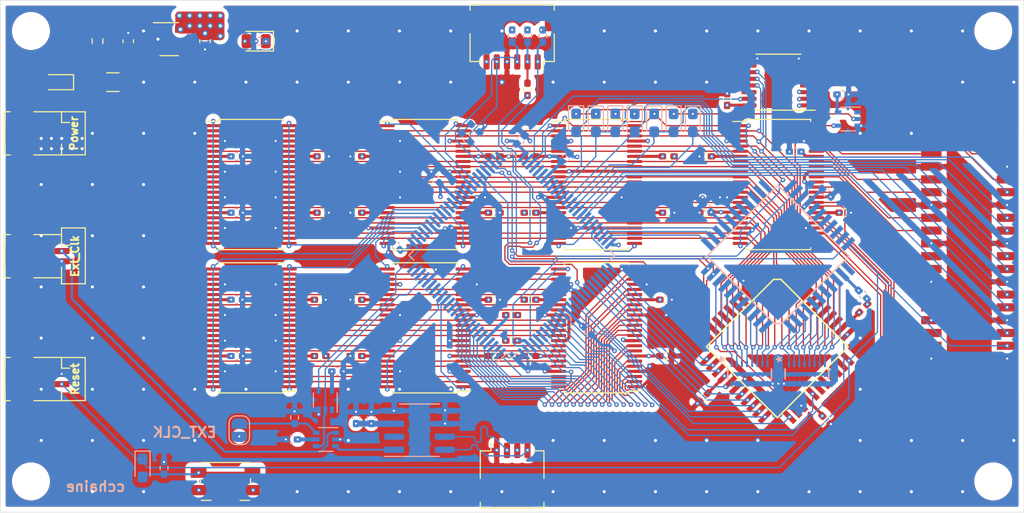
<source format=kicad_pcb>
(kicad_pcb (version 20171130) (host pcbnew "(5.1.7-0-10_14)")
  (layers (0 F.Cu signal) (1 In1.Cu power) (2 In2.Cu power) (31 B.Cu signal) (34 B.Paste user) (35 F.Paste user) (36 B.SilkS user) (37 F.SilkS user) (38 B.Mask user) (39 F.Mask user) (44 Edge.Cuts user))
  (net 0 "")
  (net 1 "Net-(C1-Pad1)")
  (net 2 GND)
  (net 3 +3V3)
  (net 4 "Net-(C3-Pad1)")
  (net 5 "Net-(D1-Pad1)")
  (net 6 VCC)
  (net 7 "Net-(D2-Pad2)")
  (net 8 /RESET)
  (net 9 "Net-(D3-Pad1)")
  (net 10 /IO_OUT)
  (net 11 /IO_OUTB)
  (net 12 /IO_IN)
  (net 13 /IO_INB)
  (net 14 /IO_ADDR_IN)
  (net 15 "Net-(F1-Pad1)")
  (net 16 /ALU_TDI)
  (net 17 "Net-(J3-Pad2)")
  (net 18 /TMS)
  (net 19 /TCK)
  (net 20 SDA)
  (net 21 SCL)
  (net 22 EXT_CLK)
  (net 23 EXT_CLK_SELECT)
  (net 24 /CTRL_TDO)
  (net 25 BUS1)
  (net 26 BUS2)
  (net 27 BUS3)
  (net 28 BUS4)
  (net 29 BUS5)
  (net 30 BUS6)
  (net 31 BUS7)
  (net 32 BUS8)
  (net 33 BUS16)
  (net 34 BUS15)
  (net 35 BUS14)
  (net 36 BUS13)
  (net 37 BUS12)
  (net 38 BUS11)
  (net 39 BUS10)
  (net 40 BUS9)
  (net 41 /OP_IN)
  (net 42 /OP1)
  (net 43 /OP2)
  (net 44 /OP3)
  (net 45 /OP4)
  (net 46 /FLAG_ZERO)
  (net 47 /FLAG_NEG)
  (net 48 /FLAG_CARRY)
  (net 49 /FLAG_OVERFLOW)
  (net 50 /ALU_TDO)
  (net 51 /ALU_OUT_I)
  (net 52 /A_IN)
  (net 53 /B_IN)
  (net 54 "Net-(U5-Pad25)")
  (net 55 /IO/IO16)
  (net 56 /IO/IO15)
  (net 57 /IO/IO14)
  (net 58 /IO/IO13)
  (net 59 /IO/IO12)
  (net 60 /IO/IO11)
  (net 61 /IO/IO10)
  (net 62 /IO/IO9)
  (net 63 /IO/IO8)
  (net 64 /IO/IO7)
  (net 65 /IO/IO6)
  (net 66 /IO/IO5)
  (net 67 /IO/IO4)
  (net 68 /IO/IO3)
  (net 69 /IO/IO2)
  (net 70 /IO/IO1)
  (net 71 /IO/INT0)
  (net 72 /IO/INT1)
  (net 73 /IO/INT2)
  (net 74 "Net-(U6-Pad7)")
  (net 75 "Net-(U6-Pad10)")
  (net 76 /INT_OUT_I)
  (net 77 "Net-(U7-Pad1)")
  (net 78 /PC_IN)
  (net 79 /PC_COUNT)
  (net 80 /PC_OUT_I)
  (net 81 /CTRL_TDI)
  (net 82 "Net-(U8-Pad18)")
  (net 83 "Net-(U8-Pad16)")
  (net 84 /REG1_OUT_L_I)
  (net 85 /REG1_OUT_H_I)
  (net 86 /REG1_IN_H)
  (net 87 /REG1_IN_L)
  (net 88 /REG2_OUT_L_I)
  (net 89 /REG2_OUT_H_I)
  (net 90 /REG2_IN_H)
  (net 91 /REG2_IN_L)
  (net 92 /REG3_IN_L)
  (net 93 /REG3_IN_H)
  (net 94 /REG3_OUT_H_I)
  (net 95 /REG3_OUT_L_I)
  (net 96 /SP_IN)
  (net 97 /SP_OUT_I)
  (net 98 /BP_OUT_I)
  (net 99 /BP_IN)
  (net 100 /Clocks/CLK)
  (net 101 /Clocks/CLK_I)
  (net 102 "/Control Logic/IR11")
  (net 103 "/Control Logic/IR12")
  (net 104 "/Control Logic/IR13")
  (net 105 "/Control Logic/IR14")
  (net 106 "/Control Logic/IR15")
  (net 107 "/Control Logic/IR16")
  (net 108 /INT)
  (net 109 /RST_INT)
  (net 110 /PERIPH_MEM_SPACE)
  (net 111 "/Control Logic/INSTR_IN")
  (net 112 "/Control Logic/IR1")
  (net 113 "/Control Logic/IR2")
  (net 114 "/Control Logic/IR3")
  (net 115 "/Control Logic/IR4")
  (net 116 "/Control Logic/IR5")
  (net 117 "/Control Logic/IR6")
  (net 118 "/Control Logic/IR7")
  (net 119 "/Control Logic/IR8")
  (net 120 "/Control Logic/IR9")
  (net 121 "/Control Logic/IR10")
  (net 122 INT_CLK)
  (net 123 "Net-(U16-Pad2)")
  (net 124 "Net-(U18-Pad1)")
  (net 125 "Net-(D4-Pad1)")
  (net 126 "Net-(U8-Pad19)")
  (net 127 "Net-(U8-Pad20)")
  (net 128 "Net-(U8-Pad21)")
  (net 129 "Net-(U8-Pad22)")
  (net 130 "Net-(U8-Pad23)")
  (net 131 "Net-(U8-Pad29)")
  (net 132 "Net-(U8-Pad30)")
  (net 133 "Net-(U8-Pad31)")
  (net 134 "Net-(U8-Pad32)")
  (net 135 "Net-(U1-Pad4)")
  (net 136 "Net-(D10-Pad1)")
  (net 137 "Net-(U4-Pad28)")
  (net 138 "Net-(U4-Pad29)")
  (net 139 "Net-(U4-Pad30)")
  (net 140 "Net-(U4-Pad31)")
  (net 141 "Net-(U4-Pad32)")
  (net 142 "Net-(U14-Pad13)")
  (net 143 "Net-(U14-Pad15)")
  (net 144 "Net-(U14-Pad46)")
  (net 145 "Net-(U14-Pad49)")
  (net 146 "Net-(U8-Pad27)")
  (net 147 "Net-(U8-Pad28)")
  (net 148 "Net-(U8-Pad34)")
  (net 149 "Net-(U14-Pad37)")
  (net 150 "Net-(U14-Pad39)")
  (net 151 "Net-(U14-Pad40)")
  (net 152 "Net-(U14-Pad12)")
  (net 153 "Net-(U14-Pad19)")
  (net 154 "Net-(U14-Pad20)")
  (net 155 "Net-(U14-Pad23)")
  (net 156 "Net-(U14-Pad24)")
  (net 157 "Net-(U14-Pad25)")
  (net 158 "Net-(U14-Pad36)")
  (net 159 "Net-(U14-Pad14)")
  (net 160 "Net-(U14-Pad41)")
  (net 161 "Net-(U14-Pad50)")
  (net 162 "Net-(U14-Pad55)")
  (net 163 "Net-(U14-Pad56)")
  (net 164 "Net-(U14-Pad58)")
  (net 165 "Net-(U14-Pad59)")
  (module Package_SO:TSSOP-48_6.1x12.5mm_P0.5mm (layer F.Cu) (at 94.25 95)
    (fp_text reference U11)
    (fp_text value 74LVC16374ADGG,112)
    (pad 48 smd roundrect (at 3.7125 -5.75) (size 1.475 0.3) (layers F.Cu F.Paste F.Mask) (net 92 /REG3_IN_L))
    (pad 47 smd roundrect (at 3.7125 -5.25) (size 1.475 0.3) (layers F.Cu F.Paste F.Mask) (net 25 BUS1))
    (pad 46 smd roundrect (at 3.7125 -4.75) (size 1.475 0.3) (layers F.Cu F.Paste F.Mask) (net 26 BUS2))
    (pad 45 smd roundrect (at 3.7125 -4.25) (size 1.475 0.3) (layers F.Cu F.Paste F.Mask) (net 2 GND))
    (pad 44 smd roundrect (at 3.7125 -3.75) (size 1.475 0.3) (layers F.Cu F.Paste F.Mask) (net 27 BUS3))
    (pad 43 smd roundrect (at 3.7125 -3.25) (size 1.475 0.3) (layers F.Cu F.Paste F.Mask) (net 28 BUS4))
    (pad 42 smd roundrect (at 3.7125 -2.75) (size 1.475 0.3) (layers F.Cu F.Paste F.Mask) (net 3 +3V3))
    (pad 41 smd roundrect (at 3.7125 -2.25) (size 1.475 0.3) (layers F.Cu F.Paste F.Mask) (net 29 BUS5))
    (pad 40 smd roundrect (at 3.7125 -1.75) (size 1.475 0.3) (layers F.Cu F.Paste F.Mask) (net 30 BUS6))
    (pad 39 smd roundrect (at 3.7125 -1.25) (size 1.475 0.3) (layers F.Cu F.Paste F.Mask) (net 2 GND))
    (pad 38 smd roundrect (at 3.7125 -0.75) (size 1.475 0.3) (layers F.Cu F.Paste F.Mask) (net 31 BUS7))
    (pad 37 smd roundrect (at 3.7125 -0.25) (size 1.475 0.3) (layers F.Cu F.Paste F.Mask) (net 32 BUS8))
    (pad 36 smd roundrect (at 3.7125 0.25) (size 1.475 0.3) (layers F.Cu F.Paste F.Mask) (net 40 BUS9))
    (pad 35 smd roundrect (at 3.7125 0.75) (size 1.475 0.3) (layers F.Cu F.Paste F.Mask) (net 39 BUS10))
    (pad 34 smd roundrect (at 3.7125 1.25) (size 1.475 0.3) (layers F.Cu F.Paste F.Mask) (net 2 GND))
    (pad 33 smd roundrect (at 3.7125 1.75) (size 1.475 0.3) (layers F.Cu F.Paste F.Mask) (net 38 BUS11))
    (pad 32 smd roundrect (at 3.7125 2.25) (size 1.475 0.3) (layers F.Cu F.Paste F.Mask) (net 37 BUS12))
    (pad 31 smd roundrect (at 3.7125 2.75) (size 1.475 0.3) (layers F.Cu F.Paste F.Mask) (net 3 +3V3))
    (pad 30 smd roundrect (at 3.7125 3.25) (size 1.475 0.3) (layers F.Cu F.Paste F.Mask) (net 36 BUS13))
    (pad 29 smd roundrect (at 3.7125 3.75) (size 1.475 0.3) (layers F.Cu F.Paste F.Mask) (net 35 BUS14))
    (pad 28 smd roundrect (at 3.7125 4.25) (size 1.475 0.3) (layers F.Cu F.Paste F.Mask) (net 2 GND))
    (pad 27 smd roundrect (at 3.7125 4.75) (size 1.475 0.3) (layers F.Cu F.Paste F.Mask) (net 34 BUS15))
    (pad 26 smd roundrect (at 3.7125 5.25) (size 1.475 0.3) (layers F.Cu F.Paste F.Mask) (net 33 BUS16))
    (pad 25 smd roundrect (at 3.7125 5.75) (size 1.475 0.3) (layers F.Cu F.Paste F.Mask) (net 93 /REG3_IN_H))
    (pad 24 smd roundrect (at -3.7125 5.75) (size 1.475 0.3) (layers F.Cu F.Paste F.Mask) (net 94 /REG3_OUT_H_I))
    (pad 23 smd roundrect (at -3.7125 5.25) (size 1.475 0.3) (layers F.Cu F.Paste F.Mask) (net 33 BUS16))
    (pad 22 smd roundrect (at -3.7125 4.75) (size 1.475 0.3) (layers F.Cu F.Paste F.Mask) (net 34 BUS15))
    (pad 21 smd roundrect (at -3.7125 4.25) (size 1.475 0.3) (layers F.Cu F.Paste F.Mask) (net 2 GND))
    (pad 20 smd roundrect (at -3.7125 3.75) (size 1.475 0.3) (layers F.Cu F.Paste F.Mask) (net 35 BUS14))
    (pad 19 smd roundrect (at -3.7125 3.25) (size 1.475 0.3) (layers F.Cu F.Paste F.Mask) (net 36 BUS13))
    (pad 18 smd roundrect (at -3.7125 2.75) (size 1.475 0.3) (layers F.Cu F.Paste F.Mask) (net 3 +3V3))
    (pad 17 smd roundrect (at -3.7125 2.25) (size 1.475 0.3) (layers F.Cu F.Paste F.Mask) (net 37 BUS12))
    (pad 16 smd roundrect (at -3.7125 1.75) (size 1.475 0.3) (layers F.Cu F.Paste F.Mask) (net 38 BUS11))
    (pad 15 smd roundrect (at -3.7125 1.25) (size 1.475 0.3) (layers F.Cu F.Paste F.Mask) (net 2 GND))
    (pad 14 smd roundrect (at -3.7125 0.75) (size 1.475 0.3) (layers F.Cu F.Paste F.Mask) (net 39 BUS10))
    (pad 13 smd roundrect (at -3.7125 0.25) (size 1.475 0.3) (layers F.Cu F.Paste F.Mask) (net 40 BUS9))
    (pad 12 smd roundrect (at -3.7125 -0.25) (size 1.475 0.3) (layers F.Cu F.Paste F.Mask) (net 32 BUS8))
    (pad 11 smd roundrect (at -3.7125 -0.75) (size 1.475 0.3) (layers F.Cu F.Paste F.Mask) (net 31 BUS7))
    (pad 10 smd roundrect (at -3.7125 -1.25) (size 1.475 0.3) (layers F.Cu F.Paste F.Mask) (net 2 GND))
    (pad 9 smd roundrect (at -3.7125 -1.75) (size 1.475 0.3) (layers F.Cu F.Paste F.Mask) (net 30 BUS6))
    (pad 8 smd roundrect (at -3.7125 -2.25) (size 1.475 0.3) (layers F.Cu F.Paste F.Mask) (net 29 BUS5))
    (pad 7 smd roundrect (at -3.7125 -2.75) (size 1.475 0.3) (layers F.Cu F.Paste F.Mask) (net 3 +3V3))
    (pad 6 smd roundrect (at -3.7125 -3.25) (size 1.475 0.3) (layers F.Cu F.Paste F.Mask) (net 28 BUS4))
    (pad 5 smd roundrect (at -3.7125 -3.75) (size 1.475 0.3) (layers F.Cu F.Paste F.Mask) (net 27 BUS3))
    (pad 4 smd roundrect (at -3.7125 -4.25) (size 1.475 0.3) (layers F.Cu F.Paste F.Mask) (net 2 GND))
    (pad 3 smd roundrect (at -3.7125 -4.75) (size 1.475 0.3) (layers F.Cu F.Paste F.Mask) (net 26 BUS2))
    (pad 2 smd roundrect (at -3.7125 -5.25) (size 1.475 0.3) (layers F.Cu F.Paste F.Mask) (net 25 BUS1))
    (pad 1 smd roundrect (at -3.7125 -5.75) (size 1.475 0.3) (layers F.Cu F.Paste F.Mask) (net 95 /REG3_OUT_L_I))
  )
  (module Diode_SMD:D_0603_1608Metric_Pad1.05x0.95mm_HandSolder (layer B.Cu) (at 92.25 88.975 270)
    (fp_text reference D9)
    (fp_text value D_Small)
    (pad 2 smd roundrect (at 0.875 0 270) (size 1.05 0.95) (layers B.Cu B.Paste B.Mask) (net 14 /IO_ADDR_IN))
    (pad 1 smd roundrect (at -0.875 0 270) (size 1.05 0.95) (layers B.Cu B.Paste B.Mask) (net 9 "Net-(D3-Pad1)"))
  )
  (module Diode_SMD:D_0603_1608Metric_Pad1.05x0.95mm_HandSolder (layer B.Cu) (at 103.65 88.975 270)
    (fp_text reference D8)
    (fp_text value D_Small)
    (pad 2 smd roundrect (at 0.875 0 270) (size 1.05 0.95) (layers B.Cu B.Paste B.Mask) (net 13 /IO_INB))
    (pad 1 smd roundrect (at -0.875 0 270) (size 1.05 0.95) (layers B.Cu B.Paste B.Mask) (net 9 "Net-(D3-Pad1)"))
  )
  (module Diode_SMD:D_0603_1608Metric_Pad1.05x0.95mm_HandSolder (layer B.Cu) (at 97.975 88.975 270)
    (fp_text reference D7)
    (fp_text value D_Small)
    (pad 2 smd roundrect (at 0.875 0 270) (size 1.05 0.95) (layers B.Cu B.Paste B.Mask) (net 12 /IO_IN))
    (pad 1 smd roundrect (at -0.875 0 270) (size 1.05 0.95) (layers B.Cu B.Paste B.Mask) (net 9 "Net-(D3-Pad1)"))
  )
  (module Diode_SMD:D_0603_1608Metric_Pad1.05x0.95mm_HandSolder (layer B.Cu) (at 99.875 88.975 270)
    (fp_text reference D6)
    (fp_text value D_Small)
    (pad 2 smd roundrect (at 0.875 0 270) (size 1.05 0.95) (layers B.Cu B.Paste B.Mask) (net 11 /IO_OUTB))
    (pad 1 smd roundrect (at -0.875 0 270) (size 1.05 0.95) (layers B.Cu B.Paste B.Mask) (net 125 "Net-(D4-Pad1)"))
  )
  (module Diode_SMD:D_0603_1608Metric_Pad1.05x0.95mm_HandSolder (layer B.Cu) (at 101.775 88.975 270)
    (fp_text reference D5)
    (fp_text value D_Small)
    (pad 2 smd roundrect (at 0.875 0 270) (size 1.05 0.95) (layers B.Cu B.Paste B.Mask) (net 11 /IO_OUTB))
    (pad 1 smd roundrect (at -0.875 0 270) (size 1.05 0.95) (layers B.Cu B.Paste B.Mask) (net 9 "Net-(D3-Pad1)"))
  )
  (module Diode_SMD:D_0603_1608Metric_Pad1.05x0.95mm_HandSolder (layer B.Cu) (at 96.075 88.975 270)
    (fp_text reference D4)
    (fp_text value D_Small)
    (pad 2 smd roundrect (at 0.875 0 270) (size 1.05 0.95) (layers B.Cu B.Paste B.Mask) (net 10 /IO_OUT))
    (pad 1 smd roundrect (at -0.875 0 270) (size 1.05 0.95) (layers B.Cu B.Paste B.Mask) (net 125 "Net-(D4-Pad1)"))
  )
  (module Diode_SMD:D_0603_1608Metric_Pad1.05x0.95mm_HandSolder (layer B.Cu) (at 94.175 88.975 270)
    (fp_text reference D3)
    (fp_text value D_Small)
    (pad 2 smd roundrect (at 0.875 0 270) (size 1.05 0.95) (layers B.Cu B.Paste B.Mask) (net 10 /IO_OUT))
    (pad 1 smd roundrect (at -0.875 0 270) (size 1.05 0.95) (layers B.Cu B.Paste B.Mask) (net 9 "Net-(D3-Pad1)"))
  )
  (module Diode_SMD:D_0603_1608Metric_Pad1.05x0.95mm_HandSolder (layer B.Cu) (at 49.9 122.7 270)
    (fp_text reference D2)
    (fp_text value D_Small)
    (pad 2 smd roundrect (at 0.875 0 270) (size 1.05 0.95) (layers B.Cu B.Paste B.Mask) (net 7 "Net-(D2-Pad2)"))
    (pad 1 smd roundrect (at -0.875 0 270) (size 1.05 0.95) (layers B.Cu B.Paste B.Mask) (net 8 /RESET))
  )
  (module Connector_Molex:Micro-Lock-Plus-02x20 (layer F.Cu) (at 130.7 102 90)
    (fp_text reference J4)
    (fp_text value Conn_02x20_Odd_Even)
    (pad 39 smd rect (at -12.5 -3.75 90) (size 0.8 2) (layers F.Cu F.Paste F.Mask) (net 57 /IO/IO14))
    (pad 37 smd rect (at -11.25 -3.75 90) (size 0.8 2) (layers F.Cu F.Paste F.Mask) (net 58 /IO/IO13))
    (pad 35 smd rect (at -10 -3.75 90) (size 0.8 2) (layers F.Cu F.Paste F.Mask) (net 2 GND))
    (pad 33 smd rect (at -8.75 -3.75 90) (size 0.8 2) (layers F.Cu F.Paste F.Mask) (net 59 /IO/IO12))
    (pad 31 smd rect (at -7.5 -3.75 90) (size 0.8 2) (layers F.Cu F.Paste F.Mask) (net 60 /IO/IO11))
    (pad 27 smd rect (at -5 -3.75 90) (size 0.8 2) (layers F.Cu F.Paste F.Mask) (net 61 /IO/IO10))
    (pad 25 smd rect (at -3.75 -3.75 90) (size 0.8 2) (layers F.Cu F.Paste F.Mask) (net 62 /IO/IO9))
    (pad 29 smd rect (at -6.25 -3.75 90) (size 0.8 2) (layers F.Cu F.Paste F.Mask) (net 2 GND))
    (pad 23 smd rect (at -2.5 -3.75 90) (size 0.8 2) (layers F.Cu F.Paste F.Mask) (net 2 GND))
    (pad 19 smd rect (at 0 -3.75 90) (size 0.8 2) (layers F.Cu F.Paste F.Mask) (net 64 /IO/IO7))
    (pad 17 smd rect (at 1.25 -3.75 90) (size 0.8 2) (layers F.Cu F.Paste F.Mask) (net 2 GND))
    (pad 13 smd rect (at 3.75 -3.75 90) (size 0.8 2) (layers F.Cu F.Paste F.Mask) (net 66 /IO/IO5))
    (pad 11 smd rect (at 5 -3.75 90) (size 0.8 2) (layers F.Cu F.Paste F.Mask) (net 2 GND))
    (pad 9 smd rect (at 6.25 -3.75 90) (size 0.8 2) (layers F.Cu F.Paste F.Mask) (net 67 /IO/IO4))
    (pad 15 smd rect (at 2.5 -3.75 90) (size 0.8 2) (layers F.Cu F.Paste F.Mask) (net 65 /IO/IO6))
    (pad 21 smd rect (at -1.25 -3.75 90) (size 0.8 2) (layers F.Cu F.Paste F.Mask) (net 63 /IO/IO8))
    (pad 7 smd rect (at 7.5 -3.75 90) (size 0.8 2) (layers F.Cu F.Paste F.Mask) (net 68 /IO/IO3))
    (pad 3 smd rect (at 10 -3.75 90) (size 0.8 2) (layers F.Cu F.Paste F.Mask) (net 69 /IO/IO2))
    (pad 1 smd rect (at 11.25 -3.75 90) (size 0.8 2) (layers F.Cu F.Paste F.Mask) (net 70 /IO/IO1))
    (pad 5 smd rect (at 8.75 -3.75 90) (size 0.8 2) (layers F.Cu F.Paste F.Mask) (net 2 GND))
    (pad 40 smd rect (at -12.5 3.65 90) (size 0.8 2) (layers F.Cu F.Paste F.Mask) (net 55 /IO/IO16))
    (pad 38 smd rect (at -11.25 3.65 90) (size 0.8 2) (layers F.Cu F.Paste F.Mask) (net 56 /IO/IO15))
    (pad 36 smd rect (at -10 3.65 90) (size 0.8 2) (layers F.Cu F.Paste F.Mask) (net 2 GND))
    (pad 34 smd rect (at -8.75 3.65 90) (size 0.8 2) (layers F.Cu F.Paste F.Mask) (net 8 /RESET))
    (pad 32 smd rect (at -7.5 3.65 90) (size 0.8 2) (layers F.Cu F.Paste F.Mask) (net 110 /PERIPH_MEM_SPACE))
    (pad 28 smd rect (at -5 3.65 90) (size 0.8 2) (layers F.Cu F.Paste F.Mask) (net 109 /RST_INT))
    (pad 26 smd rect (at -3.75 3.65 90) (size 0.8 2) (layers F.Cu F.Paste F.Mask) (net 108 /INT))
    (pad 30 smd rect (at -6.25 3.65 90) (size 0.8 2) (layers F.Cu F.Paste F.Mask) (net 2 GND))
    (pad 24 smd rect (at -2.5 3.65 90) (size 0.8 2) (layers F.Cu F.Paste F.Mask) (net 2 GND))
    (pad 20 smd rect (at 0 3.65 90) (size 0.8 2) (layers F.Cu F.Paste F.Mask) (net 11 /IO_OUTB))
    (pad 18 smd rect (at 1.25 3.65 90) (size 0.8 2) (layers F.Cu F.Paste F.Mask) (net 2 GND))
    (pad 14 smd rect (at 3.75 3.65 90) (size 0.8 2) (layers F.Cu F.Paste F.Mask) (net 10 /IO_OUT))
    (pad 12 smd rect (at 5 3.65 90) (size 0.8 2) (layers F.Cu F.Paste F.Mask) (net 2 GND))
    (pad 10 smd rect (at 6.25 3.65 90) (size 0.8 2) (layers F.Cu F.Paste F.Mask) (net 14 /IO_ADDR_IN))
    (pad 16 smd rect (at 2.5 3.65 90) (size 0.8 2) (layers F.Cu F.Paste F.Mask) (net 12 /IO_IN))
    (pad 22 smd rect (at -1.25 3.65 90) (size 0.8 2) (layers F.Cu F.Paste F.Mask) (net 13 /IO_INB))
    (pad 8 smd rect (at 7.5 3.65 90) (size 0.8 2) (layers F.Cu F.Paste F.Mask) (net 71 /IO/INT0))
    (pad 4 smd rect (at 10 3.65 90) (size 0.8 2) (layers F.Cu F.Paste F.Mask) (net 72 /IO/INT1))
    (pad 2 smd rect (at 11.25 3.65 90) (size 0.8 2) (layers F.Cu F.Paste F.Mask) (net 73 /IO/INT2))
    (pad 6 smd rect (at 8.75 3.65 90) (size 0.8 2) (layers F.Cu F.Paste F.Mask) (net 2 GND))
    (pad S smd rect (at -14.7 1.525 90) (size 0.8 4.85) (layers F.Cu F.Paste F.Mask))
    (pad S smd rect (at 13.45 1.525 90) (size 0.8 4.85) (layers F.Cu F.Paste F.Mask))
  )
  (module Button_Switch_SMD:Panasonic_EVQPUJ_EVQPUA (layer F.Cu) (at 58 124 180)
    (fp_text reference SW1)
    (fp_text value SW_Push)
    (pad 1 smd rect (at 2.625 -0.85) (size 1.55 1) (layers F.Cu F.Paste F.Mask) (net 3 +3V3))
    (pad 1 smd rect (at -2.625 -0.85) (size 1.55 1) (layers F.Cu F.Paste F.Mask) (net 3 +3V3))
    (pad 2 smd rect (at -2.625 0.85) (size 1.55 1) (layers F.Cu F.Paste F.Mask) (net 7 "Net-(D2-Pad2)"))
    (pad 2 smd rect (at 2.625 0.85) (size 1.55 1) (layers F.Cu F.Paste F.Mask) (net 7 "Net-(D2-Pad2)"))
  )
  (module Package_SO:TSSOP-48_6.1x12.5mm_P0.5mm (layer F.Cu) (at 77.5 95)
    (fp_text reference U10)
    (fp_text value 74LVC16374ADGG,112)
    (pad 48 smd roundrect (at 3.7125 -5.75) (size 1.475 0.3) (layers F.Cu F.Paste F.Mask) (net 91 /REG2_IN_L))
    (pad 47 smd roundrect (at 3.7125 -5.25) (size 1.475 0.3) (layers F.Cu F.Paste F.Mask) (net 25 BUS1))
    (pad 46 smd roundrect (at 3.7125 -4.75) (size 1.475 0.3) (layers F.Cu F.Paste F.Mask) (net 26 BUS2))
    (pad 45 smd roundrect (at 3.7125 -4.25) (size 1.475 0.3) (layers F.Cu F.Paste F.Mask) (net 2 GND))
    (pad 44 smd roundrect (at 3.7125 -3.75) (size 1.475 0.3) (layers F.Cu F.Paste F.Mask) (net 27 BUS3))
    (pad 43 smd roundrect (at 3.7125 -3.25) (size 1.475 0.3) (layers F.Cu F.Paste F.Mask) (net 28 BUS4))
    (pad 42 smd roundrect (at 3.7125 -2.75) (size 1.475 0.3) (layers F.Cu F.Paste F.Mask) (net 3 +3V3))
    (pad 41 smd roundrect (at 3.7125 -2.25) (size 1.475 0.3) (layers F.Cu F.Paste F.Mask) (net 29 BUS5))
    (pad 40 smd roundrect (at 3.7125 -1.75) (size 1.475 0.3) (layers F.Cu F.Paste F.Mask) (net 30 BUS6))
    (pad 39 smd roundrect (at 3.7125 -1.25) (size 1.475 0.3) (layers F.Cu F.Paste F.Mask) (net 2 GND))
    (pad 38 smd roundrect (at 3.7125 -0.75) (size 1.475 0.3) (layers F.Cu F.Paste F.Mask) (net 31 BUS7))
    (pad 37 smd roundrect (at 3.7125 -0.25) (size 1.475 0.3) (layers F.Cu F.Paste F.Mask) (net 32 BUS8))
    (pad 36 smd roundrect (at 3.7125 0.25) (size 1.475 0.3) (layers F.Cu F.Paste F.Mask) (net 40 BUS9))
    (pad 35 smd roundrect (at 3.7125 0.75) (size 1.475 0.3) (layers F.Cu F.Paste F.Mask) (net 39 BUS10))
    (pad 34 smd roundrect (at 3.7125 1.25) (size 1.475 0.3) (layers F.Cu F.Paste F.Mask) (net 2 GND))
    (pad 33 smd roundrect (at 3.7125 1.75) (size 1.475 0.3) (layers F.Cu F.Paste F.Mask) (net 38 BUS11))
    (pad 32 smd roundrect (at 3.7125 2.25) (size 1.475 0.3) (layers F.Cu F.Paste F.Mask) (net 37 BUS12))
    (pad 31 smd roundrect (at 3.7125 2.75) (size 1.475 0.3) (layers F.Cu F.Paste F.Mask) (net 3 +3V3))
    (pad 30 smd roundrect (at 3.7125 3.25) (size 1.475 0.3) (layers F.Cu F.Paste F.Mask) (net 36 BUS13))
    (pad 29 smd roundrect (at 3.7125 3.75) (size 1.475 0.3) (layers F.Cu F.Paste F.Mask) (net 35 BUS14))
    (pad 28 smd roundrect (at 3.7125 4.25) (size 1.475 0.3) (layers F.Cu F.Paste F.Mask) (net 2 GND))
    (pad 27 smd roundrect (at 3.7125 4.75) (size 1.475 0.3) (layers F.Cu F.Paste F.Mask) (net 34 BUS15))
    (pad 26 smd roundrect (at 3.7125 5.25) (size 1.475 0.3) (layers F.Cu F.Paste F.Mask) (net 33 BUS16))
    (pad 25 smd roundrect (at 3.7125 5.75) (size 1.475 0.3) (layers F.Cu F.Paste F.Mask) (net 90 /REG2_IN_H))
    (pad 24 smd roundrect (at -3.7125 5.75) (size 1.475 0.3) (layers F.Cu F.Paste F.Mask) (net 89 /REG2_OUT_H_I))
    (pad 23 smd roundrect (at -3.7125 5.25) (size 1.475 0.3) (layers F.Cu F.Paste F.Mask) (net 33 BUS16))
    (pad 22 smd roundrect (at -3.7125 4.75) (size 1.475 0.3) (layers F.Cu F.Paste F.Mask) (net 34 BUS15))
    (pad 21 smd roundrect (at -3.7125 4.25) (size 1.475 0.3) (layers F.Cu F.Paste F.Mask) (net 2 GND))
    (pad 20 smd roundrect (at -3.7125 3.75) (size 1.475 0.3) (layers F.Cu F.Paste F.Mask) (net 35 BUS14))
    (pad 19 smd roundrect (at -3.7125 3.25) (size 1.475 0.3) (layers F.Cu F.Paste F.Mask) (net 36 BUS13))
    (pad 18 smd roundrect (at -3.7125 2.75) (size 1.475 0.3) (layers F.Cu F.Paste F.Mask) (net 3 +3V3))
    (pad 17 smd roundrect (at -3.7125 2.25) (size 1.475 0.3) (layers F.Cu F.Paste F.Mask) (net 37 BUS12))
    (pad 16 smd roundrect (at -3.7125 1.75) (size 1.475 0.3) (layers F.Cu F.Paste F.Mask) (net 38 BUS11))
    (pad 15 smd roundrect (at -3.7125 1.25) (size 1.475 0.3) (layers F.Cu F.Paste F.Mask) (net 2 GND))
    (pad 14 smd roundrect (at -3.7125 0.75) (size 1.475 0.3) (layers F.Cu F.Paste F.Mask) (net 39 BUS10))
    (pad 13 smd roundrect (at -3.7125 0.25) (size 1.475 0.3) (layers F.Cu F.Paste F.Mask) (net 40 BUS9))
    (pad 12 smd roundrect (at -3.7125 -0.25) (size 1.475 0.3) (layers F.Cu F.Paste F.Mask) (net 32 BUS8))
    (pad 11 smd roundrect (at -3.7125 -0.75) (size 1.475 0.3) (layers F.Cu F.Paste F.Mask) (net 31 BUS7))
    (pad 10 smd roundrect (at -3.7125 -1.25) (size 1.475 0.3) (layers F.Cu F.Paste F.Mask) (net 2 GND))
    (pad 9 smd roundrect (at -3.7125 -1.75) (size 1.475 0.3) (layers F.Cu F.Paste F.Mask) (net 30 BUS6))
    (pad 8 smd roundrect (at -3.7125 -2.25) (size 1.475 0.3) (layers F.Cu F.Paste F.Mask) (net 29 BUS5))
    (pad 7 smd roundrect (at -3.7125 -2.75) (size 1.475 0.3) (layers F.Cu F.Paste F.Mask) (net 3 +3V3))
    (pad 6 smd roundrect (at -3.7125 -3.25) (size 1.475 0.3) (layers F.Cu F.Paste F.Mask) (net 28 BUS4))
    (pad 5 smd roundrect (at -3.7125 -3.75) (size 1.475 0.3) (layers F.Cu F.Paste F.Mask) (net 27 BUS3))
    (pad 4 smd roundrect (at -3.7125 -4.25) (size 1.475 0.3) (layers F.Cu F.Paste F.Mask) (net 2 GND))
    (pad 3 smd roundrect (at -3.7125 -4.75) (size 1.475 0.3) (layers F.Cu F.Paste F.Mask) (net 26 BUS2))
    (pad 2 smd roundrect (at -3.7125 -5.25) (size 1.475 0.3) (layers F.Cu F.Paste F.Mask) (net 25 BUS1))
    (pad 1 smd roundrect (at -3.7125 -5.75) (size 1.475 0.3) (layers F.Cu F.Paste F.Mask) (net 88 /REG2_OUT_L_I))
  )
  (module Package_QFP:TQFP-100_14x14mm_P0.5mm (layer B.Cu) (at 85.970711 101.90707 45)
    (fp_text reference U14)
    (fp_text value XC95144XL-10TQ100C)
    (pad 1 smd roundrect (at -7.6625 6 45) (size 1.475 0.3) (layers B.Cu B.Paste B.Mask) (net 118 "/Control Logic/IR7"))
    (pad 2 smd roundrect (at -7.6625 5.5 45) (size 1.475 0.3) (layers B.Cu B.Paste B.Mask) (net 119 "/Control Logic/IR8"))
    (pad 3 smd roundrect (at -7.6625 5 45) (size 1.475 0.3) (layers B.Cu B.Paste B.Mask) (net 120 "/Control Logic/IR9"))
    (pad 4 smd roundrect (at -7.6625 4.5 45) (size 1.475 0.3) (layers B.Cu B.Paste B.Mask) (net 121 "/Control Logic/IR10"))
    (pad 5 smd roundrect (at -7.6625 4 45) (size 1.475 0.3) (layers B.Cu B.Paste B.Mask) (net 3 +3V3))
    (pad 6 smd roundrect (at -7.6625 3.5 45) (size 1.475 0.3) (layers B.Cu B.Paste B.Mask) (net 102 "/Control Logic/IR11"))
    (pad 7 smd roundrect (at -7.6625 3 45) (size 1.475 0.3) (layers B.Cu B.Paste B.Mask) (net 103 "/Control Logic/IR12"))
    (pad 8 smd roundrect (at -7.6625 2.5 45) (size 1.475 0.3) (layers B.Cu B.Paste B.Mask) (net 104 "/Control Logic/IR13"))
    (pad 9 smd roundrect (at -7.6625 2 45) (size 1.475 0.3) (layers B.Cu B.Paste B.Mask) (net 105 "/Control Logic/IR14"))
    (pad 10 smd roundrect (at -7.6625 1.5 45) (size 1.475 0.3) (layers B.Cu B.Paste B.Mask) (net 106 "/Control Logic/IR15"))
    (pad 11 smd roundrect (at -7.6625 1 45) (size 1.475 0.3) (layers B.Cu B.Paste B.Mask) (net 107 "/Control Logic/IR16"))
    (pad 12 smd roundrect (at -7.6625 0.5 45) (size 1.475 0.3) (layers B.Cu B.Paste B.Mask) (net 152 "Net-(U14-Pad12)"))
    (pad 13 smd roundrect (at -7.6625 0 45) (size 1.475 0.3) (layers B.Cu B.Paste B.Mask) (net 142 "Net-(U14-Pad13)"))
    (pad 14 smd roundrect (at -7.6625 -0.5 45) (size 1.475 0.3) (layers B.Cu B.Paste B.Mask) (net 159 "Net-(U14-Pad14)"))
    (pad 15 smd roundrect (at -7.6625 -1 45) (size 1.475 0.3) (layers B.Cu B.Paste B.Mask) (net 143 "Net-(U14-Pad15)"))
    (pad 16 smd roundrect (at -7.6625 -1.5 45) (size 1.475 0.3) (layers B.Cu B.Paste B.Mask) (net 84 /REG1_OUT_L_I))
    (pad 17 smd roundrect (at -7.6625 -2 45) (size 1.475 0.3) (layers B.Cu B.Paste B.Mask) (net 87 /REG1_IN_L))
    (pad 18 smd roundrect (at -7.6625 -2.5 45) (size 1.475 0.3) (layers B.Cu B.Paste B.Mask) (net 85 /REG1_OUT_H_I))
    (pad 19 smd roundrect (at -7.6625 -3 45) (size 1.475 0.3) (layers B.Cu B.Paste B.Mask) (net 153 "Net-(U14-Pad19)"))
    (pad 20 smd roundrect (at -7.6625 -3.5 45) (size 1.475 0.3) (layers B.Cu B.Paste B.Mask) (net 154 "Net-(U14-Pad20)"))
    (pad 21 smd roundrect (at -7.6625 -4 45) (size 1.475 0.3) (layers B.Cu B.Paste B.Mask) (net 2 GND))
    (pad 22 smd roundrect (at -7.6625 -4.5 45) (size 1.475 0.3) (layers B.Cu B.Paste B.Mask) (net 100 /Clocks/CLK))
    (pad 23 smd roundrect (at -7.6625 -5 45) (size 1.475 0.3) (layers B.Cu B.Paste B.Mask) (net 155 "Net-(U14-Pad23)"))
    (pad 24 smd roundrect (at -7.6625 -5.5 45) (size 1.475 0.3) (layers B.Cu B.Paste B.Mask) (net 156 "Net-(U14-Pad24)"))
    (pad 25 smd roundrect (at -7.6625 -6 45) (size 1.475 0.3) (layers B.Cu B.Paste B.Mask) (net 157 "Net-(U14-Pad25)"))
    (pad 26 smd roundrect (at -6 -7.6625 45) (size 0.3 1.475) (layers B.Cu B.Paste B.Mask) (net 3 +3V3))
    (pad 27 smd roundrect (at -5.5 -7.6625 45) (size 0.3 1.475) (layers B.Cu B.Paste B.Mask) (net 101 /Clocks/CLK_I))
    (pad 28 smd roundrect (at -5 -7.6625 45) (size 0.3 1.475) (layers B.Cu B.Paste B.Mask) (net 89 /REG2_OUT_H_I))
    (pad 29 smd roundrect (at -4.5 -7.6625 45) (size 0.3 1.475) (layers B.Cu B.Paste B.Mask) (net 86 /REG1_IN_H))
    (pad 30 smd roundrect (at -4 -7.6625 45) (size 0.3 1.475) (layers B.Cu B.Paste B.Mask) (net 98 /BP_OUT_I))
    (pad 31 smd roundrect (at -3.5 -7.6625 45) (size 0.3 1.475) (layers B.Cu B.Paste B.Mask) (net 2 GND))
    (pad 32 smd roundrect (at -3 -7.6625 45) (size 0.3 1.475) (layers B.Cu B.Paste B.Mask) (net 99 /BP_IN))
    (pad 33 smd roundrect (at -2.5 -7.6625 45) (size 0.3 1.475) (layers B.Cu B.Paste B.Mask) (net 97 /SP_OUT_I))
    (pad 34 smd roundrect (at -2 -7.6625 45) (size 0.3 1.475) (layers B.Cu B.Paste B.Mask) (net 96 /SP_IN))
    (pad 35 smd roundrect (at -1.5 -7.6625 45) (size 0.3 1.475) (layers B.Cu B.Paste B.Mask) (net 90 /REG2_IN_H))
    (pad 36 smd roundrect (at -1 -7.6625 45) (size 0.3 1.475) (layers B.Cu B.Paste B.Mask) (net 158 "Net-(U14-Pad36)"))
    (pad 37 smd roundrect (at -0.5 -7.6625 45) (size 0.3 1.475) (layers B.Cu B.Paste B.Mask) (net 149 "Net-(U14-Pad37)"))
    (pad 38 smd roundrect (at 0 -7.6625 45) (size 0.3 1.475) (layers B.Cu B.Paste B.Mask) (net 3 +3V3))
    (pad 39 smd roundrect (at 0.5 -7.6625 45) (size 0.3 1.475) (layers B.Cu B.Paste B.Mask) (net 150 "Net-(U14-Pad39)"))
    (pad 40 smd roundrect (at 1 -7.6625 45) (size 0.3 1.475) (layers B.Cu B.Paste B.Mask) (net 151 "Net-(U14-Pad40)"))
    (pad 41 smd roundrect (at 1.5 -7.6625 45) (size 0.3 1.475) (layers B.Cu B.Paste B.Mask) (net 160 "Net-(U14-Pad41)"))
    (pad 42 smd roundrect (at 2 -7.6625 45) (size 0.3 1.475) (layers B.Cu B.Paste B.Mask) (net 88 /REG2_OUT_L_I))
    (pad 43 smd roundrect (at 2.5 -7.6625 45) (size 0.3 1.475) (layers B.Cu B.Paste B.Mask) (net 91 /REG2_IN_L))
    (pad 44 smd roundrect (at 3 -7.6625 45) (size 0.3 1.475) (layers B.Cu B.Paste B.Mask) (net 2 GND))
    (pad 45 smd roundrect (at 3.5 -7.6625 45) (size 0.3 1.475) (layers B.Cu B.Paste B.Mask) (net 81 /CTRL_TDI))
    (pad 46 smd roundrect (at 4 -7.6625 45) (size 0.3 1.475) (layers B.Cu B.Paste B.Mask) (net 144 "Net-(U14-Pad46)"))
    (pad 47 smd roundrect (at 4.5 -7.6625 45) (size 0.3 1.475) (layers B.Cu B.Paste B.Mask) (net 18 /TMS))
    (pad 48 smd roundrect (at 5 -7.6625 45) (size 0.3 1.475) (layers B.Cu B.Paste B.Mask) (net 19 /TCK))
    (pad 49 smd roundrect (at 5.5 -7.6625 45) (size 0.3 1.475) (layers B.Cu B.Paste B.Mask) (net 145 "Net-(U14-Pad49)"))
    (pad 50 smd roundrect (at 6 -7.6625 45) (size 0.3 1.475) (layers B.Cu B.Paste B.Mask) (net 161 "Net-(U14-Pad50)"))
    (pad 51 smd roundrect (at 7.6625 -6 45) (size 1.475 0.3) (layers B.Cu B.Paste B.Mask) (net 3 +3V3))
    (pad 52 smd roundrect (at 7.6625 -5.5 45) (size 1.475 0.3) (layers B.Cu B.Paste B.Mask) (net 76 /INT_OUT_I))
    (pad 53 smd roundrect (at 7.6625 -5 45) (size 1.475 0.3) (layers B.Cu B.Paste B.Mask) (net 95 /REG3_OUT_L_I))
    (pad 54 smd roundrect (at 7.6625 -4.5 45) (size 1.475 0.3) (layers B.Cu B.Paste B.Mask) (net 92 /REG3_IN_L))
    (pad 55 smd roundrect (at 7.6625 -4 45) (size 1.475 0.3) (layers B.Cu B.Paste B.Mask) (net 162 "Net-(U14-Pad55)"))
    (pad 56 smd roundrect (at 7.6625 -3.5 45) (size 1.475 0.3) (layers B.Cu B.Paste B.Mask) (net 163 "Net-(U14-Pad56)"))
    (pad 57 smd roundrect (at 7.6625 -3 45) (size 1.475 0.3) (layers B.Cu B.Paste B.Mask) (net 3 +3V3))
    (pad 58 smd roundrect (at 7.6625 -2.5 45) (size 1.475 0.3) (layers B.Cu B.Paste B.Mask) (net 164 "Net-(U14-Pad58)"))
    (pad 59 smd roundrect (at 7.6625 -2 45) (size 1.475 0.3) (layers B.Cu B.Paste B.Mask) (net 165 "Net-(U14-Pad59)"))
    (pad 60 smd roundrect (at 7.6625 -1.5 45) (size 1.475 0.3) (layers B.Cu B.Paste B.Mask) (net 14 /IO_ADDR_IN))
    (pad 61 smd roundrect (at 7.6625 -1 45) (size 1.475 0.3) (layers B.Cu B.Paste B.Mask) (net 10 /IO_OUT))
    (pad 62 smd roundrect (at 7.6625 -0.5 45) (size 1.475 0.3) (layers B.Cu B.Paste B.Mask) (net 2 GND))
    (pad 63 smd roundrect (at 7.6625 0 45) (size 1.475 0.3) (layers B.Cu B.Paste B.Mask) (net 12 /IO_IN))
    (pad 64 smd roundrect (at 7.6625 0.5 45) (size 1.475 0.3) (layers B.Cu B.Paste B.Mask) (net 11 /IO_OUTB))
    (pad 65 smd roundrect (at 7.6625 1 45) (size 1.475 0.3) (layers B.Cu B.Paste B.Mask) (net 13 /IO_INB))
    (pad 66 smd roundrect (at 7.6625 1.5 45) (size 1.475 0.3) (layers B.Cu B.Paste B.Mask) (net 108 /INT))
    (pad 67 smd roundrect (at 7.6625 2 45) (size 1.475 0.3) (layers B.Cu B.Paste B.Mask) (net 109 /RST_INT))
    (pad 68 smd roundrect (at 7.6625 2.5 45) (size 1.475 0.3) (layers B.Cu B.Paste B.Mask) (net 110 /PERIPH_MEM_SPACE))
    (pad 69 smd roundrect (at 7.6625 3 45) (size 1.475 0.3) (layers B.Cu B.Paste B.Mask) (net 2 GND))
    (pad 70 smd roundrect (at 7.6625 3.5 45) (size 1.475 0.3) (layers B.Cu B.Paste B.Mask) (net 94 /REG3_OUT_H_I))
    (pad 71 smd roundrect (at 7.6625 4 45) (size 1.475 0.3) (layers B.Cu B.Paste B.Mask) (net 93 /REG3_IN_H))
    (pad 72 smd roundrect (at 7.6625 4.5 45) (size 1.475 0.3) (layers B.Cu B.Paste B.Mask) (net 78 /PC_IN))
    (pad 73 smd roundrect (at 7.6625 5 45) (size 1.475 0.3) (layers B.Cu B.Paste B.Mask) (net 79 /PC_COUNT))
    (pad 74 smd roundrect (at 7.6625 5.5 45) (size 1.475 0.3) (layers B.Cu B.Paste B.Mask) (net 80 /PC_OUT_I))
    (pad 75 smd roundrect (at 7.6625 6 45) (size 1.475 0.3) (layers B.Cu B.Paste B.Mask) (net 2 GND))
    (pad 76 smd roundrect (at 6 7.6625 45) (size 0.3 1.475) (layers B.Cu B.Paste B.Mask) (net 46 /FLAG_ZERO))
    (pad 77 smd roundrect (at 5.5 7.6625 45) (size 0.3 1.475) (layers B.Cu B.Paste B.Mask) (net 47 /FLAG_NEG))
    (pad 78 smd roundrect (at 5 7.6625 45) (size 0.3 1.475) (layers B.Cu B.Paste B.Mask) (net 48 /FLAG_CARRY))
    (pad 79 smd roundrect (at 4.5 7.6625 45) (size 0.3 1.475) (layers B.Cu B.Paste B.Mask) (net 49 /FLAG_OVERFLOW))
    (pad 80 smd roundrect (at 4 7.6625 45) (size 0.3 1.475) (layers B.Cu B.Paste B.Mask) (net 41 /OP_IN))
    (pad 81 smd roundrect (at 3.5 7.6625 45) (size 0.3 1.475) (layers B.Cu B.Paste B.Mask) (net 45 /OP4))
    (pad 82 smd roundrect (at 3 7.6625 45) (size 0.3 1.475) (layers B.Cu B.Paste B.Mask) (net 44 /OP3))
    (pad 83 smd roundrect (at 2.5 7.6625 45) (size 0.3 1.475) (layers B.Cu B.Paste B.Mask) (net 24 /CTRL_TDO))
    (pad 84 smd roundrect (at 2 7.6625 45) (size 0.3 1.475) (layers B.Cu B.Paste B.Mask) (net 2 GND))
    (pad 85 smd roundrect (at 1.5 7.6625 45) (size 0.3 1.475) (layers B.Cu B.Paste B.Mask) (net 43 /OP2))
    (pad 86 smd roundrect (at 1 7.6625 45) (size 0.3 1.475) (layers B.Cu B.Paste B.Mask) (net 42 /OP1))
    (pad 87 smd roundrect (at 0.5 7.6625 45) (size 0.3 1.475) (layers B.Cu B.Paste B.Mask) (net 53 /B_IN))
    (pad 88 smd roundrect (at 0 7.6625 45) (size 0.3 1.475) (layers B.Cu B.Paste B.Mask) (net 3 +3V3))
    (pad 89 smd roundrect (at -0.5 7.6625 45) (size 0.3 1.475) (layers B.Cu B.Paste B.Mask) (net 52 /A_IN))
    (pad 90 smd roundrect (at -1 7.6625 45) (size 0.3 1.475) (layers B.Cu B.Paste B.Mask) (net 51 /ALU_OUT_I))
    (pad 91 smd roundrect (at -1.5 7.6625 45) (size 0.3 1.475) (layers B.Cu B.Paste B.Mask) (net 112 "/Control Logic/IR1"))
    (pad 92 smd roundrect (at -2 7.6625 45) (size 0.3 1.475) (layers B.Cu B.Paste B.Mask) (net 113 "/Control Logic/IR2"))
    (pad 93 smd roundrect (at -2.5 7.6625 45) (size 0.3 1.475) (layers B.Cu B.Paste B.Mask) (net 114 "/Control Logic/IR3"))
    (pad 94 smd roundrect (at -3 7.6625 45) (size 0.3 1.475) (layers B.Cu B.Paste B.Mask) (net 115 "/Control Logic/IR4"))
    (pad 95 smd roundrect (at -3.5 7.6625 45) (size 0.3 1.475) (layers B.Cu B.Paste B.Mask) (net 116 "/Control Logic/IR5"))
    (pad 96 smd roundrect (at -4 7.6625 45) (size 0.3 1.475) (layers B.Cu B.Paste B.Mask) (net 117 "/Control Logic/IR6"))
    (pad 97 smd roundrect (at -4.5 7.6625 45) (size 0.3 1.475) (layers B.Cu B.Paste B.Mask) (net 111 "/Control Logic/INSTR_IN"))
    (pad 98 smd roundrect (at -5 7.6625 45) (size 0.3 1.475) (layers B.Cu B.Paste B.Mask) (net 3 +3V3))
    (pad 99 smd roundrect (at -5.5 7.6625 45) (size 0.3 1.475) (layers B.Cu B.Paste B.Mask) (net 8 /RESET))
    (pad 100 smd roundrect (at -6 7.6625 45) (size 0.3 1.475) (layers B.Cu B.Paste B.Mask) (net 2 GND))
  )
  (module Package_QFP:VQFP-44 (layer F.Cu) (at 111.9 110.843016 225)
    (fp_text reference U4)
    (fp_text value XC9572XL-10VQG44C)
    (pad 1 smd rect (at -4 5.7 225) (size 0.5 1.5) (layers F.Cu F.Paste F.Mask) (net 39 BUS10))
    (pad 2 smd rect (at -3.2 5.7 225) (size 0.5 1.5) (layers F.Cu F.Paste F.Mask) (net 38 BUS11))
    (pad 3 smd rect (at -2.4 5.7 225) (size 0.5 1.5) (layers F.Cu F.Paste F.Mask) (net 37 BUS12))
    (pad 4 smd rect (at -1.6 5.7 225) (size 0.5 1.5) (layers F.Cu F.Paste F.Mask) (net 2 GND))
    (pad 5 smd rect (at -0.8 5.7 225) (size 0.5 1.5) (layers F.Cu F.Paste F.Mask) (net 36 BUS13))
    (pad 6 smd rect (at 0 5.7 225) (size 0.5 1.5) (layers F.Cu F.Paste F.Mask) (net 35 BUS14))
    (pad 7 smd rect (at 0.8 5.7 225) (size 0.5 1.5) (layers F.Cu F.Paste F.Mask) (net 34 BUS15))
    (pad 8 smd rect (at 1.6 5.7 225) (size 0.5 1.5) (layers F.Cu F.Paste F.Mask) (net 33 BUS16))
    (pad 9 smd rect (at 2.4 5.7 225) (size 0.5 1.5) (layers F.Cu F.Paste F.Mask) (net 16 /ALU_TDI))
    (pad 10 smd rect (at 3.2 5.7 225) (size 0.5 1.5) (layers F.Cu F.Paste F.Mask) (net 18 /TMS))
    (pad 11 smd rect (at 4 5.7 225) (size 0.5 1.5) (layers F.Cu F.Paste F.Mask) (net 19 /TCK))
    (pad 12 smd rect (at 5.7 4 225) (size 1.5 0.5) (layers F.Cu F.Paste F.Mask) (net 46 /FLAG_ZERO))
    (pad 13 smd rect (at 5.7 3.2 225) (size 1.5 0.5) (layers F.Cu F.Paste F.Mask) (net 47 /FLAG_NEG))
    (pad 14 smd rect (at 5.7 2.4 225) (size 1.5 0.5) (layers F.Cu F.Paste F.Mask) (net 48 /FLAG_CARRY))
    (pad 15 smd rect (at 5.7 1.6 225) (size 1.5 0.5) (layers F.Cu F.Paste F.Mask) (net 3 +3V3))
    (pad 16 smd rect (at 5.7 0.8 225) (size 1.5 0.5) (layers F.Cu F.Paste F.Mask) (net 49 /FLAG_OVERFLOW))
    (pad 17 smd rect (at 5.7 0 225) (size 1.5 0.5) (layers F.Cu F.Paste F.Mask) (net 2 GND))
    (pad 18 smd rect (at 5.7 -0.8 225) (size 1.5 0.5) (layers F.Cu F.Paste F.Mask) (net 41 /OP_IN))
    (pad 19 smd rect (at 5.7 -1.6 225) (size 1.5 0.5) (layers F.Cu F.Paste F.Mask) (net 45 /OP4))
    (pad 20 smd rect (at 5.7 -2.4 225) (size 1.5 0.5) (layers F.Cu F.Paste F.Mask) (net 44 /OP3))
    (pad 21 smd rect (at 5.7 -3.2 225) (size 1.5 0.5) (layers F.Cu F.Paste F.Mask) (net 43 /OP2))
    (pad 22 smd rect (at 5.7 -4 225) (size 1.5 0.5) (layers F.Cu F.Paste F.Mask) (net 42 /OP1))
    (pad 23 smd rect (at 4 -5.7 225) (size 0.5 1.5) (layers F.Cu F.Paste F.Mask) (net 53 /B_IN))
    (pad 24 smd rect (at 3.2 -5.7 225) (size 0.5 1.5) (layers F.Cu F.Paste F.Mask) (net 50 /ALU_TDO))
    (pad 25 smd rect (at 2.4 -5.7 225) (size 0.5 1.5) (layers F.Cu F.Paste F.Mask) (net 2 GND))
    (pad 26 smd rect (at 1.6 -5.7 225) (size 0.5 1.5) (layers F.Cu F.Paste F.Mask) (net 3 +3V3))
    (pad 27 smd rect (at 0.8 -5.7 225) (size 0.5 1.5) (layers F.Cu F.Paste F.Mask) (net 52 /A_IN))
    (pad 28 smd rect (at 0 -5.7 225) (size 0.5 1.5) (layers F.Cu F.Paste F.Mask) (net 137 "Net-(U4-Pad28)"))
    (pad 29 smd rect (at -0.8 -5.7 225) (size 0.5 1.5) (layers F.Cu F.Paste F.Mask) (net 138 "Net-(U4-Pad29)"))
    (pad 30 smd rect (at -1.6 -5.7 225) (size 0.5 1.5) (layers F.Cu F.Paste F.Mask) (net 139 "Net-(U4-Pad30)"))
    (pad 31 smd rect (at -2.4 -5.7 225) (size 0.5 1.5) (layers F.Cu F.Paste F.Mask) (net 140 "Net-(U4-Pad31)"))
    (pad 32 smd rect (at -3.2 -5.7 225) (size 0.5 1.5) (layers F.Cu F.Paste F.Mask) (net 141 "Net-(U4-Pad32)"))
    (pad 33 smd rect (at -4 -5.7 225) (size 0.5 1.5) (layers F.Cu F.Paste F.Mask) (net 8 /RESET))
    (pad 34 smd rect (at -5.7 -4 225) (size 1.5 0.5) (layers F.Cu F.Paste F.Mask) (net 51 /ALU_OUT_I))
    (pad 35 smd rect (at -5.7 -3.2 225) (size 1.5 0.5) (layers F.Cu F.Paste F.Mask) (net 3 +3V3))
    (pad 36 smd rect (at -5.7 -2.4 225) (size 1.5 0.5) (layers F.Cu F.Paste F.Mask) (net 25 BUS1))
    (pad 37 smd rect (at -5.7 -1.6 225) (size 1.5 0.5) (layers F.Cu F.Paste F.Mask) (net 26 BUS2))
    (pad 38 smd rect (at -5.7 -0.8 225) (size 1.5 0.5) (layers F.Cu F.Paste F.Mask) (net 27 BUS3))
    (pad 39 smd rect (at -5.7 0 225) (size 1.5 0.5) (layers F.Cu F.Paste F.Mask) (net 28 BUS4))
    (pad 40 smd rect (at -5.7 0.8 225) (size 1.5 0.5) (layers F.Cu F.Paste F.Mask) (net 29 BUS5))
    (pad 41 smd rect (at -5.7 1.6 225) (size 1.5 0.5) (layers F.Cu F.Paste F.Mask) (net 30 BUS6))
    (pad 42 smd rect (at -5.7 2.4 225) (size 1.5 0.5) (layers F.Cu F.Paste F.Mask) (net 31 BUS7))
    (pad 43 smd rect (at -5.7 3.2 225) (size 1.5 0.5) (layers F.Cu F.Paste F.Mask) (net 32 BUS8))
    (pad 44 smd rect (at -5.7 4 225) (size 1.5 0.5) (layers F.Cu F.Paste F.Mask) (net 40 BUS9))
  )
  (module Diode_SMD:D_0603_1608Metric_Pad1.05x0.95mm_HandSolder (layer F.Cu) (at 41.5 85 180)
    (fp_text reference D1)
    (fp_text value D_Schottky_Small)
    (pad 2 smd roundrect (at 0.875 0 180) (size 1.05 0.95) (layers F.Cu F.Paste F.Mask) (net 6 VCC))
    (pad 1 smd roundrect (at -0.875 0 180) (size 1.05 0.95) (layers F.Cu F.Paste F.Mask) (net 5 "Net-(D1-Pad1)"))
  )
  (module Resistor_SMD:R_0402_1005Metric_Pad0.72x0.64mm_HandSolder (layer B.Cu) (at 61.3525 81 180)
    (fp_text reference R8)
    (fp_text value 470)
    (pad 2 smd roundrect (at 0.5975 0 180) (size 0.715 0.64) (layers B.Cu B.Paste B.Mask) (net 2 GND))
    (pad 1 smd roundrect (at -0.5975 0 180) (size 0.715 0.64) (layers B.Cu B.Paste B.Mask) (net 136 "Net-(D10-Pad1)"))
  )
  (module LED_SMD:LED_0805_2012Metric (layer F.Cu) (at 61 81 180)
    (fp_text reference D10)
    (fp_text value LED_Small)
    (pad 2 smd roundrect (at 0.9375 0 180) (size 0.975 1.4) (layers F.Cu F.Paste F.Mask) (net 3 +3V3))
    (pad 1 smd roundrect (at -0.9375 0 180) (size 0.975 1.4) (layers F.Cu F.Paste F.Mask) (net 136 "Net-(D10-Pad1)"))
  )
  (module Package_TO_SOT_SMD:SOT-23-5 (layer F.Cu) (at 52.5 80.8)
    (fp_text reference U1)
    (fp_text value TLV73333PDBV)
    (pad 5 smd rect (at 1.1 -0.95) (size 1.06 0.65) (layers F.Cu F.Paste F.Mask) (net 3 +3V3))
    (pad 4 smd rect (at 1.1 0.95) (size 1.06 0.65) (layers F.Cu F.Paste F.Mask) (net 135 "Net-(U1-Pad4)"))
    (pad 3 smd rect (at -1.1 0.95) (size 1.06 0.65) (layers F.Cu F.Paste F.Mask) (net 1 "Net-(C1-Pad1)"))
    (pad 2 smd rect (at -1.1 0) (size 1.06 0.65) (layers F.Cu F.Paste F.Mask) (net 2 GND))
    (pad 1 smd rect (at -1.1 -0.95) (size 1.06 0.65) (layers F.Cu F.Paste F.Mask) (net 1 "Net-(C1-Pad1)"))
  )
  (module Package_TO_SOT_SMD:SOT-353_SC-70-5 (layer B.Cu) (at 67.75 116.05 90)
    (fp_text reference U18)
    (fp_text value 74LVC1G14GW,125)
    (pad 5 smd rect (at 0.95 0.65 90) (size 0.65 0.4) (layers B.Cu B.Paste B.Mask) (net 3 +3V3))
    (pad 4 smd rect (at 0.95 -0.65 90) (size 0.65 0.4) (layers B.Cu B.Paste B.Mask) (net 101 /Clocks/CLK_I))
    (pad 2 smd rect (at -0.95 0 90) (size 0.65 0.4) (layers B.Cu B.Paste B.Mask) (net 100 /Clocks/CLK))
    (pad 3 smd rect (at -0.95 -0.65 90) (size 0.65 0.4) (layers B.Cu B.Paste B.Mask) (net 2 GND))
    (pad 1 smd rect (at -0.95 0.65 90) (size 0.65 0.4) (layers B.Cu B.Paste B.Mask) (net 124 "Net-(U18-Pad1)"))
  )
  (module Package_TO_SOT_SMD:SOT-363_SC-70-6 (layer B.Cu) (at 67.8 119.9 180)
    (fp_text reference U17)
    (fp_text value 74LVC1G157GC-Q100H)
    (pad 6 smd rect (at 0.95 0.65 180) (size 0.65 0.4) (layers B.Cu B.Paste B.Mask) (net 23 EXT_CLK_SELECT))
    (pad 4 smd rect (at 0.95 -0.65 180) (size 0.65 0.4) (layers B.Cu B.Paste B.Mask) (net 100 /Clocks/CLK))
    (pad 2 smd rect (at -0.95 0 180) (size 0.65 0.4) (layers B.Cu B.Paste B.Mask) (net 2 GND))
    (pad 5 smd rect (at 0.95 0 180) (size 0.65 0.4) (layers B.Cu B.Paste B.Mask) (net 3 +3V3))
    (pad 3 smd rect (at -0.95 -0.65 180) (size 0.65 0.4) (layers B.Cu B.Paste B.Mask) (net 122 INT_CLK))
    (pad 1 smd rect (at -0.95 0.65 180) (size 0.65 0.4) (layers B.Cu B.Paste B.Mask) (net 22 EXT_CLK))
  )
  (module Package_TO_SOT_SMD:SOT-353_SC-70-5 (layer B.Cu) (at 118.8 88.6 180)
    (fp_text reference U7)
    (fp_text value 74LVC1G14GW,125)
    (pad 5 smd rect (at 0.95 0.65 180) (size 0.65 0.4) (layers B.Cu B.Paste B.Mask) (net 3 +3V3))
    (pad 4 smd rect (at 0.95 -0.65 180) (size 0.65 0.4) (layers B.Cu B.Paste B.Mask) (net 54 "Net-(U5-Pad25)"))
    (pad 2 smd rect (at -0.95 0 180) (size 0.65 0.4) (layers B.Cu B.Paste B.Mask) (net 9 "Net-(D3-Pad1)"))
    (pad 3 smd rect (at -0.95 -0.65 180) (size 0.65 0.4) (layers B.Cu B.Paste B.Mask) (net 2 GND))
    (pad 1 smd rect (at -0.95 0.65 180) (size 0.65 0.4) (layers B.Cu B.Paste B.Mask) (net 77 "Net-(U7-Pad1)"))
  )
  (module Package_QFP:VQFP-44 (layer B.Cu) (at 111.962755 102 135)
    (fp_text reference U8)
    (fp_text value XC9536XL-10VQG44C)
    (pad 1 smd rect (at -4 -5.7 135) (size 0.5 1.5) (layers B.Cu B.Paste B.Mask) (net 39 BUS10))
    (pad 2 smd rect (at -3.2 -5.7 135) (size 0.5 1.5) (layers B.Cu B.Paste B.Mask) (net 38 BUS11))
    (pad 3 smd rect (at -2.4 -5.7 135) (size 0.5 1.5) (layers B.Cu B.Paste B.Mask) (net 37 BUS12))
    (pad 4 smd rect (at -1.6 -5.7 135) (size 0.5 1.5) (layers B.Cu B.Paste B.Mask) (net 2 GND))
    (pad 5 smd rect (at -0.8 -5.7 135) (size 0.5 1.5) (layers B.Cu B.Paste B.Mask) (net 36 BUS13))
    (pad 6 smd rect (at 0 -5.7 135) (size 0.5 1.5) (layers B.Cu B.Paste B.Mask) (net 35 BUS14))
    (pad 7 smd rect (at 0.8 -5.7 135) (size 0.5 1.5) (layers B.Cu B.Paste B.Mask) (net 34 BUS15))
    (pad 8 smd rect (at 1.6 -5.7 135) (size 0.5 1.5) (layers B.Cu B.Paste B.Mask) (net 33 BUS16))
    (pad 9 smd rect (at 2.4 -5.7 135) (size 0.5 1.5) (layers B.Cu B.Paste B.Mask) (net 50 /ALU_TDO))
    (pad 10 smd rect (at 3.2 -5.7 135) (size 0.5 1.5) (layers B.Cu B.Paste B.Mask) (net 18 /TMS))
    (pad 11 smd rect (at 4 -5.7 135) (size 0.5 1.5) (layers B.Cu B.Paste B.Mask) (net 19 /TCK))
    (pad 12 smd rect (at 5.7 -4 135) (size 1.5 0.5) (layers B.Cu B.Paste B.Mask) (net 80 /PC_OUT_I))
    (pad 13 smd rect (at 5.7 -3.2 135) (size 1.5 0.5) (layers B.Cu B.Paste B.Mask) (net 79 /PC_COUNT))
    (pad 14 smd rect (at 5.7 -2.4 135) (size 1.5 0.5) (layers B.Cu B.Paste B.Mask) (net 78 /PC_IN))
    (pad 15 smd rect (at 5.7 -1.6 135) (size 1.5 0.5) (layers B.Cu B.Paste B.Mask) (net 3 +3V3))
    (pad 16 smd rect (at 5.7 -0.8 135) (size 1.5 0.5) (layers B.Cu B.Paste B.Mask) (net 83 "Net-(U8-Pad16)"))
    (pad 17 smd rect (at 5.7 0 135) (size 1.5 0.5) (layers B.Cu B.Paste B.Mask) (net 2 GND))
    (pad 18 smd rect (at 5.7 0.8 135) (size 1.5 0.5) (layers B.Cu B.Paste B.Mask) (net 82 "Net-(U8-Pad18)"))
    (pad 19 smd rect (at 5.7 1.6 135) (size 1.5 0.5) (layers B.Cu B.Paste B.Mask) (net 126 "Net-(U8-Pad19)"))
    (pad 20 smd rect (at 5.7 2.4 135) (size 1.5 0.5) (layers B.Cu B.Paste B.Mask) (net 127 "Net-(U8-Pad20)"))
    (pad 21 smd rect (at 5.7 3.2 135) (size 1.5 0.5) (layers B.Cu B.Paste B.Mask) (net 128 "Net-(U8-Pad21)"))
    (pad 22 smd rect (at 5.7 4 135) (size 1.5 0.5) (layers B.Cu B.Paste B.Mask) (net 129 "Net-(U8-Pad22)"))
    (pad 23 smd rect (at 4 5.7 135) (size 0.5 1.5) (layers B.Cu B.Paste B.Mask) (net 130 "Net-(U8-Pad23)"))
    (pad 24 smd rect (at 3.2 5.7 135) (size 0.5 1.5) (layers B.Cu B.Paste B.Mask) (net 81 /CTRL_TDI))
    (pad 25 smd rect (at 2.4 5.7 135) (size 0.5 1.5) (layers B.Cu B.Paste B.Mask) (net 2 GND))
    (pad 26 smd rect (at 1.6 5.7 135) (size 0.5 1.5) (layers B.Cu B.Paste B.Mask) (net 3 +3V3))
    (pad 27 smd rect (at 0.8 5.7 135) (size 0.5 1.5) (layers B.Cu B.Paste B.Mask) (net 146 "Net-(U8-Pad27)"))
    (pad 28 smd rect (at 0 5.7 135) (size 0.5 1.5) (layers B.Cu B.Paste B.Mask) (net 147 "Net-(U8-Pad28)"))
    (pad 29 smd rect (at -0.8 5.7 135) (size 0.5 1.5) (layers B.Cu B.Paste B.Mask) (net 131 "Net-(U8-Pad29)"))
    (pad 30 smd rect (at -1.6 5.7 135) (size 0.5 1.5) (layers B.Cu B.Paste B.Mask) (net 132 "Net-(U8-Pad30)"))
    (pad 31 smd rect (at -2.4 5.7 135) (size 0.5 1.5) (layers B.Cu B.Paste B.Mask) (net 133 "Net-(U8-Pad31)"))
    (pad 32 smd rect (at -3.2 5.7 135) (size 0.5 1.5) (layers B.Cu B.Paste B.Mask) (net 134 "Net-(U8-Pad32)"))
    (pad 33 smd rect (at -4 5.7 135) (size 0.5 1.5) (layers B.Cu B.Paste B.Mask) (net 8 /RESET))
    (pad 34 smd rect (at -5.7 4 135) (size 1.5 0.5) (layers B.Cu B.Paste B.Mask) (net 148 "Net-(U8-Pad34)"))
    (pad 35 smd rect (at -5.7 3.2 135) (size 1.5 0.5) (layers B.Cu B.Paste B.Mask) (net 3 +3V3))
    (pad 36 smd rect (at -5.7 2.4 135) (size 1.5 0.5) (layers B.Cu B.Paste B.Mask) (net 25 BUS1))
    (pad 37 smd rect (at -5.7 1.6 135) (size 1.5 0.5) (layers B.Cu B.Paste B.Mask) (net 26 BUS2))
    (pad 38 smd rect (at -5.7 0.8 135) (size 1.5 0.5) (layers B.Cu B.Paste B.Mask) (net 27 BUS3))
    (pad 39 smd rect (at -5.7 0 135) (size 1.5 0.5) (layers B.Cu B.Paste B.Mask) (net 28 BUS4))
    (pad 40 smd rect (at -5.7 -0.8 135) (size 1.5 0.5) (layers B.Cu B.Paste B.Mask) (net 29 BUS5))
    (pad 41 smd rect (at -5.7 -1.6 135) (size 1.5 0.5) (layers B.Cu B.Paste B.Mask) (net 30 BUS6))
    (pad 42 smd rect (at -5.7 -2.4 135) (size 1.5 0.5) (layers B.Cu B.Paste B.Mask) (net 31 BUS7))
    (pad 43 smd rect (at -5.7 -3.2 135) (size 1.5 0.5) (layers B.Cu B.Paste B.Mask) (net 32 BUS8))
    (pad 44 smd rect (at -5.7 -4 135) (size 1.5 0.5) (layers B.Cu B.Paste B.Mask) (net 40 BUS9))
  )
  (module Resistor_SMD:YC248 (layer B.Cu) (at 109.2 113.5 270)
    (fp_text reference U3)
    (fp_text value YC248)
    (fp_text user * (at -1.4351 2.4104 270) (layer B.SilkS) (effects (justify mirror)))
    (fp_text user * (at -1.4351 2.4104 270) (layer B.SilkS) (effects (justify mirror)))
    (pad 1 smd rect (at -0.9652 1.749999 270) (size 0.5842 0.2032) (layers B.Cu B.Paste B.Mask) (net 33 BUS16))
    (pad 2 smd rect (at -0.9652 1.25 270) (size 0.5842 0.2032) (layers B.Cu B.Paste B.Mask) (net 34 BUS15))
    (pad 3 smd rect (at -0.9652 0.750001 270) (size 0.5842 0.2032) (layers B.Cu B.Paste B.Mask) (net 35 BUS14))
    (pad 4 smd rect (at -0.9652 0.25 270) (size 0.5842 0.2032) (layers B.Cu B.Paste B.Mask) (net 36 BUS13))
    (pad 5 smd rect (at -0.9652 -0.25 270) (size 0.5842 0.2032) (layers B.Cu B.Paste B.Mask) (net 37 BUS12))
    (pad 6 smd rect (at -0.9652 -0.750001 270) (size 0.5842 0.2032) (layers B.Cu B.Paste B.Mask) (net 38 BUS11))
    (pad 7 smd rect (at -0.9652 -1.25 270) (size 0.5842 0.2032) (layers B.Cu B.Paste B.Mask) (net 39 BUS10))
    (pad 8 smd rect (at -0.9652 -1.749999 270) (size 0.5842 0.2032) (layers B.Cu B.Paste B.Mask) (net 40 BUS9))
    (pad 9 smd rect (at 0.9652 -1.749999 270) (size 0.5842 0.2032) (layers B.Cu B.Paste B.Mask) (net 2 GND))
    (pad 10 smd rect (at 0.9652 -1.25 270) (size 0.5842 0.2032) (layers B.Cu B.Paste B.Mask) (net 2 GND))
    (pad 11 smd rect (at 0.9652 -0.750001 270) (size 0.5842 0.2032) (layers B.Cu B.Paste B.Mask) (net 2 GND))
    (pad 12 smd rect (at 0.9652 -0.25 270) (size 0.5842 0.2032) (layers B.Cu B.Paste B.Mask) (net 2 GND))
    (pad 13 smd rect (at 0.9652 0.25 270) (size 0.5842 0.2032) (layers B.Cu B.Paste B.Mask) (net 2 GND))
    (pad 14 smd rect (at 0.9652 0.750001 270) (size 0.5842 0.2032) (layers B.Cu B.Paste B.Mask) (net 2 GND))
    (pad 15 smd rect (at 0.9652 1.25 270) (size 0.5842 0.2032) (layers B.Cu B.Paste B.Mask) (net 2 GND))
    (pad 16 smd rect (at 0.9652 1.749999 270) (size 0.5842 0.2032) (layers B.Cu B.Paste B.Mask) (net 2 GND))
  )
  (module Package_SO:TSSOP-48_6.1x12.5mm_P0.5mm (layer F.Cu) (at 112 95)
    (fp_text reference U5)
    (fp_text value SN74AVC16T245DGGR)
    (pad 48 smd roundrect (at 3.7125 -5.75) (size 1.475 0.3) (layers F.Cu F.Paste F.Mask) (net 54 "Net-(U5-Pad25)"))
    (pad 47 smd roundrect (at 3.7125 -5.25) (size 1.475 0.3) (layers F.Cu F.Paste F.Mask) (net 70 /IO/IO1))
    (pad 46 smd roundrect (at 3.7125 -4.75) (size 1.475 0.3) (layers F.Cu F.Paste F.Mask) (net 69 /IO/IO2))
    (pad 45 smd roundrect (at 3.7125 -4.25) (size 1.475 0.3) (layers F.Cu F.Paste F.Mask) (net 2 GND))
    (pad 44 smd roundrect (at 3.7125 -3.75) (size 1.475 0.3) (layers F.Cu F.Paste F.Mask) (net 68 /IO/IO3))
    (pad 43 smd roundrect (at 3.7125 -3.25) (size 1.475 0.3) (layers F.Cu F.Paste F.Mask) (net 67 /IO/IO4))
    (pad 42 smd roundrect (at 3.7125 -2.75) (size 1.475 0.3) (layers F.Cu F.Paste F.Mask) (net 3 +3V3))
    (pad 41 smd roundrect (at 3.7125 -2.25) (size 1.475 0.3) (layers F.Cu F.Paste F.Mask) (net 66 /IO/IO5))
    (pad 40 smd roundrect (at 3.7125 -1.75) (size 1.475 0.3) (layers F.Cu F.Paste F.Mask) (net 65 /IO/IO6))
    (pad 39 smd roundrect (at 3.7125 -1.25) (size 1.475 0.3) (layers F.Cu F.Paste F.Mask) (net 2 GND))
    (pad 38 smd roundrect (at 3.7125 -0.75) (size 1.475 0.3) (layers F.Cu F.Paste F.Mask) (net 64 /IO/IO7))
    (pad 37 smd roundrect (at 3.7125 -0.25) (size 1.475 0.3) (layers F.Cu F.Paste F.Mask) (net 63 /IO/IO8))
    (pad 36 smd roundrect (at 3.7125 0.25) (size 1.475 0.3) (layers F.Cu F.Paste F.Mask) (net 62 /IO/IO9))
    (pad 35 smd roundrect (at 3.7125 0.75) (size 1.475 0.3) (layers F.Cu F.Paste F.Mask) (net 61 /IO/IO10))
    (pad 34 smd roundrect (at 3.7125 1.25) (size 1.475 0.3) (layers F.Cu F.Paste F.Mask) (net 2 GND))
    (pad 33 smd roundrect (at 3.7125 1.75) (size 1.475 0.3) (layers F.Cu F.Paste F.Mask) (net 60 /IO/IO11))
    (pad 32 smd roundrect (at 3.7125 2.25) (size 1.475 0.3) (layers F.Cu F.Paste F.Mask) (net 59 /IO/IO12))
    (pad 31 smd roundrect (at 3.7125 2.75) (size 1.475 0.3) (layers F.Cu F.Paste F.Mask) (net 3 +3V3))
    (pad 30 smd roundrect (at 3.7125 3.25) (size 1.475 0.3) (layers F.Cu F.Paste F.Mask) (net 58 /IO/IO13))
    (pad 29 smd roundrect (at 3.7125 3.75) (size 1.475 0.3) (layers F.Cu F.Paste F.Mask) (net 57 /IO/IO14))
    (pad 28 smd roundrect (at 3.7125 4.25) (size 1.475 0.3) (layers F.Cu F.Paste F.Mask) (net 2 GND))
    (pad 27 smd roundrect (at 3.7125 4.75) (size 1.475 0.3) (layers F.Cu F.Paste F.Mask) (net 56 /IO/IO15))
    (pad 26 smd roundrect (at 3.7125 5.25) (size 1.475 0.3) (layers F.Cu F.Paste F.Mask) (net 55 /IO/IO16))
    (pad 25 smd roundrect (at 3.7125 5.75) (size 1.475 0.3) (layers F.Cu F.Paste F.Mask) (net 54 "Net-(U5-Pad25)"))
    (pad 24 smd roundrect (at -3.7125 5.75) (size 1.475 0.3) (layers F.Cu F.Paste F.Mask) (net 125 "Net-(D4-Pad1)"))
    (pad 23 smd roundrect (at -3.7125 5.25) (size 1.475 0.3) (layers F.Cu F.Paste F.Mask) (net 33 BUS16))
    (pad 22 smd roundrect (at -3.7125 4.75) (size 1.475 0.3) (layers F.Cu F.Paste F.Mask) (net 34 BUS15))
    (pad 21 smd roundrect (at -3.7125 4.25) (size 1.475 0.3) (layers F.Cu F.Paste F.Mask) (net 2 GND))
    (pad 20 smd roundrect (at -3.7125 3.75) (size 1.475 0.3) (layers F.Cu F.Paste F.Mask) (net 35 BUS14))
    (pad 19 smd roundrect (at -3.7125 3.25) (size 1.475 0.3) (layers F.Cu F.Paste F.Mask) (net 36 BUS13))
    (pad 18 smd roundrect (at -3.7125 2.75) (size 1.475 0.3) (layers F.Cu F.Paste F.Mask) (net 3 +3V3))
    (pad 17 smd roundrect (at -3.7125 2.25) (size 1.475 0.3) (layers F.Cu F.Paste F.Mask) (net 37 BUS12))
    (pad 16 smd roundrect (at -3.7125 1.75) (size 1.475 0.3) (layers F.Cu F.Paste F.Mask) (net 38 BUS11))
    (pad 15 smd roundrect (at -3.7125 1.25) (size 1.475 0.3) (layers F.Cu F.Paste F.Mask) (net 2 GND))
    (pad 14 smd roundrect (at -3.7125 0.75) (size 1.475 0.3) (layers F.Cu F.Paste F.Mask) (net 39 BUS10))
    (pad 13 smd roundrect (at -3.7125 0.25) (size 1.475 0.3) (layers F.Cu F.Paste F.Mask) (net 40 BUS9))
    (pad 12 smd roundrect (at -3.7125 -0.25) (size 1.475 0.3) (layers F.Cu F.Paste F.Mask) (net 32 BUS8))
    (pad 11 smd roundrect (at -3.7125 -0.75) (size 1.475 0.3) (layers F.Cu F.Paste F.Mask) (net 31 BUS7))
    (pad 10 smd roundrect (at -3.7125 -1.25) (size 1.475 0.3) (layers F.Cu F.Paste F.Mask) (net 2 GND))
    (pad 9 smd roundrect (at -3.7125 -1.75) (size 1.475 0.3) (layers F.Cu F.Paste F.Mask) (net 30 BUS6))
    (pad 8 smd roundrect (at -3.7125 -2.25) (size 1.475 0.3) (layers F.Cu F.Paste F.Mask) (net 29 BUS5))
    (pad 7 smd roundrect (at -3.7125 -2.75) (size 1.475 0.3) (layers F.Cu F.Paste F.Mask) (net 3 +3V3))
    (pad 6 smd roundrect (at -3.7125 -3.25) (size 1.475 0.3) (layers F.Cu F.Paste F.Mask) (net 28 BUS4))
    (pad 5 smd roundrect (at -3.7125 -3.75) (size 1.475 0.3) (layers F.Cu F.Paste F.Mask) (net 27 BUS3))
    (pad 4 smd roundrect (at -3.7125 -4.25) (size 1.475 0.3) (layers F.Cu F.Paste F.Mask) (net 2 GND))
    (pad 3 smd roundrect (at -3.7125 -4.75) (size 1.475 0.3) (layers F.Cu F.Paste F.Mask) (net 26 BUS2))
    (pad 2 smd roundrect (at -3.7125 -5.25) (size 1.475 0.3) (layers F.Cu F.Paste F.Mask) (net 25 BUS1))
    (pad 1 smd roundrect (at -3.7125 -5.75) (size 1.475 0.3) (layers F.Cu F.Paste F.Mask) (net 125 "Net-(D4-Pad1)"))
  )
  (module Jumper:SolderJumper-2_P1.3mm_Open_RoundedPad1.0x1.5mm (layer B.Cu) (at 59.35 119 270)
    (fp_text reference JP1)
    (fp_text value Jumper_NC_Small)
    (pad 2 smd custom (at 0.65 0 270) (size 1 0.5) (layers B.Cu B.Mask) (net 3 +3V3) (options (clearance outline) (anchor rect)) (primitives (gr_circle (center 0 -0.25) (end 0.5 -0.25) (width 0)) (gr_circle (center 0 0.25) (end 0.5 0.25) (width 0)) (gr_poly (pts (xy 0 0.75) (xy -0.5 0.75) (xy -0.5 -0.75) (xy 0 -0.75)) (width 0))))
    (pad 1 smd custom (at -0.65 0 270) (size 1 0.5) (layers B.Cu B.Mask) (net 23 EXT_CLK_SELECT) (options (clearance outline) (anchor rect)) (primitives (gr_circle (center 0 -0.25) (end 0.5 -0.25) (width 0)) (gr_circle (center 0 0.25) (end 0.5 0.25) (width 0)) (gr_poly (pts (xy 0 0.75) (xy 0.5 0.75) (xy 0.5 -0.75) (xy 0 -0.75)) (width 0))))
  )
  (module Connector_Molex:Molex_Pico-Clasp_202396-0407_1x04-1MP_P1.00mm_Horizontal (layer F.Cu) (at 86 123)
    (fp_text reference J5)
    (fp_text value Conn_01x04_Male)
    (pad MP smd roundrect (at 2.8 1.875) (size 1.2 1.8) (layers F.Cu F.Paste F.Mask) (roundrect_rratio 0.2083325))
    (pad MP smd roundrect (at -2.8 1.875) (size 1.2 1.8) (layers F.Cu F.Paste F.Mask) (roundrect_rratio 0.2083325))
    (pad 4 smd roundrect (at 1.5 -2.025) (size 0.6 1.5) (layers F.Cu F.Paste F.Mask) (net 21 SCL))
    (pad 3 smd roundrect (at 0.5 -2.025) (size 0.6 1.5) (layers F.Cu F.Paste F.Mask) (net 3 +3V3))
    (pad 2 smd roundrect (at -0.5 -2.025) (size 0.6 1.5) (layers F.Cu F.Paste F.Mask) (net 20 SDA))
    (pad 1 smd roundrect (at -1.5 -2.025) (size 0.6 1.5) (layers F.Cu F.Paste F.Mask) (net 2 GND))
  )
  (module MountingHole:MountingHole_2.7mm_M2.5 (layer F.Cu) (at 133 124)
    (fp_text reference H4)
    (fp_text value M3)
    (pad 1 np_thru_hole circle (at 0 0) (size 2.7 2.7) (drill 2.7) (layers *.Cu *.Mask))
  )
  (module MountingHole:MountingHole_2.7mm_M2.5 (layer F.Cu) (at 39 124)
    (fp_text reference H3)
    (fp_text value M3)
    (pad 1 np_thru_hole circle (at 0 0) (size 2.7 2.7) (drill 2.7) (layers *.Cu *.Mask))
  )
  (module MountingHole:MountingHole_2.7mm_M2.5 (layer F.Cu) (at 133 80)
    (fp_text reference H2)
    (fp_text value M3)
    (pad 1 np_thru_hole circle (at 0 0) (size 2.7 2.7) (drill 2.7) (layers *.Cu *.Mask))
  )
  (module MountingHole:MountingHole_2.7mm_M2.5 (layer F.Cu) (at 39 80)
    (fp_text reference H1)
    (fp_text value M3)
    (pad 1 np_thru_hole circle (at 0 0) (size 2.7 2.7) (drill 2.7) (layers *.Cu *.Mask))
  )
  (module Connector_Molex:Molex_Pico-Clasp_202396-0607_1x06-1MP_P1.00mm_Horizontal (layer F.Cu) (at 86 81 180)
    (fp_text reference J3)
    (fp_text value Conn_02x03_Counter_Clockwise)
    (pad MP smd roundrect (at 3.8 1.875 180) (size 1.2 1.8) (layers F.Cu F.Paste F.Mask) (roundrect_rratio 0.2083325))
    (pad MP smd roundrect (at -3.8 1.875 180) (size 1.2 1.8) (layers F.Cu F.Paste F.Mask) (roundrect_rratio 0.2083325))
    (pad 6 smd roundrect (at 2.5 -2.025 180) (size 0.6 1.5) (layers F.Cu F.Paste F.Mask) (net 3 +3V3))
    (pad 5 smd roundrect (at 1.5 -2.025 180) (size 0.6 1.5) (layers F.Cu F.Paste F.Mask) (net 19 /TCK))
    (pad 4 smd roundrect (at 0.5 -2.025 180) (size 0.6 1.5) (layers F.Cu F.Paste F.Mask) (net 2 GND))
    (pad 3 smd roundrect (at -0.5 -2.025 180) (size 0.6 1.5) (layers F.Cu F.Paste F.Mask) (net 18 /TMS))
    (pad 2 smd roundrect (at -1.5 -2.025 180) (size 0.6 1.5) (layers F.Cu F.Paste F.Mask) (net 17 "Net-(J3-Pad2)"))
    (pad 1 smd roundrect (at -2.5 -2.025 180) (size 0.6 1.5) (layers F.Cu F.Paste F.Mask) (net 16 /ALU_TDI))
  )
  (module Connector_Molex:Molex_Pico-Clasp_202396-0207_1x02-1MP_P1.00mm_Horizontal (layer F.Cu) (at 40 90 270)
    (fp_text reference J1)
    (fp_text value Conn_01x02_Male)
    (pad MP smd roundrect (at 1.8 1.875 270) (size 1.2 1.8) (layers F.Cu F.Paste F.Mask) (roundrect_rratio 0.2083325))
    (pad MP smd roundrect (at -1.8 1.875 270) (size 1.2 1.8) (layers F.Cu F.Paste F.Mask) (roundrect_rratio 0.2083325))
    (pad 2 smd roundrect (at 0.5 -2.025 270) (size 0.6 1.5) (layers F.Cu F.Paste F.Mask) (net 2 GND))
    (pad 1 smd roundrect (at -0.5 -2.025 270) (size 0.6 1.5) (layers F.Cu F.Paste F.Mask) (net 6 VCC))
  )
  (module Connector_Molex:Molex_Pico-Clasp_202396-0207_1x02-1MP_P1.00mm_Horizontal (layer F.Cu) (at 40 114 270)
    (fp_text reference J2)
    (fp_text value Conn_01x02_Male)
    (pad MP smd roundrect (at 1.8 1.875 270) (size 1.2 1.8) (layers F.Cu F.Paste F.Mask) (roundrect_rratio 0.2083325))
    (pad MP smd roundrect (at -1.8 1.875 270) (size 1.2 1.8) (layers F.Cu F.Paste F.Mask) (roundrect_rratio 0.2083325))
    (pad 2 smd roundrect (at 0.5 -2.025 270) (size 0.6 1.5) (layers F.Cu F.Paste F.Mask) (net 8 /RESET))
    (pad 1 smd roundrect (at -0.5 -2.025 270) (size 0.6 1.5) (layers F.Cu F.Paste F.Mask) (net 2 GND))
  )
  (module Connector_Molex:Molex_Pico-Clasp_202396-0207_1x02-1MP_P1.00mm_Horizontal (layer F.Cu) (at 40 102 270)
    (fp_text reference J6)
    (fp_text value Conn_01x02)
    (pad MP smd roundrect (at 1.8 1.875 270) (size 1.2 1.8) (layers F.Cu F.Paste F.Mask) (roundrect_rratio 0.2083325))
    (pad MP smd roundrect (at -1.8 1.875 270) (size 1.2 1.8) (layers F.Cu F.Paste F.Mask) (roundrect_rratio 0.2083325))
    (pad 2 smd roundrect (at 0.5 -2.025 270) (size 0.6 1.5) (layers F.Cu F.Paste F.Mask) (net 2 GND))
    (pad 1 smd roundrect (at -0.5 -2.025 270) (size 0.6 1.5) (layers F.Cu F.Paste F.Mask) (net 22 EXT_CLK))
  )
  (module Resistor_SMD:R_0402_1005Metric_Pad0.72x0.64mm_HandSolder (layer B.Cu) (at 64.75 117.75 90)
    (fp_text reference R7)
    (fp_text value 10k)
    (pad 1 smd roundrect (at -0.5975 0 90) (size 0.715 0.64) (layers B.Cu B.Paste B.Mask) (net 23 EXT_CLK_SELECT))
    (pad 2 smd roundrect (at 0.5975 0 90) (size 0.715 0.64) (layers B.Cu B.Paste B.Mask) (net 2 GND))
  )
  (module Resistor_SMD:R_0402_1005Metric_Pad0.72x0.64mm_HandSolder (layer B.Cu) (at 81.5 90.4 135)
    (fp_text reference R6)
    (fp_text value 68)
    (pad 2 smd roundrect (at 0.5975 0 135) (size 0.715 0.64) (layers B.Cu B.Paste B.Mask) (net 4 "Net-(C3-Pad1)"))
    (pad 1 smd roundrect (at -0.5975 0 135) (size 0.715 0.64) (layers B.Cu B.Paste B.Mask) (net 19 /TCK))
  )
  (module Resistor_SMD:R_0402_1005Metric_Pad0.72x0.64mm_HandSolder (layer F.Cu) (at 87.5 85.7 90)
    (fp_text reference R5)
    (fp_text value 22)
    (pad 2 smd roundrect (at 0.5975 0 90) (size 0.715 0.64) (layers F.Cu F.Paste F.Mask) (net 17 "Net-(J3-Pad2)"))
    (pad 1 smd roundrect (at -0.5975 0 90) (size 0.715 0.64) (layers F.Cu F.Paste F.Mask) (net 24 /CTRL_TDO))
  )
  (module Resistor_SMD:R_0402_1005Metric_Pad0.72x0.64mm_HandSolder (layer B.Cu) (at 86 80.4975 270)
    (fp_text reference R4)
    (fp_text value 10k)
    (pad 2 smd roundrect (at 0.5975 0 270) (size 0.715 0.64) (layers B.Cu B.Paste B.Mask) (net 18 /TMS))
    (pad 1 smd roundrect (at -0.5975 0 270) (size 0.715 0.64) (layers B.Cu B.Paste B.Mask) (net 3 +3V3))
  )
  (module Resistor_SMD:R_0402_1005Metric_Pad0.72x0.64mm_HandSolder (layer B.Cu) (at 87.5 80.4975 270)
    (fp_text reference R3)
    (fp_text value 10k)
    (pad 2 smd roundrect (at 0.5975 0 270) (size 0.715 0.64) (layers B.Cu B.Paste B.Mask) (net 17 "Net-(J3-Pad2)"))
    (pad 1 smd roundrect (at -0.5975 0 270) (size 0.715 0.64) (layers B.Cu B.Paste B.Mask) (net 3 +3V3))
  )
  (module Resistor_SMD:R_0402_1005Metric_Pad0.72x0.64mm_HandSolder (layer B.Cu) (at 89 80.4975 270)
    (fp_text reference R2)
    (fp_text value 10k)
    (pad 2 smd roundrect (at 0.5975 0 270) (size 0.715 0.64) (layers B.Cu B.Paste B.Mask) (net 16 /ALU_TDI))
    (pad 1 smd roundrect (at -0.5975 0 270) (size 0.715 0.64) (layers B.Cu B.Paste B.Mask) (net 3 +3V3))
  )
  (module Resistor_SMD:R_0402_1005Metric_Pad0.72x0.64mm_HandSolder (layer B.Cu) (at 52 122.7 90)
    (fp_text reference R1)
    (fp_text value 10k)
    (pad 2 smd roundrect (at 0.5975 0 90) (size 0.715 0.64) (layers B.Cu B.Paste B.Mask) (net 2 GND))
    (pad 1 smd roundrect (at -0.5975 0 90) (size 0.715 0.64) (layers B.Cu B.Paste B.Mask) (net 7 "Net-(D2-Pad2)"))
  )
  (module Capacitor_SMD:C_0603_1608Metric (layer F.Cu) (at 56 81 270)
    (fp_text reference C2)
    (fp_text value 10u)
    (pad 2 smd roundrect (at 0.775 0 270) (size 0.9 0.95) (layers F.Cu F.Paste F.Mask) (net 2 GND))
    (pad 1 smd roundrect (at -0.775 0 270) (size 0.9 0.95) (layers F.Cu F.Paste F.Mask) (net 3 +3V3))
  )
  (module Capacitor_SMD:C_0603_1608Metric (layer F.Cu) (at 48.5 81 90)
    (fp_text reference C1)
    (fp_text value 10u)
    (pad 2 smd roundrect (at 0.775 0 90) (size 0.9 0.95) (layers F.Cu F.Paste F.Mask) (net 2 GND))
    (pad 1 smd roundrect (at -0.775 0 90) (size 0.9 0.95) (layers F.Cu F.Paste F.Mask) (net 1 "Net-(C1-Pad1)"))
  )
  (module Capacitor_SMD:C_0402_1005Metric_Pad0.74x0.62mm_HandSolder (layer B.Cu) (at 68.95 113.25)
    (fp_text reference C50)
    (fp_text value 100n)
    (pad 1 smd roundrect (at -0.5675 0) (size 0.735 0.62) (layers B.Cu B.Paste B.Mask) (net 3 +3V3))
    (pad 2 smd roundrect (at 0.5675 0) (size 0.735 0.62) (layers B.Cu B.Paste B.Mask) (net 2 GND))
  )
  (module Capacitor_SMD:C_0402_1005Metric_Pad0.74x0.62mm_HandSolder (layer B.Cu) (at 64.45 119.9 180)
    (fp_text reference C49)
    (fp_text value 100n)
    (pad 1 smd roundrect (at -0.5675 0 180) (size 0.735 0.62) (layers B.Cu B.Paste B.Mask) (net 3 +3V3))
    (pad 2 smd roundrect (at 0.5675 0 180) (size 0.735 0.62) (layers B.Cu B.Paste B.Mask) (net 2 GND))
  )
  (module Capacitor_SMD:C_0402_1005Metric_Pad0.74x0.62mm_HandSolder (layer B.Cu) (at 72.25 117.7825 90)
    (fp_text reference C48)
    (fp_text value 100n)
    (pad 1 smd roundrect (at -0.5675 0 90) (size 0.735 0.62) (layers B.Cu B.Paste B.Mask) (net 3 +3V3))
    (pad 2 smd roundrect (at 0.5675 0 90) (size 0.735 0.62) (layers B.Cu B.Paste B.Mask) (net 2 GND))
  )
  (module Capacitor_SMD:C_0402_1005Metric_Pad0.74x0.62mm_HandSolder (layer B.Cu) (at 70.75 117.7825 90)
    (fp_text reference C47)
    (fp_text value 10n)
    (pad 1 smd roundrect (at -0.5675 0 90) (size 0.735 0.62) (layers B.Cu B.Paste B.Mask) (net 3 +3V3))
    (pad 2 smd roundrect (at 0.5675 0 90) (size 0.735 0.62) (layers B.Cu B.Paste B.Mask) (net 2 GND))
  )
  (module Capacitor_SMD:C_0402_1005Metric_Pad0.74x0.62mm_HandSolder (layer F.Cu) (at 87.75 106.25 180)
    (fp_text reference C46)
    (fp_text value 100n)
    (pad 2 smd roundrect (at 0.5675 0 180) (size 0.735 0.62) (layers F.Cu F.Paste F.Mask) (net 2 GND))
    (pad 1 smd roundrect (at -0.5675 0 180) (size 0.735 0.62) (layers F.Cu F.Paste F.Mask) (net 3 +3V3))
  )
  (module Capacitor_SMD:C_0402_1005Metric_Pad0.74x0.62mm_HandSolder (layer F.Cu) (at 101 106.25)
    (fp_text reference C45)
    (fp_text value 100n)
    (pad 2 smd roundrect (at 0.5675 0) (size 0.735 0.62) (layers F.Cu F.Paste F.Mask) (net 2 GND))
    (pad 1 smd roundrect (at -0.5675 0) (size 0.735 0.62) (layers F.Cu F.Paste F.Mask) (net 3 +3V3))
  )
  (module Capacitor_SMD:C_0402_1005Metric_Pad0.74x0.62mm_HandSolder (layer F.Cu) (at 87.75 111.75 180)
    (fp_text reference C44)
    (fp_text value 100n)
    (pad 2 smd roundrect (at 0.5675 0 180) (size 0.735 0.62) (layers F.Cu F.Paste F.Mask) (net 2 GND))
    (pad 1 smd roundrect (at -0.5675 0 180) (size 0.735 0.62) (layers F.Cu F.Paste F.Mask) (net 3 +3V3))
  )
  (module Capacitor_SMD:C_0402_1005Metric_Pad0.74x0.62mm_HandSolder (layer F.Cu) (at 101 111.75)
    (fp_text reference C43)
    (fp_text value 100n)
    (pad 2 smd roundrect (at 0.5675 0) (size 0.735 0.62) (layers F.Cu F.Paste F.Mask) (net 2 GND))
    (pad 1 smd roundrect (at -0.5675 0) (size 0.735 0.62) (layers F.Cu F.Paste F.Mask) (net 3 +3V3))
  )
  (module Capacitor_SMD:C_0402_1005Metric_Pad0.74x0.62mm_HandSolder (layer F.Cu) (at 85.95 107.75)
    (fp_text reference C42)
    (fp_text value 100n)
    (pad 2 smd roundrect (at 0.5675 0) (size 0.735 0.62) (layers F.Cu F.Paste F.Mask) (net 2 GND))
    (pad 1 smd roundrect (at -0.5675 0) (size 0.735 0.62) (layers F.Cu F.Paste F.Mask) (net 3 +3V3))
  )
  (module Capacitor_SMD:C_0402_1005Metric_Pad0.74x0.62mm_HandSolder (layer B.Cu) (at 74.657002 100.980761 135)
    (fp_text reference C41)
    (fp_text value 100n)
    (pad 2 smd roundrect (at 0.5675 0 135) (size 0.735 0.62) (layers B.Cu B.Paste B.Mask) (net 2 GND))
    (pad 1 smd roundrect (at -0.5675 0 135) (size 0.735 0.62) (layers B.Cu B.Paste B.Mask) (net 3 +3V3))
  )
  (module Capacitor_SMD:C_0402_1005Metric_Pad0.74x0.62mm_HandSolder (layer F.Cu) (at 85.95 110.25 180)
    (fp_text reference C40)
    (fp_text value 100n)
    (pad 2 smd roundrect (at 0.5675 0 180) (size 0.735 0.62) (layers F.Cu F.Paste F.Mask) (net 2 GND))
    (pad 1 smd roundrect (at -0.5675 0 180) (size 0.735 0.62) (layers F.Cu F.Paste F.Mask) (net 3 +3V3))
  )
  (module Capacitor_SMD:C_0402_1005Metric_Pad0.74x0.62mm_HandSolder (layer B.Cu) (at 93.359977 109.289266 315)
    (fp_text reference C39)
    (fp_text value 100n)
    (pad 2 smd roundrect (at 0.5675 0 315) (size 0.735 0.62) (layers B.Cu B.Paste B.Mask) (net 2 GND))
    (pad 1 smd roundrect (at -0.5675 0 315) (size 0.735 0.62) (layers B.Cu B.Paste B.Mask) (net 3 +3V3))
  )
  (module Capacitor_SMD:C_0402_1005Metric_Pad0.74x0.62mm_HandSolder (layer B.Cu) (at 78.510734 94.440023 135)
    (fp_text reference C38)
    (fp_text value 100n)
    (pad 2 smd roundrect (at 0.5675 0 135) (size 0.735 0.62) (layers B.Cu B.Paste B.Mask) (net 2 GND))
    (pad 1 smd roundrect (at -0.5675 0 135) (size 0.735 0.62) (layers B.Cu B.Paste B.Mask) (net 3 +3V3))
  )
  (module Capacitor_SMD:C_0402_1005Metric_Pad0.74x0.62mm_HandSolder (layer B.Cu) (at 86.854594 90.621647 45)
    (fp_text reference C37)
    (fp_text value 100n)
    (pad 2 smd roundrect (at 0.5675 0 45) (size 0.735 0.62) (layers B.Cu B.Paste B.Mask) (net 2 GND))
    (pad 1 smd roundrect (at -0.5675 0 45) (size 0.735 0.62) (layers B.Cu B.Paste B.Mask) (net 3 +3V3))
  )
  (module Capacitor_SMD:C_0402_1005Metric_Pad0.74x0.62mm_HandSolder (layer B.Cu) (at 91.238656 92.389414 45)
    (fp_text reference C36)
    (fp_text value 100n)
    (pad 2 smd roundrect (at 0.5675 0 45) (size 0.735 0.62) (layers B.Cu B.Paste B.Mask) (net 2 GND))
    (pad 1 smd roundrect (at -0.5675 0 45) (size 0.735 0.62) (layers B.Cu B.Paste B.Mask) (net 3 +3V3))
  )
  (module Capacitor_SMD:C_0402_1005Metric_Pad0.74x0.62mm_HandSolder (layer F.Cu) (at 87.75 97.75 180)
    (fp_text reference C35)
    (fp_text value 100n)
    (pad 2 smd roundrect (at 0.5675 0 180) (size 0.735 0.62) (layers F.Cu F.Paste F.Mask) (net 2 GND))
    (pad 1 smd roundrect (at -0.5675 0 180) (size 0.735 0.62) (layers F.Cu F.Paste F.Mask) (net 3 +3V3))
  )
  (module Capacitor_SMD:C_0402_1005Metric_Pad0.74x0.62mm_HandSolder (layer F.Cu) (at 101.25 92.25)
    (fp_text reference C34)
    (fp_text value 100n)
    (pad 2 smd roundrect (at 0.5675 0) (size 0.735 0.62) (layers F.Cu F.Paste F.Mask) (net 2 GND))
    (pad 1 smd roundrect (at -0.5675 0) (size 0.735 0.62) (layers F.Cu F.Paste F.Mask) (net 3 +3V3))
  )
  (module Capacitor_SMD:C_0402_1005Metric_Pad0.74x0.62mm_HandSolder (layer F.Cu) (at 87.75 92.25 180)
    (fp_text reference C33)
    (fp_text value 100n)
    (pad 2 smd roundrect (at 0.5675 0 180) (size 0.735 0.62) (layers F.Cu F.Paste F.Mask) (net 2 GND))
    (pad 1 smd roundrect (at -0.5675 0 180) (size 0.735 0.62) (layers F.Cu F.Paste F.Mask) (net 3 +3V3))
  )
  (module Capacitor_SMD:C_0402_1005Metric_Pad0.74x0.62mm_HandSolder (layer F.Cu) (at 101.25 97.75)
    (fp_text reference C32)
    (fp_text value 100n)
    (pad 2 smd roundrect (at 0.5675 0) (size 0.735 0.62) (layers F.Cu F.Paste F.Mask) (net 2 GND))
    (pad 1 smd roundrect (at -0.5675 0) (size 0.735 0.62) (layers F.Cu F.Paste F.Mask) (net 3 +3V3))
  )
  (module Capacitor_SMD:C_0402_1005Metric_Pad0.74x0.62mm_HandSolder (layer F.Cu) (at 70.75 106.25 180)
    (fp_text reference C31)
    (fp_text value 100n)
    (pad 2 smd roundrect (at 0.5675 0 180) (size 0.735 0.62) (layers F.Cu F.Paste F.Mask) (net 2 GND))
    (pad 1 smd roundrect (at -0.5675 0 180) (size 0.735 0.62) (layers F.Cu F.Paste F.Mask) (net 3 +3V3))
  )
  (module Capacitor_SMD:C_0402_1005Metric_Pad0.74x0.62mm_HandSolder (layer F.Cu) (at 70.75 111.75 180)
    (fp_text reference C30)
    (fp_text value 100n)
    (pad 2 smd roundrect (at 0.5675 0 180) (size 0.735 0.62) (layers F.Cu F.Paste F.Mask) (net 2 GND))
    (pad 1 smd roundrect (at -0.5675 0 180) (size 0.735 0.62) (layers F.Cu F.Paste F.Mask) (net 3 +3V3))
  )
  (module Capacitor_SMD:C_0402_1005Metric_Pad0.74x0.62mm_HandSolder (layer F.Cu) (at 84.25 106.25)
    (fp_text reference C29)
    (fp_text value 100n)
    (pad 2 smd roundrect (at 0.5675 0) (size 0.735 0.62) (layers F.Cu F.Paste F.Mask) (net 2 GND))
    (pad 1 smd roundrect (at -0.5675 0) (size 0.735 0.62) (layers F.Cu F.Paste F.Mask) (net 3 +3V3))
  )
  (module Capacitor_SMD:C_0402_1005Metric_Pad0.74x0.62mm_HandSolder (layer F.Cu) (at 84.25 111.75)
    (fp_text reference C28)
    (fp_text value 100n)
    (pad 2 smd roundrect (at 0.5675 0) (size 0.735 0.62) (layers F.Cu F.Paste F.Mask) (net 2 GND))
    (pad 1 smd roundrect (at -0.5675 0) (size 0.735 0.62) (layers F.Cu F.Paste F.Mask) (net 3 +3V3))
  )
  (module Capacitor_SMD:C_0402_1005Metric_Pad0.74x0.62mm_HandSolder (layer F.Cu) (at 84.25 97.75)
    (fp_text reference C27)
    (fp_text value 100n)
    (pad 2 smd roundrect (at 0.5675 0) (size 0.735 0.62) (layers F.Cu F.Paste F.Mask) (net 2 GND))
    (pad 1 smd roundrect (at -0.5675 0) (size 0.735 0.62) (layers F.Cu F.Paste F.Mask) (net 3 +3V3))
  )
  (module Capacitor_SMD:C_0402_1005Metric_Pad0.74x0.62mm_HandSolder (layer F.Cu) (at 70.75 92.25 180)
    (fp_text reference C26)
    (fp_text value 100n)
    (pad 2 smd roundrect (at 0.5675 0 180) (size 0.735 0.62) (layers F.Cu F.Paste F.Mask) (net 2 GND))
    (pad 1 smd roundrect (at -0.5675 0 180) (size 0.735 0.62) (layers F.Cu F.Paste F.Mask) (net 3 +3V3))
  )
  (module Capacitor_SMD:C_0402_1005Metric_Pad0.74x0.62mm_HandSolder (layer F.Cu) (at 70.75 97.75 180)
    (fp_text reference C25)
    (fp_text value 100n)
    (pad 2 smd roundrect (at 0.5675 0 180) (size 0.735 0.62) (layers F.Cu F.Paste F.Mask) (net 2 GND))
    (pad 1 smd roundrect (at -0.5675 0 180) (size 0.735 0.62) (layers F.Cu F.Paste F.Mask) (net 3 +3V3))
  )
  (module Capacitor_SMD:C_0402_1005Metric_Pad0.74x0.62mm_HandSolder (layer F.Cu) (at 84.25 92.25)
    (fp_text reference C24)
    (fp_text value 100n)
    (pad 2 smd roundrect (at 0.5675 0) (size 0.735 0.62) (layers F.Cu F.Paste F.Mask) (net 2 GND))
    (pad 1 smd roundrect (at -0.5675 0) (size 0.735 0.62) (layers F.Cu F.Paste F.Mask) (net 3 +3V3))
  )
  (module Capacitor_SMD:C_0402_1005Metric_Pad0.74x0.62mm_HandSolder (layer B.Cu) (at 59.1 106.25)
    (fp_text reference C23)
    (fp_text value 100n)
    (pad 2 smd roundrect (at 0.5675 0) (size 0.735 0.62) (layers B.Cu B.Paste B.Mask) (net 2 GND))
    (pad 1 smd roundrect (at -0.5675 0) (size 0.735 0.62) (layers B.Cu B.Paste B.Mask) (net 3 +3V3))
  )
  (module Capacitor_SMD:C_0402_1005Metric_Pad0.74x0.62mm_HandSolder (layer B.Cu) (at 59.1 111.75)
    (fp_text reference C22)
    (fp_text value 100n)
    (pad 1 smd roundrect (at -0.5675 0) (size 0.735 0.62) (layers B.Cu B.Paste B.Mask) (net 3 +3V3))
    (pad 2 smd roundrect (at 0.5675 0) (size 0.735 0.62) (layers B.Cu B.Paste B.Mask) (net 2 GND))
  )
  (module Capacitor_SMD:C_0402_1005Metric_Pad0.74x0.62mm_HandSolder (layer F.Cu) (at 67.25 111.75)
    (fp_text reference C21)
    (fp_text value 100n)
    (pad 2 smd roundrect (at 0.5675 0) (size 0.735 0.62) (layers F.Cu F.Paste F.Mask) (net 2 GND))
    (pad 1 smd roundrect (at -0.5675 0) (size 0.735 0.62) (layers F.Cu F.Paste F.Mask) (net 3 +3V3))
  )
  (module Capacitor_SMD:C_0402_1005Metric_Pad0.74x0.62mm_HandSolder (layer F.Cu) (at 67.25 106.25)
    (fp_text reference C20)
    (fp_text value 100n)
    (pad 2 smd roundrect (at 0.5675 0) (size 0.735 0.62) (layers F.Cu F.Paste F.Mask) (net 2 GND))
    (pad 1 smd roundrect (at -0.5675 0) (size 0.735 0.62) (layers F.Cu F.Paste F.Mask) (net 3 +3V3))
  )
  (module Capacitor_SMD:C_0402_1005Metric_Pad0.74x0.62mm_HandSolder (layer B.Cu) (at 59.1 92.25)
    (fp_text reference C19)
    (fp_text value 100n)
    (pad 1 smd roundrect (at -0.5675 0) (size 0.735 0.62) (layers B.Cu B.Paste B.Mask) (net 3 +3V3))
    (pad 2 smd roundrect (at 0.5675 0) (size 0.735 0.62) (layers B.Cu B.Paste B.Mask) (net 2 GND))
  )
  (module Capacitor_SMD:C_0402_1005Metric_Pad0.74x0.62mm_HandSolder (layer B.Cu) (at 59.1 97.75)
    (fp_text reference C18)
    (fp_text value 100n)
    (pad 1 smd roundrect (at -0.5675 0) (size 0.735 0.62) (layers B.Cu B.Paste B.Mask) (net 3 +3V3))
    (pad 2 smd roundrect (at 0.5675 0) (size 0.735 0.62) (layers B.Cu B.Paste B.Mask) (net 2 GND))
  )
  (module Capacitor_SMD:C_0402_1005Metric_Pad0.74x0.62mm_HandSolder (layer F.Cu) (at 67.5 97.75)
    (fp_text reference C17)
    (fp_text value 100n)
    (pad 1 smd roundrect (at -0.5675 0) (size 0.735 0.62) (layers F.Cu F.Paste F.Mask) (net 3 +3V3))
    (pad 2 smd roundrect (at 0.5675 0) (size 0.735 0.62) (layers F.Cu F.Paste F.Mask) (net 2 GND))
  )
  (module Capacitor_SMD:C_0402_1005Metric_Pad0.74x0.62mm_HandSolder (layer F.Cu) (at 67.5 92.25)
    (fp_text reference C16)
    (fp_text value 100n)
    (pad 1 smd roundrect (at -0.5675 0) (size 0.735 0.62) (layers F.Cu F.Paste F.Mask) (net 3 +3V3))
    (pad 2 smd roundrect (at 0.5675 0) (size 0.735 0.62) (layers F.Cu F.Paste F.Mask) (net 2 GND))
  )
  (module Capacitor_SMD:C_0402_1005Metric_Pad0.74x0.62mm_HandSolder (layer B.Cu) (at 120.251283 105.751283 315)
    (fp_text reference C15)
    (fp_text value 100n)
    (pad 2 smd roundrect (at 0.5675 0 315) (size 0.735 0.62) (layers B.Cu B.Paste B.Mask) (net 2 GND))
    (pad 1 smd roundrect (at -0.5675 0 315) (size 0.735 0.62) (layers B.Cu B.Paste B.Mask) (net 3 +3V3))
  )
  (module Capacitor_SMD:C_0402_1005Metric_Pad0.74x0.62mm_HandSolder (layer B.Cu) (at 116.701283 95.801283 315)
    (fp_text reference C14)
    (fp_text value 100n)
    (pad 2 smd roundrect (at 0.5675 0 315) (size 0.735 0.62) (layers B.Cu B.Paste B.Mask) (net 2 GND))
    (pad 1 smd roundrect (at -0.5675 0 315) (size 0.735 0.62) (layers B.Cu B.Paste B.Mask) (net 3 +3V3))
  )
  (module Capacitor_SMD:C_0402_1005Metric_Pad0.74x0.62mm_HandSolder (layer B.Cu) (at 105.048717 97.298717 135)
    (fp_text reference C13)
    (fp_text value 100n)
    (pad 2 smd roundrect (at 0.5675 0 135) (size 0.735 0.62) (layers B.Cu B.Paste B.Mask) (net 2 GND))
    (pad 1 smd roundrect (at -0.5675 0 135) (size 0.735 0.62) (layers B.Cu B.Paste B.Mask) (net 3 +3V3))
  )
  (module Capacitor_SMD:C_0402_1005Metric_Pad0.74x0.62mm_HandSolder (layer B.Cu) (at 118.3 86.2)
    (fp_text reference C12)
    (fp_text value 100n)
    (pad 2 smd roundrect (at 0.5675 0) (size 0.735 0.62) (layers B.Cu B.Paste B.Mask) (net 2 GND))
    (pad 1 smd roundrect (at -0.5675 0) (size 0.735 0.62) (layers B.Cu B.Paste B.Mask) (net 3 +3V3))
  )
  (module Capacitor_SMD:C_0402_1005Metric_Pad0.74x0.62mm_HandSolder (layer F.Cu) (at 104.9 92.25 180)
    (fp_text reference C11)
    (fp_text value 100n)
    (pad 2 smd roundrect (at 0.5675 0 180) (size 0.735 0.62) (layers F.Cu F.Paste F.Mask) (net 2 GND))
    (pad 1 smd roundrect (at -0.5675 0 180) (size 0.735 0.62) (layers F.Cu F.Paste F.Mask) (net 3 +3V3))
  )
  (module Capacitor_SMD:C_0402_1005Metric_Pad0.74x0.62mm_HandSolder (layer B.Cu) (at 113.65 91.7825 180)
    (fp_text reference C10)
    (fp_text value 100n)
    (pad 2 smd roundrect (at 0.5675 0 180) (size 0.735 0.62) (layers B.Cu B.Paste B.Mask) (net 2 GND))
    (pad 1 smd roundrect (at -0.5675 0 180) (size 0.735 0.62) (layers B.Cu B.Paste B.Mask) (net 3 +3V3))
  )
  (module Capacitor_SMD:C_0402_1005Metric_Pad0.74x0.62mm_HandSolder (layer F.Cu) (at 118.5 97.75)
    (fp_text reference C9)
    (fp_text value 100n)
    (pad 2 smd roundrect (at 0.5675 0) (size 0.735 0.62) (layers F.Cu F.Paste F.Mask) (net 2 GND))
    (pad 1 smd roundrect (at -0.5675 0) (size 0.735 0.62) (layers F.Cu F.Paste F.Mask) (net 3 +3V3))
  )
  (module Capacitor_SMD:C_0402_1005Metric_Pad0.74x0.62mm_HandSolder (layer F.Cu) (at 104.9 97.75 180)
    (fp_text reference C8)
    (fp_text value 100n)
    (pad 2 smd roundrect (at 0.5675 0 180) (size 0.735 0.62) (layers F.Cu F.Paste F.Mask) (net 2 GND))
    (pad 1 smd roundrect (at -0.5675 0 180) (size 0.735 0.62) (layers F.Cu F.Paste F.Mask) (net 3 +3V3))
  )
  (module Capacitor_SMD:C_0402_1005Metric_Pad0.74x0.62mm_HandSolder (layer F.Cu) (at 107 86.7 90)
    (fp_text reference C7)
    (fp_text value 100n)
    (pad 2 smd roundrect (at 0.5675 0 90) (size 0.735 0.62) (layers F.Cu F.Paste F.Mask) (net 2 GND))
    (pad 1 smd roundrect (at -0.5675 0 90) (size 0.735 0.62) (layers F.Cu F.Paste F.Mask) (net 3 +3V3))
  )
  (module Capacitor_SMD:C_0402_1005Metric_Pad0.74x0.62mm_HandSolder (layer F.Cu) (at 104.7 115.8 225)
    (fp_text reference C6)
    (fp_text value 100n)
    (pad 1 smd roundrect (at -0.5675 0 225) (size 0.735 0.62) (layers F.Cu F.Paste F.Mask) (net 3 +3V3))
    (pad 2 smd roundrect (at 0.5675 0 225) (size 0.735 0.62) (layers F.Cu F.Paste F.Mask) (net 2 GND))
  )
  (module Capacitor_SMD:C_0402_1005Metric_Pad0.74x0.62mm_HandSolder (layer F.Cu) (at 116.7 118 315)
    (fp_text reference C5)
    (fp_text value 100n)
    (pad 2 smd roundrect (at 0.5675 0 315) (size 0.735 0.62) (layers F.Cu F.Paste F.Mask) (net 2 GND))
    (pad 1 smd roundrect (at -0.5675 0 315) (size 0.735 0.62) (layers F.Cu F.Paste F.Mask) (net 3 +3V3))
  )
  (module Capacitor_SMD:C_0402_1005Metric_Pad0.74x0.62mm_HandSolder (layer F.Cu) (at 120.3 107.1 45)
    (fp_text reference C4)
    (fp_text value 100n)
    (pad 2 smd roundrect (at 0.5675 0 45) (size 0.735 0.62) (layers F.Cu F.Paste F.Mask) (net 2 GND))
    (pad 1 smd roundrect (at -0.5675 0 45) (size 0.735 0.62) (layers F.Cu F.Paste F.Mask) (net 3 +3V3))
  )
  (module Capacitor_SMD:C_0402_1005Metric_Pad0.74x0.62mm_HandSolder (layer B.Cu) (at 82.4 89.5 315)
    (fp_text reference C3)
    (fp_text value 100p)
    (pad 2 smd roundrect (at 0.5675 0 315) (size 0.735 0.62) (layers B.Cu B.Paste B.Mask) (net 2 GND))
    (pad 1 smd roundrect (at -0.5675 0 315) (size 0.735 0.62) (layers B.Cu B.Paste B.Mask) (net 4 "Net-(C3-Pad1)"))
  )
  (module Fuse:Fuse_1206_3216Metric_Pad1.42x1.75mm_HandSolder (layer F.Cu) (at 47 85 180)
    (fp_text reference F1)
    (fp_text value 250mA)
    (pad 1 smd roundrect (at -1.4875 0 180) (size 1.425 1.75) (layers F.Cu F.Paste F.Mask) (roundrect_rratio 0.1754385964912281) (net 15 "Net-(F1-Pad1)"))
    (pad 2 smd roundrect (at 1.4875 0 180) (size 1.425 1.75) (layers F.Cu F.Paste F.Mask) (roundrect_rratio 0.1754385964912281) (net 5 "Net-(D1-Pad1)"))
  )
  (module Resistor_SMD:R_0603_1608Metric (layer F.Cu) (at 45.5 81 270)
    (fp_text reference FB1)
    (fp_text value "100 @ 100MHz")
    (pad 1 smd roundrect (at -0.825 0 270) (size 0.8 0.95) (layers F.Cu F.Paste F.Mask) (net 1 "Net-(C1-Pad1)"))
    (pad 2 smd roundrect (at 0.825 0 270) (size 0.8 0.95) (layers F.Cu F.Paste F.Mask) (net 15 "Net-(F1-Pad1)"))
  )
  (module Resistor_SMD:YC248 (layer B.Cu) (at 114.8 113.5 270)
    (fp_text reference U2)
    (fp_text value YC248)
    (fp_text user * (at -1.4351 2.4104 90) (layer B.SilkS) (effects (justify mirror)))
    (fp_text user * (at -1.4351 2.4104 90) (layer B.SilkS) (effects (justify mirror)))
    (pad 1 smd rect (at -0.9652 1.749999 270) (size 0.5842 0.2032) (layers B.Cu B.Paste B.Mask) (net 32 BUS8))
    (pad 2 smd rect (at -0.9652 1.25 270) (size 0.5842 0.2032) (layers B.Cu B.Paste B.Mask) (net 31 BUS7))
    (pad 3 smd rect (at -0.9652 0.750001 270) (size 0.5842 0.2032) (layers B.Cu B.Paste B.Mask) (net 30 BUS6))
    (pad 4 smd rect (at -0.9652 0.25 270) (size 0.5842 0.2032) (layers B.Cu B.Paste B.Mask) (net 29 BUS5))
    (pad 5 smd rect (at -0.9652 -0.25 270) (size 0.5842 0.2032) (layers B.Cu B.Paste B.Mask) (net 28 BUS4))
    (pad 6 smd rect (at -0.9652 -0.750001 270) (size 0.5842 0.2032) (layers B.Cu B.Paste B.Mask) (net 27 BUS3))
    (pad 7 smd rect (at -0.9652 -1.25 270) (size 0.5842 0.2032) (layers B.Cu B.Paste B.Mask) (net 26 BUS2))
    (pad 8 smd rect (at -0.9652 -1.749999 270) (size 0.5842 0.2032) (layers B.Cu B.Paste B.Mask) (net 25 BUS1))
    (pad 9 smd rect (at 0.9652 -1.749999 270) (size 0.5842 0.2032) (layers B.Cu B.Paste B.Mask) (net 2 GND))
    (pad 10 smd rect (at 0.9652 -1.25 270) (size 0.5842 0.2032) (layers B.Cu B.Paste B.Mask) (net 2 GND))
    (pad 11 smd rect (at 0.9652 -0.750001 270) (size 0.5842 0.2032) (layers B.Cu B.Paste B.Mask) (net 2 GND))
    (pad 12 smd rect (at 0.9652 -0.25 270) (size 0.5842 0.2032) (layers B.Cu B.Paste B.Mask) (net 2 GND))
    (pad 13 smd rect (at 0.9652 0.25 270) (size 0.5842 0.2032) (layers B.Cu B.Paste B.Mask) (net 2 GND))
    (pad 14 smd rect (at 0.9652 0.750001 270) (size 0.5842 0.2032) (layers B.Cu B.Paste B.Mask) (net 2 GND))
    (pad 15 smd rect (at 0.9652 1.25 270) (size 0.5842 0.2032) (layers B.Cu B.Paste B.Mask) (net 2 GND))
    (pad 16 smd rect (at 0.9652 1.749999 270) (size 0.5842 0.2032) (layers B.Cu B.Paste B.Mask) (net 2 GND))
  )
  (module Package_SO:TSSOP-16_4.4x5mm_P0.65mm (layer F.Cu) (at 112 85 180)
    (fp_text reference U6)
    (fp_text value SN74AVC4T245PWR)
    (pad 1 smd roundrect (at -2.8625 -2.275 180) (size 1.475 0.4) (layers F.Cu F.Paste F.Mask) (net 3 +3V3))
    (pad 2 smd roundrect (at -2.8625 -1.625 180) (size 1.475 0.4) (layers F.Cu F.Paste F.Mask) (net 3 +3V3))
    (pad 3 smd roundrect (at -2.8625 -0.975 180) (size 1.475 0.4) (layers F.Cu F.Paste F.Mask) (net 3 +3V3))
    (pad 4 smd roundrect (at -2.8625 -0.325 180) (size 1.475 0.4) (layers F.Cu F.Paste F.Mask) (net 71 /IO/INT0))
    (pad 5 smd roundrect (at -2.8625 0.325 180) (size 1.475 0.4) (layers F.Cu F.Paste F.Mask) (net 72 /IO/INT1))
    (pad 6 smd roundrect (at -2.8625 0.975 180) (size 1.475 0.4) (layers F.Cu F.Paste F.Mask) (net 73 /IO/INT2))
    (pad 7 smd roundrect (at -2.8625 1.625 180) (size 1.475 0.4) (layers F.Cu F.Paste F.Mask) (net 74 "Net-(U6-Pad7)"))
    (pad 8 smd roundrect (at -2.8625 2.275 180) (size 1.475 0.4) (layers F.Cu F.Paste F.Mask) (net 2 GND))
    (pad 9 smd roundrect (at 2.8625 2.275 180) (size 1.475 0.4) (layers F.Cu F.Paste F.Mask) (net 2 GND))
    (pad 10 smd roundrect (at 2.8625 1.625 180) (size 1.475 0.4) (layers F.Cu F.Paste F.Mask) (net 75 "Net-(U6-Pad10)"))
    (pad 11 smd roundrect (at 2.8625 0.975 180) (size 1.475 0.4) (layers F.Cu F.Paste F.Mask) (net 27 BUS3))
    (pad 12 smd roundrect (at 2.8625 0.325 180) (size 1.475 0.4) (layers F.Cu F.Paste F.Mask) (net 26 BUS2))
    (pad 13 smd roundrect (at 2.8625 -0.325 180) (size 1.475 0.4) (layers F.Cu F.Paste F.Mask) (net 25 BUS1))
    (pad 14 smd roundrect (at 2.8625 -0.975 180) (size 1.475 0.4) (layers F.Cu F.Paste F.Mask) (net 76 /INT_OUT_I))
    (pad 15 smd roundrect (at 2.8625 -1.625 180) (size 1.475 0.4) (layers F.Cu F.Paste F.Mask) (net 76 /INT_OUT_I))
    (pad 16 smd roundrect (at 2.8625 -2.275 180) (size 1.475 0.4) (layers F.Cu F.Paste F.Mask) (net 3 +3V3))
  )
  (module Package_SO:TSSOP-48_6.1x12.5mm_P0.5mm (layer F.Cu) (at 77.5 109 180)
    (fp_text reference U9)
    (fp_text value 74LVC16374ADGG,112)
    (pad 1 smd roundrect (at -3.7125 -5.75 180) (size 1.475 0.3) (layers F.Cu F.Paste F.Mask) (net 84 /REG1_OUT_L_I))
    (pad 2 smd roundrect (at -3.7125 -5.25 180) (size 1.475 0.3) (layers F.Cu F.Paste F.Mask) (net 25 BUS1))
    (pad 3 smd roundrect (at -3.7125 -4.75 180) (size 1.475 0.3) (layers F.Cu F.Paste F.Mask) (net 26 BUS2))
    (pad 4 smd roundrect (at -3.7125 -4.25 180) (size 1.475 0.3) (layers F.Cu F.Paste F.Mask) (net 2 GND))
    (pad 5 smd roundrect (at -3.7125 -3.75 180) (size 1.475 0.3) (layers F.Cu F.Paste F.Mask) (net 27 BUS3))
    (pad 6 smd roundrect (at -3.7125 -3.25 180) (size 1.475 0.3) (layers F.Cu F.Paste F.Mask) (net 28 BUS4))
    (pad 7 smd roundrect (at -3.7125 -2.75 180) (size 1.475 0.3) (layers F.Cu F.Paste F.Mask) (net 3 +3V3))
    (pad 8 smd roundrect (at -3.7125 -2.25 180) (size 1.475 0.3) (layers F.Cu F.Paste F.Mask) (net 29 BUS5))
    (pad 9 smd roundrect (at -3.7125 -1.75 180) (size 1.475 0.3) (layers F.Cu F.Paste F.Mask) (net 30 BUS6))
    (pad 10 smd roundrect (at -3.7125 -1.25 180) (size 1.475 0.3) (layers F.Cu F.Paste F.Mask) (net 2 GND))
    (pad 11 smd roundrect (at -3.7125 -0.75 180) (size 1.475 0.3) (layers F.Cu F.Paste F.Mask) (net 31 BUS7))
    (pad 12 smd roundrect (at -3.7125 -0.25 180) (size 1.475 0.3) (layers F.Cu F.Paste F.Mask) (net 32 BUS8))
    (pad 13 smd roundrect (at -3.7125 0.25 180) (size 1.475 0.3) (layers F.Cu F.Paste F.Mask) (net 40 BUS9))
    (pad 14 smd roundrect (at -3.7125 0.75 180) (size 1.475 0.3) (layers F.Cu F.Paste F.Mask) (net 39 BUS10))
    (pad 15 smd roundrect (at -3.7125 1.25 180) (size 1.475 0.3) (layers F.Cu F.Paste F.Mask) (net 2 GND))
    (pad 16 smd roundrect (at -3.7125 1.75 180) (size 1.475 0.3) (layers F.Cu F.Paste F.Mask) (net 38 BUS11))
    (pad 17 smd roundrect (at -3.7125 2.25 180) (size 1.475 0.3) (layers F.Cu F.Paste F.Mask) (net 37 BUS12))
    (pad 18 smd roundrect (at -3.7125 2.75 180) (size 1.475 0.3) (layers F.Cu F.Paste F.Mask) (net 3 +3V3))
    (pad 19 smd roundrect (at -3.7125 3.25 180) (size 1.475 0.3) (layers F.Cu F.Paste F.Mask) (net 36 BUS13))
    (pad 20 smd roundrect (at -3.7125 3.75 180) (size 1.475 0.3) (layers F.Cu F.Paste F.Mask) (net 35 BUS14))
    (pad 21 smd roundrect (at -3.7125 4.25 180) (size 1.475 0.3) (layers F.Cu F.Paste F.Mask) (net 2 GND))
    (pad 22 smd roundrect (at -3.7125 4.75 180) (size 1.475 0.3) (layers F.Cu F.Paste F.Mask) (net 34 BUS15))
    (pad 23 smd roundrect (at -3.7125 5.25 180) (size 1.475 0.3) (layers F.Cu F.Paste F.Mask) (net 33 BUS16))
    (pad 24 smd roundrect (at -3.7125 5.75 180) (size 1.475 0.3) (layers F.Cu F.Paste F.Mask) (net 85 /REG1_OUT_H_I))
    (pad 25 smd roundrect (at 3.7125 5.75 180) (size 1.475 0.3) (layers F.Cu F.Paste F.Mask) (net 86 /REG1_IN_H))
    (pad 26 smd roundrect (at 3.7125 5.25 180) (size 1.475 0.3) (layers F.Cu F.Paste F.Mask) (net 33 BUS16))
    (pad 27 smd roundrect (at 3.7125 4.75 180) (size 1.475 0.3) (layers F.Cu F.Paste F.Mask) (net 34 BUS15))
    (pad 28 smd roundrect (at 3.7125 4.25 180) (size 1.475 0.3) (layers F.Cu F.Paste F.Mask) (net 2 GND))
    (pad 29 smd roundrect (at 3.7125 3.75 180) (size 1.475 0.3) (layers F.Cu F.Paste F.Mask) (net 35 BUS14))
    (pad 30 smd roundrect (at 3.7125 3.25 180) (size 1.475 0.3) (layers F.Cu F.Paste F.Mask) (net 36 BUS13))
    (pad 31 smd roundrect (at 3.7125 2.75 180) (size 1.475 0.3) (layers F.Cu F.Paste F.Mask) (net 3 +3V3))
    (pad 32 smd roundrect (at 3.7125 2.25 180) (size 1.475 0.3) (layers F.Cu F.Paste F.Mask) (net 37 BUS12))
    (pad 33 smd roundrect (at 3.7125 1.75 180) (size 1.475 0.3) (layers F.Cu F.Paste F.Mask) (net 38 BUS11))
    (pad 34 smd roundrect (at 3.7125 1.25 180) (size 1.475 0.3) (layers F.Cu F.Paste F.Mask) (net 2 GND))
    (pad 35 smd roundrect (at 3.7125 0.75 180) (size 1.475 0.3) (layers F.Cu F.Paste F.Mask) (net 39 BUS10))
    (pad 36 smd roundrect (at 3.7125 0.25 180) (size 1.475 0.3) (layers F.Cu F.Paste F.Mask) (net 40 BUS9))
    (pad 37 smd roundrect (at 3.7125 -0.25 180) (size 1.475 0.3) (layers F.Cu F.Paste F.Mask) (net 32 BUS8))
    (pad 38 smd roundrect (at 3.7125 -0.75 180) (size 1.475 0.3) (layers F.Cu F.Paste F.Mask) (net 31 BUS7))
    (pad 39 smd roundrect (at 3.7125 -1.25 180) (size 1.475 0.3) (layers F.Cu F.Paste F.Mask) (net 2 GND))
    (pad 40 smd roundrect (at 3.7125 -1.75 180) (size 1.475 0.3) (layers F.Cu F.Paste F.Mask) (net 30 BUS6))
    (pad 41 smd roundrect (at 3.7125 -2.25 180) (size 1.475 0.3) (layers F.Cu F.Paste F.Mask) (net 29 BUS5))
    (pad 42 smd roundrect (at 3.7125 -2.75 180) (size 1.475 0.3) (layers F.Cu F.Paste F.Mask) (net 3 +3V3))
    (pad 43 smd roundrect (at 3.7125 -3.25 180) (size 1.475 0.3) (layers F.Cu F.Paste F.Mask) (net 28 BUS4))
    (pad 44 smd roundrect (at 3.7125 -3.75 180) (size 1.475 0.3) (layers F.Cu F.Paste F.Mask) (net 27 BUS3))
    (pad 45 smd roundrect (at 3.7125 -4.25 180) (size 1.475 0.3) (layers F.Cu F.Paste F.Mask) (net 2 GND))
    (pad 46 smd roundrect (at 3.7125 -4.75 180) (size 1.475 0.3) (layers F.Cu F.Paste F.Mask) (net 26 BUS2))
    (pad 47 smd roundrect (at 3.7125 -5.25 180) (size 1.475 0.3) (layers F.Cu F.Paste F.Mask) (net 25 BUS1))
    (pad 48 smd roundrect (at 3.7125 -5.75 180) (size 1.475 0.3) (layers F.Cu F.Paste F.Mask) (net 87 /REG1_IN_L))
  )
  (module Package_SO:TSSOP-48_6.1x12.5mm_P0.5mm (layer F.Cu) (at 60.5 95)
    (fp_text reference U12)
    (fp_text value 74LVC16374ADGG,112)
    (pad 48 smd roundrect (at 3.7125 -5.75) (size 1.475 0.3) (layers F.Cu F.Paste F.Mask) (net 96 /SP_IN))
    (pad 47 smd roundrect (at 3.7125 -5.25) (size 1.475 0.3) (layers F.Cu F.Paste F.Mask) (net 25 BUS1))
    (pad 46 smd roundrect (at 3.7125 -4.75) (size 1.475 0.3) (layers F.Cu F.Paste F.Mask) (net 26 BUS2))
    (pad 45 smd roundrect (at 3.7125 -4.25) (size 1.475 0.3) (layers F.Cu F.Paste F.Mask) (net 2 GND))
    (pad 44 smd roundrect (at 3.7125 -3.75) (size 1.475 0.3) (layers F.Cu F.Paste F.Mask) (net 27 BUS3))
    (pad 43 smd roundrect (at 3.7125 -3.25) (size 1.475 0.3) (layers F.Cu F.Paste F.Mask) (net 28 BUS4))
    (pad 42 smd roundrect (at 3.7125 -2.75) (size 1.475 0.3) (layers F.Cu F.Paste F.Mask) (net 3 +3V3))
    (pad 41 smd roundrect (at 3.7125 -2.25) (size 1.475 0.3) (layers F.Cu F.Paste F.Mask) (net 29 BUS5))
    (pad 40 smd roundrect (at 3.7125 -1.75) (size 1.475 0.3) (layers F.Cu F.Paste F.Mask) (net 30 BUS6))
    (pad 39 smd roundrect (at 3.7125 -1.25) (size 1.475 0.3) (layers F.Cu F.Paste F.Mask) (net 2 GND))
    (pad 38 smd roundrect (at 3.7125 -0.75) (size 1.475 0.3) (layers F.Cu F.Paste F.Mask) (net 31 BUS7))
    (pad 37 smd roundrect (at 3.7125 -0.25) (size 1.475 0.3) (layers F.Cu F.Paste F.Mask) (net 32 BUS8))
    (pad 36 smd roundrect (at 3.7125 0.25) (size 1.475 0.3) (layers F.Cu F.Paste F.Mask) (net 40 BUS9))
    (pad 35 smd roundrect (at 3.7125 0.75) (size 1.475 0.3) (layers F.Cu F.Paste F.Mask) (net 39 BUS10))
    (pad 34 smd roundrect (at 3.7125 1.25) (size 1.475 0.3) (layers F.Cu F.Paste F.Mask) (net 2 GND))
    (pad 33 smd roundrect (at 3.7125 1.75) (size 1.475 0.3) (layers F.Cu F.Paste F.Mask) (net 38 BUS11))
    (pad 32 smd roundrect (at 3.7125 2.25) (size 1.475 0.3) (layers F.Cu F.Paste F.Mask) (net 37 BUS12))
    (pad 31 smd roundrect (at 3.7125 2.75) (size 1.475 0.3) (layers F.Cu F.Paste F.Mask) (net 3 +3V3))
    (pad 30 smd roundrect (at 3.7125 3.25) (size 1.475 0.3) (layers F.Cu F.Paste F.Mask) (net 36 BUS13))
    (pad 29 smd roundrect (at 3.7125 3.75) (size 1.475 0.3) (layers F.Cu F.Paste F.Mask) (net 35 BUS14))
    (pad 28 smd roundrect (at 3.7125 4.25) (size 1.475 0.3) (layers F.Cu F.Paste F.Mask) (net 2 GND))
    (pad 27 smd roundrect (at 3.7125 4.75) (size 1.475 0.3) (layers F.Cu F.Paste F.Mask) (net 34 BUS15))
    (pad 26 smd roundrect (at 3.7125 5.25) (size 1.475 0.3) (layers F.Cu F.Paste F.Mask) (net 33 BUS16))
    (pad 25 smd roundrect (at 3.7125 5.75) (size 1.475 0.3) (layers F.Cu F.Paste F.Mask) (net 96 /SP_IN))
    (pad 24 smd roundrect (at -3.7125 5.75) (size 1.475 0.3) (layers F.Cu F.Paste F.Mask) (net 97 /SP_OUT_I))
    (pad 23 smd roundrect (at -3.7125 5.25) (size 1.475 0.3) (layers F.Cu F.Paste F.Mask) (net 33 BUS16))
    (pad 22 smd roundrect (at -3.7125 4.75) (size 1.475 0.3) (layers F.Cu F.Paste F.Mask) (net 34 BUS15))
    (pad 21 smd roundrect (at -3.7125 4.25) (size 1.475 0.3) (layers F.Cu F.Paste F.Mask) (net 2 GND))
    (pad 20 smd roundrect (at -3.7125 3.75) (size 1.475 0.3) (layers F.Cu F.Paste F.Mask) (net 35 BUS14))
    (pad 19 smd roundrect (at -3.7125 3.25) (size 1.475 0.3) (layers F.Cu F.Paste F.Mask) (net 36 BUS13))
    (pad 18 smd roundrect (at -3.7125 2.75) (size 1.475 0.3) (layers F.Cu F.Paste F.Mask) (net 3 +3V3))
    (pad 17 smd roundrect (at -3.7125 2.25) (size 1.475 0.3) (layers F.Cu F.Paste F.Mask) (net 37 BUS12))
    (pad 16 smd roundrect (at -3.7125 1.75) (size 1.475 0.3) (layers F.Cu F.Paste F.Mask) (net 38 BUS11))
    (pad 15 smd roundrect (at -3.7125 1.25) (size 1.475 0.3) (layers F.Cu F.Paste F.Mask) (net 2 GND))
    (pad 14 smd roundrect (at -3.7125 0.75) (size 1.475 0.3) (layers F.Cu F.Paste F.Mask) (net 39 BUS10))
    (pad 13 smd roundrect (at -3.7125 0.25) (size 1.475 0.3) (layers F.Cu F.Paste F.Mask) (net 40 BUS9))
    (pad 12 smd roundrect (at -3.7125 -0.25) (size 1.475 0.3) (layers F.Cu F.Paste F.Mask) (net 32 BUS8))
    (pad 11 smd roundrect (at -3.7125 -0.75) (size 1.475 0.3) (layers F.Cu F.Paste F.Mask) (net 31 BUS7))
    (pad 10 smd roundrect (at -3.7125 -1.25) (size 1.475 0.3) (layers F.Cu F.Paste F.Mask) (net 2 GND))
    (pad 9 smd roundrect (at -3.7125 -1.75) (size 1.475 0.3) (layers F.Cu F.Paste F.Mask) (net 30 BUS6))
    (pad 8 smd roundrect (at -3.7125 -2.25) (size 1.475 0.3) (layers F.Cu F.Paste F.Mask) (net 29 BUS5))
    (pad 7 smd roundrect (at -3.7125 -2.75) (size 1.475 0.3) (layers F.Cu F.Paste F.Mask) (net 3 +3V3))
    (pad 6 smd roundrect (at -3.7125 -3.25) (size 1.475 0.3) (layers F.Cu F.Paste F.Mask) (net 28 BUS4))
    (pad 5 smd roundrect (at -3.7125 -3.75) (size 1.475 0.3) (layers F.Cu F.Paste F.Mask) (net 27 BUS3))
    (pad 4 smd roundrect (at -3.7125 -4.25) (size 1.475 0.3) (layers F.Cu F.Paste F.Mask) (net 2 GND))
    (pad 3 smd roundrect (at -3.7125 -4.75) (size 1.475 0.3) (layers F.Cu F.Paste F.Mask) (net 26 BUS2))
    (pad 2 smd roundrect (at -3.7125 -5.25) (size 1.475 0.3) (layers F.Cu F.Paste F.Mask) (net 25 BUS1))
    (pad 1 smd roundrect (at -3.7125 -5.75) (size 1.475 0.3) (layers F.Cu F.Paste F.Mask) (net 97 /SP_OUT_I))
  )
  (module Package_SO:TSSOP-48_6.1x12.5mm_P0.5mm (layer F.Cu) (at 60.5 109 180)
    (fp_text reference U13)
    (fp_text value 74LVC16374ADGG,112)
    (pad 1 smd roundrect (at -3.7125 -5.75 180) (size 1.475 0.3) (layers F.Cu F.Paste F.Mask) (net 98 /BP_OUT_I))
    (pad 2 smd roundrect (at -3.7125 -5.25 180) (size 1.475 0.3) (layers F.Cu F.Paste F.Mask) (net 25 BUS1))
    (pad 3 smd roundrect (at -3.7125 -4.75 180) (size 1.475 0.3) (layers F.Cu F.Paste F.Mask) (net 26 BUS2))
    (pad 4 smd roundrect (at -3.7125 -4.25 180) (size 1.475 0.3) (layers F.Cu F.Paste F.Mask) (net 2 GND))
    (pad 5 smd roundrect (at -3.7125 -3.75 180) (size 1.475 0.3) (layers F.Cu F.Paste F.Mask) (net 27 BUS3))
    (pad 6 smd roundrect (at -3.7125 -3.25 180) (size 1.475 0.3) (layers F.Cu F.Paste F.Mask) (net 28 BUS4))
    (pad 7 smd roundrect (at -3.7125 -2.75 180) (size 1.475 0.3) (layers F.Cu F.Paste F.Mask) (net 3 +3V3))
    (pad 8 smd roundrect (at -3.7125 -2.25 180) (size 1.475 0.3) (layers F.Cu F.Paste F.Mask) (net 29 BUS5))
    (pad 9 smd roundrect (at -3.7125 -1.75 180) (size 1.475 0.3) (layers F.Cu F.Paste F.Mask) (net 30 BUS6))
    (pad 10 smd roundrect (at -3.7125 -1.25 180) (size 1.475 0.3) (layers F.Cu F.Paste F.Mask) (net 2 GND))
    (pad 11 smd roundrect (at -3.7125 -0.75 180) (size 1.475 0.3) (layers F.Cu F.Paste F.Mask) (net 31 BUS7))
    (pad 12 smd roundrect (at -3.7125 -0.25 180) (size 1.475 0.3) (layers F.Cu F.Paste F.Mask) (net 32 BUS8))
    (pad 13 smd roundrect (at -3.7125 0.25 180) (size 1.475 0.3) (layers F.Cu F.Paste F.Mask) (net 40 BUS9))
    (pad 14 smd roundrect (at -3.7125 0.75 180) (size 1.475 0.3) (layers F.Cu F.Paste F.Mask) (net 39 BUS10))
    (pad 15 smd roundrect (at -3.7125 1.25 180) (size 1.475 0.3) (layers F.Cu F.Paste F.Mask) (net 2 GND))
    (pad 16 smd roundrect (at -3.7125 1.75 180) (size 1.475 0.3) (layers F.Cu F.Paste F.Mask) (net 38 BUS11))
    (pad 17 smd roundrect (at -3.7125 2.25 180) (size 1.475 0.3) (layers F.Cu F.Paste F.Mask) (net 37 BUS12))
    (pad 18 smd roundrect (at -3.7125 2.75 180) (size 1.475 0.3) (layers F.Cu F.Paste F.Mask) (net 3 +3V3))
    (pad 19 smd roundrect (at -3.7125 3.25 180) (size 1.475 0.3) (layers F.Cu F.Paste F.Mask) (net 36 BUS13))
    (pad 20 smd roundrect (at -3.7125 3.75 180) (size 1.475 0.3) (layers F.Cu F.Paste F.Mask) (net 35 BUS14))
    (pad 21 smd roundrect (at -3.7125 4.25 180) (size 1.475 0.3) (layers F.Cu F.Paste F.Mask) (net 2 GND))
    (pad 22 smd roundrect (at -3.7125 4.75 180) (size 1.475 0.3) (layers F.Cu F.Paste F.Mask) (net 34 BUS15))
    (pad 23 smd roundrect (at -3.7125 5.25 180) (size 1.475 0.3) (layers F.Cu F.Paste F.Mask) (net 33 BUS16))
    (pad 24 smd roundrect (at -3.7125 5.75 180) (size 1.475 0.3) (layers F.Cu F.Paste F.Mask) (net 98 /BP_OUT_I))
    (pad 25 smd roundrect (at 3.7125 5.75 180) (size 1.475 0.3) (layers F.Cu F.Paste F.Mask) (net 99 /BP_IN))
    (pad 26 smd roundrect (at 3.7125 5.25 180) (size 1.475 0.3) (layers F.Cu F.Paste F.Mask) (net 33 BUS16))
    (pad 27 smd roundrect (at 3.7125 4.75 180) (size 1.475 0.3) (layers F.Cu F.Paste F.Mask) (net 34 BUS15))
    (pad 28 smd roundrect (at 3.7125 4.25 180) (size 1.475 0.3) (layers F.Cu F.Paste F.Mask) (net 2 GND))
    (pad 29 smd roundrect (at 3.7125 3.75 180) (size 1.475 0.3) (layers F.Cu F.Paste F.Mask) (net 35 BUS14))
    (pad 30 smd roundrect (at 3.7125 3.25 180) (size 1.475 0.3) (layers F.Cu F.Paste F.Mask) (net 36 BUS13))
    (pad 31 smd roundrect (at 3.7125 2.75 180) (size 1.475 0.3) (layers F.Cu F.Paste F.Mask) (net 3 +3V3))
    (pad 32 smd roundrect (at 3.7125 2.25 180) (size 1.475 0.3) (layers F.Cu F.Paste F.Mask) (net 37 BUS12))
    (pad 33 smd roundrect (at 3.7125 1.75 180) (size 1.475 0.3) (layers F.Cu F.Paste F.Mask) (net 38 BUS11))
    (pad 34 smd roundrect (at 3.7125 1.25 180) (size 1.475 0.3) (layers F.Cu F.Paste F.Mask) (net 2 GND))
    (pad 35 smd roundrect (at 3.7125 0.75 180) (size 1.475 0.3) (layers F.Cu F.Paste F.Mask) (net 39 BUS10))
    (pad 36 smd roundrect (at 3.7125 0.25 180) (size 1.475 0.3) (layers F.Cu F.Paste F.Mask) (net 40 BUS9))
    (pad 37 smd roundrect (at 3.7125 -0.25 180) (size 1.475 0.3) (layers F.Cu F.Paste F.Mask) (net 32 BUS8))
    (pad 38 smd roundrect (at 3.7125 -0.75 180) (size 1.475 0.3) (layers F.Cu F.Paste F.Mask) (net 31 BUS7))
    (pad 39 smd roundrect (at 3.7125 -1.25 180) (size 1.475 0.3) (layers F.Cu F.Paste F.Mask) (net 2 GND))
    (pad 40 smd roundrect (at 3.7125 -1.75 180) (size 1.475 0.3) (layers F.Cu F.Paste F.Mask) (net 30 BUS6))
    (pad 41 smd roundrect (at 3.7125 -2.25 180) (size 1.475 0.3) (layers F.Cu F.Paste F.Mask) (net 29 BUS5))
    (pad 42 smd roundrect (at 3.7125 -2.75 180) (size 1.475 0.3) (layers F.Cu F.Paste F.Mask) (net 3 +3V3))
    (pad 43 smd roundrect (at 3.7125 -3.25 180) (size 1.475 0.3) (layers F.Cu F.Paste F.Mask) (net 28 BUS4))
    (pad 44 smd roundrect (at 3.7125 -3.75 180) (size 1.475 0.3) (layers F.Cu F.Paste F.Mask) (net 27 BUS3))
    (pad 45 smd roundrect (at 3.7125 -4.25 180) (size 1.475 0.3) (layers F.Cu F.Paste F.Mask) (net 2 GND))
    (pad 46 smd roundrect (at 3.7125 -4.75 180) (size 1.475 0.3) (layers F.Cu F.Paste F.Mask) (net 26 BUS2))
    (pad 47 smd roundrect (at 3.7125 -5.25 180) (size 1.475 0.3) (layers F.Cu F.Paste F.Mask) (net 25 BUS1))
    (pad 48 smd roundrect (at 3.7125 -5.75 180) (size 1.475 0.3) (layers F.Cu F.Paste F.Mask) (net 99 /BP_IN))
  )
  (module Package_SO:TSSOP-48_6.1x12.5mm_P0.5mm (layer F.Cu) (at 94.25 109 180)
    (fp_text reference U15)
    (fp_text value 74LVC16374ADGG,112)
    (pad 48 smd roundrect (at 3.7125 -5.75 180) (size 1.475 0.3) (layers F.Cu F.Paste F.Mask) (net 111 "/Control Logic/INSTR_IN"))
    (pad 47 smd roundrect (at 3.7125 -5.25 180) (size 1.475 0.3) (layers F.Cu F.Paste F.Mask) (net 25 BUS1))
    (pad 46 smd roundrect (at 3.7125 -4.75 180) (size 1.475 0.3) (layers F.Cu F.Paste F.Mask) (net 26 BUS2))
    (pad 45 smd roundrect (at 3.7125 -4.25 180) (size 1.475 0.3) (layers F.Cu F.Paste F.Mask) (net 2 GND))
    (pad 44 smd roundrect (at 3.7125 -3.75 180) (size 1.475 0.3) (layers F.Cu F.Paste F.Mask) (net 27 BUS3))
    (pad 43 smd roundrect (at 3.7125 -3.25 180) (size 1.475 0.3) (layers F.Cu F.Paste F.Mask) (net 28 BUS4))
    (pad 42 smd roundrect (at 3.7125 -2.75 180) (size 1.475 0.3) (layers F.Cu F.Paste F.Mask) (net 3 +3V3))
    (pad 41 smd roundrect (at 3.7125 -2.25 180) (size 1.475 0.3) (layers F.Cu F.Paste F.Mask) (net 29 BUS5))
    (pad 40 smd roundrect (at 3.7125 -1.75 180) (size 1.475 0.3) (layers F.Cu F.Paste F.Mask) (net 30 BUS6))
    (pad 39 smd roundrect (at 3.7125 -1.25 180) (size 1.475 0.3) (layers F.Cu F.Paste F.Mask) (net 2 GND))
    (pad 38 smd roundrect (at 3.7125 -0.75 180) (size 1.475 0.3) (layers F.Cu F.Paste F.Mask) (net 31 BUS7))
    (pad 37 smd roundrect (at 3.7125 -0.25 180) (size 1.475 0.3) (layers F.Cu F.Paste F.Mask) (net 32 BUS8))
    (pad 36 smd roundrect (at 3.7125 0.25 180) (size 1.475 0.3) (layers F.Cu F.Paste F.Mask) (net 40 BUS9))
    (pad 35 smd roundrect (at 3.7125 0.75 180) (size 1.475 0.3) (layers F.Cu F.Paste F.Mask) (net 39 BUS10))
    (pad 34 smd roundrect (at 3.7125 1.25 180) (size 1.475 0.3) (layers F.Cu F.Paste F.Mask) (net 2 GND))
    (pad 33 smd roundrect (at 3.7125 1.75 180) (size 1.475 0.3) (layers F.Cu F.Paste F.Mask) (net 38 BUS11))
    (pad 32 smd roundrect (at 3.7125 2.25 180) (size 1.475 0.3) (layers F.Cu F.Paste F.Mask) (net 37 BUS12))
    (pad 31 smd roundrect (at 3.7125 2.75 180) (size 1.475 0.3) (layers F.Cu F.Paste F.Mask) (net 3 +3V3))
    (pad 30 smd roundrect (at 3.7125 3.25 180) (size 1.475 0.3) (layers F.Cu F.Paste F.Mask) (net 36 BUS13))
    (pad 29 smd roundrect (at 3.7125 3.75 180) (size 1.475 0.3) (layers F.Cu F.Paste F.Mask) (net 35 BUS14))
    (pad 28 smd roundrect (at 3.7125 4.25 180) (size 1.475 0.3) (layers F.Cu F.Paste F.Mask) (net 2 GND))
    (pad 27 smd roundrect (at 3.7125 4.75 180) (size 1.475 0.3) (layers F.Cu F.Paste F.Mask) (net 34 BUS15))
    (pad 26 smd roundrect (at 3.7125 5.25 180) (size 1.475 0.3) (layers F.Cu F.Paste F.Mask) (net 33 BUS16))
    (pad 25 smd roundrect (at 3.7125 5.75 180) (size 1.475 0.3) (layers F.Cu F.Paste F.Mask) (net 111 "/Control Logic/INSTR_IN"))
    (pad 24 smd roundrect (at -3.7125 5.75 180) (size 1.475 0.3) (layers F.Cu F.Paste F.Mask) (net 2 GND))
    (pad 23 smd roundrect (at -3.7125 5.25 180) (size 1.475 0.3) (layers F.Cu F.Paste F.Mask) (net 107 "/Control Logic/IR16"))
    (pad 22 smd roundrect (at -3.7125 4.75 180) (size 1.475 0.3) (layers F.Cu F.Paste F.Mask) (net 106 "/Control Logic/IR15"))
    (pad 21 smd roundrect (at -3.7125 4.25 180) (size 1.475 0.3) (layers F.Cu F.Paste F.Mask) (net 2 GND))
    (pad 20 smd roundrect (at -3.7125 3.75 180) (size 1.475 0.3) (layers F.Cu F.Paste F.Mask) (net 105 "/Control Logic/IR14"))
    (pad 19 smd roundrect (at -3.7125 3.25 180) (size 1.475 0.3) (layers F.Cu F.Paste F.Mask) (net 104 "/Control Logic/IR13"))
    (pad 18 smd roundrect (at -3.7125 2.75 180) (size 1.475 0.3) (layers F.Cu F.Paste F.Mask) (net 3 +3V3))
    (pad 17 smd roundrect (at -3.7125 2.25 180) (size 1.475 0.3) (layers F.Cu F.Paste F.Mask) (net 103 "/Control Logic/IR12"))
    (pad 16 smd roundrect (at -3.7125 1.75 180) (size 1.475 0.3) (layers F.Cu F.Paste F.Mask) (net 102 "/Control Logic/IR11"))
    (pad 15 smd roundrect (at -3.7125 1.25 180) (size 1.475 0.3) (layers F.Cu F.Paste F.Mask) (net 2 GND))
    (pad 14 smd roundrect (at -3.7125 0.75 180) (size 1.475 0.3) (layers F.Cu F.Paste F.Mask) (net 121 "/Control Logic/IR10"))
    (pad 13 smd roundrect (at -3.7125 0.25 180) (size 1.475 0.3) (layers F.Cu F.Paste F.Mask) (net 120 "/Control Logic/IR9"))
    (pad 12 smd roundrect (at -3.7125 -0.25 180) (size 1.475 0.3) (layers F.Cu F.Paste F.Mask) (net 119 "/Control Logic/IR8"))
    (pad 11 smd roundrect (at -3.7125 -0.75 180) (size 1.475 0.3) (layers F.Cu F.Paste F.Mask) (net 118 "/Control Logic/IR7"))
    (pad 10 smd roundrect (at -3.7125 -1.25 180) (size 1.475 0.3) (layers F.Cu F.Paste F.Mask) (net 2 GND))
    (pad 9 smd roundrect (at -3.7125 -1.75 180) (size 1.475 0.3) (layers F.Cu F.Paste F.Mask) (net 117 "/Control Logic/IR6"))
    (pad 8 smd roundrect (at -3.7125 -2.25 180) (size 1.475 0.3) (layers F.Cu F.Paste F.Mask) (net 116 "/Control Logic/IR5"))
    (pad 7 smd roundrect (at -3.7125 -2.75 180) (size 1.475 0.3) (layers F.Cu F.Paste F.Mask) (net 3 +3V3))
    (pad 6 smd roundrect (at -3.7125 -3.25 180) (size 1.475 0.3) (layers F.Cu F.Paste F.Mask) (net 115 "/Control Logic/IR4"))
    (pad 5 smd roundrect (at -3.7125 -3.75 180) (size 1.475 0.3) (layers F.Cu F.Paste F.Mask) (net 114 "/Control Logic/IR3"))
    (pad 4 smd roundrect (at -3.7125 -4.25 180) (size 1.475 0.3) (layers F.Cu F.Paste F.Mask) (net 2 GND))
    (pad 3 smd roundrect (at -3.7125 -4.75 180) (size 1.475 0.3) (layers F.Cu F.Paste F.Mask) (net 113 "/Control Logic/IR2"))
    (pad 2 smd roundrect (at -3.7125 -5.25 180) (size 1.475 0.3) (layers F.Cu F.Paste F.Mask) (net 112 "/Control Logic/IR1"))
    (pad 1 smd roundrect (at -3.7125 -5.75 180) (size 1.475 0.3) (layers F.Cu F.Paste F.Mask) (net 2 GND))
  )
  (module Package_SO:SOIC-8_3.9x4.9mm_P1.27mm (layer B.Cu) (at 76.95 119)
    (fp_text reference U16)
    (fp_text value DS1077LZ-60+)
    (pad 8 smd roundrect (at 2.475 1.905) (size 1.95 0.6) (layers B.Cu B.Paste B.Mask) (net 21 SCL))
    (pad 7 smd roundrect (at 2.475 0.635) (size 1.95 0.6) (layers B.Cu B.Paste B.Mask) (net 20 SDA))
    (pad 6 smd roundrect (at 2.475 -0.635) (size 1.95 0.6) (layers B.Cu B.Paste B.Mask) (net 2 GND))
    (pad 5 smd roundrect (at 2.475 -1.905) (size 1.95 0.6) (layers B.Cu B.Paste B.Mask) (net 2 GND))
    (pad 4 smd roundrect (at -2.475 -1.905) (size 1.95 0.6) (layers B.Cu B.Paste B.Mask) (net 2 GND))
    (pad 3 smd roundrect (at -2.475 -0.635) (size 1.95 0.6) (layers B.Cu B.Paste B.Mask) (net 3 +3V3))
    (pad 2 smd roundrect (at -2.475 0.635) (size 1.95 0.6) (layers B.Cu B.Paste B.Mask) (net 123 "Net-(U16-Pad2)"))
    (pad 1 smd roundrect (at -2.475 1.905) (size 1.95 0.6) (layers B.Cu B.Paste B.Mask) (net 122 INT_CLK))
  )
  (gr_line (start 44.3 116.1) (end 41.985 116.11) (layer F.SilkS) (width 0.12))
  (gr_line (start 44.3 111.9) (end 44.3 116.1) (layer F.SilkS) (width 0.12))
  (gr_line (start 41.985 111.89) (end 44.3 111.9) (layer F.SilkS) (width 0.12))
  (gr_line (start 41.98 104.7) (end 41.985 104.11) (layer F.SilkS) (width 0.12))
  (gr_line (start 42.15 104.7) (end 41.98 104.7) (layer F.SilkS) (width 0.12))
  (gr_line (start 44.31 104.69) (end 42.15 104.7) (layer F.SilkS) (width 0.12))
  (gr_line (start 44.31 99.24) (end 44.31 104.69) (layer F.SilkS) (width 0.12))
  (gr_line (start 41.99 99.24) (end 44.31 99.24) (layer F.SilkS) (width 0.12))
  (gr_line (start 41.985 99.89) (end 41.99 99.24) (layer F.SilkS) (width 0.12))
  (gr_line (start 44.3 92.1) (end 41.985 92.11) (layer F.SilkS) (width 0.12))
  (gr_line (start 44.3 87.9) (end 44.3 92.1) (layer F.SilkS) (width 0.12))
  (gr_line (start 41.985 87.89) (end 44.3 87.9) (layer F.SilkS) (width 0.12))
  (gr_text Reset (at 43.3 114 90) (layer F.SilkS) (effects (font (size 0.75 0.75) (thickness 0.1875))))
  (gr_text Ext_Clk (at 43.3 102 90) (layer F.SilkS) (effects (font (size 0.75 0.75) (thickness 0.1875))))
  (gr_text Power (at 43.2 90 90) (layer F.SilkS) (effects (font (size 0.75 0.75) (thickness 0.1875))))
  (gr_text EXT_CLK (at 54 119.2) (layer B.SilkS) (effects (font (size 1 1) (thickness 0.2)) (justify mirror)))
  (gr_text cchaine (at 45.3 124.5) (layer B.SilkS) (effects (font (size 1 1) (thickness 0.2)) (justify mirror)))
  (gr_line (start 36 127) (end 36 77) (layer Edge.Cuts) (width 0.05))
  (gr_line (start 136 127) (end 36 127) (layer Edge.Cuts) (width 0.05))
  (gr_line (start 136 77) (end 136 127) (layer Edge.Cuts) (width 0.05))
  (gr_line (start 36 77) (end 136 77) (layer Edge.Cuts) (width 0.05))
  (segment (start 45.5 80.175) (end 45.575 80.175) (width 0.6) (layer F.Cu) (net 1))
  (segment (start 47.175 81.775) (end 48.5 81.775) (width 0.6) (layer F.Cu) (net 1))
  (segment (start 45.575 80.175) (end 47.175 81.775) (width 0.6) (layer F.Cu) (net 1))
  (segment (start 51.375 81.775) (end 51.4 81.75) (width 0.6) (layer F.Cu) (net 1))
  (segment (start 48.5 81.775) (end 51.375 81.775) (width 0.6) (layer F.Cu) (net 1))
  (segment (start 52.073602 79.85) (end 51.4 79.85) (width 0.6) (layer F.Cu) (net 1))
  (segment (start 52.357001 80.133399) (end 52.073602 79.85) (width 0.6) (layer F.Cu) (net 1))
  (segment (start 52.357001 81.466601) (end 52.357001 80.133399) (width 0.6) (layer F.Cu) (net 1))
  (segment (start 52.073602 81.75) (end 52.357001 81.466601) (width 0.6) (layer F.Cu) (net 1))
  (segment (start 51.4 81.75) (end 52.073602 81.75) (width 0.6) (layer F.Cu) (net 1))
  (via (at 134.35 112) (size 0.45) (drill 0.2) (layers F.Cu B.Cu) (net 2))
  (via (at 126.95 112) (size 0.45) (drill 0.2) (layers F.Cu B.Cu) (net 2))
  (via (at 126.95 108.25) (size 0.45) (drill 0.2) (layers F.Cu B.Cu) (net 2))
  (via (at 134.35 108.25) (size 0.45) (drill 0.2) (layers F.Cu B.Cu) (net 2))
  (via (at 134.35 104.5) (size 0.45) (drill 0.2) (layers F.Cu B.Cu) (net 2))
  (via (at 126.95 104.5) (size 0.45) (drill 0.2) (layers F.Cu B.Cu) (net 2))
  (via (at 134.35 100.75) (size 0.45) (drill 0.2) (layers F.Cu B.Cu) (net 2))
  (via (at 126.95 100.75) (size 0.45) (drill 0.2) (layers F.Cu B.Cu) (net 2))
  (via (at 134.35 97) (size 0.45) (drill 0.2) (layers F.Cu B.Cu) (net 2))
  (via (at 126.95 97) (size 0.45) (drill 0.2) (layers F.Cu B.Cu) (net 2))
  (via (at 134.35 93.25) (size 0.45) (drill 0.2) (layers F.Cu B.Cu) (net 2))
  (via (at 118.85 86.2) (size 0.45) (drill 0.2) (layers F.Cu B.Cu) (net 2))
  (via (at 120.65 106.15) (size 0.45) (drill 0.2) (layers F.Cu B.Cu) (net 2))
  (via (at 86.55 107.75) (size 0.45) (drill 0.2) (layers F.Cu B.Cu) (net 2))
  (via (at 78.1 93.75) (size 0.45) (drill 0.2) (layers F.Cu B.Cu) (net 2))
  (via (at 73.9 101.65) (size 0.45) (drill 0.2) (layers F.Cu B.Cu) (net 2))
  (via (at 104.1 116.4) (size 0.45) (drill 0.2) (layers F.Cu B.Cu) (net 2))
  (via (at 114.25 116.6) (size 0.45) (drill 0.2) (layers F.Cu B.Cu) (net 2))
  (via (at 117.15 118.4) (size 0.45) (drill 0.2) (layers F.Cu B.Cu) (net 2))
  (via (at 120.7 106.7) (size 0.45) (drill 0.2) (layers F.Cu B.Cu) (net 2))
  (via (at 119.1 97.75) (size 0.45) (drill 0.2) (layers F.Cu B.Cu) (net 2))
  (via (at 117.1 96.2) (size 0.45) (drill 0.2) (layers F.Cu B.Cu) (net 2))
  (via (at 113.1 91.8) (size 0.45) (drill 0.2) (layers F.Cu B.Cu) (net 2))
  (via (at 104.3 92.25) (size 0.45) (drill 0.2) (layers F.Cu B.Cu) (net 2))
  (via (at 104.3 97.75) (size 0.45) (drill 0.2) (layers F.Cu B.Cu) (net 2))
  (via (at 109.95 82.7) (size 0.45) (drill 0.2) (layers F.Cu B.Cu) (net 2))
  (via (at 114 82.7) (size 0.45) (drill 0.2) (layers F.Cu B.Cu) (net 2))
  (via (at 107 86.1) (size 0.45) (drill 0.2) (layers F.Cu B.Cu) (net 2))
  (via (at 87.15 106.25) (size 0.45) (drill 0.2) (layers F.Cu B.Cu) (net 2))
  (via (at 85.35 110.25) (size 0.45) (drill 0.2) (layers F.Cu B.Cu) (net 2))
  (via (at 101.6 106.25) (size 0.45) (drill 0.2) (layers F.Cu B.Cu) (net 2))
  (via (at 101.85 97.75) (size 0.45) (drill 0.2) (layers F.Cu B.Cu) (net 2))
  (via (at 101.85 92.25) (size 0.45) (drill 0.2) (layers F.Cu B.Cu) (net 2))
  (via (at 87.2 97.75) (size 0.45) (drill 0.2) (layers F.Cu B.Cu) (net 2))
  (via (at 84.5 120.95) (size 0.45) (drill 0.2) (layers F.Cu B.Cu) (net 2))
  (via (at 85.5 83) (size 0.45) (drill 0.2) (layers F.Cu B.Cu) (net 2))
  (via (at 84.8 106.25) (size 0.45) (drill 0.2) (layers F.Cu B.Cu) (net 2))
  (via (at 70.2 111.75) (size 0.45) (drill 0.2) (layers F.Cu B.Cu) (net 2))
  (via (at 70.2 106.25) (size 0.45) (drill 0.2) (layers F.Cu B.Cu) (net 2))
  (via (at 84.8 97.75) (size 0.45) (drill 0.2) (layers F.Cu B.Cu) (net 2))
  (via (at 70.2 97.75) (size 0.45) (drill 0.2) (layers F.Cu B.Cu) (net 2))
  (via (at 70.2 92.25) (size 0.45) (drill 0.2) (layers F.Cu B.Cu) (net 2))
  (via (at 69.55 113.25) (size 0.45) (drill 0.2) (layers F.Cu B.Cu) (net 2))
  (via (at 67.1 117.45) (size 0.45) (drill 0.2) (layers F.Cu B.Cu) (net 2))
  (via (at 79.45 117.05) (size 0.45) (drill 0.2) (layers F.Cu B.Cu) (net 2))
  (via (at 79.45 118.35) (size 0.45) (drill 0.2) (layers F.Cu B.Cu) (net 2))
  (via (at 74.45 117.1) (size 0.45) (drill 0.2) (layers F.Cu B.Cu) (net 2))
  (via (at 72.25 117.2) (size 0.45) (drill 0.2) (layers F.Cu B.Cu) (net 2))
  (via (at 70.75 117.2) (size 0.45) (drill 0.2) (layers F.Cu B.Cu) (net 2))
  (via (at 69.2 119.9) (size 0.45) (drill 0.2) (layers F.Cu B.Cu) (net 2))
  (via (at 64.75 117.15) (size 0.45) (drill 0.2) (layers F.Cu B.Cu) (net 2))
  (via (at 63.9 119.9) (size 0.45) (drill 0.2) (layers F.Cu B.Cu) (net 2))
  (via (at 52 122.1) (size 0.45) (drill 0.2) (layers F.Cu B.Cu) (net 2))
  (via (at 42 102.5) (size 0.45) (drill 0.2) (layers F.Cu B.Cu) (net 2))
  (via (at 42 113.5) (size 0.45) (drill 0.2) (layers F.Cu B.Cu) (net 2))
  (via (at 67.8 111.75) (size 0.45) (drill 0.2) (layers F.Cu B.Cu) (net 2))
  (via (at 67.8 106.25) (size 0.45) (drill 0.2) (layers F.Cu B.Cu) (net 2))
  (via (at 68.1 97.75) (size 0.45) (drill 0.2) (layers F.Cu B.Cu) (net 2))
  (via (at 68.1 92.25) (size 0.45) (drill 0.2) (layers F.Cu B.Cu) (net 2))
  (via (at 59.7 111.75) (size 0.45) (drill 0.2) (layers F.Cu B.Cu) (net 2))
  (via (at 59.65 106.25) (size 0.45) (drill 0.2) (layers F.Cu B.Cu) (net 2))
  (via (at 59.7 97.75) (size 0.45) (drill 0.2) (layers F.Cu B.Cu) (net 2))
  (via (at 59.7 92.25) (size 0.45) (drill 0.2) (layers F.Cu B.Cu) (net 2))
  (via (at 61 81) (size 0.45) (drill 0.2) (layers F.Cu B.Cu) (net 2))
  (via (at 56 81.8) (size 0.45) (drill 0.2) (layers F.Cu B.Cu) (net 2))
  (via (at 48.5 80.2) (size 0.45) (drill 0.2) (layers F.Cu B.Cu) (net 2))
  (via (at 42 90.5) (size 0.6) (drill 0.3) (layers F.Cu B.Cu) (net 2))
  (via (at 51.4 80.8) (size 0.6) (drill 0.3) (layers F.Cu B.Cu) (net 2))
  (via (at 44 90.5) (size 0.6) (drill 0.3) (layers F.Cu B.Cu) (net 2))
  (via (at 44 91.5) (size 0.6) (drill 0.3) (layers F.Cu B.Cu) (net 2))
  (via (at 43 91.5) (size 0.6) (drill 0.3) (layers F.Cu B.Cu) (net 2))
  (via (at 42 91.5) (size 0.6) (drill 0.3) (layers F.Cu B.Cu) (net 2))
  (via (at 41 91.5) (size 0.6) (drill 0.3) (layers F.Cu B.Cu) (net 2))
  (via (at 40 91.5) (size 0.6) (drill 0.3) (layers F.Cu B.Cu) (net 2))
  (via (at 40 90.5) (size 0.6) (drill 0.3) (layers F.Cu B.Cu) (net 2))
  (segment (start 42.025 90.5) (end 43 90.5) (width 0.8) (layer F.Cu) (net 2))
  (segment (start 44 91.5) (end 40 91.5) (width 0.8) (layer F.Cu) (net 2))
  (segment (start 40 90.5) (end 41 90.5) (width 0.8) (layer F.Cu) (net 2))
  (segment (start 40 91) (end 44 91) (width 0.8) (layer F.Cu) (net 2))
  (segment (start 44 91) (end 44 91.5) (width 0.8) (layer F.Cu) (net 2))
  (segment (start 44 90.5) (end 44 91) (width 0.8) (layer F.Cu) (net 2))
  (segment (start 40 91.5) (end 40 91) (width 0.8) (layer F.Cu) (net 2))
  (segment (start 40 91) (end 40 90.5) (width 0.8) (layer F.Cu) (net 2))
  (segment (start 41 90.5) (end 42 90.5) (width 0.8) (layer F.Cu) (net 2))
  (via (at 41 90.5) (size 0.6) (drill 0.3) (layers F.Cu B.Cu) (net 2))
  (segment (start 43 90.5) (end 44 90.5) (width 0.8) (layer F.Cu) (net 2))
  (via (at 43 90.5) (size 0.6) (drill 0.3) (layers F.Cu B.Cu) (net 2))
  (via (at 57.95 107.75) (size 0.45) (drill 0.2) (layers F.Cu B.Cu) (net 2))
  (segment (start 57.95 107.75) (end 56.7875 107.75) (width 0.3) (layer F.Cu) (net 2))
  (via (at 57.95 90.75) (size 0.45) (drill 0.2) (layers F.Cu B.Cu) (net 2))
  (via (at 57.95 93.75) (size 0.45) (drill 0.2) (layers F.Cu B.Cu) (net 2))
  (via (at 57.95 96.25) (size 0.45) (drill 0.2) (layers F.Cu B.Cu) (net 2))
  (via (at 57.95 99.25) (size 0.45) (drill 0.2) (layers F.Cu B.Cu) (net 2))
  (segment (start 56.7875 90.75) (end 57.95 90.75) (width 0.3) (layer F.Cu) (net 2))
  (segment (start 56.7875 93.75) (end 57.95 93.75) (width 0.3) (layer F.Cu) (net 2))
  (segment (start 56.7875 96.25) (end 57.95 96.25) (width 0.3) (layer F.Cu) (net 2))
  (segment (start 56.7875 99.25) (end 57.95 99.25) (width 0.3) (layer F.Cu) (net 2))
  (via (at 62.9 90.75) (size 0.45) (drill 0.2) (layers F.Cu B.Cu) (net 2))
  (segment (start 62.9 90.75) (end 64.2125 90.75) (width 0.3) (layer F.Cu) (net 2))
  (via (at 62.9 93.75) (size 0.45) (drill 0.2) (layers F.Cu B.Cu) (net 2))
  (segment (start 62.9 93.75) (end 64.2125 93.75) (width 0.3) (layer F.Cu) (net 2))
  (via (at 62.9 96.25) (size 0.45) (drill 0.2) (layers F.Cu B.Cu) (net 2))
  (via (at 62.9 99.25) (size 0.45) (drill 0.2) (layers F.Cu B.Cu) (net 2))
  (segment (start 62.9 99.25) (end 64.2125 99.25) (width 0.3) (layer F.Cu) (net 2))
  (segment (start 62.9 96.25) (end 64.2125 96.25) (width 0.3) (layer F.Cu) (net 2))
  (via (at 62.9 104.75) (size 0.45) (drill 0.2) (layers F.Cu B.Cu) (net 2))
  (via (at 62.9 107.75) (size 0.45) (drill 0.2) (layers F.Cu B.Cu) (net 2))
  (via (at 62.9 110.25) (size 0.45) (drill 0.2) (layers F.Cu B.Cu) (net 2))
  (via (at 62.9 113.25) (size 0.45) (drill 0.2) (layers F.Cu B.Cu) (net 2))
  (via (at 57.95 104.75) (size 0.45) (drill 0.2) (layers F.Cu B.Cu) (net 2))
  (via (at 57.95 113.25) (size 0.45) (drill 0.2) (layers F.Cu B.Cu) (net 2))
  (segment (start 57.95 113.25) (end 56.7875 113.25) (width 0.3) (layer F.Cu) (net 2))
  (segment (start 62.9 113.25) (end 64.2125 113.25) (width 0.3) (layer F.Cu) (net 2))
  (segment (start 62.9 110.25) (end 64.2125 110.25) (width 0.3) (layer F.Cu) (net 2))
  (via (at 57.95 110.25) (size 0.45) (drill 0.2) (layers F.Cu B.Cu) (net 2))
  (segment (start 57.95 110.25) (end 56.7875 110.25) (width 0.3) (layer F.Cu) (net 2))
  (segment (start 62.9 107.75) (end 64.2125 107.75) (width 0.3) (layer F.Cu) (net 2))
  (segment (start 62.9 104.75) (end 64.2125 104.75) (width 0.3) (layer F.Cu) (net 2))
  (segment (start 57.95 104.75) (end 56.7875 104.75) (width 0.3) (layer F.Cu) (net 2))
  (via (at 75.05 90.75) (size 0.45) (drill 0.2) (layers F.Cu B.Cu) (net 2))
  (segment (start 73.7875 90.75) (end 75.05 90.75) (width 0.3) (layer F.Cu) (net 2))
  (via (at 75.05 93.75) (size 0.45) (drill 0.2) (layers F.Cu B.Cu) (net 2))
  (via (at 75.05 96.25) (size 0.45) (drill 0.2) (layers F.Cu B.Cu) (net 2))
  (segment (start 73.7875 96.25) (end 75.05 96.25) (width 0.3) (layer F.Cu) (net 2))
  (via (at 71.95 99.25) (size 0.45) (drill 0.2) (layers F.Cu B.Cu) (net 2))
  (segment (start 71.95 99.25) (end 73.7875 99.25) (width 0.3) (layer F.Cu) (net 2))
  (via (at 79.9 90.75) (size 0.45) (drill 0.2) (layers F.Cu B.Cu) (net 2))
  (segment (start 79.9 90.75) (end 81.2125 90.75) (width 0.3) (layer F.Cu) (net 2))
  (via (at 79.9 93.75) (size 0.45) (drill 0.2) (layers F.Cu B.Cu) (net 2))
  (segment (start 79.9 93.75) (end 81.2125 93.75) (width 0.3) (layer F.Cu) (net 2))
  (via (at 82.55 96.25) (size 0.45) (drill 0.2) (layers F.Cu B.Cu) (net 2))
  (segment (start 82.55 96.25) (end 81.2125 96.25) (width 0.3) (layer F.Cu) (net 2))
  (segment (start 75.05 93.75) (end 73.7875 93.75) (width 0.3) (layer F.Cu) (net 2))
  (via (at 75.05 104.75) (size 0.45) (drill 0.2) (layers F.Cu B.Cu) (net 2))
  (via (at 75.05 107.75) (size 0.45) (drill 0.2) (layers F.Cu B.Cu) (net 2))
  (via (at 75.05 110.25) (size 0.45) (drill 0.2) (layers F.Cu B.Cu) (net 2))
  (via (at 75.05 113.25) (size 0.45) (drill 0.2) (layers F.Cu B.Cu) (net 2))
  (segment (start 73.7875 104.75) (end 75.05 104.75) (width 0.3) (layer F.Cu) (net 2))
  (segment (start 73.7875 107.75) (end 75.05 107.75) (width 0.3) (layer F.Cu) (net 2))
  (segment (start 73.7875 110.25) (end 75.05 110.25) (width 0.3) (layer F.Cu) (net 2))
  (segment (start 73.7875 113.25) (end 75.05 113.25) (width 0.3) (layer F.Cu) (net 2))
  (via (at 82.55 104.75) (size 0.45) (drill 0.2) (layers F.Cu B.Cu) (net 2))
  (via (at 82.55 107.75) (size 0.45) (drill 0.2) (layers F.Cu B.Cu) (net 2))
  (via (at 79.9 110.25) (size 0.45) (drill 0.2) (layers F.Cu B.Cu) (net 2))
  (via (at 79.9 113.25) (size 0.45) (drill 0.2) (layers F.Cu B.Cu) (net 2))
  (via (at 85.7 111.75) (size 0.45) (drill 0.2) (layers F.Cu B.Cu) (net 2))
  (via (at 86.25 111.75) (size 0.45) (drill 0.2) (layers F.Cu B.Cu) (net 2))
  (segment (start 82.55 104.75) (end 81.2125 104.75) (width 0.3) (layer F.Cu) (net 2))
  (segment (start 82.55 107.75) (end 81.2125 107.75) (width 0.3) (layer F.Cu) (net 2))
  (segment (start 79.9 110.25) (end 81.2125 110.25) (width 0.3) (layer F.Cu) (net 2))
  (segment (start 79.9 113.25) (end 81.2125 113.25) (width 0.3) (layer F.Cu) (net 2))
  (segment (start 84.8175 111.75) (end 85.7 111.75) (width 0.3) (layer F.Cu) (net 2))
  (segment (start 86.25 111.75) (end 87.1825 111.75) (width 0.3) (layer F.Cu) (net 2))
  (segment (start 90.5375 90.75) (end 91.75 90.75) (width 0.3) (layer F.Cu) (net 2))
  (via (at 91.55 93.7) (size 0.45) (drill 0.2) (layers F.Cu B.Cu) (net 2))
  (segment (start 91.6 93.75) (end 91.65 93.7) (width 0.3) (layer F.Cu) (net 2))
  (segment (start 90.5375 93.75) (end 91.6 93.75) (width 0.3) (layer F.Cu) (net 2))
  (via (at 89.2 96.25) (size 0.45) (drill 0.2) (layers F.Cu B.Cu) (net 2))
  (segment (start 89.2 96.25) (end 90.5375 96.25) (width 0.3) (layer F.Cu) (net 2))
  (via (at 91.75 99.25) (size 0.45) (drill 0.2) (layers F.Cu B.Cu) (net 2))
  (segment (start 91.75 99.25) (end 90.5375 99.25) (width 0.3) (layer F.Cu) (net 2))
  (via (at 99.25 90.75) (size 0.45) (drill 0.2) (layers F.Cu B.Cu) (net 2))
  (segment (start 99.25 90.75) (end 97.9625 90.75) (width 0.3) (layer F.Cu) (net 2))
  (via (at 96.7 96.25) (size 0.45) (drill 0.2) (layers F.Cu B.Cu) (net 2))
  (segment (start 96.7 96.25) (end 97.9625 96.25) (width 0.3) (layer F.Cu) (net 2))
  (segment (start 97.9125 93.7) (end 97.9625 93.75) (width 0.3) (layer F.Cu) (net 2))
  (segment (start 91.65 93.7) (end 97.9125 93.7) (width 0.3) (layer F.Cu) (net 2))
  (segment (start 91.75 99.25) (end 92.45 99.25) (width 0.3) (layer F.Cu) (net 2))
  (via (at 96.7 103.25) (size 0.45) (drill 0.2) (layers F.Cu B.Cu) (net 2))
  (via (at 99.15 104.75) (size 0.45) (drill 0.2) (layers F.Cu B.Cu) (net 2))
  (via (at 96.85 110.15) (size 0.45) (drill 0.2) (layers F.Cu B.Cu) (net 2))
  (segment (start 96.9 110.25) (end 97.9625 110.25) (width 0.3) (layer F.Cu) (net 2))
  (segment (start 96.8 110.15) (end 96.9 110.25) (width 0.3) (layer F.Cu) (net 2))
  (via (at 99.45 112.75) (size 0.45) (drill 0.2) (layers F.Cu B.Cu) (net 2))
  (segment (start 98.95 113.25) (end 97.9625 113.25) (width 0.3) (layer F.Cu) (net 2))
  (segment (start 99.4 112.8) (end 98.95 113.25) (width 0.3) (layer F.Cu) (net 2))
  (segment (start 99.15 104.75) (end 97.9625 104.75) (width 0.3) (layer F.Cu) (net 2))
  (segment (start 96.7 103.25) (end 97.9625 103.25) (width 0.3) (layer F.Cu) (net 2))
  (via (at 89.2 107.75) (size 0.45) (drill 0.2) (layers F.Cu B.Cu) (net 2))
  (segment (start 89.2 107.75) (end 90.5375 107.75) (width 0.3) (layer F.Cu) (net 2))
  (segment (start 91.272818 110.25) (end 90.5375 110.25) (width 0.3) (layer F.Cu) (net 2))
  (segment (start 91.55201 109.970808) (end 91.272818 110.25) (width 0.3) (layer F.Cu) (net 2))
  (segment (start 91.55201 108.02701) (end 91.55201 109.970808) (width 0.3) (layer F.Cu) (net 2))
  (segment (start 91.275 107.75) (end 91.55201 108.02701) (width 0.3) (layer F.Cu) (net 2))
  (segment (start 90.5375 107.75) (end 91.275 107.75) (width 0.3) (layer F.Cu) (net 2))
  (via (at 91.75 104.75) (size 0.45) (drill 0.2) (layers F.Cu B.Cu) (net 2))
  (segment (start 91.75 104.75) (end 90.5375 104.75) (width 0.3) (layer F.Cu) (net 2))
  (via (at 89.2 113.25) (size 0.45) (drill 0.2) (layers F.Cu B.Cu) (net 2))
  (segment (start 89.2 113.25) (end 90.5375 113.25) (width 0.3) (layer F.Cu) (net 2))
  (segment (start 68.75 119.9) (end 69.2 119.9) (width 0.4) (layer B.Cu) (net 2))
  (segment (start 67.1 117.45) (end 67.1 117) (width 0.4) (layer B.Cu) (net 2))
  (segment (start 109.925 82.725) (end 109.95 82.7) (width 0.127) (layer F.Cu) (net 2))
  (segment (start 109.1375 82.725) (end 109.925 82.725) (width 0.127) (layer F.Cu) (net 2))
  (segment (start 114.025 82.725) (end 114 82.7) (width 0.127) (layer F.Cu) (net 2))
  (segment (start 114.8625 82.725) (end 114.025 82.725) (width 0.127) (layer F.Cu) (net 2))
  (segment (start 97.9625 93.75) (end 108.2875 93.75) (width 0.3) (layer F.Cu) (net 2))
  (via (at 107 96.25) (size 0.45) (drill 0.2) (layers F.Cu B.Cu) (net 2))
  (via (at 109.45 99.45) (size 0.45) (drill 0.2) (layers F.Cu B.Cu) (net 2))
  (segment (start 109.25 99.25) (end 108.2875 99.25) (width 0.3) (layer F.Cu) (net 2))
  (segment (start 109.45 99.45) (end 109.25 99.25) (width 0.3) (layer F.Cu) (net 2))
  (segment (start 107 96.25) (end 108.2875 96.25) (width 0.3) (layer F.Cu) (net 2))
  (via (at 114.5 90.75) (size 0.45) (drill 0.2) (layers F.Cu B.Cu) (net 2))
  (segment (start 114.5 90.75) (end 115.7125 90.75) (width 0.3) (layer F.Cu) (net 2))
  (segment (start 115.7625 96.2) (end 115.7125 96.25) (width 0.3) (layer F.Cu) (net 2))
  (segment (start 117.1 96.2) (end 115.7625 96.2) (width 0.3) (layer F.Cu) (net 2))
  (via (at 108.75 114) (size 0.45) (drill 0.2) (layers F.Cu B.Cu) (net 2))
  (segment (start 108.743016 114) (end 107.869491 114.873525) (width 0.3) (layer F.Cu) (net 2))
  (segment (start 108.75 114) (end 108.743016 114) (width 0.3) (layer F.Cu) (net 2))
  (segment (start 74 100.835197) (end 74.255719 100.579478) (width 0.3) (layer B.Cu) (net 2))
  (via (at 80.099998 99.25) (size 0.45) (drill 0.2) (layers F.Cu B.Cu) (net 2))
  (segment (start 81.2125 99.25) (end 80.099998 99.25) (width 0.3) (layer F.Cu) (net 2))
  (via (at 79.45 99.3) (size 0.45) (drill 0.2) (layers F.Cu B.Cu) (net 2))
  (segment (start 78.638893 99.524999) (end 78.077632 98.963738) (width 0.3) (layer B.Cu) (net 2))
  (segment (start 79.225001 99.524999) (end 78.638893 99.524999) (width 0.3) (layer B.Cu) (net 2))
  (segment (start 79.45 99.3) (end 79.225001 99.524999) (width 0.3) (layer B.Cu) (net 2))
  (via (at 87.75 90.75) (size 0.45) (drill 0.2) (layers F.Cu B.Cu) (net 2))
  (segment (start 87.75 90.714487) (end 87.255877 90.220364) (width 0.3) (layer B.Cu) (net 2))
  (segment (start 87.75 90.75) (end 87.75 90.714487) (width 0.3) (layer B.Cu) (net 2))
  (via (at 92.35 92.3) (size 0.45) (drill 0.2) (layers F.Cu B.Cu) (net 2))
  (segment (start 91.951808 92.3) (end 91.639939 91.988131) (width 0.3) (layer B.Cu) (net 2))
  (segment (start 92.35 92.3) (end 91.951808 92.3) (width 0.3) (layer B.Cu) (net 2))
  (segment (start 90.515415 96.655259) (end 91.035363 96.135311) (width 0.3) (layer B.Cu) (net 2))
  (segment (start 89.605259 96.655259) (end 90.515415 96.655259) (width 0.3) (layer B.Cu) (net 2))
  (segment (start 89.2 96.25) (end 89.605259 96.655259) (width 0.3) (layer B.Cu) (net 2))
  (via (at 88.55 96.25) (size 0.45) (drill 0.2) (layers F.Cu B.Cu) (net 2))
  (segment (start 88.55 96.25) (end 89.2 96.25) (width 0.3) (layer B.Cu) (net 2))
  (segment (start 92.45 99.25) (end 97.9625 99.25) (width 0.3) (layer F.Cu) (net 2))
  (via (at 92.45 99.25) (size 0.45) (drill 0.2) (layers F.Cu B.Cu) (net 2))
  (segment (start 92.870422 99.25) (end 93.510237 98.610185) (width 0.3) (layer B.Cu) (net 2))
  (segment (start 92.45 99.25) (end 92.870422 99.25) (width 0.3) (layer B.Cu) (net 2))
  (via (at 96.4 100.9) (size 0.45) (drill 0.2) (layers F.Cu B.Cu) (net 2))
  (segment (start 95.800052 100.9) (end 95.631557 100.731505) (width 0.3) (layer B.Cu) (net 2))
  (segment (start 96.4 100.9) (end 95.800052 100.9) (width 0.3) (layer B.Cu) (net 2))
  (via (at 91.75 105.3) (size 0.45) (drill 0.2) (layers F.Cu B.Cu) (net 2))
  (segment (start 92.192068 105.3) (end 92.80313 105.911062) (width 0.3) (layer B.Cu) (net 2))
  (segment (start 91.75 105.3) (end 92.192068 105.3) (width 0.3) (layer B.Cu) (net 2))
  (segment (start 83.35 89.352566) (end 83.35 89.2) (width 0.3) (layer B.Cu) (net 2))
  (segment (start 82.801283 89.901283) (end 83.35 89.352566) (width 0.3) (layer B.Cu) (net 2))
  (via (at 83.35 89.2) (size 0.45) (drill 0.2) (layers F.Cu B.Cu) (net 2))
  (via (at 83.35 96.25) (size 0.45) (drill 0.2) (layers F.Cu B.Cu) (net 2))
  (segment (start 83.35 95.043718) (end 83.35 96.25) (width 0.3) (layer B.Cu) (net 2))
  (segment (start 82.673826 94.367544) (end 83.35 95.043718) (width 0.3) (layer B.Cu) (net 2))
  (segment (start 99.45 113.997818) (end 99.45 112.75) (width 0.3) (layer F.Cu) (net 2))
  (segment (start 98.697818 114.75) (end 99.45 113.997818) (width 0.3) (layer F.Cu) (net 2))
  (segment (start 97.9625 114.75) (end 98.697818 114.75) (width 0.3) (layer F.Cu) (net 2))
  (via (at 78.55 103.3) (size 0.45) (drill 0.2) (layers F.Cu B.Cu) (net 2))
  (segment (start 78.55 103.670927) (end 77.724078 104.496849) (width 0.3) (layer B.Cu) (net 2))
  (segment (start 78.55 103.4) (end 78.55 103.670927) (width 0.3) (layer B.Cu) (net 2))
  (via (at 106.3 96.25) (size 0.45) (drill 0.2) (layers F.Cu B.Cu) (net 2))
  (segment (start 106.3 96.337245) (end 107.932246 97.969491) (width 0.3) (layer B.Cu) (net 2))
  (segment (start 106.3 96.25) (end 106.3 96.337245) (width 0.3) (layer B.Cu) (net 2))
  (via (at 104.6 96.25) (size 0.45) (drill 0.2) (layers F.Cu B.Cu) (net 2))
  (segment (start 104.6 96.85) (end 104.647434 96.897434) (width 0.3) (layer B.Cu) (net 2))
  (segment (start 104.6 96.25) (end 104.6 96.85) (width 0.3) (layer B.Cu) (net 2))
  (via (at 108.6 104.4) (size 0.45) (drill 0.2) (layers F.Cu B.Cu) (net 2))
  (segment (start 109.482049 106.743448) (end 109.063617 107.16188) (width 0.3) (layer B.Cu) (net 2))
  (segment (start 109.482049 105.282049) (end 109.482049 106.743448) (width 0.3) (layer B.Cu) (net 2))
  (segment (start 108.6 104.4) (end 109.482049 105.282049) (width 0.3) (layer B.Cu) (net 2))
  (segment (start 108.582431 105.262705) (end 109.000862 105.681136) (width 0.3) (layer F.Cu) (net 2))
  (segment (start 108.582431 104.647154) (end 108.582431 105.262705) (width 0.3) (layer F.Cu) (net 2))
  (segment (start 108.6 104.629585) (end 108.582431 104.647154) (width 0.3) (layer F.Cu) (net 2))
  (segment (start 108.6 104.4) (end 108.6 104.629585) (width 0.3) (layer F.Cu) (net 2))
  (via (at 120.1 89.25) (size 0.45) (drill 0.2) (layers F.Cu B.Cu) (net 2))
  (segment (start 119.75 89.25) (end 120.1 89.25) (width 0.3) (layer B.Cu) (net 2))
  (segment (start 94.772181 110.70147) (end 95.451472 110.70147) (width 0.3) (layer B.Cu) (net 2))
  (via (at 96.000002 111.25) (size 0.45) (drill 0.2) (layers F.Cu B.Cu) (net 2))
  (segment (start 93.76126 109.690549) (end 94.772181 110.70147) (width 0.3) (layer B.Cu) (net 2))
  (segment (start 95.451472 110.70147) (end 96.000002 111.25) (width 0.3) (layer B.Cu) (net 2))
  (segment (start 87.55 111.97164) (end 87.146276 111.567916) (width 0.3) (layer B.Cu) (net 2))
  (segment (start 87.55 113.15) (end 87.55 111.97164) (width 0.3) (layer B.Cu) (net 2))
  (via (at 87.55 113.2) (size 0.45) (drill 0.2) (layers F.Cu B.Cu) (net 2))
  (segment (start 107.450001 114.4652) (end 110.949999 114.4652) (width 0.3) (layer B.Cu) (net 2))
  (segment (start 113.050001 114.4652) (end 116.549999 114.4652) (width 0.3) (layer B.Cu) (net 2))
  (via (at 111.45 114.45) (size 0.45) (drill 0.2) (layers F.Cu B.Cu) (net 2))
  (via (at 112 114.45) (size 0.45) (drill 0.2) (layers F.Cu B.Cu) (net 2))
  (via (at 112.55 114.45) (size 0.45) (drill 0.2) (layers F.Cu B.Cu) (net 2))
  (segment (start 110.949999 114.4652) (end 113.050001 114.4652) (width 0.3) (layer B.Cu) (net 2))
  (segment (start 73.952001 100.847999) (end 73.952001 101.597999) (width 0.3) (layer B.Cu) (net 2))
  (segment (start 73.952001 101.597999) (end 73.9 101.65) (width 0.3) (layer B.Cu) (net 2))
  (segment (start 73.964803 100.835197) (end 73.952001 100.847999) (width 0.3) (layer B.Cu) (net 2))
  (segment (start 74 100.835197) (end 73.964803 100.835197) (width 0.3) (layer B.Cu) (net 2))
  (via (at 101.05 107.75) (size 0.45) (drill 0.2) (layers F.Cu B.Cu) (net 2))
  (segment (start 101.05 107.75) (end 97.9625 107.75) (width 0.3) (layer F.Cu) (net 2))
  (via (at 106.95 90.75) (size 0.45) (drill 0.2) (layers F.Cu B.Cu) (net 2))
  (segment (start 106.95 90.75) (end 108.2875 90.75) (width 0.3) (layer F.Cu) (net 2))
  (segment (start 114.724999 95.843643) (end 114.296207 96.272435) (width 0.3) (layer B.Cu) (net 2))
  (segment (start 115.7125 99.25) (end 114.7 99.25) (width 0.3) (layer F.Cu) (net 2))
  (via (at 114.7 99.25) (size 0.45) (drill 0.2) (layers F.Cu B.Cu) (net 2))
  (segment (start 87.1825 92.25) (end 85.68449 92.25) (width 0.3) (layer F.Cu) (net 2))
  (via (at 85.68449 92.25) (size 0.45) (drill 0.2) (layers F.Cu B.Cu) (net 2))
  (segment (start 84.8175 92.25) (end 85.68449 92.25) (width 0.3) (layer F.Cu) (net 2))
  (via (at 114.55 94.7) (size 0.45) (drill 0.2) (layers F.Cu B.Cu) (net 2))
  (segment (start 114.774999 95.793643) (end 114.774999 94.924999) (width 0.3) (layer B.Cu) (net 2))
  (segment (start 115.7125 93.75) (end 114.975 93.75) (width 0.3) (layer F.Cu) (net 2))
  (segment (start 114.55 94.175) (end 114.55 94.7) (width 0.3) (layer F.Cu) (net 2))
  (segment (start 114.296207 96.272435) (end 114.774999 95.793643) (width 0.3) (layer B.Cu) (net 2))
  (segment (start 114.774999 94.924999) (end 114.55 94.7) (width 0.3) (layer B.Cu) (net 2))
  (segment (start 114.975 93.75) (end 114.55 94.175) (width 0.3) (layer F.Cu) (net 2))
  (segment (start 91.75 105.3) (end 91.75 104.75) (width 0.3) (layer B.Cu) (net 2))
  (via (at 40 95) (size 0.6) (drill 0.3) (layers F.Cu B.Cu) (net 2))
  (via (at 40 100) (size 0.6) (drill 0.3) (layers F.Cu B.Cu) (net 2))
  (via (at 40 105) (size 0.6) (drill 0.3) (layers F.Cu B.Cu) (net 2))
  (via (at 40 110) (size 0.6) (drill 0.3) (layers F.Cu B.Cu) (net 2))
  (via (at 40 115) (size 0.6) (drill 0.3) (layers F.Cu B.Cu) (net 2))
  (via (at 40 120) (size 0.6) (drill 0.3) (layers F.Cu B.Cu) (net 2))
  (via (at 45 120) (size 0.6) (drill 0.3) (layers F.Cu B.Cu) (net 2))
  (via (at 45 125) (size 0.6) (drill 0.3) (layers F.Cu B.Cu) (net 2))
  (via (at 45 115) (size 0.6) (drill 0.3) (layers F.Cu B.Cu) (net 2))
  (via (at 45 110) (size 0.6) (drill 0.3) (layers F.Cu B.Cu) (net 2))
  (via (at 45 105) (size 0.6) (drill 0.3) (layers F.Cu B.Cu) (net 2))
  (via (at 45 100) (size 0.6) (drill 0.3) (layers F.Cu B.Cu) (net 2))
  (via (at 45 95) (size 0.6) (drill 0.3) (layers F.Cu B.Cu) (net 2))
  (via (at 45 90) (size 0.6) (drill 0.3) (layers F.Cu B.Cu) (net 2))
  (via (at 50 80) (size 0.6) (drill 0.3) (layers F.Cu B.Cu) (net 2))
  (via (at 50 85) (size 0.6) (drill 0.3) (layers F.Cu B.Cu) (net 2))
  (via (at 50 90) (size 0.6) (drill 0.3) (layers F.Cu B.Cu) (net 2))
  (via (at 50 95) (size 0.6) (drill 0.3) (layers F.Cu B.Cu) (net 2))
  (via (at 50 100) (size 0.6) (drill 0.3) (layers F.Cu B.Cu) (net 2))
  (via (at 50 105) (size 0.6) (drill 0.3) (layers F.Cu B.Cu) (net 2))
  (via (at 50 110) (size 0.6) (drill 0.3) (layers F.Cu B.Cu) (net 2))
  (via (at 50 115) (size 0.6) (drill 0.3) (layers F.Cu B.Cu) (net 2))
  (via (at 50 120) (size 0.6) (drill 0.3) (layers F.Cu B.Cu) (net 2))
  (via (at 50 125) (size 0.6) (drill 0.3) (layers F.Cu B.Cu) (net 2))
  (via (at 55 120) (size 0.6) (drill 0.3) (layers F.Cu B.Cu) (net 2))
  (via (at 55 115) (size 0.6) (drill 0.3) (layers F.Cu B.Cu) (net 2))
  (via (at 55 90) (size 0.6) (drill 0.3) (layers F.Cu B.Cu) (net 2))
  (via (at 55 85) (size 0.6) (drill 0.3) (layers F.Cu B.Cu) (net 2))
  (via (at 60 85) (size 0.6) (drill 0.3) (layers F.Cu B.Cu) (net 2))
  (via (at 65 80) (size 0.6) (drill 0.3) (layers F.Cu B.Cu) (net 2))
  (via (at 65 85) (size 0.6) (drill 0.3) (layers F.Cu B.Cu) (net 2))
  (via (at 60 115) (size 0.6) (drill 0.3) (layers F.Cu B.Cu) (net 2))
  (via (at 65 125) (size 0.6) (drill 0.3) (layers F.Cu B.Cu) (net 2))
  (via (at 70 125) (size 0.6) (drill 0.3) (layers F.Cu B.Cu) (net 2))
  (via (at 70 120) (size 0.6) (drill 0.3) (layers F.Cu B.Cu) (net 2))
  (via (at 70 115) (size 0.6) (drill 0.3) (layers F.Cu B.Cu) (net 2))
  (via (at 70 85) (size 0.6) (drill 0.3) (layers F.Cu B.Cu) (net 2))
  (via (at 70 80) (size 0.6) (drill 0.3) (layers F.Cu B.Cu) (net 2))
  (via (at 75 80) (size 0.6) (drill 0.3) (layers F.Cu B.Cu) (net 2))
  (via (at 75 85) (size 0.6) (drill 0.3) (layers F.Cu B.Cu) (net 2))
  (via (at 75 115) (size 0.6) (drill 0.3) (layers F.Cu B.Cu) (net 2))
  (via (at 75 125) (size 0.6) (drill 0.3) (layers F.Cu B.Cu) (net 2))
  (via (at 80 125) (size 0.6) (drill 0.3) (layers F.Cu B.Cu) (net 2))
  (via (at 80 115) (size 0.6) (drill 0.3) (layers F.Cu B.Cu) (net 2))
  (via (at 80 85) (size 0.6) (drill 0.3) (layers F.Cu B.Cu) (net 2))
  (via (at 80 80) (size 0.6) (drill 0.3) (layers F.Cu B.Cu) (net 2))
  (via (at 85 80) (size 0.6) (drill 0.3) (layers F.Cu B.Cu) (net 2))
  (via (at 85 85) (size 0.6) (drill 0.3) (layers F.Cu B.Cu) (net 2))
  (via (at 95 80) (size 0.6) (drill 0.3) (layers F.Cu B.Cu) (net 2))
  (via (at 95 85) (size 0.6) (drill 0.3) (layers F.Cu B.Cu) (net 2))
  (via (at 90 85) (size 0.6) (drill 0.3) (layers F.Cu B.Cu) (net 2))
  (via (at 100 85) (size 0.6) (drill 0.3) (layers F.Cu B.Cu) (net 2))
  (via (at 100 80) (size 0.6) (drill 0.3) (layers F.Cu B.Cu) (net 2))
  (via (at 100 80) (size 0.6) (drill 0.3) (layers F.Cu B.Cu) (net 2))
  (via (at 105 85) (size 0.6) (drill 0.3) (layers F.Cu B.Cu) (net 2))
  (via (at 105 80) (size 0.6) (drill 0.3) (layers F.Cu B.Cu) (net 2))
  (via (at 110 80) (size 0.6) (drill 0.3) (layers F.Cu B.Cu) (net 2))
  (via (at 115 80) (size 0.6) (drill 0.3) (layers F.Cu B.Cu) (net 2))
  (via (at 120 80) (size 0.6) (drill 0.3) (layers F.Cu B.Cu) (net 2))
  (via (at 125 80) (size 0.6) (drill 0.3) (layers F.Cu B.Cu) (net 2))
  (via (at 130 80) (size 0.6) (drill 0.3) (layers F.Cu B.Cu) (net 2))
  (via (at 130 85) (size 0.6) (drill 0.3) (layers F.Cu B.Cu) (net 2))
  (via (at 135 85) (size 0.6) (drill 0.3) (layers F.Cu B.Cu) (net 2))
  (via (at 130 120) (size 0.6) (drill 0.3) (layers F.Cu B.Cu) (net 2))
  (via (at 135 120) (size 0.6) (drill 0.3) (layers F.Cu B.Cu) (net 2))
  (via (at 130 125) (size 0.6) (drill 0.3) (layers F.Cu B.Cu) (net 2))
  (via (at 125 125) (size 0.6) (drill 0.3) (layers F.Cu B.Cu) (net 2))
  (via (at 125 120) (size 0.6) (drill 0.3) (layers F.Cu B.Cu) (net 2))
  (via (at 125 90) (size 0.6) (drill 0.3) (layers F.Cu B.Cu) (net 2))
  (via (at 120 90) (size 0.6) (drill 0.3) (layers F.Cu B.Cu) (net 2))
  (via (at 120 110) (size 0.6) (drill 0.3) (layers F.Cu B.Cu) (net 2))
  (via (at 120 115) (size 0.6) (drill 0.3) (layers F.Cu B.Cu) (net 2))
  (via (at 120 120) (size 0.6) (drill 0.3) (layers F.Cu B.Cu) (net 2))
  (via (at 120 125) (size 0.6) (drill 0.3) (layers F.Cu B.Cu) (net 2))
  (via (at 115 125) (size 0.6) (drill 0.3) (layers F.Cu B.Cu) (net 2))
  (via (at 110 120) (size 0.6) (drill 0.3) (layers F.Cu B.Cu) (net 2))
  (via (at 110 125) (size 0.6) (drill 0.3) (layers F.Cu B.Cu) (net 2))
  (via (at 105 125) (size 0.6) (drill 0.3) (layers F.Cu B.Cu) (net 2))
  (via (at 105 120) (size 0.6) (drill 0.3) (layers F.Cu B.Cu) (net 2))
  (via (at 100 120) (size 0.6) (drill 0.3) (layers F.Cu B.Cu) (net 2))
  (via (at 100 125) (size 0.6) (drill 0.3) (layers F.Cu B.Cu) (net 2))
  (via (at 95 125) (size 0.6) (drill 0.3) (layers F.Cu B.Cu) (net 2))
  (via (at 95 120) (size 0.6) (drill 0.3) (layers F.Cu B.Cu) (net 2))
  (via (at 90 120) (size 0.6) (drill 0.3) (layers F.Cu B.Cu) (net 2))
  (via (at 90 125) (size 0.6) (drill 0.3) (layers F.Cu B.Cu) (net 2))
  (via (at 85 125) (size 0.6) (drill 0.3) (layers F.Cu B.Cu) (net 2))
  (segment (start 91.75 90.75) (end 91.75 90.75) (width 0.3) (layer F.Cu) (net 2))
  (via (at 91.75 90.75) (size 0.45) (drill 0.2) (layers F.Cu B.Cu) (net 2))
  (via (at 117.75 86.2) (size 0.45) (drill 0.2) (layers F.Cu B.Cu) (net 3))
  (via (at 114.55 97.15) (size 0.45) (drill 0.2) (layers F.Cu B.Cu) (net 3))
  (via (at 119.85 105.35) (size 0.45) (drill 0.2) (layers F.Cu B.Cu) (net 3))
  (via (at 85.4 107.75) (size 0.45) (drill 0.2) (layers F.Cu B.Cu) (net 3))
  (via (at 92.75 108.8) (size 0.45) (drill 0.2) (layers F.Cu B.Cu) (net 3))
  (via (at 75.05 101.4) (size 0.45) (drill 0.2) (layers F.Cu B.Cu) (net 3))
  (via (at 106.75 113.7) (size 0.45) (drill 0.2) (layers F.Cu B.Cu) (net 3))
  (via (at 116.3 117.6) (size 0.45) (drill 0.2) (layers F.Cu B.Cu) (net 3))
  (via (at 119.9 107.5) (size 0.45) (drill 0.2) (layers F.Cu B.Cu) (net 3))
  (via (at 117.95 97.75) (size 0.45) (drill 0.2) (layers F.Cu B.Cu) (net 3))
  (via (at 114.25 91.8) (size 0.45) (drill 0.2) (layers F.Cu B.Cu) (net 3))
  (via (at 105.5 92.25) (size 0.45) (drill 0.2) (layers F.Cu B.Cu) (net 3))
  (via (at 105.45 97.7) (size 0.45) (drill 0.2) (layers F.Cu B.Cu) (net 3))
  (via (at 114.05 87.3) (size 0.45) (drill 0.2) (layers F.Cu B.Cu) (net 3))
  (via (at 114.05 86.65) (size 0.45) (drill 0.2) (layers F.Cu B.Cu) (net 3))
  (via (at 114.05 85.95) (size 0.45) (drill 0.2) (layers F.Cu B.Cu) (net 3))
  (via (at 107 87.25) (size 0.45) (drill 0.2) (layers F.Cu B.Cu) (net 3))
  (via (at 88.35 106.25) (size 0.45) (drill 0.2) (layers F.Cu B.Cu) (net 3))
  (via (at 86.5 110.25) (size 0.45) (drill 0.2) (layers F.Cu B.Cu) (net 3))
  (via (at 100.45 106.25) (size 0.45) (drill 0.2) (layers F.Cu B.Cu) (net 3))
  (via (at 100.7 97.75) (size 0.45) (drill 0.2) (layers F.Cu B.Cu) (net 3))
  (via (at 100.7 92.25) (size 0.45) (drill 0.2) (layers F.Cu B.Cu) (net 3))
  (via (at 88.35 97.75) (size 0.45) (drill 0.2) (layers F.Cu B.Cu) (net 3))
  (via (at 86.5 120.95) (size 0.45) (drill 0.2) (layers F.Cu B.Cu) (net 3))
  (via (at 88.85 79.9) (size 0.45) (drill 0.2) (layers F.Cu B.Cu) (net 3))
  (via (at 87.5 79.9) (size 0.45) (drill 0.2) (layers F.Cu B.Cu) (net 3))
  (via (at 86 79.9) (size 0.45) (drill 0.2) (layers F.Cu B.Cu) (net 3))
  (via (at 83.5 83) (size 0.45) (drill 0.2) (layers F.Cu B.Cu) (net 3))
  (via (at 83.7 106.25) (size 0.45) (drill 0.2) (layers F.Cu B.Cu) (net 3))
  (via (at 71.35 111.75) (size 0.45) (drill 0.2) (layers F.Cu B.Cu) (net 3))
  (via (at 71.35 106.25) (size 0.45) (drill 0.2) (layers F.Cu B.Cu) (net 3))
  (via (at 83.65 97.75) (size 0.45) (drill 0.2) (layers F.Cu B.Cu) (net 3))
  (via (at 71.35 97.75) (size 0.45) (drill 0.2) (layers F.Cu B.Cu) (net 3))
  (via (at 71.35 92.25) (size 0.45) (drill 0.2) (layers F.Cu B.Cu) (net 3))
  (via (at 68.4 113.25) (size 0.45) (drill 0.2) (layers F.Cu B.Cu) (net 3))
  (via (at 72.25 118.35) (size 0.45) (drill 0.2) (layers F.Cu B.Cu) (net 3))
  (via (at 70.75 118.35) (size 0.45) (drill 0.2) (layers F.Cu B.Cu) (net 3))
  (via (at 65.05 119.9) (size 0.45) (drill 0.2) (layers F.Cu B.Cu) (net 3))
  (via (at 59.35 119.6) (size 0.45) (drill 0.2) (layers F.Cu B.Cu) (net 3))
  (via (at 60.7 124.85) (size 0.45) (drill 0.2) (layers F.Cu B.Cu) (net 3))
  (via (at 55.4 124.85) (size 0.45) (drill 0.2) (layers F.Cu B.Cu) (net 3))
  (via (at 66.7 111.75) (size 0.45) (drill 0.2) (layers F.Cu B.Cu) (net 3))
  (via (at 66.7 106.25) (size 0.45) (drill 0.2) (layers F.Cu B.Cu) (net 3))
  (via (at 66.95 97.75) (size 0.45) (drill 0.2) (layers F.Cu B.Cu) (net 3))
  (via (at 66.95 92.25) (size 0.45) (drill 0.2) (layers F.Cu B.Cu) (net 3))
  (via (at 58.55 111.75) (size 0.45) (drill 0.2) (layers F.Cu B.Cu) (net 3))
  (via (at 58.55 106.25) (size 0.45) (drill 0.2) (layers F.Cu B.Cu) (net 3))
  (via (at 58.55 97.75) (size 0.45) (drill 0.2) (layers F.Cu B.Cu) (net 3))
  (via (at 58.55 92.25) (size 0.45) (drill 0.2) (layers F.Cu B.Cu) (net 3))
  (via (at 59.9 81) (size 0.45) (drill 0.2) (layers F.Cu B.Cu) (net 3))
  (via (at 79.9 111.75) (size 0.45) (drill 0.2) (layers F.Cu B.Cu) (net 3))
  (via (at 99.35 111.75) (size 0.45) (drill 0.2) (layers F.Cu B.Cu) (net 3))
  (via (at 88.8 111.75) (size 0.45) (drill 0.2) (layers F.Cu B.Cu) (net 3))
  (via (at 82.7 92.25) (size 0.45) (drill 0.2) (layers F.Cu B.Cu) (net 3))
  (via (at 53.5 78.5) (size 0.6) (drill 0.3) (layers F.Cu B.Cu) (net 3))
  (segment (start 55.625 79.85) (end 56 80.225) (width 0.6) (layer F.Cu) (net 3))
  (segment (start 53.6 79.85) (end 53.6 79.85) (width 0.6) (layer F.Cu) (net 3))
  (segment (start 53.6 79.85) (end 55.625 79.85) (width 0.6) (layer F.Cu) (net 3))
  (via (at 53.6 79.85) (size 0.6) (drill 0.3) (layers F.Cu B.Cu) (net 3))
  (segment (start 56 80.225) (end 56 80.225) (width 0.6) (layer F.Cu) (net 3))
  (via (at 56 80.225) (size 0.6) (drill 0.3) (layers F.Cu B.Cu) (net 3))
  (via (at 54.5 78.5) (size 0.6) (drill 0.3) (layers F.Cu B.Cu) (net 3))
  (via (at 55.5 78.5) (size 0.6) (drill 0.3) (layers F.Cu B.Cu) (net 3))
  (via (at 56.5 78.5) (size 0.6) (drill 0.3) (layers F.Cu B.Cu) (net 3))
  (via (at 57.5 78.5) (size 0.6) (drill 0.3) (layers F.Cu B.Cu) (net 3))
  (via (at 57.5 79.5) (size 0.6) (drill 0.3) (layers F.Cu B.Cu) (net 3))
  (via (at 57.5 80.5) (size 0.6) (drill 0.3) (layers F.Cu B.Cu) (net 3))
  (segment (start 53.6 79.4) (end 54.5 78.5) (width 0.8) (layer F.Cu) (net 3))
  (segment (start 53.6 79.85) (end 53.6 79.4) (width 0.8) (layer F.Cu) (net 3))
  (segment (start 54.15 79.85) (end 54.5 79.5) (width 0.8) (layer F.Cu) (net 3))
  (segment (start 53.6 79.85) (end 54.15 79.85) (width 0.8) (layer F.Cu) (net 3))
  (segment (start 55.15 79.85) (end 55.5 79.5) (width 0.8) (layer F.Cu) (net 3))
  (segment (start 53.6 79.85) (end 55.15 79.85) (width 0.8) (layer F.Cu) (net 3))
  (segment (start 56.15 79.85) (end 56.5 79.5) (width 0.8) (layer F.Cu) (net 3))
  (segment (start 53.6 79.85) (end 56.15 79.85) (width 0.8) (layer F.Cu) (net 3))
  (segment (start 57.15 79.85) (end 57.5 79.5) (width 0.8) (layer F.Cu) (net 3))
  (segment (start 53.6 79.85) (end 57.15 79.85) (width 0.8) (layer F.Cu) (net 3))
  (segment (start 56.85 79.85) (end 57.5 80.5) (width 0.8) (layer F.Cu) (net 3))
  (segment (start 53.6 79.85) (end 56.85 79.85) (width 0.8) (layer F.Cu) (net 3))
  (segment (start 56.275 80.5) (end 56 80.225) (width 0.8) (layer F.Cu) (net 3))
  (segment (start 57.5 80.5) (end 56.275 80.5) (width 0.8) (layer F.Cu) (net 3))
  (segment (start 53.5 78.5) (end 57.5 78.5) (width 0.8) (layer F.Cu) (net 3))
  (segment (start 57.5 78.5) (end 57.5 80.5) (width 0.8) (layer F.Cu) (net 3))
  (segment (start 53.5 79.75) (end 53.6 79.85) (width 0.8) (layer F.Cu) (net 3))
  (segment (start 53.5 78.5) (end 53.5 79.75) (width 0.8) (layer F.Cu) (net 3))
  (segment (start 55.5 80.5) (end 56.275 80.5) (width 0.8) (layer F.Cu) (net 3))
  (segment (start 55.15 80.15) (end 55.5 80.5) (width 0.8) (layer F.Cu) (net 3))
  (segment (start 55.15 79.85) (end 55.15 80.15) (width 0.8) (layer F.Cu) (net 3))
  (segment (start 56.5 79.5) (end 57.5 78.5) (width 0.8) (layer F.Cu) (net 3))
  (via (at 56.5 79.5) (size 0.6) (drill 0.3) (layers F.Cu B.Cu) (net 3))
  (segment (start 54.5 79.5) (end 55.5 78.5) (width 0.8) (layer F.Cu) (net 3))
  (via (at 54.5 79.5) (size 0.6) (drill 0.3) (layers F.Cu B.Cu) (net 3))
  (segment (start 55.5 79.5) (end 56.5 78.5) (width 0.8) (layer F.Cu) (net 3))
  (via (at 55.5 79.5) (size 0.6) (drill 0.3) (layers F.Cu B.Cu) (net 3))
  (segment (start 56.7875 92.25) (end 58.55 92.25) (width 0.3) (layer F.Cu) (net 3))
  (segment (start 58.55 97.75) (end 56.7875 97.75) (width 0.3) (layer F.Cu) (net 3))
  (segment (start 58.55 106.25) (end 56.7875 106.25) (width 0.3) (layer F.Cu) (net 3))
  (segment (start 58.55 111.75) (end 56.7875 111.75) (width 0.3) (layer F.Cu) (net 3))
  (segment (start 66.9325 92.25) (end 64.2125 92.25) (width 0.3) (layer F.Cu) (net 3))
  (segment (start 66.95 97.75) (end 64.2125 97.75) (width 0.3) (layer F.Cu) (net 3))
  (segment (start 66.6825 111.75) (end 64.2125 111.75) (width 0.3) (layer F.Cu) (net 3))
  (segment (start 66.6825 106.25) (end 64.2125 106.25) (width 0.3) (layer F.Cu) (net 3))
  (segment (start 72.265 118.365) (end 72.25 118.35) (width 0.6) (layer B.Cu) (net 3))
  (segment (start 74.475 118.365) (end 72.265 118.365) (width 0.6) (layer B.Cu) (net 3))
  (segment (start 72.25 118.35) (end 70.75 118.35) (width 0.6) (layer B.Cu) (net 3))
  (segment (start 66.85 119.9) (end 65.05 119.9) (width 0.4) (layer B.Cu) (net 3))
  (segment (start 68.4 115.1) (end 68.4 113.25) (width 0.4) (layer B.Cu) (net 3))
  (segment (start 71.3175 92.25) (end 73.7875 92.25) (width 0.3) (layer F.Cu) (net 3))
  (segment (start 71.3175 97.75) (end 73.7875 97.75) (width 0.3) (layer F.Cu) (net 3))
  (segment (start 83.65 97.75) (end 81.2125 97.75) (width 0.3) (layer F.Cu) (net 3))
  (segment (start 82.7 92.25) (end 83.6825 92.25) (width 0.3) (layer F.Cu) (net 3))
  (segment (start 82.7 92.25) (end 81.2125 92.25) (width 0.3) (layer F.Cu) (net 3))
  (segment (start 71.35 106.25) (end 73.7875 106.25) (width 0.3) (layer F.Cu) (net 3))
  (segment (start 71.35 111.75) (end 73.7875 111.75) (width 0.3) (layer F.Cu) (net 3))
  (segment (start 79.9 111.75) (end 81.2125 111.75) (width 0.3) (layer F.Cu) (net 3))
  (segment (start 83.6825 111.75) (end 81.2125 111.75) (width 0.3) (layer F.Cu) (net 3))
  (segment (start 88.35 97.75) (end 90.5375 97.75) (width 0.3) (layer F.Cu) (net 3))
  (segment (start 100.6825 92.25) (end 97.9625 92.25) (width 0.3) (layer F.Cu) (net 3))
  (segment (start 100.7 97.75) (end 97.9625 97.75) (width 0.3) (layer F.Cu) (net 3))
  (segment (start 97.9625 111.75) (end 100.4325 111.75) (width 0.3) (layer F.Cu) (net 3))
  (segment (start 100.45 106.25) (end 97.9625 106.25) (width 0.3) (layer F.Cu) (net 3))
  (segment (start 88.35 106.25) (end 90.5375 106.25) (width 0.3) (layer F.Cu) (net 3))
  (segment (start 88.3175 111.75) (end 88.8 111.75) (width 0.3) (layer F.Cu) (net 3))
  (segment (start 88.8 111.75) (end 90.5375 111.75) (width 0.3) (layer F.Cu) (net 3))
  (segment (start 109.1125 87.25) (end 109.1375 87.275) (width 0.3) (layer F.Cu) (net 3))
  (segment (start 107 87.25) (end 109.1125 87.25) (width 0.3) (layer F.Cu) (net 3))
  (segment (start 114.075 85.975) (end 114.05 85.95) (width 0.127) (layer F.Cu) (net 3))
  (segment (start 114.8625 85.975) (end 114.075 85.975) (width 0.127) (layer F.Cu) (net 3))
  (segment (start 114.075 86.625) (end 114.05 86.65) (width 0.127) (layer F.Cu) (net 3))
  (segment (start 114.8625 86.625) (end 114.075 86.625) (width 0.127) (layer F.Cu) (net 3))
  (segment (start 114.075 87.275) (end 114.05 87.3) (width 0.127) (layer F.Cu) (net 3))
  (segment (start 114.8625 87.275) (end 114.075 87.275) (width 0.127) (layer F.Cu) (net 3))
  (segment (start 108.2375 97.7) (end 108.2875 97.75) (width 0.3) (layer F.Cu) (net 3))
  (segment (start 105.45 97.7) (end 106.4 97.7) (width 0.3) (layer F.Cu) (net 3))
  (segment (start 105.5 92.25) (end 108.2875 92.25) (width 0.3) (layer F.Cu) (net 3))
  (segment (start 114.7 92.25) (end 115.7125 92.25) (width 0.3) (layer F.Cu) (net 3))
  (segment (start 114.25 91.8) (end 114.7 92.25) (width 0.3) (layer F.Cu) (net 3))
  (segment (start 117.95 97.75) (end 115.7125 97.75) (width 0.3) (layer F.Cu) (net 3))
  (segment (start 118.324751 109.075249) (end 119.898717 107.501283) (width 0.3) (layer F.Cu) (net 3))
  (segment (start 118.19325 109.075249) (end 118.324751 109.075249) (width 0.3) (layer F.Cu) (net 3))
  (segment (start 116.298717 117.504475) (end 114.799138 116.004896) (width 0.3) (layer F.Cu) (net 3))
  (segment (start 116.298717 117.598717) (end 116.298717 117.504475) (width 0.3) (layer F.Cu) (net 3))
  (segment (start 106.75 113.75) (end 105.101283 115.398717) (width 0.3) (layer F.Cu) (net 3))
  (segment (start 106.75 113.7) (end 106.75 113.75) (width 0.3) (layer F.Cu) (net 3))
  (segment (start 75.64137 101.4) (end 76.309865 100.731505) (width 0.3) (layer B.Cu) (net 3))
  (segment (start 75.05 101.4) (end 75.64137 101.4) (width 0.3) (layer B.Cu) (net 3))
  (segment (start 78.912017 94.848376) (end 80.552505 96.488864) (width 0.3) (layer B.Cu) (net 3))
  (segment (start 78.912017 94.841306) (end 78.912017 94.848376) (width 0.3) (layer B.Cu) (net 3))
  (segment (start 90.837373 92.797767) (end 89.267596 94.367544) (width 0.3) (layer B.Cu) (net 3))
  (segment (start 90.837373 92.790697) (end 90.837373 92.797767) (width 0.3) (layer B.Cu) (net 3))
  (via (at 85.5 90.75) (size 0.45) (drill 0.2) (layers F.Cu B.Cu) (net 3))
  (segment (start 86.180381 90.75) (end 85.5 90.75) (width 0.3) (layer B.Cu) (net 3))
  (segment (start 86.453311 91.02293) (end 86.180381 90.75) (width 0.3) (layer B.Cu) (net 3))
  (segment (start 79 96.1) (end 79 94.929289) (width 0.3) (layer B.Cu) (net 3))
  (segment (start 79 94.929289) (end 78.912017 94.841306) (width 0.3) (layer B.Cu) (net 3))
  (via (at 79 96.2) (size 0.45) (drill 0.2) (layers F.Cu B.Cu) (net 3))
  (segment (start 92.951624 108.887983) (end 91.388917 107.325276) (width 0.3) (layer B.Cu) (net 3))
  (segment (start 92.958694 108.887983) (end 92.951624 108.887983) (width 0.3) (layer B.Cu) (net 3))
  (segment (start 87.242573 110.25) (end 87.853383 110.86081) (width 0.3) (layer B.Cu) (net 3))
  (segment (start 86.5 110.25) (end 87.242573 110.25) (width 0.3) (layer B.Cu) (net 3))
  (segment (start 85.4 108.134635) (end 83.380932 110.153703) (width 0.3) (layer B.Cu) (net 3))
  (segment (start 85.4 107.75) (end 85.4 108.134635) (width 0.3) (layer B.Cu) (net 3))
  (segment (start 119.838238 105.35) (end 118.256005 103.767767) (width 0.3) (layer B.Cu) (net 3))
  (segment (start 119.85 105.35) (end 119.838238 105.35) (width 0.3) (layer B.Cu) (net 3))
  (segment (start 114.55 97.15) (end 116.3 95.4) (width 0.3) (layer B.Cu) (net 3))
  (segment (start 106.800875 99.050875) (end 105.45 97.7) (width 0.3) (layer B.Cu) (net 3))
  (segment (start 106.800875 99.100862) (end 106.800875 99.050875) (width 0.3) (layer B.Cu) (net 3))
  (segment (start 106.4 97.7) (end 108.2375 97.7) (width 0.3) (layer F.Cu) (net 3))
  (via (at 106.4 97.7) (size 0.45) (drill 0.2) (layers F.Cu B.Cu) (net 3))
  (segment (start 117.75 87.85) (end 117.85 87.95) (width 0.3) (layer B.Cu) (net 3))
  (segment (start 117.75 86.2) (end 117.75 87.85) (width 0.3) (layer B.Cu) (net 3))
  (segment (start 81.2125 106.25) (end 83.6825 106.25) (width 0.3) (layer F.Cu) (net 3))
  (via (at 89.649994 92.25) (size 0.45) (drill 0.2) (layers F.Cu B.Cu) (net 3))
  (segment (start 90.296676 92.25) (end 89.649994 92.25) (width 0.3) (layer B.Cu) (net 3))
  (segment (start 90.5375 92.25) (end 89.649994 92.25) (width 0.3) (layer F.Cu) (net 3))
  (segment (start 90.837373 92.790697) (end 90.296676 92.25) (width 0.3) (layer B.Cu) (net 3))
  (segment (start 88.3175 92.25) (end 89.649994 92.25) (width 0.3) (layer F.Cu) (net 3))
  (segment (start 87.146276 91.696276) (end 87.146276 92.246224) (width 0.3) (layer B.Cu) (net 3))
  (segment (start 86.47293 91.02293) (end 87.146276 91.696276) (width 0.3) (layer B.Cu) (net 3))
  (segment (start 86.453311 91.02293) (end 86.47293 91.02293) (width 0.3) (layer B.Cu) (net 3))
  (segment (start 81.077504 89.977504) (end 81.11993 89.977504) (width 0.3) (layer B.Cu) (net 4))
  (segment (start 81.956291 89.098717) (end 81.998717 89.098717) (width 0.127) (layer B.Cu) (net 4))
  (segment (start 81.077504 89.977504) (end 81.956291 89.098717) (width 0.127) (layer B.Cu) (net 4))
  (segment (start 42.375 85) (end 45.5125 85) (width 0.6) (layer F.Cu) (net 5))
  (segment (start 42.025 89.5) (end 42.025 87.825) (width 0.6) (layer F.Cu) (net 6))
  (segment (start 40.625 86.425) (end 40.625 85) (width 0.6) (layer F.Cu) (net 6))
  (segment (start 42.025 87.825) (end 40.625 86.425) (width 0.6) (layer F.Cu) (net 6))
  (segment (start 55.375 123.15) (end 55.375 123.15) (width 0.127) (layer F.Cu) (net 7))
  (via (at 55.375 123.15) (size 0.45) (drill 0.2) (layers F.Cu B.Cu) (net 7))
  (segment (start 60.625 123.15) (end 55.375 123.15) (width 0.2) (layer F.Cu) (net 7))
  (segment (start 49.925 123.2975) (end 49.9 123.2725) (width 0.2) (layer B.Cu) (net 7))
  (segment (start 52 123.2975) (end 49.925 123.2975) (width 0.2) (layer B.Cu) (net 7))
  (segment (start 55.2275 123.2975) (end 55.375 123.15) (width 0.2) (layer B.Cu) (net 7))
  (segment (start 52 123.2975) (end 55.2275 123.2975) (width 0.2) (layer B.Cu) (net 7))
  (via (at 134.35 110.75) (size 0.45) (drill 0.2) (layers F.Cu B.Cu) (net 8))
  (via (at 118.9 112.2) (size 0.45) (drill 0.2) (layers F.Cu B.Cu) (net 8))
  (via (at 42 114.5) (size 0.45) (drill 0.2) (layers F.Cu B.Cu) (net 8))
  (segment (start 49.6275 122.1275) (end 49.9 122.1275) (width 0.2) (layer B.Cu) (net 8))
  (segment (start 90.535058 102.25) (end 86.084499 106.700559) (width 0.127) (layer B.Cu) (net 8))
  (segment (start 117.369609 102.25) (end 90.535058 102.25) (width 0.127) (layer B.Cu) (net 8))
  (segment (start 118.821691 100.797918) (end 117.369609 102.25) (width 0.127) (layer B.Cu) (net 8))
  (segment (start 86.084499 110.449441) (end 86.415973 110.780915) (width 0.127) (layer B.Cu) (net 8))
  (segment (start 87.066381 110.780915) (end 87.499829 111.214363) (width 0.127) (layer B.Cu) (net 8))
  (segment (start 86.084499 106.700559) (end 86.084499 110.449441) (width 0.127) (layer B.Cu) (net 8))
  (segment (start 86.415973 110.780915) (end 87.066381 110.780915) (width 0.127) (layer B.Cu) (net 8))
  (segment (start 128.773773 110.75) (end 134.35 110.75) (width 0.127) (layer B.Cu) (net 8))
  (segment (start 121.686886 109.413114) (end 121.686886 103.663114) (width 0.127) (layer B.Cu) (net 8))
  (segment (start 118.9 112.2) (end 121.686886 109.413114) (width 0.127) (layer B.Cu) (net 8))
  (segment (start 121.686886 103.663114) (end 128.773773 110.75) (width 0.127) (layer B.Cu) (net 8))
  (segment (start 118.821691 100.797918) (end 121.686886 103.663114) (width 0.127) (layer B.Cu) (net 8))
  (segment (start 49.325 121.825) (end 42 114.5) (width 0.127) (layer B.Cu) (net 8))
  (segment (start 49.9 121.825) (end 49.325 121.825) (width 0.127) (layer B.Cu) (net 8))
  (segment (start 112.09949 122.65051) (end 50.42301 122.65051) (width 0.127) (layer B.Cu) (net 8))
  (segment (start 118.9 115.85) (end 112.09949 122.65051) (width 0.127) (layer B.Cu) (net 8))
  (segment (start 118.9 112.2) (end 118.9 115.85) (width 0.127) (layer B.Cu) (net 8))
  (segment (start 50.42301 122.65051) (end 49.9 122.1275) (width 0.127) (layer B.Cu) (net 8))
  (via (at 103.65 88.1) (size 0.45) (drill 0.2) (layers F.Cu B.Cu) (net 9))
  (via (at 101.8 88.1) (size 0.45) (drill 0.2) (layers F.Cu B.Cu) (net 9))
  (via (at 97.95 88.1) (size 0.45) (drill 0.2) (layers F.Cu B.Cu) (net 9))
  (via (at 94.2 88.1) (size 0.45) (drill 0.2) (layers F.Cu B.Cu) (net 9))
  (via (at 92.25 88.1) (size 0.45) (drill 0.2) (layers F.Cu B.Cu) (net 9))
  (via (at 119.35 88.6) (size 0.45) (drill 0.2) (layers F.Cu B.Cu) (net 9))
  (segment (start 119.35 88.6) (end 119.75 88.6) (width 0.127) (layer B.Cu) (net 9))
  (segment (start 92.25 88.1) (end 94.2 88.1) (width 0.127) (layer F.Cu) (net 9))
  (segment (start 97.534499 87.684499) (end 97.95 88.1) (width 0.127) (layer F.Cu) (net 9))
  (segment (start 94.615501 87.684499) (end 97.534499 87.684499) (width 0.127) (layer F.Cu) (net 9))
  (segment (start 94.2 88.1) (end 94.615501 87.684499) (width 0.127) (layer F.Cu) (net 9))
  (segment (start 101.384499 87.684499) (end 101.8 88.1) (width 0.127) (layer F.Cu) (net 9))
  (segment (start 98.365501 87.684499) (end 101.384499 87.684499) (width 0.127) (layer F.Cu) (net 9))
  (segment (start 97.95 88.1) (end 98.365501 87.684499) (width 0.127) (layer F.Cu) (net 9))
  (segment (start 101.8 88.1) (end 103.65 88.1) (width 0.127) (layer F.Cu) (net 9))
  (segment (start 118.85 88.1) (end 119.35 88.6) (width 0.127) (layer F.Cu) (net 9))
  (segment (start 103.65 88.1) (end 118.85 88.1) (width 0.127) (layer F.Cu) (net 9))
  (via (at 134.35 98.25) (size 0.45) (drill 0.2) (layers F.Cu B.Cu) (net 10))
  (segment (start 94.175 92.275) (end 94.175 89.85) (width 0.127) (layer B.Cu) (net 10))
  (segment (start 90.68181 95.76819) (end 94.175 92.275) (width 0.127) (layer B.Cu) (net 10))
  (segment (start 90.68181 95.781758) (end 90.68181 95.76819) (width 0.127) (layer B.Cu) (net 10))
  (segment (start 94.175 89.85) (end 96.075 89.85) (width 0.127) (layer B.Cu) (net 10))
  (segment (start 128.675942 92.575942) (end 134.35 98.25) (width 0.127) (layer B.Cu) (net 10))
  (segment (start 107.74439 92.575942) (end 128.675942 92.575942) (width 0.127) (layer B.Cu) (net 10))
  (segment (start 105.25802 87.859272) (end 105.25802 90.089572) (width 0.127) (layer B.Cu) (net 10))
  (segment (start 98.068228 86.876472) (end 104.27522 86.876472) (width 0.127) (layer B.Cu) (net 10))
  (segment (start 105.25802 90.089572) (end 107.74439 92.575942) (width 0.127) (layer B.Cu) (net 10))
  (segment (start 104.27522 86.876472) (end 105.25802 87.859272) (width 0.127) (layer B.Cu) (net 10))
  (segment (start 97.05 87.8947) (end 98.068228 86.876472) (width 0.127) (layer B.Cu) (net 10))
  (segment (start 97.05 88.875) (end 97.05 87.8947) (width 0.127) (layer B.Cu) (net 10))
  (segment (start 96.075 89.85) (end 97.05 88.875) (width 0.127) (layer B.Cu) (net 10))
  (via (at 134.35 102) (size 0.45) (drill 0.2) (layers F.Cu B.Cu) (net 11))
  (segment (start 95.500926 93.083962) (end 97.716038 93.083962) (width 0.127) (layer B.Cu) (net 11))
  (segment (start 99.85 89.875) (end 99.875 89.85) (width 0.127) (layer B.Cu) (net 11))
  (segment (start 99.85 90.95) (end 99.85 89.875) (width 0.127) (layer B.Cu) (net 11))
  (segment (start 97.716038 93.083962) (end 99.85 90.95) (width 0.127) (layer B.Cu) (net 11))
  (segment (start 91.74247 96.842418) (end 95.500926 93.083962) (width 0.127) (layer B.Cu) (net 11))
  (segment (start 99.875 89.85) (end 101.775 89.85) (width 0.127) (layer B.Cu) (net 11))
  (segment (start 125.433964 93.083964) (end 134.35 102) (width 0.127) (layer B.Cu) (net 11))
  (segment (start 107.533964 93.083964) (end 125.433964 93.083964) (width 0.127) (layer B.Cu) (net 11))
  (segment (start 102.7 88.925) (end 102.7 87.9197) (width 0.127) (layer B.Cu) (net 11))
  (segment (start 103.23521 87.38449) (end 104.06479 87.38449) (width 0.127) (layer B.Cu) (net 11))
  (segment (start 104.06479 87.38449) (end 104.75 88.0697) (width 0.127) (layer B.Cu) (net 11))
  (segment (start 104.75 88.0697) (end 104.75 90.3) (width 0.127) (layer B.Cu) (net 11))
  (segment (start 102.7 87.9197) (end 103.23521 87.38449) (width 0.127) (layer B.Cu) (net 11))
  (segment (start 104.75 90.3) (end 107.533964 93.083964) (width 0.127) (layer B.Cu) (net 11))
  (segment (start 101.775 89.85) (end 102.7 88.925) (width 0.127) (layer B.Cu) (net 11))
  (via (at 134.35 99.5) (size 0.45) (drill 0.2) (layers F.Cu B.Cu) (net 12))
  (segment (start 97.975 89.902781) (end 97.975 89.6975) (width 0.127) (layer B.Cu) (net 12))
  (segment (start 91.388917 96.436083) (end 97.975 89.85) (width 0.127) (layer B.Cu) (net 12))
  (segment (start 91.388917 96.488864) (end 91.388917 96.436083) (width 0.127) (layer B.Cu) (net 12))
  (segment (start 127.679953 92.829953) (end 134.35 99.5) (width 0.127) (layer B.Cu) (net 12))
  (segment (start 107.639177 92.829953) (end 127.679953 92.829953) (width 0.127) (layer B.Cu) (net 12))
  (segment (start 105.00401 90.194786) (end 107.639177 92.829953) (width 0.127) (layer B.Cu) (net 12))
  (segment (start 105.00401 87.964486) (end 105.00401 90.194786) (width 0.127) (layer B.Cu) (net 12))
  (segment (start 99.26952 87.13048) (end 104.170005 87.130481) (width 0.127) (layer B.Cu) (net 12))
  (segment (start 98.95 88.875) (end 98.95 87.45) (width 0.127) (layer B.Cu) (net 12))
  (segment (start 104.170005 87.130481) (end 105.00401 87.964486) (width 0.127) (layer B.Cu) (net 12))
  (segment (start 98.95 87.45) (end 99.26952 87.13048) (width 0.127) (layer B.Cu) (net 12))
  (segment (start 97.975 89.85) (end 98.95 88.875) (width 0.127) (layer B.Cu) (net 12))
  (via (at 134.35 103.25) (size 0.45) (drill 0.2) (layers F.Cu B.Cu) (net 13))
  (segment (start 124.437973 93.337973) (end 134.35 103.25) (width 0.127) (layer B.Cu) (net 13))
  (segment (start 101.37697 93.337972) (end 103.65 91.064942) (width 0.127) (layer B.Cu) (net 13))
  (segment (start 103.65 91.064942) (end 103.65 89.85) (width 0.127) (layer B.Cu) (net 13))
  (segment (start 95.954022 93.337972) (end 101.37697 93.337972) (width 0.127) (layer B.Cu) (net 13))
  (segment (start 92.096023 97.195971) (end 95.954022 93.337972) (width 0.127) (layer B.Cu) (net 13))
  (segment (start 107.428749 93.337973) (end 107.687973 93.337973) (width 0.127) (layer B.Cu) (net 13))
  (segment (start 103.65 89.85) (end 103.940776 89.85) (width 0.127) (layer B.Cu) (net 13))
  (segment (start 107.687973 93.337973) (end 124.437973 93.337973) (width 0.127) (layer B.Cu) (net 13))
  (segment (start 103.940776 89.85) (end 107.428749 93.337973) (width 0.127) (layer B.Cu) (net 13))
  (via (at 134.35 95.75) (size 0.45) (drill 0.2) (layers F.Cu B.Cu) (net 14))
  (segment (start 92.765501 90.365501) (end 92.25 89.85) (width 0.127) (layer B.Cu) (net 14))
  (segment (start 92.765501 93.084499) (end 92.765501 90.365501) (width 0.127) (layer B.Cu) (net 14))
  (segment (start 90.421796 95.428204) (end 92.765501 93.084499) (width 0.127) (layer B.Cu) (net 14))
  (segment (start 90.328257 95.428204) (end 90.421796 95.428204) (width 0.127) (layer B.Cu) (net 14))
  (segment (start 92.25 89.85) (end 92.725 89.85) (width 0.127) (layer B.Cu) (net 14))
  (segment (start 130.921932 92.321932) (end 134.35 95.75) (width 0.127) (layer B.Cu) (net 14))
  (segment (start 107.849604 92.321932) (end 130.921932 92.321932) (width 0.127) (layer B.Cu) (net 14))
  (segment (start 93.25 88.85) (end 93.25 87.8947) (width 0.127) (layer B.Cu) (net 14))
  (segment (start 104.380435 86.622463) (end 105.51203 87.754058) (width 0.127) (layer B.Cu) (net 14))
  (segment (start 93.25 87.8947) (end 94.522237 86.622463) (width 0.127) (layer B.Cu) (net 14))
  (segment (start 105.51203 87.754058) (end 105.51203 89.984358) (width 0.127) (layer B.Cu) (net 14))
  (segment (start 94.522237 86.622463) (end 104.380435 86.622463) (width 0.127) (layer B.Cu) (net 14))
  (segment (start 105.51203 89.984358) (end 107.849604 92.321932) (width 0.127) (layer B.Cu) (net 14))
  (segment (start 92.25 89.85) (end 93.25 88.85) (width 0.127) (layer B.Cu) (net 14))
  (segment (start 48.4875 84.8125) (end 45.5 81.825) (width 0.6) (layer F.Cu) (net 15))
  (segment (start 48.4875 85) (end 48.4875 84.8125) (width 0.6) (layer F.Cu) (net 15))
  (via (at 88.4 100.7) (size 0.45) (drill 0.2) (layers F.Cu B.Cu) (net 16))
  (via (at 88.5 83) (size 0.45) (drill 0.2) (layers F.Cu B.Cu) (net 16))
  (segment (start 88.5 81.595) (end 89 81.095) (width 0.2) (layer B.Cu) (net 16))
  (segment (start 88.5 83) (end 88.5 81.595) (width 0.2) (layer B.Cu) (net 16))
  (segment (start 88.5 83) (end 88.5 86.2) (width 0.127) (layer B.Cu) (net 16))
  (segment (start 86.784499 101.034499) (end 86.865501 101.115501) (width 0.127) (layer F.Cu) (net 16))
  (segment (start 86.865501 101.115501) (end 87.984499 101.115501) (width 0.127) (layer F.Cu) (net 16))
  (segment (start 85.715501 101.034499) (end 86.784499 101.034499) (width 0.127) (layer F.Cu) (net 16))
  (segment (start 85.584499 101.165501) (end 85.715501 101.034499) (width 0.127) (layer F.Cu) (net 16))
  (segment (start 85.584499 102.249441) (end 85.584499 101.165501) (width 0.127) (layer F.Cu) (net 16))
  (segment (start 85.881048 102.54599) (end 85.584499 102.249441) (width 0.127) (layer F.Cu) (net 16))
  (segment (start 98.8 102.55) (end 91.909224 102.55) (width 0.127) (layer F.Cu) (net 16))
  (segment (start 87.984499 101.115501) (end 88.4 100.7) (width 0.127) (layer F.Cu) (net 16))
  (segment (start 106.504367 108.841496) (end 106.504367 109.507716) (width 0.127) (layer F.Cu) (net 16))
  (segment (start 102.12551 105.87551) (end 98.8 102.55) (width 0.127) (layer F.Cu) (net 16))
  (segment (start 105.473531 110.538551) (end 105.315703 110.538551) (width 0.127) (layer F.Cu) (net 16))
  (segment (start 91.905214 102.54599) (end 85.881048 102.54599) (width 0.127) (layer F.Cu) (net 16))
  (segment (start 102.12551 107.348358) (end 102.12551 105.87551) (width 0.127) (layer F.Cu) (net 16))
  (segment (start 106.172435 108.509564) (end 106.504367 108.841496) (width 0.127) (layer F.Cu) (net 16))
  (segment (start 105.315703 110.538551) (end 102.12551 107.348358) (width 0.127) (layer F.Cu) (net 16))
  (segment (start 91.909224 102.55) (end 91.905214 102.54599) (width 0.127) (layer F.Cu) (net 16))
  (segment (start 106.504367 109.507716) (end 105.473531 110.538551) (width 0.127) (layer F.Cu) (net 16))
  (segment (start 85 89.7) (end 88.5 86.2) (width 0.127) (layer B.Cu) (net 16))
  (segment (start 85 90.864942) (end 85 89.7) (width 0.127) (layer B.Cu) (net 16))
  (segment (start 85.635058 91.5) (end 85 90.864942) (width 0.127) (layer B.Cu) (net 16))
  (segment (start 85.924166 91.5) (end 85.635058 91.5) (width 0.127) (layer B.Cu) (net 16))
  (segment (start 86.354009 91.929843) (end 85.924166 91.5) (width 0.127) (layer B.Cu) (net 16))
  (segment (start 88.00401 96.318952) (end 88.004009 95.285561) (width 0.127) (layer B.Cu) (net 16))
  (segment (start 86.35401 93.635562) (end 86.354009 91.929843) (width 0.127) (layer B.Cu) (net 16))
  (segment (start 88.004009 95.285561) (end 86.35401 93.635562) (width 0.127) (layer B.Cu) (net 16))
  (segment (start 88.765501 97.080443) (end 88.00401 96.318952) (width 0.127) (layer B.Cu) (net 16))
  (segment (start 88.765501 100.334499) (end 88.765501 97.080443) (width 0.127) (layer B.Cu) (net 16))
  (segment (start 88.4 100.7) (end 88.765501 100.334499) (width 0.127) (layer B.Cu) (net 16))
  (via (at 87.5 83) (size 0.45) (drill 0.2) (layers F.Cu B.Cu) (net 17))
  (segment (start 87.5 83) (end 87.5 81.095) (width 0.2) (layer B.Cu) (net 17))
  (segment (start 87.5 85.1025) (end 87.5 83.025) (width 0.2) (layer F.Cu) (net 17))
  (via (at 105.65 103.75) (size 0.45) (drill 0.2) (layers F.Cu B.Cu) (net 18))
  (via (at 86 101.45) (size 0.45) (drill 0.2) (layers F.Cu B.Cu) (net 18))
  (via (at 86.5 83) (size 0.45) (drill 0.2) (layers F.Cu B.Cu) (net 18))
  (segment (start 86.5 81.595) (end 86 81.095) (width 0.2) (layer B.Cu) (net 18))
  (segment (start 86.5 83) (end 86.5 81.595) (width 0.2) (layer B.Cu) (net 18))
  (segment (start 80.474203 89.805799) (end 84 86.280002) (width 0.127) (layer B.Cu) (net 18))
  (segment (start 82.708494 92.873436) (end 80.474203 90.639145) (width 0.127) (layer B.Cu) (net 18))
  (segment (start 83.301038 92.873436) (end 82.708494 92.873436) (width 0.127) (layer B.Cu) (net 18))
  (segment (start 80.474203 90.639145) (end 80.474203 89.805799) (width 0.127) (layer B.Cu) (net 18))
  (segment (start 83.734486 93.306884) (end 83.301038 92.873436) (width 0.127) (layer B.Cu) (net 18))
  (segment (start 86.084499 82.584499) (end 86.5 83) (width 0.127) (layer B.Cu) (net 18))
  (segment (start 84.300559 82.584499) (end 86.084499 82.584499) (width 0.127) (layer B.Cu) (net 18))
  (segment (start 84 82.885058) (end 84.300559 82.584499) (width 0.127) (layer B.Cu) (net 18))
  (segment (start 84 86.280002) (end 84 82.885058) (width 0.127) (layer B.Cu) (net 18))
  (segment (start 86.54599 101.99599) (end 86 101.45) (width 0.127) (layer F.Cu) (net 18))
  (segment (start 104.560932 101.99599) (end 86.54599 101.99599) (width 0.127) (layer F.Cu) (net 18))
  (segment (start 105.65 103.085058) (end 104.560932 101.99599) (width 0.127) (layer F.Cu) (net 18))
  (segment (start 105.65 103.75) (end 105.65 103.085058) (width 0.127) (layer F.Cu) (net 18))
  (segment (start 83.734486 93.306884) (end 84.277611 93.850009) (width 0.127) (layer B.Cu) (net 18))
  (via (at 85 93.850009) (size 0.45) (drill 0.2) (layers F.Cu B.Cu) (net 18))
  (segment (start 86 101.45) (end 86 94.850009) (width 0.127) (layer B.Cu) (net 18))
  (segment (start 84.277611 93.850009) (end 85 93.850009) (width 0.127) (layer B.Cu) (net 18))
  (segment (start 86 94.850009) (end 85 93.850009) (width 0.127) (layer B.Cu) (net 18))
  (segment (start 105 104.4) (end 105.65 103.75) (width 0.127) (layer F.Cu) (net 18))
  (segment (start 105 108.468499) (end 105 104.4) (width 0.127) (layer F.Cu) (net 18))
  (segment (start 105.60675 109.075249) (end 105 108.468499) (width 0.127) (layer F.Cu) (net 18))
  (via (at 84.5 83) (size 0.45) (drill 0.2) (layers F.Cu B.Cu) (net 19))
  (via (at 105.15 103.2) (size 0.45) (drill 0.2) (layers F.Cu B.Cu) (net 19))
  (via (at 86 102.05) (size 0.45) (drill 0.2) (layers F.Cu B.Cu) (net 19))
  (segment (start 82.015458 90.822496) (end 81.922496 90.822496) (width 0.3) (layer B.Cu) (net 19))
  (segment (start 84.088039 92.95333) (end 84.088039 92.895077) (width 0.3) (layer B.Cu) (net 19))
  (segment (start 104.709133 103.640867) (end 105.15 103.2) (width 0.127) (layer F.Cu) (net 19))
  (segment (start 104.709133 109.309003) (end 104.709133 103.640867) (width 0.127) (layer F.Cu) (net 19))
  (segment (start 105.041064 109.640934) (end 104.709133 109.309003) (width 0.127) (layer F.Cu) (net 19))
  (segment (start 105.15 103.2) (end 104.2 102.25) (width 0.127) (layer F.Cu) (net 19))
  (segment (start 84.05333 92.95333) (end 84.088039 92.95333) (width 0.127) (layer B.Cu) (net 19))
  (segment (start 81.922496 90.822496) (end 84.05333 92.95333) (width 0.127) (layer B.Cu) (net 19))
  (segment (start 84.5 87.413418) (end 84.5 83) (width 0.127) (layer B.Cu) (net 19))
  (segment (start 81.922496 90.822496) (end 81.922496 89.990922) (width 0.127) (layer B.Cu) (net 19))
  (segment (start 81.922496 89.990922) (end 84.5 87.413418) (width 0.127) (layer B.Cu) (net 19))
  (segment (start 87.05 102.25) (end 86.2 102.25) (width 0.127) (layer F.Cu) (net 19))
  (segment (start 86.2 102.25) (end 86 102.05) (width 0.127) (layer F.Cu) (net 19))
  (segment (start 104.2 102.25) (end 87.05 102.25) (width 0.127) (layer F.Cu) (net 19))
  (segment (start 87.05 102.25) (end 86.95 102.25) (width 0.127) (layer F.Cu) (net 19))
  (segment (start 84.088039 92.95333) (end 84.569208 93.434499) (width 0.127) (layer B.Cu) (net 19))
  (segment (start 86.415501 94.580457) (end 85.70512 93.870076) (width 0.127) (layer B.Cu) (net 19))
  (via (at 85.70512 93.870076) (size 0.45) (drill 0.2) (layers F.Cu B.Cu) (net 19))
  (segment (start 84.569208 93.434499) (end 85.269543 93.434499) (width 0.127) (layer B.Cu) (net 19))
  (segment (start 86 102.05) (end 86.415501 101.634499) (width 0.127) (layer B.Cu) (net 19))
  (segment (start 85.269543 93.434499) (end 85.70512 93.870076) (width 0.127) (layer B.Cu) (net 19))
  (segment (start 86.415501 101.634499) (end 86.415501 94.580457) (width 0.127) (layer B.Cu) (net 19))
  (via (at 85.5 120.95) (size 0.45) (drill 0.2) (layers F.Cu B.Cu) (net 20))
  (segment (start 83.395165 118.664709) (end 83.331756 118.642521) (width 0.127) (layer B.Cu) (net 20))
  (segment (start 82.09 119.635) (end 81.684259 119.635) (width 0.127) (layer B.Cu) (net 20))
  (segment (start 82.151193 119.641895) (end 82.09 119.635) (width 0.127) (layer B.Cu) (net 20))
  (segment (start 82.209318 119.662234) (end 82.151193 119.641895) (width 0.127) (layer B.Cu) (net 20))
  (segment (start 82.261459 119.694997) (end 82.209318 119.662234) (width 0.127) (layer B.Cu) (net 20))
  (segment (start 82.305003 119.738541) (end 82.261459 119.694997) (width 0.127) (layer B.Cu) (net 20))
  (segment (start 82.46854 120.125004) (end 82.424996 120.08146) (width 0.127) (layer B.Cu) (net 20))
  (segment (start 82.64 120.185) (end 82.578806 120.178106) (width 0.127) (layer B.Cu) (net 20))
  (segment (start 82.69 120.185) (end 82.64 120.185) (width 0.127) (layer B.Cu) (net 20))
  (segment (start 82.861459 120.125004) (end 82.809318 120.157767) (width 0.127) (layer B.Cu) (net 20))
  (segment (start 83.798243 119.627478) (end 83.734834 119.60529) (width 0.127) (layer B.Cu) (net 20))
  (segment (start 82.905003 120.08146) (end 82.861459 120.125004) (width 0.127) (layer B.Cu) (net 20))
  (segment (start 83.865 119.635) (end 83.798243 119.627478) (width 0.127) (layer B.Cu) (net 20))
  (segment (start 82.358105 119.848807) (end 82.337766 119.790682) (width 0.127) (layer B.Cu) (net 20))
  (segment (start 82.965 119.91) (end 82.958105 119.971194) (width 0.127) (layer B.Cu) (net 20))
  (segment (start 82.972521 118.868243) (end 82.965 118.935) (width 0.127) (layer B.Cu) (net 20))
  (segment (start 85.5 120.95) (end 84.185 119.635) (width 0.127) (layer B.Cu) (net 20))
  (segment (start 82.994709 118.804834) (end 82.972521 118.868243) (width 0.127) (layer B.Cu) (net 20))
  (segment (start 81.684259 119.635) (end 79.425 119.635) (width 0.127) (layer B.Cu) (net 20))
  (segment (start 82.751193 120.178106) (end 82.69 120.185) (width 0.127) (layer B.Cu) (net 20))
  (segment (start 82.337766 119.790682) (end 82.305003 119.738541) (width 0.127) (layer B.Cu) (net 20))
  (segment (start 83.565 119.335) (end 83.565 118.935) (width 0.127) (layer B.Cu) (net 20))
  (segment (start 82.958105 119.971194) (end 82.937766 120.029319) (width 0.127) (layer B.Cu) (net 20))
  (segment (start 82.965 118.935) (end 82.965 119.91) (width 0.127) (layer B.Cu) (net 20))
  (segment (start 83.077953 118.70045) (end 83.03045 118.747953) (width 0.127) (layer B.Cu) (net 20))
  (segment (start 83.265 118.635) (end 83.198243 118.642521) (width 0.127) (layer B.Cu) (net 20))
  (segment (start 83.198243 118.642521) (end 83.134834 118.664709) (width 0.127) (layer B.Cu) (net 20))
  (segment (start 82.424996 120.08146) (end 82.392233 120.029319) (width 0.127) (layer B.Cu) (net 20))
  (segment (start 83.331756 118.642521) (end 83.265 118.635) (width 0.127) (layer B.Cu) (net 20))
  (segment (start 82.937766 120.029319) (end 82.905003 120.08146) (width 0.127) (layer B.Cu) (net 20))
  (segment (start 83.499549 118.747953) (end 83.452046 118.70045) (width 0.127) (layer B.Cu) (net 20))
  (segment (start 82.371894 119.971194) (end 82.358105 119.848807) (width 0.127) (layer B.Cu) (net 20))
  (segment (start 82.520681 120.157767) (end 82.46854 120.125004) (width 0.127) (layer B.Cu) (net 20))
  (segment (start 83.134834 118.664709) (end 83.077953 118.70045) (width 0.127) (layer B.Cu) (net 20))
  (segment (start 83.53529 118.804834) (end 83.499549 118.747953) (width 0.127) (layer B.Cu) (net 20))
  (segment (start 83.557478 118.868243) (end 83.53529 118.804834) (width 0.127) (layer B.Cu) (net 20))
  (segment (start 84.185 119.635) (end 83.865 119.635) (width 0.127) (layer B.Cu) (net 20))
  (segment (start 83.565 118.935) (end 83.557478 118.868243) (width 0.127) (layer B.Cu) (net 20))
  (segment (start 83.452046 118.70045) (end 83.395165 118.664709) (width 0.127) (layer B.Cu) (net 20))
  (segment (start 83.63045 119.522046) (end 83.594709 119.465165) (width 0.127) (layer B.Cu) (net 20))
  (segment (start 83.572521 119.401756) (end 83.565 119.335) (width 0.127) (layer B.Cu) (net 20))
  (segment (start 83.594709 119.465165) (end 83.572521 119.401756) (width 0.127) (layer B.Cu) (net 20))
  (segment (start 83.677953 119.569549) (end 83.63045 119.522046) (width 0.127) (layer B.Cu) (net 20))
  (segment (start 82.392233 120.029319) (end 82.371894 119.971194) (width 0.127) (layer B.Cu) (net 20))
  (segment (start 82.578806 120.178106) (end 82.520681 120.157767) (width 0.127) (layer B.Cu) (net 20))
  (segment (start 83.734834 119.60529) (end 83.677953 119.569549) (width 0.127) (layer B.Cu) (net 20))
  (segment (start 82.809318 120.157767) (end 82.751193 120.178106) (width 0.127) (layer B.Cu) (net 20))
  (segment (start 83.03045 118.747953) (end 82.994709 118.804834) (width 0.127) (layer B.Cu) (net 20))
  (via (at 87.5 120.95) (size 0.45) (drill 0.2) (layers F.Cu B.Cu) (net 21))
  (segment (start 86.95 121.5) (end 87.5 120.95) (width 0.127) (layer B.Cu) (net 21))
  (segment (start 82.855 120.905) (end 83.45 121.5) (width 0.127) (layer B.Cu) (net 21))
  (segment (start 82.801053 120.898921) (end 82.855 120.905) (width 0.127) (layer B.Cu) (net 21))
  (segment (start 82.749811 120.880991) (end 82.801053 120.898921) (width 0.127) (layer B.Cu) (net 21))
  (segment (start 82.703844 120.852108) (end 82.749811 120.880991) (width 0.127) (layer B.Cu) (net 21))
  (segment (start 82.37013 120.420129) (end 82.424076 120.426207) (width 0.127) (layer B.Cu) (net 21))
  (segment (start 82.606486 120.608617) (end 82.618643 120.716511) (width 0.127) (layer B.Cu) (net 21))
  (segment (start 82.521285 120.47302) (end 82.559673 120.511408) (width 0.127) (layer B.Cu) (net 21))
  (segment (start 82.475318 120.444137) (end 82.521285 120.47302) (width 0.127) (layer B.Cu) (net 21))
  (segment (start 82.424076 120.426207) (end 82.475318 120.444137) (width 0.127) (layer B.Cu) (net 21))
  (segment (start 81.959673 120.81372) (end 81.988556 120.767753) (width 0.127) (layer B.Cu) (net 21))
  (segment (start 82.588556 120.557375) (end 82.606486 120.608617) (width 0.127) (layer B.Cu) (net 21))
  (segment (start 82.103844 120.47302) (end 82.149811 120.444137) (width 0.127) (layer B.Cu) (net 21))
  (segment (start 82.065456 120.511408) (end 82.103844 120.47302) (width 0.127) (layer B.Cu) (net 21))
  (segment (start 82.665456 120.81372) (end 82.703844 120.852108) (width 0.127) (layer B.Cu) (net 21))
  (segment (start 82.618643 120.716511) (end 82.636573 120.767753) (width 0.127) (layer B.Cu) (net 21))
  (segment (start 82.006486 120.716511) (end 82.018643 120.608617) (width 0.127) (layer B.Cu) (net 21))
  (segment (start 82.149811 120.444137) (end 82.201053 120.426207) (width 0.127) (layer B.Cu) (net 21))
  (segment (start 81.988556 120.767753) (end 82.006486 120.716511) (width 0.127) (layer B.Cu) (net 21))
  (segment (start 83.45 121.5) (end 86.95 121.5) (width 0.127) (layer B.Cu) (net 21))
  (segment (start 82.636573 120.767753) (end 82.665456 120.81372) (width 0.127) (layer B.Cu) (net 21))
  (segment (start 82.559673 120.511408) (end 82.588556 120.557375) (width 0.127) (layer B.Cu) (net 21))
  (segment (start 81.875318 120.880991) (end 81.921285 120.852108) (width 0.127) (layer B.Cu) (net 21))
  (segment (start 82.018643 120.608617) (end 82.036573 120.557375) (width 0.127) (layer B.Cu) (net 21))
  (segment (start 82.036573 120.557375) (end 82.065456 120.511408) (width 0.127) (layer B.Cu) (net 21))
  (segment (start 81.824076 120.898921) (end 81.875318 120.880991) (width 0.127) (layer B.Cu) (net 21))
  (segment (start 81.921285 120.852108) (end 81.959673 120.81372) (width 0.127) (layer B.Cu) (net 21))
  (segment (start 82.201053 120.426207) (end 82.255 120.420129) (width 0.127) (layer B.Cu) (net 21))
  (segment (start 81.77013 120.905) (end 81.824076 120.898921) (width 0.127) (layer B.Cu) (net 21))
  (segment (start 82.255 120.420129) (end 82.37013 120.420129) (width 0.127) (layer B.Cu) (net 21))
  (segment (start 79.425 120.905) (end 81.77013 120.905) (width 0.127) (layer B.Cu) (net 21))
  (via (at 42 101.5) (size 0.45) (drill 0.2) (layers F.Cu B.Cu) (net 22))
  (segment (start 68.225 119.25) (end 68.75 119.25) (width 0.2) (layer B.Cu) (net 22))
  (segment (start 67.95 119.525) (end 68.225 119.25) (width 0.2) (layer B.Cu) (net 22))
  (segment (start 67.28746 121.1) (end 67.95 120.43746) (width 0.2) (layer B.Cu) (net 22))
  (segment (start 57.95 121.1) (end 67.28746 121.1) (width 0.2) (layer B.Cu) (net 22))
  (segment (start 43 106.15) (end 57.95 121.1) (width 0.2) (layer B.Cu) (net 22))
  (segment (start 67.95 120.43746) (end 67.95 119.525) (width 0.2) (layer B.Cu) (net 22))
  (segment (start 43 102.5) (end 43 106.15) (width 0.2) (layer B.Cu) (net 22))
  (segment (start 42 101.5) (end 43 102.5) (width 0.2) (layer B.Cu) (net 22))
  (segment (start 65.95 118.35) (end 66.85 119.25) (width 0.2) (layer B.Cu) (net 23))
  (segment (start 59.35 118.35) (end 65.95 118.35) (width 0.2) (layer B.Cu) (net 23))
  (via (at 87.5 86.3) (size 0.45) (drill 0.2) (layers F.Cu B.Cu) (net 24))
  (via (at 92.35 104.55) (size 0.45) (drill 0.2) (layers F.Cu B.Cu) (net 24))
  (segment (start 92.35 104.55) (end 92.35 104.75) (width 0.127) (layer B.Cu) (net 24))
  (segment (start 93.156684 105.556684) (end 93.156684 105.557509) (width 0.127) (layer B.Cu) (net 24))
  (segment (start 92.35 104.75) (end 93.156684 105.556684) (width 0.127) (layer B.Cu) (net 24))
  (via (at 87.75 100.7) (size 0.45) (drill 0.2) (layers F.Cu B.Cu) (net 24))
  (segment (start 87.75 95.390776) (end 87.75 100.7) (width 0.127) (layer B.Cu) (net 24))
  (segment (start 86.1 93.740776) (end 87.75 95.390776) (width 0.127) (layer B.Cu) (net 24))
  (segment (start 86.1 92.035058) (end 86.1 93.740776) (width 0.127) (layer B.Cu) (net 24))
  (segment (start 84.7 89.1) (end 84.7 91.2) (width 0.127) (layer B.Cu) (net 24))
  (segment (start 87.5 86.3) (end 84.7 89.1) (width 0.127) (layer B.Cu) (net 24))
  (segment (start 85.832471 91.767529) (end 85.267529 91.767529) (width 0.127) (layer B.Cu) (net 24))
  (segment (start 85.267529 91.767529) (end 84.7 91.2) (width 0.127) (layer B.Cu) (net 24))
  (segment (start 85.832471 91.767529) (end 86.1 92.035058) (width 0.127) (layer B.Cu) (net 24))
  (segment (start 85.65 100.7) (end 87.75 100.7) (width 0.127) (layer F.Cu) (net 24))
  (segment (start 85.3 101.05) (end 85.65 100.7) (width 0.127) (layer F.Cu) (net 24))
  (segment (start 85.3 102.35) (end 85.3 101.05) (width 0.127) (layer F.Cu) (net 24))
  (segment (start 91.8 102.8) (end 85.75 102.8) (width 0.127) (layer F.Cu) (net 24))
  (segment (start 85.75 102.8) (end 85.3 102.35) (width 0.127) (layer F.Cu) (net 24))
  (segment (start 92.35 103.35) (end 91.8 102.8) (width 0.127) (layer F.Cu) (net 24))
  (segment (start 92.35 104.55) (end 92.35 103.35) (width 0.127) (layer F.Cu) (net 24))
  (via (at 109.95 85.325) (size 0.45) (drill 0.2) (layers F.Cu B.Cu) (net 25))
  (via (at 117.25 110.9) (size 0.45) (drill 0.2) (layers F.Cu B.Cu) (net 25))
  (segment (start 56.7875 89.75) (end 64.2125 89.75) (width 0.127) (layer F.Cu) (net 25))
  (segment (start 62.59951 114.25) (end 64.2125 114.25) (width 0.127) (layer F.Cu) (net 25))
  (segment (start 56.7875 114.25) (end 62.59951 114.25) (width 0.127) (layer F.Cu) (net 25))
  (segment (start 64.2125 89.75) (end 73.7875 89.75) (width 0.127) (layer F.Cu) (net 25))
  (segment (start 73.7875 89.75) (end 81.2125 89.75) (width 0.127) (layer F.Cu) (net 25))
  (segment (start 81.2125 89.75) (end 90.7875 89.75) (width 0.127) (layer F.Cu) (net 25))
  (segment (start 90.7875 89.75) (end 98.2125 89.75) (width 0.127) (layer F.Cu) (net 25))
  (segment (start 98.2125 89.75) (end 108.2875 89.75) (width 0.127) (layer F.Cu) (net 25))
  (segment (start 88.92451 114.25) (end 90.5375 114.25) (width 0.127) (layer F.Cu) (net 25))
  (segment (start 64.2125 114.25) (end 88.92451 114.25) (width 0.127) (layer F.Cu) (net 25))
  (segment (start 56.05 114.25) (end 56.7875 114.25) (width 0.127) (layer F.Cu) (net 25))
  (segment (start 52.049344 93.750656) (end 52.049344 110.249344) (width 0.127) (layer F.Cu) (net 25))
  (segment (start 56.05 89.75) (end 52.049344 93.750656) (width 0.127) (layer F.Cu) (net 25))
  (segment (start 52.049344 110.249344) (end 56.05 114.25) (width 0.127) (layer F.Cu) (net 25))
  (segment (start 56.7875 89.75) (end 56.05 89.75) (width 0.127) (layer F.Cu) (net 25))
  (segment (start 108.2875 89.75) (end 109.025 89.75) (width 0.127) (layer F.Cu) (net 25))
  (segment (start 117.25 108.887129) (end 117.627565 108.509564) (width 0.127) (layer F.Cu) (net 25))
  (segment (start 117.25 110.9) (end 117.25 108.887129) (width 0.127) (layer F.Cu) (net 25))
  (segment (start 118.022252 110.127748) (end 117.25 110.9) (width 0.127) (layer B.Cu) (net 25))
  (segment (start 118.022252 104.665384) (end 118.022252 110.127748) (width 0.127) (layer B.Cu) (net 25))
  (segment (start 117.69032 104.333452) (end 118.022252 104.665384) (width 0.127) (layer B.Cu) (net 25))
  (segment (start 116.549999 111.600001) (end 117.25 110.9) (width 0.127) (layer B.Cu) (net 25))
  (segment (start 116.549999 112.5348) (end 116.549999 111.600001) (width 0.127) (layer B.Cu) (net 25))
  (segment (start 108.303001 89.765501) (end 108.2875 89.75) (width 0.127) (layer F.Cu) (net 25))
  (segment (start 109.315501 89.765501) (end 108.303001 89.765501) (width 0.127) (layer F.Cu) (net 25))
  (segment (start 110.109499 89.765501) (end 109.315501 89.765501) (width 0.127) (layer F.Cu) (net 25))
  (via (at 110.109499 89.765501) (size 0.45) (drill 0.2) (layers F.Cu B.Cu) (net 25))
  (segment (start 110.275 89.6) (end 110.275 85.65) (width 0.127) (layer B.Cu) (net 25))
  (segment (start 110.275 85.65) (end 109.95 85.325) (width 0.127) (layer B.Cu) (net 25))
  (segment (start 110.109499 89.765501) (end 110.275 89.6) (width 0.127) (layer B.Cu) (net 25))
  (segment (start 109.95 85.325) (end 109.1375 85.325) (width 0.127) (layer F.Cu) (net 25))
  (segment (start 110.130443 89.765501) (end 110.109499 89.765501) (width 0.127) (layer F.Cu) (net 25))
  (segment (start 113.85 100.285432) (end 113.85 93.485058) (width 0.127) (layer F.Cu) (net 25))
  (segment (start 113.85 93.485058) (end 110.130443 89.765501) (width 0.127) (layer F.Cu) (net 25))
  (segment (start 117.627565 108.509564) (end 117.959497 108.177632) (width 0.127) (layer F.Cu) (net 25))
  (segment (start 117.959497 104.394929) (end 113.85 100.285432) (width 0.127) (layer F.Cu) (net 25))
  (segment (start 117.959497 108.177632) (end 117.959497 104.394929) (width 0.127) (layer F.Cu) (net 25))
  (via (at 109.95 84.675) (size 0.45) (drill 0.2) (layers F.Cu B.Cu) (net 26))
  (via (at 116.55 110.9) (size 0.45) (drill 0.2) (layers F.Cu B.Cu) (net 26))
  (segment (start 56.7875 90.25) (end 64.2125 90.25) (width 0.127) (layer F.Cu) (net 26))
  (segment (start 56.7875 113.75) (end 64.2125 113.75) (width 0.127) (layer F.Cu) (net 26))
  (segment (start 64.2125 90.25) (end 73.7875 90.25) (width 0.127) (layer F.Cu) (net 26))
  (segment (start 73.7875 90.25) (end 81.2125 90.25) (width 0.127) (layer F.Cu) (net 26))
  (segment (start 64.2125 113.75) (end 90.5375 113.75) (width 0.127) (layer F.Cu) (net 26))
  (segment (start 56.05 113.75) (end 56.7875 113.75) (width 0.127) (layer F.Cu) (net 26))
  (segment (start 52.303354 93.996646) (end 52.303354 110.003354) (width 0.127) (layer F.Cu) (net 26))
  (segment (start 56.7875 90.25) (end 56.05 90.25) (width 0.127) (layer F.Cu) (net 26))
  (segment (start 52.303354 110.003354) (end 56.05 113.75) (width 0.127) (layer F.Cu) (net 26))
  (segment (start 56.05 90.25) (end 52.303354 93.996646) (width 0.127) (layer F.Cu) (net 26))
  (segment (start 108.2875 90.25) (end 109.025 90.25) (width 0.127) (layer F.Cu) (net 26))
  (segment (start 116.55 108.455758) (end 116.55 110.9) (width 0.127) (layer F.Cu) (net 26))
  (segment (start 117.06188 107.943878) (end 116.55 108.455758) (width 0.127) (layer F.Cu) (net 26))
  (segment (start 117.456566 109.993434) (end 116.55 110.9) (width 0.127) (layer B.Cu) (net 26))
  (segment (start 117.456566 105.231069) (end 117.456566 109.993434) (width 0.127) (layer B.Cu) (net 26))
  (segment (start 117.124635 104.899138) (end 117.456566 105.231069) (width 0.127) (layer B.Cu) (net 26))
  (segment (start 116.05 111.4) (end 116.55 110.9) (width 0.127) (layer B.Cu) (net 26))
  (segment (start 116.05 112.5348) (end 116.05 111.4) (width 0.127) (layer B.Cu) (net 26))
  (segment (start 109.1375 84.675) (end 109.275 84.675) (width 0.127) (layer F.Cu) (net 26))
  (segment (start 109.275 84.675) (end 109.95 84.675) (width 0.127) (layer F.Cu) (net 26))
  (segment (start 98.2125 90.25) (end 108.2875 90.25) (width 0.127) (layer F.Cu) (net 26))
  (segment (start 81.2125 90.25) (end 98.2125 90.25) (width 0.127) (layer F.Cu) (net 26))
  (via (at 110.1 90.8) (size 0.45) (drill 0.2) (layers F.Cu B.Cu) (net 26))
  (segment (start 110.529011 85.254011) (end 109.95 84.675) (width 0.127) (layer B.Cu) (net 26))
  (segment (start 110.1 90.8) (end 110.529011 90.370989) (width 0.127) (layer B.Cu) (net 26))
  (segment (start 110.529011 90.370989) (end 110.529011 85.254011) (width 0.127) (layer B.Cu) (net 26))
  (segment (start 113.595989 100.390646) (end 113.595989 94.295995) (width 0.127) (layer F.Cu) (net 26))
  (segment (start 117.06188 107.943878) (end 117.393811 107.611947) (width 0.127) (layer F.Cu) (net 26))
  (segment (start 109.549994 90.25) (end 108.2875 90.25) (width 0.127) (layer F.Cu) (net 26))
  (segment (start 117.393811 107.611947) (end 117.393811 104.188467) (width 0.127) (layer F.Cu) (net 26))
  (segment (start 117.393811 104.188467) (end 113.595989 100.390646) (width 0.127) (layer F.Cu) (net 26))
  (segment (start 113.595989 94.295995) (end 109.549994 90.25) (width 0.127) (layer F.Cu) (net 26))
  (via (at 109.95 84) (size 0.45) (drill 0.2) (layers F.Cu B.Cu) (net 27))
  (via (at 115.85 110.9) (size 0.45) (drill 0.2) (layers F.Cu B.Cu) (net 27))
  (segment (start 56.7875 91.25) (end 64.2125 91.25) (width 0.127) (layer F.Cu) (net 27))
  (segment (start 56.7875 112.75) (end 64.2125 112.75) (width 0.127) (layer F.Cu) (net 27))
  (segment (start 64.2125 91.25) (end 73.7875 91.25) (width 0.127) (layer F.Cu) (net 27))
  (segment (start 73.7875 91.25) (end 81.2125 91.25) (width 0.127) (layer F.Cu) (net 27))
  (segment (start 81.2125 91.25) (end 98.2125 91.25) (width 0.127) (layer F.Cu) (net 27))
  (segment (start 98.2125 91.25) (end 108.2875 91.25) (width 0.127) (layer F.Cu) (net 27))
  (segment (start 52.557364 109.257364) (end 56.05 112.75) (width 0.127) (layer F.Cu) (net 27))
  (segment (start 56.05 91.25) (end 52.557364 94.742636) (width 0.127) (layer F.Cu) (net 27))
  (segment (start 52.557364 94.742636) (end 52.557364 109.257364) (width 0.127) (layer F.Cu) (net 27))
  (segment (start 56.05 112.75) (end 56.7875 112.75) (width 0.127) (layer F.Cu) (net 27))
  (segment (start 56.7875 91.25) (end 56.05 91.25) (width 0.127) (layer F.Cu) (net 27))
  (segment (start 108.2875 91.25) (end 109.025 91.25) (width 0.127) (layer F.Cu) (net 27))
  (segment (start 115.85 108.024387) (end 115.85 110.9) (width 0.127) (layer F.Cu) (net 27))
  (segment (start 116.496194 107.378193) (end 115.85 108.024387) (width 0.127) (layer F.Cu) (net 27))
  (segment (start 116.890881 109.859119) (end 115.85 110.9) (width 0.127) (layer B.Cu) (net 27))
  (segment (start 116.890881 105.796755) (end 116.890881 109.859119) (width 0.127) (layer B.Cu) (net 27))
  (segment (start 116.558949 105.464823) (end 116.890881 105.796755) (width 0.127) (layer B.Cu) (net 27))
  (segment (start 115.550001 111.199999) (end 115.85 110.9) (width 0.127) (layer B.Cu) (net 27))
  (segment (start 115.550001 112.5348) (end 115.550001 111.199999) (width 0.127) (layer B.Cu) (net 27))
  (segment (start 109.1625 84) (end 109.1375 84.025) (width 0.127) (layer F.Cu) (net 27))
  (segment (start 109.95 84) (end 109.1625 84) (width 0.127) (layer F.Cu) (net 27))
  (segment (start 64.2125 112.75) (end 90.5375 112.75) (width 0.127) (layer F.Cu) (net 27))
  (via (at 110.35 91.75) (size 0.45) (drill 0.2) (layers F.Cu B.Cu) (net 27))
  (segment (start 109.85 91.25) (end 110.35 91.75) (width 0.127) (layer F.Cu) (net 27))
  (segment (start 108.2875 91.25) (end 109.85 91.25) (width 0.127) (layer F.Cu) (net 27))
  (segment (start 110.783022 84.833022) (end 109.95 84) (width 0.127) (layer B.Cu) (net 27))
  (segment (start 110.783022 91.316978) (end 110.783022 84.833022) (width 0.127) (layer B.Cu) (net 27))
  (segment (start 110.35 91.75) (end 110.783022 91.316978) (width 0.127) (layer B.Cu) (net 27))
  (segment (start 116.828126 103.982007) (end 116.828126 107.046261) (width 0.127) (layer F.Cu) (net 27))
  (segment (start 113.341978 94.741978) (end 113.341978 100.49586) (width 0.127) (layer F.Cu) (net 27))
  (segment (start 113.341978 100.49586) (end 116.828126 103.982007) (width 0.127) (layer F.Cu) (net 27))
  (segment (start 116.828126 107.046261) (end 116.496194 107.378193) (width 0.127) (layer F.Cu) (net 27))
  (segment (start 110.35 91.75) (end 113.341978 94.741978) (width 0.127) (layer F.Cu) (net 27))
  (via (at 115.15 110.9) (size 0.45) (drill 0.2) (layers F.Cu B.Cu) (net 28))
  (segment (start 56.7875 91.75) (end 64.2125 91.75) (width 0.127) (layer F.Cu) (net 28))
  (segment (start 56.7875 112.25) (end 64.2125 112.25) (width 0.127) (layer F.Cu) (net 28))
  (segment (start 73.78699 91.74949) (end 73.7875 91.75) (width 0.127) (layer F.Cu) (net 28))
  (segment (start 64.95051 91.74949) (end 73.78699 91.74949) (width 0.127) (layer F.Cu) (net 28))
  (segment (start 64.95 91.75) (end 64.95051 91.74949) (width 0.127) (layer F.Cu) (net 28))
  (segment (start 64.2125 91.75) (end 64.95 91.75) (width 0.127) (layer F.Cu) (net 28))
  (segment (start 73.7875 91.75) (end 81.2125 91.75) (width 0.127) (layer F.Cu) (net 28))
  (segment (start 81.95051 91.74949) (end 90.78699 91.74949) (width 0.127) (layer F.Cu) (net 28))
  (segment (start 81.95 91.75) (end 81.95051 91.74949) (width 0.127) (layer F.Cu) (net 28))
  (segment (start 90.78699 91.74949) (end 90.7875 91.75) (width 0.127) (layer F.Cu) (net 28))
  (segment (start 81.2125 91.75) (end 81.95 91.75) (width 0.127) (layer F.Cu) (net 28))
  (segment (start 90.7875 91.75) (end 98.2125 91.75) (width 0.127) (layer F.Cu) (net 28))
  (segment (start 108.2875 91.75) (end 106.37 91.75) (width 0.127) (layer F.Cu) (net 28))
  (segment (start 98.21301 91.74949) (end 98.2125 91.75) (width 0.127) (layer F.Cu) (net 28))
  (segment (start 106.36949 91.74949) (end 98.21301 91.74949) (width 0.127) (layer F.Cu) (net 28))
  (segment (start 106.37 91.75) (end 106.36949 91.74949) (width 0.127) (layer F.Cu) (net 28))
  (segment (start 64.2125 112.25) (end 65.4 112.25) (width 0.127) (layer F.Cu) (net 28))
  (segment (start 73.78699 112.25051) (end 73.7875 112.25) (width 0.127) (layer F.Cu) (net 28))
  (segment (start 65.40051 112.25051) (end 73.78699 112.25051) (width 0.127) (layer F.Cu) (net 28))
  (segment (start 65.4 112.25) (end 65.40051 112.25051) (width 0.127) (layer F.Cu) (net 28))
  (segment (start 73.7875 112.25) (end 81.2125 112.25) (width 0.127) (layer F.Cu) (net 28))
  (segment (start 90.53699 112.25051) (end 90.5375 112.25) (width 0.127) (layer F.Cu) (net 28))
  (segment (start 83.326882 112.25051) (end 90.53699 112.25051) (width 0.127) (layer F.Cu) (net 28))
  (segment (start 83.326372 112.25) (end 83.326882 112.25051) (width 0.127) (layer F.Cu) (net 28))
  (segment (start 81.2125 112.25) (end 83.326372 112.25) (width 0.127) (layer F.Cu) (net 28))
  (segment (start 52.811374 94.988626) (end 52.811374 109.011374) (width 0.127) (layer F.Cu) (net 28))
  (segment (start 52.811374 109.011374) (end 56.05 112.25) (width 0.127) (layer F.Cu) (net 28))
  (segment (start 56.05 91.75) (end 52.811374 94.988626) (width 0.127) (layer F.Cu) (net 28))
  (segment (start 56.05 112.25) (end 56.7875 112.25) (width 0.127) (layer F.Cu) (net 28))
  (segment (start 56.7875 91.75) (end 56.05 91.75) (width 0.127) (layer F.Cu) (net 28))
  (segment (start 115.15 107.593016) (end 115.15 110.9) (width 0.127) (layer F.Cu) (net 28))
  (segment (start 115.930509 106.812507) (end 115.15 107.593016) (width 0.127) (layer F.Cu) (net 28))
  (segment (start 116.325195 109.724805) (end 115.15 110.9) (width 0.127) (layer B.Cu) (net 28))
  (segment (start 116.325195 106.36244) (end 116.325195 109.724805) (width 0.127) (layer B.Cu) (net 28))
  (segment (start 115.993264 106.030509) (end 116.325195 106.36244) (width 0.127) (layer B.Cu) (net 28))
  (segment (start 115.05 111) (end 115.15 110.9) (width 0.127) (layer B.Cu) (net 28))
  (segment (start 115.05 112.5348) (end 115.05 111) (width 0.127) (layer B.Cu) (net 28))
  (segment (start 113.087967 95.812967) (end 113.087967 100.601074) (width 0.127) (layer F.Cu) (net 28))
  (segment (start 113.087967 100.601074) (end 116.26244 103.775546) (width 0.127) (layer F.Cu) (net 28))
  (segment (start 109.025 91.75) (end 113.087967 95.812967) (width 0.127) (layer F.Cu) (net 28))
  (segment (start 116.26244 103.775546) (end 116.26244 106.480576) (width 0.127) (layer F.Cu) (net 28))
  (segment (start 116.26244 106.480576) (end 115.930509 106.812507) (width 0.127) (layer F.Cu) (net 28))
  (segment (start 108.2875 91.75) (end 109.025 91.75) (width 0.127) (layer F.Cu) (net 28))
  (via (at 114.45 110.9) (size 0.45) (drill 0.2) (layers F.Cu B.Cu) (net 29))
  (segment (start 56.7875 92.75) (end 64.2125 92.75) (width 0.127) (layer F.Cu) (net 29))
  (segment (start 56.7875 111.25) (end 64.2125 111.25) (width 0.127) (layer F.Cu) (net 29))
  (segment (start 66.576882 92.75051) (end 73.78699 92.75051) (width 0.127) (layer F.Cu) (net 29))
  (segment (start 66.576372 92.75) (end 66.576882 92.75051) (width 0.127) (layer F.Cu) (net 29))
  (segment (start 73.78699 92.75051) (end 73.7875 92.75) (width 0.127) (layer F.Cu) (net 29))
  (segment (start 64.2125 92.75) (end 66.576372 92.75) (width 0.127) (layer F.Cu) (net 29))
  (segment (start 73.7875 92.75) (end 81.2125 92.75) (width 0.127) (layer F.Cu) (net 29))
  (segment (start 90.78699 92.75051) (end 90.7875 92.75) (width 0.127) (layer F.Cu) (net 29))
  (segment (start 83.326372 92.75) (end 83.326882 92.75051) (width 0.127) (layer F.Cu) (net 29))
  (segment (start 83.326882 92.75051) (end 90.78699 92.75051) (width 0.127) (layer F.Cu) (net 29))
  (segment (start 81.2125 92.75) (end 83.326372 92.75) (width 0.127) (layer F.Cu) (net 29))
  (segment (start 90.7875 92.75) (end 98.2125 92.75) (width 0.127) (layer F.Cu) (net 29))
  (segment (start 98.2125 92.75) (end 99.38 92.75) (width 0.127) (layer F.Cu) (net 29))
  (segment (start 108.28699 92.75051) (end 108.2875 92.75) (width 0.127) (layer F.Cu) (net 29))
  (segment (start 99.38051 92.75051) (end 108.28699 92.75051) (width 0.127) (layer F.Cu) (net 29))
  (segment (start 99.38 92.75) (end 99.38051 92.75051) (width 0.127) (layer F.Cu) (net 29))
  (segment (start 64.2125 111.25) (end 65.59 111.25) (width 0.127) (layer F.Cu) (net 29))
  (segment (start 73.78699 111.24949) (end 73.7875 111.25) (width 0.127) (layer F.Cu) (net 29))
  (segment (start 65.59051 111.24949) (end 73.78699 111.24949) (width 0.127) (layer F.Cu) (net 29))
  (segment (start 65.59 111.25) (end 65.59051 111.24949) (width 0.127) (layer F.Cu) (net 29))
  (segment (start 73.7875 111.25) (end 81.2125 111.25) (width 0.127) (layer F.Cu) (net 29))
  (segment (start 81.2125 111.25) (end 82.39 111.25) (width 0.127) (layer F.Cu) (net 29))
  (segment (start 90.53699 111.24949) (end 90.5375 111.25) (width 0.127) (layer F.Cu) (net 29))
  (segment (start 82.39051 111.24949) (end 90.53699 111.24949) (width 0.127) (layer F.Cu) (net 29))
  (segment (start 82.39 111.25) (end 82.39051 111.24949) (width 0.127) (layer F.Cu) (net 29))
  (segment (start 56.7875 92.75) (end 56.05 92.75) (width 0.127) (layer F.Cu) (net 29))
  (segment (start 53.065383 108.265383) (end 56.05 111.25) (width 0.127) (layer F.Cu) (net 29))
  (segment (start 53.065383 95.734617) (end 53.065383 108.265383) (width 0.127) (layer F.Cu) (net 29))
  (segment (start 56.05 111.25) (end 56.7875 111.25) (width 0.127) (layer F.Cu) (net 29))
  (segment (start 56.05 92.75) (end 53.065383 95.734617) (width 0.127) (layer F.Cu) (net 29))
  (segment (start 114.45 107.161645) (end 114.45 110.9) (width 0.127) (layer F.Cu) (net 29))
  (segment (start 115.364823 106.246822) (end 114.45 107.161645) (width 0.127) (layer F.Cu) (net 29))
  (segment (start 115.75951 109.59049) (end 114.45 110.9) (width 0.127) (layer B.Cu) (net 29))
  (segment (start 115.75951 106.928126) (end 115.75951 109.59049) (width 0.127) (layer B.Cu) (net 29))
  (segment (start 115.427578 106.596194) (end 115.75951 106.928126) (width 0.127) (layer B.Cu) (net 29))
  (segment (start 114.55 111) (end 114.45 110.9) (width 0.127) (layer B.Cu) (net 29))
  (segment (start 114.55 112.5348) (end 114.55 111) (width 0.127) (layer B.Cu) (net 29))
  (segment (start 112.833956 100.706288) (end 115.7 103.572331) (width 0.127) (layer F.Cu) (net 29))
  (segment (start 115.7 103.572331) (end 115.7 105.911645) (width 0.127) (layer F.Cu) (net 29))
  (segment (start 115.7 105.911645) (end 115.364823 106.246822) (width 0.127) (layer F.Cu) (net 29))
  (segment (start 108.2875 92.75) (end 109.025 92.75) (width 0.127) (layer F.Cu) (net 29))
  (segment (start 109.025 92.75) (end 112.833956 96.558956) (width 0.127) (layer F.Cu) (net 29))
  (segment (start 112.833956 96.558956) (end 112.833956 100.706288) (width 0.127) (layer F.Cu) (net 29))
  (via (at 113.75 110.9) (size 0.45) (drill 0.2) (layers F.Cu B.Cu) (net 30))
  (segment (start 56.7875 93.25) (end 64.2125 93.25) (width 0.127) (layer F.Cu) (net 30))
  (segment (start 56.7875 110.75) (end 64.2125 110.75) (width 0.127) (layer F.Cu) (net 30))
  (segment (start 64.2125 93.25) (end 73.7875 93.25) (width 0.127) (layer F.Cu) (net 30))
  (segment (start 73.7875 93.25) (end 81.2125 93.25) (width 0.127) (layer F.Cu) (net 30))
  (segment (start 81.2125 93.25) (end 98.2125 93.25) (width 0.127) (layer F.Cu) (net 30))
  (segment (start 98.2125 93.25) (end 108.2875 93.25) (width 0.127) (layer F.Cu) (net 30))
  (segment (start 53.319393 95.980607) (end 53.319393 108.019393) (width 0.127) (layer F.Cu) (net 30))
  (segment (start 56.05 110.75) (end 56.7875 110.75) (width 0.127) (layer F.Cu) (net 30))
  (segment (start 53.319393 108.019393) (end 56.05 110.75) (width 0.127) (layer F.Cu) (net 30))
  (segment (start 56.05 93.25) (end 53.319393 95.980607) (width 0.127) (layer F.Cu) (net 30))
  (segment (start 56.7875 93.25) (end 56.05 93.25) (width 0.127) (layer F.Cu) (net 30))
  (segment (start 113.75 106.730274) (end 113.75 110.9) (width 0.127) (layer F.Cu) (net 30))
  (segment (start 114.799138 105.681136) (end 113.75 106.730274) (width 0.127) (layer F.Cu) (net 30))
  (segment (start 115.193824 109.456176) (end 113.75 110.9) (width 0.127) (layer B.Cu) (net 30))
  (segment (start 115.193824 107.493811) (end 115.193824 109.456176) (width 0.127) (layer B.Cu) (net 30))
  (segment (start 114.861893 107.16188) (end 115.193824 107.493811) (width 0.127) (layer B.Cu) (net 30))
  (segment (start 114.049999 111.199999) (end 113.75 110.9) (width 0.127) (layer B.Cu) (net 30))
  (segment (start 114.049999 112.5348) (end 114.049999 111.199999) (width 0.127) (layer B.Cu) (net 30))
  (segment (start 86.823628 110.75) (end 90.5375 110.75) (width 0.127) (layer F.Cu) (net 30))
  (segment (start 86.823118 110.75051) (end 86.823628 110.75) (width 0.127) (layer F.Cu) (net 30))
  (segment (start 86.111882 110.75051) (end 86.823118 110.75051) (width 0.127) (layer F.Cu) (net 30))
  (segment (start 85.688628 110.75) (end 86.111372 110.75) (width 0.127) (layer F.Cu) (net 30))
  (segment (start 86.111372 110.75) (end 86.111882 110.75051) (width 0.127) (layer F.Cu) (net 30))
  (segment (start 85.688118 110.75051) (end 85.688628 110.75) (width 0.127) (layer F.Cu) (net 30))
  (segment (start 84.976882 110.75051) (end 85.688118 110.75051) (width 0.127) (layer F.Cu) (net 30))
  (segment (start 84.976372 110.75) (end 84.976882 110.75051) (width 0.127) (layer F.Cu) (net 30))
  (segment (start 81.2125 110.75) (end 84.976372 110.75) (width 0.127) (layer F.Cu) (net 30))
  (segment (start 64.2125 110.75) (end 81.2125 110.75) (width 0.127) (layer F.Cu) (net 30))
  (segment (start 115.131069 105.349205) (end 115.131069 103.362625) (width 0.127) (layer F.Cu) (net 30))
  (segment (start 112.579945 96.804945) (end 109.025 93.25) (width 0.127) (layer F.Cu) (net 30))
  (segment (start 115.131069 103.362625) (end 112.579945 100.811502) (width 0.127) (layer F.Cu) (net 30))
  (segment (start 109.025 93.25) (end 108.2875 93.25) (width 0.127) (layer F.Cu) (net 30))
  (segment (start 114.799138 105.681136) (end 115.131069 105.349205) (width 0.127) (layer F.Cu) (net 30))
  (segment (start 112.579945 100.811502) (end 112.579945 96.804945) (width 0.127) (layer F.Cu) (net 30))
  (via (at 113.05 110.9) (size 0.45) (drill 0.2) (layers F.Cu B.Cu) (net 31))
  (segment (start 56.7875 94.25) (end 64.2125 94.25) (width 0.127) (layer F.Cu) (net 31))
  (segment (start 56.7875 109.75) (end 64.2125 109.75) (width 0.127) (layer F.Cu) (net 31))
  (segment (start 64.2125 94.25) (end 73.7875 94.25) (width 0.127) (layer F.Cu) (net 31))
  (segment (start 73.7875 94.25) (end 81.2125 94.25) (width 0.127) (layer F.Cu) (net 31))
  (segment (start 56.05 109.75) (end 56.7875 109.75) (width 0.127) (layer F.Cu) (net 31))
  (segment (start 56.05 94.25) (end 53.573403 96.726597) (width 0.127) (layer F.Cu) (net 31))
  (segment (start 56.7875 94.25) (end 56.05 94.25) (width 0.127) (layer F.Cu) (net 31))
  (segment (start 53.573403 96.726597) (end 53.573403 107.273403) (width 0.127) (layer F.Cu) (net 31))
  (segment (start 53.573403 107.273403) (end 56.05 109.75) (width 0.127) (layer F.Cu) (net 31))
  (segment (start 113.05 106.298903) (end 113.05 110.9) (width 0.127) (layer F.Cu) (net 31))
  (segment (start 114.233452 105.115451) (end 113.05 106.298903) (width 0.127) (layer F.Cu) (net 31))
  (segment (start 114.628139 109.321861) (end 113.05 110.9) (width 0.127) (layer B.Cu) (net 31))
  (segment (start 114.628139 108.059497) (end 114.628139 109.321861) (width 0.127) (layer B.Cu) (net 31))
  (segment (start 114.296207 107.727565) (end 114.628139 108.059497) (width 0.127) (layer B.Cu) (net 31))
  (segment (start 113.55 111.4) (end 113.05 110.9) (width 0.127) (layer B.Cu) (net 31))
  (segment (start 113.55 112.5348) (end 113.55 111.4) (width 0.127) (layer B.Cu) (net 31))
  (segment (start 86.823118 109.74949) (end 86.823628 109.75) (width 0.127) (layer F.Cu) (net 31))
  (segment (start 86.111372 109.75) (end 86.111882 109.74949) (width 0.127) (layer F.Cu) (net 31))
  (segment (start 85.688628 109.75) (end 86.111372 109.75) (width 0.127) (layer F.Cu) (net 31))
  (segment (start 86.823628 109.75) (end 90.5375 109.75) (width 0.127) (layer F.Cu) (net 31))
  (segment (start 85.688118 109.74949) (end 85.688628 109.75) (width 0.127) (layer F.Cu) (net 31))
  (segment (start 86.111882 109.74949) (end 86.823118 109.74949) (width 0.127) (layer F.Cu) (net 31))
  (segment (start 84.976882 109.74949) (end 85.688118 109.74949) (width 0.127) (layer F.Cu) (net 31))
  (segment (start 84.976372 109.75) (end 84.976882 109.74949) (width 0.127) (layer F.Cu) (net 31))
  (segment (start 81.2125 109.75) (end 84.976372 109.75) (width 0.127) (layer F.Cu) (net 31))
  (segment (start 64.2125 109.75) (end 81.2125 109.75) (width 0.127) (layer F.Cu) (net 31))
  (segment (start 114.233452 105.115451) (end 114.565384 104.783519) (width 0.127) (layer F.Cu) (net 31))
  (segment (start 114.565384 103.156165) (end 112.325934 100.916716) (width 0.127) (layer F.Cu) (net 31))
  (segment (start 112.325934 100.916716) (end 112.325934 97.550934) (width 0.127) (layer F.Cu) (net 31))
  (segment (start 114.565384 104.783519) (end 114.565384 103.156165) (width 0.127) (layer F.Cu) (net 31))
  (segment (start 112.325934 97.550934) (end 109.025 94.25) (width 0.127) (layer F.Cu) (net 31))
  (segment (start 109.025 94.25) (end 108.2875 94.25) (width 0.127) (layer F.Cu) (net 31))
  (segment (start 90.4875 94.3) (end 90.5375 94.25) (width 0.127) (layer F.Cu) (net 31))
  (segment (start 81.2625 94.3) (end 90.4875 94.3) (width 0.127) (layer F.Cu) (net 31))
  (segment (start 81.2125 94.25) (end 81.2625 94.3) (width 0.127) (layer F.Cu) (net 31))
  (segment (start 90.5375 94.25) (end 97.9625 94.25) (width 0.127) (layer F.Cu) (net 31))
  (segment (start 97.9625 94.25) (end 108.2875 94.25) (width 0.127) (layer F.Cu) (net 31))
  (via (at 112.35 110.9) (size 0.45) (drill 0.2) (layers F.Cu B.Cu) (net 32))
  (segment (start 56.7875 94.75) (end 64.2125 94.75) (width 0.127) (layer F.Cu) (net 32))
  (segment (start 56.7875 109.25) (end 64.2125 109.25) (width 0.127) (layer F.Cu) (net 32))
  (segment (start 64.2125 94.75) (end 73.7875 94.75) (width 0.127) (layer F.Cu) (net 32))
  (segment (start 73.7875 94.75) (end 81.2125 94.75) (width 0.127) (layer F.Cu) (net 32))
  (segment (start 81.2125 94.75) (end 98.2125 94.75) (width 0.127) (layer F.Cu) (net 32))
  (segment (start 98.2125 94.75) (end 108.2875 94.75) (width 0.127) (layer F.Cu) (net 32))
  (segment (start 64.2125 109.25) (end 90.5375 109.25) (width 0.127) (layer F.Cu) (net 32))
  (segment (start 56.17451 109.25) (end 56.7875 109.25) (width 0.127) (layer F.Cu) (net 32))
  (segment (start 53.827412 96.972588) (end 53.827412 107.027412) (width 0.127) (layer F.Cu) (net 32))
  (segment (start 56.05 94.75) (end 53.827412 96.972588) (width 0.127) (layer F.Cu) (net 32))
  (segment (start 53.827412 107.027412) (end 56.05 109.25) (width 0.127) (layer F.Cu) (net 32))
  (segment (start 56.7875 94.75) (end 56.05 94.75) (width 0.127) (layer F.Cu) (net 32))
  (segment (start 56.05 109.25) (end 56.7875 109.25) (width 0.127) (layer F.Cu) (net 32))
  (segment (start 112.35 105.867533) (end 112.35 110.9) (width 0.127) (layer F.Cu) (net 32))
  (segment (start 113.667767 104.549766) (end 112.35 105.867533) (width 0.127) (layer F.Cu) (net 32))
  (segment (start 114.062454 109.291403) (end 114.062454 108.625182) (width 0.127) (layer B.Cu) (net 32))
  (segment (start 114.062454 108.625182) (end 113.730522 108.29325) (width 0.127) (layer B.Cu) (net 32))
  (segment (start 112.453857 110.9) (end 114.062454 109.291403) (width 0.127) (layer B.Cu) (net 32))
  (segment (start 112.35 110.9) (end 112.453857 110.9) (width 0.127) (layer B.Cu) (net 32))
  (segment (start 113.050001 111.600001) (end 112.35 110.9) (width 0.127) (layer B.Cu) (net 32))
  (segment (start 113.050001 112.5348) (end 113.050001 111.600001) (width 0.127) (layer B.Cu) (net 32))
  (segment (start 109.025 94.75) (end 108.2875 94.75) (width 0.127) (layer F.Cu) (net 32))
  (segment (start 113.999699 104.217834) (end 113.999699 102.949705) (width 0.127) (layer F.Cu) (net 32))
  (segment (start 113.667767 104.549766) (end 113.999699 104.217834) (width 0.127) (layer F.Cu) (net 32))
  (segment (start 112.071923 97.796923) (end 109.025 94.75) (width 0.127) (layer F.Cu) (net 32))
  (segment (start 113.999699 102.949705) (end 112.071923 101.02193) (width 0.127) (layer F.Cu) (net 32))
  (segment (start 112.071923 101.02193) (end 112.071923 97.796923) (width 0.127) (layer F.Cu) (net 32))
  (segment (start 56.7875 100.25) (end 64.2125 100.25) (width 0.127) (layer F.Cu) (net 33))
  (segment (start 56.7875 103.75) (end 64.2125 103.75) (width 0.127) (layer F.Cu) (net 33))
  (segment (start 64.2125 100.25) (end 73.7875 100.25) (width 0.127) (layer F.Cu) (net 33))
  (segment (start 73.7875 100.25) (end 81.2125 100.25) (width 0.127) (layer F.Cu) (net 33))
  (segment (start 81.2125 100.25) (end 98.2125 100.25) (width 0.127) (layer F.Cu) (net 33))
  (segment (start 98.2125 100.25) (end 108.2875 100.25) (width 0.127) (layer F.Cu) (net 33))
  (segment (start 64.2125 103.75) (end 90.5375 103.75) (width 0.127) (layer F.Cu) (net 33))
  (segment (start 55.85949 100.44051) (end 55.85949 103.43498) (width 0.127) (layer F.Cu) (net 33))
  (segment (start 55.85949 103.43498) (end 56.17451 103.75) (width 0.127) (layer F.Cu) (net 33))
  (segment (start 56.05 100.25) (end 55.85949 100.44051) (width 0.127) (layer F.Cu) (net 33))
  (segment (start 56.17451 103.75) (end 56.7875 103.75) (width 0.127) (layer F.Cu) (net 33))
  (segment (start 56.7875 100.25) (end 56.05 100.25) (width 0.127) (layer F.Cu) (net 33))
  (via (at 106.75 110.9) (size 0.45) (drill 0.2) (layers F.Cu B.Cu) (net 33))
  (segment (start 107.070052 108.27581) (end 107.070052 110.579948) (width 0.127) (layer F.Cu) (net 33))
  (segment (start 106.73812 107.943878) (end 107.070052 108.27581) (width 0.127) (layer F.Cu) (net 33))
  (segment (start 107.070052 110.579948) (end 106.75 110.9) (width 0.127) (layer F.Cu) (net 33))
  (segment (start 106.468944 110.618944) (end 106.75 110.9) (width 0.127) (layer B.Cu) (net 33))
  (segment (start 106.468944 105.231069) (end 106.468944 110.618944) (width 0.127) (layer B.Cu) (net 33))
  (segment (start 106.800875 104.899138) (end 106.468944 105.231069) (width 0.127) (layer B.Cu) (net 33))
  (segment (start 107.450001 111.600001) (end 106.75 110.9) (width 0.127) (layer B.Cu) (net 33))
  (segment (start 107.450001 112.5348) (end 107.450001 111.600001) (width 0.127) (layer B.Cu) (net 33))
  (segment (start 109.025 100.25) (end 109.69599 100.92099) (width 0.127) (layer F.Cu) (net 33))
  (segment (start 108.2875 100.25) (end 109.025 100.25) (width 0.127) (layer F.Cu) (net 33))
  (segment (start 109.69599 100.92099) (end 109.69599 101.351798) (width 0.127) (layer F.Cu) (net 33))
  (segment (start 106.406189 107.611947) (end 106.73812 107.943878) (width 0.127) (layer F.Cu) (net 33))
  (segment (start 106.406189 104.641599) (end 106.406189 107.611947) (width 0.127) (layer F.Cu) (net 33))
  (segment (start 109.69599 101.351798) (end 106.406189 104.641599) (width 0.127) (layer F.Cu) (net 33))
  (via (at 107.45 110.9) (size 0.45) (drill 0.2) (layers F.Cu B.Cu) (net 34))
  (segment (start 56.7875 99.75) (end 64.2125 99.75) (width 0.127) (layer F.Cu) (net 34))
  (segment (start 56.7875 104.25) (end 64.2125 104.25) (width 0.127) (layer F.Cu) (net 34))
  (segment (start 64.2125 99.75) (end 73.7875 99.75) (width 0.127) (layer F.Cu) (net 34))
  (segment (start 73.7875 99.75) (end 81.2125 99.75) (width 0.127) (layer F.Cu) (net 34))
  (segment (start 81.2125 99.75) (end 98.2125 99.75) (width 0.127) (layer F.Cu) (net 34))
  (segment (start 98.2125 99.75) (end 108.2875 99.75) (width 0.127) (layer F.Cu) (net 34))
  (segment (start 81.82549 104.25) (end 90.5375 104.25) (width 0.127) (layer F.Cu) (net 34))
  (segment (start 64.2125 104.25) (end 81.82549 104.25) (width 0.127) (layer F.Cu) (net 34))
  (segment (start 56.7875 99.75) (end 56.05 99.75) (width 0.127) (layer F.Cu) (net 34))
  (segment (start 56.05 99.75) (end 55.605481 100.194519) (width 0.127) (layer F.Cu) (net 34))
  (segment (start 55.605481 103.680971) (end 56.17451 104.25) (width 0.127) (layer F.Cu) (net 34))
  (segment (start 56.17451 104.25) (end 56.7875 104.25) (width 0.127) (layer F.Cu) (net 34))
  (segment (start 55.605481 100.194519) (end 55.605481 103.680971) (width 0.127) (layer F.Cu) (net 34))
  (segment (start 106.971874 104.435138) (end 106.971874 107.046261) (width 0.127) (layer F.Cu) (net 34))
  (segment (start 106.971874 107.046261) (end 107.303806 107.378193) (width 0.127) (layer F.Cu) (net 34))
  (segment (start 109.95 101.457012) (end 106.971874 104.435138) (width 0.127) (layer F.Cu) (net 34))
  (segment (start 109.95 100.675) (end 109.95 101.457012) (width 0.127) (layer F.Cu) (net 34))
  (segment (start 109.025 99.75) (end 109.95 100.675) (width 0.127) (layer F.Cu) (net 34))
  (segment (start 108.2875 99.75) (end 109.025 99.75) (width 0.127) (layer F.Cu) (net 34))
  (segment (start 107.635737 110.714263) (end 107.45 110.9) (width 0.127) (layer F.Cu) (net 34))
  (segment (start 107.635737 107.710124) (end 107.635737 110.714263) (width 0.127) (layer F.Cu) (net 34))
  (segment (start 107.303806 107.378193) (end 107.635737 107.710124) (width 0.127) (layer F.Cu) (net 34))
  (segment (start 107.034629 110.484629) (end 107.45 110.9) (width 0.127) (layer B.Cu) (net 34))
  (segment (start 107.034629 105.796755) (end 107.034629 110.484629) (width 0.127) (layer B.Cu) (net 34))
  (segment (start 107.366561 105.464823) (end 107.034629 105.796755) (width 0.127) (layer B.Cu) (net 34))
  (segment (start 107.95 111.4) (end 107.45 110.9) (width 0.127) (layer B.Cu) (net 34))
  (segment (start 107.95 112.5348) (end 107.95 111.4) (width 0.127) (layer B.Cu) (net 34))
  (via (at 108.15 110.9) (size 0.45) (drill 0.2) (layers F.Cu B.Cu) (net 35))
  (segment (start 56.7875 98.75) (end 64.2125 98.75) (width 0.127) (layer F.Cu) (net 35))
  (segment (start 56.7875 105.25) (end 64.2125 105.25) (width 0.127) (layer F.Cu) (net 35))
  (segment (start 64.2125 98.75) (end 73.7875 98.75) (width 0.127) (layer F.Cu) (net 35))
  (segment (start 73.7875 98.75) (end 81.2125 98.75) (width 0.127) (layer F.Cu) (net 35))
  (segment (start 81.2125 98.75) (end 98.2125 98.75) (width 0.127) (layer F.Cu) (net 35))
  (segment (start 98.2125 98.75) (end 108.2875 98.75) (width 0.127) (layer F.Cu) (net 35))
  (segment (start 64.2125 105.25) (end 90.5375 105.25) (width 0.127) (layer F.Cu) (net 35))
  (segment (start 56.7875 98.75) (end 56.05 98.75) (width 0.127) (layer F.Cu) (net 35))
  (segment (start 56.05 98.75) (end 55.351471 99.448529) (width 0.127) (layer F.Cu) (net 35))
  (segment (start 55.351471 104.426961) (end 56.17451 105.25) (width 0.127) (layer F.Cu) (net 35))
  (segment (start 56.17451 105.25) (end 56.7875 105.25) (width 0.127) (layer F.Cu) (net 35))
  (segment (start 55.351471 99.448529) (end 55.351471 104.426961) (width 0.127) (layer F.Cu) (net 35))
  (segment (start 108.201423 110.848577) (end 108.15 110.9) (width 0.127) (layer F.Cu) (net 35))
  (segment (start 108.201423 107.144439) (end 108.201423 110.848577) (width 0.127) (layer F.Cu) (net 35))
  (segment (start 107.869491 106.812507) (end 108.201423 107.144439) (width 0.127) (layer F.Cu) (net 35))
  (segment (start 107.600315 110.350315) (end 108.15 110.9) (width 0.127) (layer B.Cu) (net 35))
  (segment (start 107.600315 106.36244) (end 107.600315 110.350315) (width 0.127) (layer B.Cu) (net 35))
  (segment (start 107.932246 106.030509) (end 107.600315 106.36244) (width 0.127) (layer B.Cu) (net 35))
  (segment (start 108.449999 111.199999) (end 108.15 110.9) (width 0.127) (layer B.Cu) (net 35))
  (segment (start 108.449999 112.5348) (end 108.449999 111.199999) (width 0.127) (layer B.Cu) (net 35))
  (segment (start 109.35 98.75) (end 108.2875 98.75) (width 0.127) (layer F.Cu) (net 35))
  (segment (start 110.3 99.7) (end 109.35 98.75) (width 0.127) (layer F.Cu) (net 35))
  (segment (start 107.869491 106.812507) (end 107.53756 106.480576) (width 0.127) (layer F.Cu) (net 35))
  (segment (start 107.53756 104.228676) (end 110.3 101.466236) (width 0.127) (layer F.Cu) (net 35))
  (segment (start 107.53756 106.480576) (end 107.53756 104.228676) (width 0.127) (layer F.Cu) (net 35))
  (segment (start 110.3 101.466236) (end 110.3 99.7) (width 0.127) (layer F.Cu) (net 35))
  (via (at 108.85 110.9) (size 0.45) (drill 0.2) (layers F.Cu B.Cu) (net 36))
  (segment (start 56.7875 98.25) (end 64.2125 98.25) (width 0.127) (layer F.Cu) (net 36))
  (segment (start 56.7875 105.75) (end 64.2125 105.75) (width 0.127) (layer F.Cu) (net 36))
  (segment (start 64.95051 98.25051) (end 73.78699 98.25051) (width 0.127) (layer F.Cu) (net 36))
  (segment (start 73.78699 98.25051) (end 73.7875 98.25) (width 0.127) (layer F.Cu) (net 36))
  (segment (start 64.95 98.25) (end 64.95051 98.25051) (width 0.127) (layer F.Cu) (net 36))
  (segment (start 64.2125 98.25) (end 64.95 98.25) (width 0.127) (layer F.Cu) (net 36))
  (segment (start 73.7875 98.25) (end 81.2125 98.25) (width 0.127) (layer F.Cu) (net 36))
  (segment (start 90.78699 98.25051) (end 90.7875 98.25) (width 0.127) (layer F.Cu) (net 36))
  (segment (start 81.95051 98.25051) (end 90.78699 98.25051) (width 0.127) (layer F.Cu) (net 36))
  (segment (start 81.95 98.25) (end 81.95051 98.25051) (width 0.127) (layer F.Cu) (net 36))
  (segment (start 81.2125 98.25) (end 81.95 98.25) (width 0.127) (layer F.Cu) (net 36))
  (segment (start 90.7875 98.25) (end 98.2125 98.25) (width 0.127) (layer F.Cu) (net 36))
  (segment (start 98.2125 98.25) (end 99.47 98.25) (width 0.127) (layer F.Cu) (net 36))
  (segment (start 108.28699 98.25051) (end 108.2875 98.25) (width 0.127) (layer F.Cu) (net 36))
  (segment (start 99.47051 98.25051) (end 108.28699 98.25051) (width 0.127) (layer F.Cu) (net 36))
  (segment (start 99.47 98.25) (end 99.47051 98.25051) (width 0.127) (layer F.Cu) (net 36))
  (segment (start 64.2125 105.75) (end 65.27 105.75) (width 0.127) (layer F.Cu) (net 36))
  (segment (start 73.78699 105.74949) (end 73.7875 105.75) (width 0.127) (layer F.Cu) (net 36))
  (segment (start 65.27051 105.74949) (end 73.78699 105.74949) (width 0.127) (layer F.Cu) (net 36))
  (segment (start 65.27 105.75) (end 65.27051 105.74949) (width 0.127) (layer F.Cu) (net 36))
  (segment (start 73.7875 105.75) (end 81.2125 105.75) (width 0.127) (layer F.Cu) (net 36))
  (segment (start 81.2125 105.75) (end 82.25 105.75) (width 0.127) (layer F.Cu) (net 36))
  (segment (start 90.53699 105.74949) (end 90.5375 105.75) (width 0.127) (layer F.Cu) (net 36))
  (segment (start 82.25051 105.74949) (end 90.53699 105.74949) (width 0.127) (layer F.Cu) (net 36))
  (segment (start 82.25 105.75) (end 82.25051 105.74949) (width 0.127) (layer F.Cu) (net 36))
  (segment (start 56.05 98.25) (end 55.097461 99.202539) (width 0.127) (layer F.Cu) (net 36))
  (segment (start 55.097461 99.202539) (end 55.097461 104.797461) (width 0.127) (layer F.Cu) (net 36))
  (segment (start 56.7875 98.25) (end 56.05 98.25) (width 0.127) (layer F.Cu) (net 36))
  (segment (start 56.05 105.75) (end 56.7875 105.75) (width 0.127) (layer F.Cu) (net 36))
  (segment (start 55.097461 104.797461) (end 56.05 105.75) (width 0.127) (layer F.Cu) (net 36))
  (segment (start 108.103245 105.91489) (end 108.435177 106.246822) (width 0.127) (layer F.Cu) (net 36))
  (segment (start 110.7 101.42546) (end 108.103245 104.022215) (width 0.127) (layer F.Cu) (net 36))
  (segment (start 110.7 99.7) (end 110.7 101.42546) (width 0.127) (layer F.Cu) (net 36))
  (segment (start 108.2875 98.25) (end 109.25 98.25) (width 0.127) (layer F.Cu) (net 36))
  (segment (start 108.103245 104.022215) (end 108.103245 105.91489) (width 0.127) (layer F.Cu) (net 36))
  (segment (start 109.25 98.25) (end 110.7 99.7) (width 0.127) (layer F.Cu) (net 36))
  (segment (start 108.85 106.661645) (end 108.85 110.9) (width 0.127) (layer F.Cu) (net 36))
  (segment (start 108.435177 106.246822) (end 108.85 106.661645) (width 0.127) (layer F.Cu) (net 36))
  (segment (start 108.166 110.216) (end 108.85 110.9) (width 0.127) (layer B.Cu) (net 36))
  (segment (start 108.166 106.928126) (end 108.166 110.216) (width 0.127) (layer B.Cu) (net 36))
  (segment (start 108.497932 106.596194) (end 108.166 106.928126) (width 0.127) (layer B.Cu) (net 36))
  (segment (start 108.95 111) (end 108.85 110.9) (width 0.127) (layer B.Cu) (net 36))
  (segment (start 108.95 112.5348) (end 108.95 111) (width 0.127) (layer B.Cu) (net 36))
  (via (at 109.55 110.9) (size 0.45) (drill 0.2) (layers F.Cu B.Cu) (net 37))
  (segment (start 56.7875 97.25) (end 64.2125 97.25) (width 0.127) (layer F.Cu) (net 37))
  (segment (start 56.7875 106.75) (end 64.2125 106.75) (width 0.127) (layer F.Cu) (net 37))
  (segment (start 73.78699 97.24949) (end 73.7875 97.25) (width 0.127) (layer F.Cu) (net 37))
  (segment (start 64.21301 97.24949) (end 73.78699 97.24949) (width 0.127) (layer F.Cu) (net 37))
  (segment (start 64.2125 97.25) (end 64.21301 97.24949) (width 0.127) (layer F.Cu) (net 37))
  (segment (start 73.7875 97.25) (end 81.2125 97.25) (width 0.127) (layer F.Cu) (net 37))
  (segment (start 90.78699 97.24949) (end 90.7875 97.25) (width 0.127) (layer F.Cu) (net 37))
  (segment (start 81.21301 97.24949) (end 90.78699 97.24949) (width 0.127) (layer F.Cu) (net 37))
  (segment (start 81.2125 97.25) (end 81.21301 97.24949) (width 0.127) (layer F.Cu) (net 37))
  (segment (start 90.7875 97.25) (end 98.2125 97.25) (width 0.127) (layer F.Cu) (net 37))
  (segment (start 98.21301 97.24949) (end 108.28699 97.24949) (width 0.127) (layer F.Cu) (net 37))
  (segment (start 108.28699 97.24949) (end 108.2875 97.25) (width 0.127) (layer F.Cu) (net 37))
  (segment (start 98.2125 97.25) (end 98.21301 97.24949) (width 0.127) (layer F.Cu) (net 37))
  (segment (start 73.78699 106.75051) (end 73.7875 106.75) (width 0.127) (layer F.Cu) (net 37))
  (segment (start 66.326882 106.75051) (end 73.78699 106.75051) (width 0.127) (layer F.Cu) (net 37))
  (segment (start 66.326372 106.75) (end 66.326882 106.75051) (width 0.127) (layer F.Cu) (net 37))
  (segment (start 64.2125 106.75) (end 66.326372 106.75) (width 0.127) (layer F.Cu) (net 37))
  (segment (start 73.7875 106.75) (end 81.2125 106.75) (width 0.127) (layer F.Cu) (net 37))
  (segment (start 90.53699 106.75051) (end 90.5375 106.75) (width 0.127) (layer F.Cu) (net 37))
  (segment (start 81.95051 106.75051) (end 90.53699 106.75051) (width 0.127) (layer F.Cu) (net 37))
  (segment (start 81.95 106.75) (end 81.95051 106.75051) (width 0.127) (layer F.Cu) (net 37))
  (segment (start 81.2125 106.75) (end 81.95 106.75) (width 0.127) (layer F.Cu) (net 37))
  (segment (start 54.843451 105.418941) (end 56.17451 106.75) (width 0.127) (layer F.Cu) (net 37))
  (segment (start 56.17451 106.75) (end 56.7875 106.75) (width 0.127) (layer F.Cu) (net 37))
  (segment (start 54.843451 98.456549) (end 54.843451 105.418941) (width 0.127) (layer F.Cu) (net 37))
  (segment (start 56.7875 97.25) (end 56.05 97.25) (width 0.127) (layer F.Cu) (net 37))
  (segment (start 56.05 97.25) (end 54.843451 98.456549) (width 0.127) (layer F.Cu) (net 37))
  (segment (start 109.025 97.25) (end 108.2875 97.25) (width 0.127) (layer F.Cu) (net 37))
  (segment (start 111.05 101.434684) (end 111.05 99.275) (width 0.127) (layer F.Cu) (net 37))
  (segment (start 111.05 99.275) (end 109.025 97.25) (width 0.127) (layer F.Cu) (net 37))
  (segment (start 109.234616 104.783519) (end 109.234616 103.250068) (width 0.127) (layer F.Cu) (net 37))
  (segment (start 109.234616 103.250068) (end 111.05 101.434684) (width 0.127) (layer F.Cu) (net 37))
  (segment (start 109.566548 105.115451) (end 109.234616 104.783519) (width 0.127) (layer F.Cu) (net 37))
  (segment (start 109.898479 110.551521) (end 109.55 110.9) (width 0.127) (layer F.Cu) (net 37))
  (segment (start 109.898479 105.447382) (end 109.898479 110.551521) (width 0.127) (layer F.Cu) (net 37))
  (segment (start 109.566548 105.115451) (end 109.898479 105.447382) (width 0.127) (layer F.Cu) (net 37))
  (segment (start 109.297371 110.647371) (end 109.55 110.9) (width 0.127) (layer B.Cu) (net 37))
  (segment (start 109.297371 108.059497) (end 109.297371 110.647371) (width 0.127) (layer B.Cu) (net 37))
  (segment (start 109.629303 107.727565) (end 109.297371 108.059497) (width 0.127) (layer B.Cu) (net 37))
  (segment (start 109.45 111) (end 109.55 110.9) (width 0.127) (layer B.Cu) (net 37))
  (segment (start 109.45 112.5348) (end 109.45 111) (width 0.127) (layer B.Cu) (net 37))
  (via (at 110.25 110.9) (size 0.45) (drill 0.2) (layers F.Cu B.Cu) (net 38))
  (segment (start 56.7875 96.75) (end 64.2125 96.75) (width 0.127) (layer F.Cu) (net 38))
  (segment (start 56.7875 107.25) (end 64.2125 107.25) (width 0.127) (layer F.Cu) (net 38))
  (segment (start 64.2125 96.75) (end 73.7875 96.75) (width 0.127) (layer F.Cu) (net 38))
  (segment (start 73.7875 96.75) (end 81.2125 96.75) (width 0.127) (layer F.Cu) (net 38))
  (segment (start 81.2125 96.75) (end 98.2125 96.75) (width 0.127) (layer F.Cu) (net 38))
  (segment (start 98.2125 96.75) (end 108.2875 96.75) (width 0.127) (layer F.Cu) (net 38))
  (segment (start 54.589441 105.789441) (end 56.05 107.25) (width 0.127) (layer F.Cu) (net 38))
  (segment (start 54.589441 98.210559) (end 54.589441 105.789441) (width 0.127) (layer F.Cu) (net 38))
  (segment (start 56.05 96.75) (end 54.589441 98.210559) (width 0.127) (layer F.Cu) (net 38))
  (segment (start 56.05 107.25) (end 56.7875 107.25) (width 0.127) (layer F.Cu) (net 38))
  (segment (start 56.7875 96.75) (end 56.05 96.75) (width 0.127) (layer F.Cu) (net 38))
  (segment (start 110.464165 104.881698) (end 110.464165 110.685835) (width 0.127) (layer F.Cu) (net 38))
  (segment (start 110.464165 110.685835) (end 110.25 110.9) (width 0.127) (layer F.Cu) (net 38))
  (segment (start 110.132233 104.549766) (end 110.464165 104.881698) (width 0.127) (layer F.Cu) (net 38))
  (segment (start 109.863056 110.513056) (end 110.25 110.9) (width 0.127) (layer B.Cu) (net 38))
  (segment (start 109.863056 108.625182) (end 109.863056 110.513056) (width 0.127) (layer B.Cu) (net 38))
  (segment (start 110.194988 108.29325) (end 109.863056 108.625182) (width 0.127) (layer B.Cu) (net 38))
  (segment (start 109.950001 111.199999) (end 110.25 110.9) (width 0.127) (layer B.Cu) (net 38))
  (segment (start 109.950001 112.5348) (end 109.950001 111.199999) (width 0.127) (layer B.Cu) (net 38))
  (segment (start 86.823118 107.24949) (end 86.823628 107.25) (width 0.127) (layer F.Cu) (net 38))
  (segment (start 86.111882 107.24949) (end 86.823118 107.24949) (width 0.127) (layer F.Cu) (net 38))
  (segment (start 86.823628 107.25) (end 90.5375 107.25) (width 0.127) (layer F.Cu) (net 38))
  (segment (start 86.111372 107.25) (end 86.111882 107.24949) (width 0.127) (layer F.Cu) (net 38))
  (segment (start 85.688628 107.25) (end 86.111372 107.25) (width 0.127) (layer F.Cu) (net 38))
  (segment (start 84.976882 107.24949) (end 85.688118 107.24949) (width 0.127) (layer F.Cu) (net 38))
  (segment (start 81.2125 107.25) (end 84.976372 107.25) (width 0.127) (layer F.Cu) (net 38))
  (segment (start 85.688118 107.24949) (end 85.688628 107.25) (width 0.127) (layer F.Cu) (net 38))
  (segment (start 84.976372 107.25) (end 84.976882 107.24949) (width 0.127) (layer F.Cu) (net 38))
  (segment (start 64.2125 107.25) (end 81.2125 107.25) (width 0.127) (layer F.Cu) (net 38))
  (segment (start 108.2875 96.75) (end 109.025 96.75) (width 0.127) (layer F.Cu) (net 38))
  (segment (start 109.800301 103.043609) (end 109.800301 104.217834) (width 0.127) (layer F.Cu) (net 38))
  (segment (start 109.800301 104.217834) (end 110.132233 104.549766) (width 0.127) (layer F.Cu) (net 38))
  (segment (start 109.025 96.75) (end 111.30989 99.03489) (width 0.127) (layer F.Cu) (net 38))
  (segment (start 111.30989 99.03489) (end 111.30989 101.53402) (width 0.127) (layer F.Cu) (net 38))
  (segment (start 111.30989 101.53402) (end 109.800301 103.043609) (width 0.127) (layer F.Cu) (net 38))
  (via (at 110.95 110.9) (size 0.45) (drill 0.2) (layers F.Cu B.Cu) (net 39))
  (segment (start 56.7875 95.75) (end 64.2125 95.75) (width 0.127) (layer F.Cu) (net 39))
  (segment (start 56.7875 108.25) (end 64.2125 108.25) (width 0.127) (layer F.Cu) (net 39))
  (segment (start 64.2125 95.75) (end 73.7875 95.75) (width 0.127) (layer F.Cu) (net 39))
  (segment (start 54.335431 97.464569) (end 54.335431 106.535431) (width 0.127) (layer F.Cu) (net 39))
  (segment (start 56.7875 95.75) (end 56.05 95.75) (width 0.127) (layer F.Cu) (net 39))
  (segment (start 56.05 108.25) (end 56.7875 108.25) (width 0.127) (layer F.Cu) (net 39))
  (segment (start 56.05 95.75) (end 54.335431 97.464569) (width 0.127) (layer F.Cu) (net 39))
  (segment (start 54.335431 106.535431) (end 56.05 108.25) (width 0.127) (layer F.Cu) (net 39))
  (segment (start 111.02985 104.316012) (end 111.02985 110.82015) (width 0.127) (layer F.Cu) (net 39))
  (segment (start 111.02985 110.82015) (end 110.95 110.9) (width 0.127) (layer F.Cu) (net 39))
  (segment (start 110.697918 103.98408) (end 111.02985 104.316012) (width 0.127) (layer F.Cu) (net 39))
  (segment (start 110.760673 110.710673) (end 110.95 110.9) (width 0.127) (layer B.Cu) (net 39))
  (segment (start 110.760673 108.858936) (end 110.760673 110.710673) (width 0.127) (layer B.Cu) (net 39))
  (segment (start 110.45 111.4) (end 110.95 110.9) (width 0.127) (layer B.Cu) (net 39))
  (segment (start 110.45 112.5348) (end 110.45 111.4) (width 0.127) (layer B.Cu) (net 39))
  (segment (start 86.823628 108.25) (end 90.5375 108.25) (width 0.127) (layer F.Cu) (net 39))
  (segment (start 86.111882 108.25051) (end 86.823118 108.25051) (width 0.127) (layer F.Cu) (net 39))
  (segment (start 86.111372 108.25) (end 86.111882 108.25051) (width 0.127) (layer F.Cu) (net 39))
  (segment (start 86.823118 108.25051) (end 86.823628 108.25) (width 0.127) (layer F.Cu) (net 39))
  (segment (start 81.2125 108.25) (end 84.976372 108.25) (width 0.127) (layer F.Cu) (net 39))
  (segment (start 85.688118 108.25051) (end 85.688628 108.25) (width 0.127) (layer F.Cu) (net 39))
  (segment (start 85.688628 108.25) (end 86.111372 108.25) (width 0.127) (layer F.Cu) (net 39))
  (segment (start 84.976882 108.25051) (end 85.688118 108.25051) (width 0.127) (layer F.Cu) (net 39))
  (segment (start 84.976372 108.25) (end 84.976882 108.25051) (width 0.127) (layer F.Cu) (net 39))
  (segment (start 81.2125 95.75) (end 98.2125 95.75) (width 0.127) (layer F.Cu) (net 39))
  (segment (start 98.2125 95.75) (end 108.2875 95.75) (width 0.127) (layer F.Cu) (net 39))
  (segment (start 73.7875 95.75) (end 81.2125 95.75) (width 0.127) (layer F.Cu) (net 39))
  (segment (start 64.2125 108.25) (end 73.7875 108.25) (width 0.127) (layer F.Cu) (net 39))
  (segment (start 73.7875 108.25) (end 81.2125 108.25) (width 0.127) (layer F.Cu) (net 39))
  (segment (start 108.2875 95.75) (end 109.025 95.75) (width 0.127) (layer F.Cu) (net 39))
  (segment (start 111.563901 98.288901) (end 111.563901 103.118097) (width 0.127) (layer F.Cu) (net 39))
  (segment (start 111.563901 103.118097) (end 110.697918 103.98408) (width 0.127) (layer F.Cu) (net 39))
  (segment (start 109.025 95.75) (end 111.563901 98.288901) (width 0.127) (layer F.Cu) (net 39))
  (via (at 111.65 110.9) (size 0.45) (drill 0.2) (layers F.Cu B.Cu) (net 40))
  (segment (start 56.7875 95.25) (end 64.2125 95.25) (width 0.127) (layer F.Cu) (net 40))
  (segment (start 56.7875 108.75) (end 64.2125 108.75) (width 0.127) (layer F.Cu) (net 40))
  (segment (start 64.2125 95.25) (end 73.7875 95.25) (width 0.127) (layer F.Cu) (net 40))
  (segment (start 73.7875 95.25) (end 81.2125 95.25) (width 0.127) (layer F.Cu) (net 40))
  (segment (start 81.2125 95.25) (end 98.2125 95.25) (width 0.127) (layer F.Cu) (net 40))
  (segment (start 98.2125 95.25) (end 108.2875 95.25) (width 0.127) (layer F.Cu) (net 40))
  (segment (start 81.82549 108.75) (end 90.5375 108.75) (width 0.127) (layer F.Cu) (net 40))
  (segment (start 64.2125 108.75) (end 81.82549 108.75) (width 0.127) (layer F.Cu) (net 40))
  (segment (start 56.05 95.25) (end 54.081421 97.218579) (width 0.127) (layer F.Cu) (net 40))
  (segment (start 56.7875 95.25) (end 56.05 95.25) (width 0.127) (layer F.Cu) (net 40))
  (segment (start 54.081421 97.218579) (end 54.081421 106.781421) (width 0.127) (layer F.Cu) (net 40))
  (segment (start 56.05 108.75) (end 56.7875 108.75) (width 0.127) (layer F.Cu) (net 40))
  (segment (start 54.081421 106.781421) (end 56.05 108.75) (width 0.127) (layer F.Cu) (net 40))
  (segment (start 111.65 105.436162) (end 111.65 110.9) (width 0.127) (layer F.Cu) (net 40))
  (segment (start 113.102082 103.98408) (end 111.65 105.436162) (width 0.127) (layer F.Cu) (net 40))
  (segment (start 111.75 110.9) (end 111.65 110.9) (width 0.127) (layer B.Cu) (net 40))
  (segment (start 113.164837 109.485163) (end 111.75 110.9) (width 0.127) (layer B.Cu) (net 40))
  (segment (start 113.164837 108.858936) (end 113.164837 109.485163) (width 0.127) (layer B.Cu) (net 40))
  (segment (start 110.949999 112.5348) (end 110.949999 111.600001) (width 0.127) (layer B.Cu) (net 40))
  (segment (start 110.949999 111.600001) (end 111.65 110.9) (width 0.127) (layer B.Cu) (net 40))
  (segment (start 111.817912 98.042912) (end 111.817912 102.69991) (width 0.127) (layer F.Cu) (net 40))
  (segment (start 108.2875 95.25) (end 109.025 95.25) (width 0.127) (layer F.Cu) (net 40))
  (segment (start 111.817912 102.69991) (end 113.102082 103.98408) (width 0.127) (layer F.Cu) (net 40))
  (segment (start 109.025 95.25) (end 111.817912 98.042912) (width 0.127) (layer F.Cu) (net 40))
  (via (at 108.45 115.45) (size 0.45) (drill 0.2) (layers F.Cu B.Cu) (net 41))
  (segment (start 105.170495 115.45) (end 108.45 115.45) (width 0.127) (layer B.Cu) (net 41))
  (segment (start 94.217344 104.496849) (end 105.170495 115.45) (width 0.127) (layer B.Cu) (net 41))
  (via (at 110.7 117.7) (size 0.45) (drill 0.2) (layers F.Cu B.Cu) (net 42))
  (segment (start 95.059913 109.33408) (end 103.425833 117.7) (width 0.127) (layer B.Cu) (net 42))
  (segment (start 94.811934 109.33408) (end 95.059913 109.33408) (width 0.127) (layer B.Cu) (net 42))
  (segment (start 103.425833 117.7) (end 110.7 117.7) (width 0.127) (layer B.Cu) (net 42))
  (segment (start 92.096023 106.618169) (end 94.811934 109.33408) (width 0.127) (layer B.Cu) (net 42))
  (via (at 110.15 117.15) (size 0.45) (drill 0.2) (layers F.Cu B.Cu) (net 43))
  (segment (start 103.235058 117.15) (end 110.15 117.15) (width 0.127) (layer B.Cu) (net 43))
  (segment (start 92.449577 106.364519) (end 103.235058 117.15) (width 0.127) (layer B.Cu) (net 43))
  (segment (start 92.449577 106.264616) (end 92.449577 106.364519) (width 0.127) (layer B.Cu) (net 43))
  (via (at 109.55 116.6) (size 0.45) (drill 0.2) (layers F.Cu B.Cu) (net 44))
  (segment (start 104.906282 116.6) (end 109.55 116.6) (width 0.127) (layer B.Cu) (net 44))
  (segment (start 93.510237 105.203955) (end 104.906282 116.6) (width 0.127) (layer B.Cu) (net 44))
  (via (at 109 116.05) (size 0.45) (drill 0.2) (layers F.Cu B.Cu) (net 45))
  (segment (start 105.063388 116.05) (end 109 116.05) (width 0.127) (layer B.Cu) (net 45))
  (segment (start 93.86379 104.850402) (end 105.063388 116.05) (width 0.127) (layer B.Cu) (net 45))
  (via (at 105 112.05) (size 0.45) (drill 0.2) (layers F.Cu B.Cu) (net 46))
  (segment (start 95.631557 103.082635) (end 95.632635 103.082635) (width 0.127) (layer B.Cu) (net 46))
  (segment (start 104.6 112.05) (end 105 112.05) (width 0.127) (layer B.Cu) (net 46))
  (segment (start 95.632635 103.082635) (end 104.6 112.05) (width 0.127) (layer B.Cu) (net 46))
  (via (at 105.6 112.65) (size 0.45) (drill 0.2) (layers F.Cu B.Cu) (net 47))
  (segment (start 104.491816 112.65) (end 105.6 112.65) (width 0.127) (layer B.Cu) (net 47))
  (segment (start 95.278004 103.436188) (end 104.491816 112.65) (width 0.127) (layer B.Cu) (net 47))
  (via (at 106.15 113.2) (size 0.45) (drill 0.2) (layers F.Cu B.Cu) (net 48))
  (segment (start 104.334709 113.2) (end 106.15 113.2) (width 0.127) (layer B.Cu) (net 48))
  (segment (start 94.924451 103.789742) (end 104.334709 113.2) (width 0.127) (layer B.Cu) (net 48))
  (via (at 106.85 114.75) (size 0.45) (drill 0.2) (layers F.Cu B.Cu) (net 49))
  (segment (start 105.177602 114.75) (end 106.85 114.75) (width 0.127) (layer B.Cu) (net 49))
  (segment (start 94.570897 104.143295) (end 105.177602 114.75) (width 0.127) (layer B.Cu) (net 49))
  (via (at 105.95 110.9) (size 0.45) (drill 0.2) (layers F.Cu B.Cu) (net 50))
  (segment (start 105.903258 110.853258) (end 105.95 110.9) (width 0.127) (layer B.Cu) (net 50))
  (segment (start 105.903258 104.665384) (end 105.903258 110.853258) (width 0.127) (layer B.Cu) (net 50))
  (segment (start 106.23519 104.333452) (end 105.903258 104.665384) (width 0.127) (layer B.Cu) (net 50))
  (segment (start 113.521324 117.136266) (end 113.667767 117.136266) (width 0.127) (layer F.Cu) (net 50))
  (segment (start 107.700559 111.315501) (end 113.521324 117.136266) (width 0.127) (layer F.Cu) (net 50))
  (segment (start 106.365501 111.315501) (end 107.700559 111.315501) (width 0.127) (layer F.Cu) (net 50))
  (segment (start 105.95 110.9) (end 106.365501 111.315501) (width 0.127) (layer F.Cu) (net 50))
  (via (at 118.75 109.65) (size 0.45) (drill 0.2) (layers F.Cu B.Cu) (net 51))
  (segment (start 118.4 110) (end 118.75 109.65) (width 0.127) (layer B.Cu) (net 51))
  (segment (start 118.4 114.45) (end 118.4 110) (width 0.127) (layer B.Cu) (net 51))
  (segment (start 103.25 119.5) (end 113.35 119.5) (width 0.127) (layer B.Cu) (net 51))
  (segment (start 95.045991 111.295991) (end 103.25 119.5) (width 0.127) (layer B.Cu) (net 51))
  (segment (start 93.945419 111.295991) (end 95.045991 111.295991) (width 0.127) (layer B.Cu) (net 51))
  (segment (start 113.35 119.5) (end 118.4 114.45) (width 0.127) (layer B.Cu) (net 51))
  (segment (start 90.68181 108.032382) (end 93.945419 111.295991) (width 0.127) (layer B.Cu) (net 51))
  (segment (start 91.035363 107.678829) (end 91.035363 107.890961) (width 0.127) (layer B.Cu) (net 52))
  (via (at 115.35 115.45) (size 0.45) (drill 0.2) (layers F.Cu B.Cu) (net 52))
  (segment (start 115.35 117.1) (end 115.35 115.45) (width 0.127) (layer B.Cu) (net 52))
  (segment (start 103.064044 118.95) (end 113.5 118.95) (width 0.127) (layer B.Cu) (net 52))
  (segment (start 94.398514 111.04198) (end 95.156024 111.04198) (width 0.127) (layer B.Cu) (net 52))
  (segment (start 113.5 118.95) (end 115.35 117.1) (width 0.127) (layer B.Cu) (net 52))
  (segment (start 91.035363 107.678829) (end 94.398514 111.04198) (width 0.127) (layer B.Cu) (net 52))
  (segment (start 95.156024 111.04198) (end 103.064044 118.95) (width 0.127) (layer B.Cu) (net 52))
  (segment (start 91.74247 106.971722) (end 91.871722 106.971722) (width 0.127) (layer B.Cu) (net 53))
  (via (at 113.1 117.7) (size 0.45) (drill 0.2) (layers F.Cu B.Cu) (net 53))
  (segment (start 91.74247 106.971722) (end 93.053359 108.282611) (width 0.127) (layer B.Cu) (net 53))
  (segment (start 103.712598 118.34599) (end 112.45401 118.34599) (width 0.127) (layer B.Cu) (net 53))
  (segment (start 94.366632 109.588091) (end 94.954699 109.588091) (width 0.127) (layer B.Cu) (net 53))
  (segment (start 93.053359 108.282611) (end 93.061152 108.282611) (width 0.127) (layer B.Cu) (net 53))
  (segment (start 112.45401 118.34599) (end 113.1 117.7) (width 0.127) (layer B.Cu) (net 53))
  (segment (start 93.061152 108.282611) (end 94.366632 109.588091) (width 0.127) (layer B.Cu) (net 53))
  (segment (start 94.954699 109.588091) (end 103.712598 118.34599) (width 0.127) (layer B.Cu) (net 53))
  (via (at 117.4 89.25) (size 0.45) (drill 0.2) (layers F.Cu B.Cu) (net 54))
  (segment (start 117.85 89.25) (end 117.4 89.25) (width 0.127) (layer B.Cu) (net 54))
  (segment (start 117.4 89.25) (end 115.7125 89.25) (width 0.127) (layer F.Cu) (net 54))
  (segment (start 115.7 100.7625) (end 115.7125 100.75) (width 0.127) (layer F.Cu) (net 54))
  (segment (start 115.09951 89.25) (end 115.7125 89.25) (width 0.127) (layer F.Cu) (net 54))
  (segment (start 115.7125 100.75) (end 114.975 100.75) (width 0.127) (layer F.Cu) (net 54))
  (segment (start 114.134499 93.234499) (end 113.65 92.75) (width 0.127) (layer F.Cu) (net 54))
  (segment (start 113.65 90.69951) (end 115.09951 89.25) (width 0.127) (layer F.Cu) (net 54))
  (segment (start 114.134499 99.909499) (end 114.134499 93.234499) (width 0.127) (layer F.Cu) (net 54))
  (segment (start 114.975 100.75) (end 114.134499 99.909499) (width 0.127) (layer F.Cu) (net 54))
  (segment (start 113.65 92.75) (end 113.65 90.69951) (width 0.127) (layer F.Cu) (net 54))
  (segment (start 133.45 115.4) (end 134.35 114.5) (width 0.127) (layer F.Cu) (net 55))
  (segment (start 122 113.8) (end 123.6 115.4) (width 0.127) (layer F.Cu) (net 55))
  (segment (start 123.6 115.4) (end 133.45 115.4) (width 0.127) (layer F.Cu) (net 55))
  (segment (start 116.45 100.25) (end 122 105.8) (width 0.127) (layer F.Cu) (net 55))
  (segment (start 122 105.8) (end 122 113.8) (width 0.127) (layer F.Cu) (net 55))
  (segment (start 115.7125 100.25) (end 116.45 100.25) (width 0.127) (layer F.Cu) (net 55))
  (segment (start 116.45 99.75) (end 122.254011 105.554011) (width 0.127) (layer F.Cu) (net 56))
  (segment (start 122.254011 113.694787) (end 123.705213 115.145989) (width 0.127) (layer F.Cu) (net 56))
  (segment (start 123.705213 115.145989) (end 131.327011 115.145989) (width 0.127) (layer F.Cu) (net 56))
  (segment (start 115.7125 99.75) (end 116.45 99.75) (width 0.127) (layer F.Cu) (net 56))
  (segment (start 131.327011 115.145989) (end 133.223 113.25) (width 0.127) (layer F.Cu) (net 56))
  (segment (start 122.254011 105.554011) (end 122.254011 113.694787) (width 0.127) (layer F.Cu) (net 56))
  (segment (start 133.223 113.25) (end 134.35 113.25) (width 0.127) (layer F.Cu) (net 56))
  (segment (start 126 114.5) (end 126.95 114.5) (width 0.127) (layer F.Cu) (net 57))
  (segment (start 122.50802 111.00802) (end 126 114.5) (width 0.127) (layer F.Cu) (net 57))
  (segment (start 116.45 98.75) (end 122.50802 104.80802) (width 0.127) (layer F.Cu) (net 57))
  (segment (start 122.50802 104.80802) (end 122.50802 111.00802) (width 0.127) (layer F.Cu) (net 57))
  (segment (start 115.7125 98.75) (end 116.45 98.75) (width 0.127) (layer F.Cu) (net 57))
  (segment (start 115.71301 98.25051) (end 115.7125 98.25) (width 0.127) (layer F.Cu) (net 58))
  (segment (start 125.95 113.25) (end 126.95 113.25) (width 0.127) (layer F.Cu) (net 58))
  (segment (start 122.76203 110.06203) (end 125.95 113.25) (width 0.127) (layer F.Cu) (net 58))
  (segment (start 122.76203 104.56203) (end 122.76203 110.06203) (width 0.127) (layer F.Cu) (net 58))
  (segment (start 116.45 98.25) (end 122.76203 104.56203) (width 0.127) (layer F.Cu) (net 58))
  (segment (start 115.7125 98.25) (end 116.45 98.25) (width 0.127) (layer F.Cu) (net 58))
  (segment (start 115.71301 97.24949) (end 115.7125 97.25) (width 0.127) (layer F.Cu) (net 59))
  (segment (start 125.95 110.75) (end 126.95 110.75) (width 0.127) (layer F.Cu) (net 59))
  (segment (start 123.01604 104.456816) (end 123.01604 107.81604) (width 0.127) (layer F.Cu) (net 59))
  (segment (start 118.50949 97.451882) (end 118.50949 99.950266) (width 0.127) (layer F.Cu) (net 59))
  (segment (start 118.157608 97.1) (end 118.50949 97.451882) (width 0.127) (layer F.Cu) (net 59))
  (segment (start 118.50949 99.950266) (end 123.01604 104.456816) (width 0.127) (layer F.Cu) (net 59))
  (segment (start 115.8625 97.1) (end 118.157608 97.1) (width 0.127) (layer F.Cu) (net 59))
  (segment (start 123.01604 107.81604) (end 125.95 110.75) (width 0.127) (layer F.Cu) (net 59))
  (segment (start 115.7125 97.25) (end 115.8625 97.1) (width 0.127) (layer F.Cu) (net 59))
  (segment (start 126 109.5) (end 126.95 109.5) (width 0.127) (layer F.Cu) (net 60))
  (segment (start 123.3 101.126372) (end 123.3 106.8) (width 0.127) (layer F.Cu) (net 60))
  (segment (start 118.923628 96.75) (end 123.3 101.126372) (width 0.127) (layer F.Cu) (net 60))
  (segment (start 123.3 106.8) (end 126 109.5) (width 0.127) (layer F.Cu) (net 60))
  (segment (start 115.7125 96.75) (end 118.923628 96.75) (width 0.127) (layer F.Cu) (net 60))
  (segment (start 126 107) (end 126.95 107) (width 0.127) (layer F.Cu) (net 61))
  (segment (start 123.55401 104.55401) (end 126 107) (width 0.127) (layer F.Cu) (net 61))
  (segment (start 123.55401 101.021158) (end 123.55401 104.55401) (width 0.127) (layer F.Cu) (net 61))
  (segment (start 118.282852 95.75) (end 123.55401 101.021158) (width 0.127) (layer F.Cu) (net 61))
  (segment (start 115.7125 95.75) (end 118.282852 95.75) (width 0.127) (layer F.Cu) (net 61))
  (segment (start 123.80802 103.60802) (end 125.95 105.75) (width 0.127) (layer F.Cu) (net 62))
  (segment (start 123.80802 100.915944) (end 123.80802 103.60802) (width 0.127) (layer F.Cu) (net 62))
  (segment (start 125.95 105.75) (end 126.95 105.75) (width 0.127) (layer F.Cu) (net 62))
  (segment (start 118.142076 95.25) (end 123.80802 100.915944) (width 0.127) (layer F.Cu) (net 62))
  (segment (start 115.7125 95.25) (end 118.142076 95.25) (width 0.127) (layer F.Cu) (net 62))
  (segment (start 125.95 103.25) (end 126.95 103.25) (width 0.127) (layer F.Cu) (net 63))
  (segment (start 124.062029 101.362029) (end 125.95 103.25) (width 0.127) (layer F.Cu) (net 63))
  (segment (start 124.062029 100.810729) (end 124.062029 101.362029) (width 0.127) (layer F.Cu) (net 63))
  (segment (start 118.0013 94.75) (end 124.062029 100.810729) (width 0.127) (layer F.Cu) (net 63))
  (segment (start 115.7125 94.75) (end 118.0013 94.75) (width 0.127) (layer F.Cu) (net 63))
  (segment (start 125.7 102) (end 126.95 102) (width 0.127) (layer F.Cu) (net 64))
  (segment (start 117.95 94.25) (end 125.7 102) (width 0.127) (layer F.Cu) (net 64))
  (segment (start 115.7125 94.25) (end 117.95 94.25) (width 0.127) (layer F.Cu) (net 64))
  (segment (start 115.7125 93.25) (end 117.309224 93.25) (width 0.127) (layer F.Cu) (net 65))
  (segment (start 123.559224 99.5) (end 126.95 99.5) (width 0.127) (layer F.Cu) (net 65))
  (segment (start 117.309224 93.25) (end 123.559224 99.5) (width 0.127) (layer F.Cu) (net 65))
  (segment (start 115.71301 92.75051) (end 115.7125 92.75) (width 0.127) (layer F.Cu) (net 66))
  (segment (start 115.7125 92.75) (end 117.25 92.75) (width 0.127) (layer F.Cu) (net 66))
  (segment (start 122.75 98.25) (end 126.95 98.25) (width 0.127) (layer F.Cu) (net 66))
  (segment (start 117.25 92.75) (end 122.75 98.25) (width 0.127) (layer F.Cu) (net 66))
  (segment (start 115.7125 91.75) (end 116.609224 91.75) (width 0.127) (layer F.Cu) (net 67))
  (segment (start 120.609224 95.75) (end 126.95 95.75) (width 0.127) (layer F.Cu) (net 67))
  (segment (start 116.609224 91.75) (end 120.609224 95.75) (width 0.127) (layer F.Cu) (net 67))
  (segment (start 115.7125 91.25) (end 116.468448 91.25) (width 0.127) (layer F.Cu) (net 68))
  (segment (start 119.718448 94.5) (end 126.95 94.5) (width 0.127) (layer F.Cu) (net 68))
  (segment (start 116.468448 91.25) (end 119.718448 94.5) (width 0.127) (layer F.Cu) (net 68))
  (segment (start 118.2 92) (end 126.95 92) (width 0.127) (layer F.Cu) (net 69))
  (segment (start 116.45 90.25) (end 118.2 92) (width 0.127) (layer F.Cu) (net 69))
  (segment (start 115.7125 90.25) (end 116.45 90.25) (width 0.127) (layer F.Cu) (net 69))
  (segment (start 115.7125 89.75) (end 116.65 89.75) (width 0.127) (layer F.Cu) (net 70))
  (segment (start 117.65 90.75) (end 126.95 90.75) (width 0.127) (layer F.Cu) (net 70))
  (segment (start 116.65 89.75) (end 117.65 90.75) (width 0.127) (layer F.Cu) (net 70))
  (segment (start 114.8625 85.325) (end 123.825 85.325) (width 0.127) (layer F.Cu) (net 71))
  (segment (start 133 94.5) (end 134.35 94.5) (width 0.127) (layer F.Cu) (net 71))
  (segment (start 123.825 85.325) (end 133 94.5) (width 0.127) (layer F.Cu) (net 71))
  (segment (start 123.575 84.675) (end 114.8625 84.675) (width 0.127) (layer F.Cu) (net 72))
  (segment (start 130.9 92) (end 134.35 92) (width 0.127) (layer F.Cu) (net 72))
  (segment (start 123.575 84.675) (end 130.9 92) (width 0.127) (layer F.Cu) (net 72))
  (segment (start 123.325 84.025) (end 114.8625 84.025) (width 0.127) (layer F.Cu) (net 73))
  (segment (start 130.05 90.75) (end 134.35 90.75) (width 0.127) (layer F.Cu) (net 73))
  (segment (start 123.325 84.025) (end 130.05 90.75) (width 0.127) (layer F.Cu) (net 73))
  (via (at 108.3 86.65) (size 0.45) (drill 0.2) (layers F.Cu B.Cu) (net 76))
  (segment (start 109.15 85.9875) (end 109.1375 85.975) (width 0.2) (layer F.Cu) (net 76))
  (segment (start 109.15 86.6) (end 109.15 85.9875) (width 0.2) (layer F.Cu) (net 76))
  (segment (start 109.1125 86.65) (end 109.1375 86.625) (width 0.127) (layer F.Cu) (net 76))
  (segment (start 108.3 86.65) (end 109.1125 86.65) (width 0.127) (layer F.Cu) (net 76))
  (segment (start 104.8 86.65) (end 108.3 86.65) (width 0.127) (layer B.Cu) (net 76))
  (segment (start 104.518453 86.368453) (end 104.8 86.65) (width 0.127) (layer B.Cu) (net 76))
  (segment (start 87.499829 92.599777) (end 88.165501 91.934105) (width 0.127) (layer B.Cu) (net 76))
  (segment (start 88.165501 90.169557) (end 91.966605 86.368453) (width 0.127) (layer B.Cu) (net 76))
  (segment (start 91.966605 86.368453) (end 93.518453 86.368453) (width 0.127) (layer B.Cu) (net 76))
  (segment (start 93.518453 86.368453) (end 104.518453 86.368453) (width 0.127) (layer B.Cu) (net 76))
  (segment (start 88.165501 91.934105) (end 88.165501 90.169557) (width 0.127) (layer B.Cu) (net 76))
  (segment (start 92.566605 86.368453) (end 93.518453 86.368453) (width 0.127) (layer B.Cu) (net 76))
  (segment (start 95.004345 99.237397) (end 94.570897 99.670845) (width 0.127) (layer B.Cu) (net 78))
  (segment (start 105.806039 99.237397) (end 95.004345 99.237397) (width 0.127) (layer B.Cu) (net 78))
  (segment (start 106.23519 99.666548) (end 105.806039 99.237397) (width 0.127) (layer B.Cu) (net 78))
  (segment (start 95.357898 99.590951) (end 94.924451 100.024398) (width 0.127) (layer B.Cu) (net 79))
  (segment (start 105.028223 99.590951) (end 95.357898 99.590951) (width 0.127) (layer B.Cu) (net 79))
  (segment (start 105.669505 100.232233) (end 105.028223 99.590951) (width 0.127) (layer B.Cu) (net 79))
  (segment (start 95.711452 99.944504) (end 95.278004 100.377952) (width 0.127) (layer B.Cu) (net 80))
  (segment (start 104.250405 99.944504) (end 95.711452 99.944504) (width 0.127) (layer B.Cu) (net 80))
  (segment (start 105.103819 100.797918) (end 104.250405 99.944504) (width 0.127) (layer B.Cu) (net 80))
  (segment (start 113.730522 95.719478) (end 113.730522 95.70675) (width 0.127) (layer B.Cu) (net 81))
  (segment (start 107.918952 101.99599) (end 110.7 99.214942) (width 0.127) (layer B.Cu) (net 81))
  (segment (start 85.800559 102.465501) (end 89.960333 102.465501) (width 0.127) (layer B.Cu) (net 81))
  (segment (start 85.584499 102.249441) (end 85.800559 102.465501) (width 0.127) (layer B.Cu) (net 81))
  (segment (start 110.7 98.75) (end 113.730522 95.719478) (width 0.127) (layer B.Cu) (net 81))
  (segment (start 83.027379 94.226123) (end 85.584499 96.783243) (width 0.127) (layer B.Cu) (net 81))
  (segment (start 90.429844 101.99599) (end 107.918952 101.99599) (width 0.127) (layer B.Cu) (net 81))
  (segment (start 85.584499 96.783243) (end 85.584499 102.249441) (width 0.127) (layer B.Cu) (net 81))
  (segment (start 110.7 99.214942) (end 110.7 98.75) (width 0.127) (layer B.Cu) (net 81))
  (segment (start 89.960333 102.465501) (end 90.429844 101.99599) (width 0.127) (layer B.Cu) (net 81))
  (segment (start 83.027379 94.013991) (end 83.027379 94.226123) (width 0.127) (layer B.Cu) (net 81))
  (via (at 81.2 115) (size 0.45) (drill 0.2) (layers F.Cu B.Cu) (net 84))
  (segment (start 79.058398 113.258398) (end 80.7 114.9) (width 0.127) (layer B.Cu) (net 84))
  (segment (start 80.7 114.9) (end 81.2 114.9) (width 0.127) (layer B.Cu) (net 84))
  (segment (start 79.058398 106.691602) (end 79.058398 113.258398) (width 0.127) (layer B.Cu) (net 84))
  (segment (start 79.485384 106.264616) (end 79.058398 106.691602) (width 0.127) (layer B.Cu) (net 84))
  (segment (start 79.491845 106.264616) (end 79.485384 106.264616) (width 0.127) (layer B.Cu) (net 84))
  (segment (start 81.2 114.7625) (end 81.2125 114.75) (width 0.127) (layer F.Cu) (net 84))
  (segment (start 81.2 115) (end 81.2 114.7625) (width 0.127) (layer F.Cu) (net 84))
  (via (at 81.2 103) (size 0.45) (drill 0.2) (layers F.Cu B.Cu) (net 85))
  (segment (start 78.784738 105.557509) (end 78.784738 105.515262) (width 0.127) (layer B.Cu) (net 85))
  (segment (start 78.784738 105.515262) (end 81.2 103.1) (width 0.127) (layer B.Cu) (net 85))
  (segment (start 81.2 103.2375) (end 81.2125 103.25) (width 0.127) (layer F.Cu) (net 85))
  (segment (start 81.2 103) (end 81.2 103.2375) (width 0.127) (layer F.Cu) (net 85))
  (via (at 73.8 103) (size 0.45) (drill 0.2) (layers F.Cu B.Cu) (net 86))
  (segment (start 72.684499 101.984499) (end 73.8 103.1) (width 0.127) (layer B.Cu) (net 86))
  (segment (start 74.097661 99.237397) (end 72.684499 100.650559) (width 0.127) (layer B.Cu) (net 86))
  (segment (start 76.937077 99.237397) (end 74.097661 99.237397) (width 0.127) (layer B.Cu) (net 86))
  (segment (start 72.684499 100.650559) (end 72.684499 101.984499) (width 0.127) (layer B.Cu) (net 86))
  (segment (start 77.370525 99.670845) (end 76.937077 99.237397) (width 0.127) (layer B.Cu) (net 86))
  (segment (start 73.8 103.2375) (end 73.7875 103.25) (width 0.127) (layer F.Cu) (net 86))
  (segment (start 73.8 103) (end 73.8 103.2375) (width 0.127) (layer F.Cu) (net 86))
  (via (at 73.8 115) (size 0.45) (drill 0.2) (layers F.Cu B.Cu) (net 87))
  (segment (start 78.804388 106.889565) (end 78.804388 107.195613) (width 0.127) (layer B.Cu) (net 87))
  (segment (start 78.704844 106.570061) (end 78.704844 106.790021) (width 0.127) (layer B.Cu) (net 87))
  (segment (start 78.704844 106.790021) (end 78.804388 106.889565) (width 0.127) (layer B.Cu) (net 87))
  (segment (start 73.8 112.2) (end 73.8 114.9) (width 0.127) (layer B.Cu) (net 87))
  (segment (start 78.804388 107.195613) (end 73.8 112.2) (width 0.127) (layer B.Cu) (net 87))
  (segment (start 79.138292 106.136613) (end 78.704844 106.570061) (width 0.127) (layer B.Cu) (net 87))
  (segment (start 79.138292 105.911062) (end 79.138292 106.136613) (width 0.127) (layer B.Cu) (net 87))
  (segment (start 73.8 114.7625) (end 73.7875 114.75) (width 0.127) (layer F.Cu) (net 87))
  (segment (start 73.8 115) (end 73.8 114.7625) (width 0.127) (layer F.Cu) (net 87))
  (via (at 73.8 89) (size 0.45) (drill 0.2) (layers F.Cu B.Cu) (net 88))
  (segment (start 75.992068 89.1) (end 73.8 89.1) (width 0.127) (layer B.Cu) (net 88))
  (segment (start 81.966719 95.074651) (end 75.992068 89.1) (width 0.127) (layer B.Cu) (net 88))
  (segment (start 73.8 89.2375) (end 73.7875 89.25) (width 0.127) (layer F.Cu) (net 88))
  (segment (start 73.8 89) (end 73.8 89.2375) (width 0.127) (layer F.Cu) (net 88))
  (via (at 73.45 101) (size 0.45) (drill 0.2) (layers F.Cu B.Cu) (net 89))
  (segment (start 76.583524 99.590951) (end 77.016971 100.024398) (width 0.127) (layer B.Cu) (net 89))
  (segment (start 74.359049 99.590951) (end 76.583524 99.590951) (width 0.127) (layer B.Cu) (net 89))
  (segment (start 73.45 100.5) (end 74.359049 99.590951) (width 0.127) (layer B.Cu) (net 89))
  (segment (start 73.45 101) (end 73.45 100.5) (width 0.127) (layer B.Cu) (net 89))
  (segment (start 73.5375 101) (end 73.7875 100.75) (width 0.127) (layer F.Cu) (net 89))
  (segment (start 73.45 101) (end 73.5375 101) (width 0.127) (layer F.Cu) (net 89))
  (via (at 81.2 101) (size 0.45) (drill 0.2) (layers F.Cu B.Cu) (net 90))
  (segment (start 81.2 99.257679) (end 81.2 100.9) (width 0.127) (layer B.Cu) (net 90))
  (segment (start 79.491845 97.549524) (end 81.2 99.257679) (width 0.127) (layer B.Cu) (net 90))
  (segment (start 81.2 100.7625) (end 81.2125 100.75) (width 0.127) (layer F.Cu) (net 90))
  (segment (start 81.2 101) (end 81.2 100.7625) (width 0.127) (layer F.Cu) (net 90))
  (via (at 80.5 89.05) (size 0.45) (drill 0.2) (layers F.Cu B.Cu) (net 91))
  (segment (start 81.0125 89.05) (end 81.2125 89.25) (width 0.127) (layer F.Cu) (net 91))
  (segment (start 80.5 89.05) (end 81.0125 89.05) (width 0.127) (layer F.Cu) (net 91))
  (segment (start 80.35 89.3) (end 80.55 89.1) (width 0.127) (layer B.Cu) (net 91))
  (segment (start 82.320272 94.721097) (end 80.35 92.750825) (width 0.127) (layer B.Cu) (net 91))
  (segment (start 80.35 92.750825) (end 80.35 92.75) (width 0.127) (layer B.Cu) (net 91))
  (segment (start 79.484499 90.165501) (end 80.35 89.3) (width 0.127) (layer B.Cu) (net 91))
  (segment (start 79.484499 91.884499) (end 79.484499 90.165501) (width 0.127) (layer B.Cu) (net 91))
  (segment (start 80.35 92.75) (end 79.484499 91.884499) (width 0.127) (layer B.Cu) (net 91))
  (via (at 91.15 88.5) (size 0.45) (drill 0.2) (layers F.Cu B.Cu) (net 92))
  (segment (start 91.9 89.25) (end 97.9625 89.25) (width 0.127) (layer F.Cu) (net 92))
  (segment (start 91.15 88.5) (end 91.9 89.25) (width 0.127) (layer F.Cu) (net 92))
  (segment (start 89.234493 92.279327) (end 88.206936 93.306884) (width 0.127) (layer B.Cu) (net 92))
  (segment (start 89.234493 90.415507) (end 89.234493 92.279327) (width 0.127) (layer B.Cu) (net 92))
  (segment (start 91.15 88.5) (end 89.234493 90.415507) (width 0.127) (layer B.Cu) (net 92))
  (via (at 97.95 101) (size 0.45) (drill 0.2) (layers F.Cu B.Cu) (net 93))
  (segment (start 95.106152 101.518506) (end 97.281494 101.518506) (width 0.127) (layer B.Cu) (net 93))
  (segment (start 93.783896 99.750739) (end 93.783896 100.19625) (width 0.127) (layer B.Cu) (net 93))
  (segment (start 93.783896 100.19625) (end 95.106152 101.518506) (width 0.127) (layer B.Cu) (net 93))
  (segment (start 94.217344 99.317291) (end 93.783896 99.750739) (width 0.127) (layer B.Cu) (net 93))
  (segment (start 97.95 100.7625) (end 97.9625 100.75) (width 0.127) (layer F.Cu) (net 93))
  (segment (start 97.95 101) (end 97.95 100.7625) (width 0.127) (layer F.Cu) (net 93))
  (segment (start 97.431494 101.518506) (end 97.95 101) (width 0.127) (layer B.Cu) (net 93))
  (segment (start 97.281494 101.518506) (end 97.431494 101.518506) (width 0.127) (layer B.Cu) (net 93))
  (via (at 90.55 101) (size 0.45) (drill 0.2) (layers F.Cu B.Cu) (net 94))
  (segment (start 93.86379 98.963738) (end 91.977528 100.85) (width 0.127) (layer B.Cu) (net 94))
  (segment (start 90.55 100.7625) (end 90.5375 100.75) (width 0.127) (layer F.Cu) (net 94))
  (segment (start 90.55 101) (end 90.55 100.7625) (width 0.127) (layer F.Cu) (net 94))
  (segment (start 90.7 100.85) (end 90.55 101) (width 0.127) (layer B.Cu) (net 94))
  (segment (start 91.977528 100.85) (end 90.7 100.85) (width 0.127) (layer B.Cu) (net 94))
  (via (at 89.7 89.25) (size 0.45) (drill 0.2) (layers F.Cu B.Cu) (net 95))
  (segment (start 88.980483 91.82623) (end 88.980483 89.969517) (width 0.127) (layer B.Cu) (net 95))
  (segment (start 88.980483 89.969517) (end 89.7 89.25) (width 0.127) (layer B.Cu) (net 95))
  (segment (start 87.853383 92.95333) (end 88.980483 91.82623) (width 0.127) (layer B.Cu) (net 95))
  (segment (start 89.7 89.25) (end 90.5375 89.25) (width 0.127) (layer F.Cu) (net 95))
  (via (at 64.2 101) (size 0.45) (drill 0.2) (layers F.Cu B.Cu) (net 96))
  (via (at 64.2 89) (size 0.45) (drill 0.2) (layers F.Cu B.Cu) (net 96))
  (segment (start 74.370386 97.46963) (end 70.940016 100.9) (width 0.127) (layer B.Cu) (net 96))
  (segment (start 78.704844 97.46963) (end 74.370386 97.46963) (width 0.127) (layer B.Cu) (net 96))
  (segment (start 70.940016 100.9) (end 64.2 100.9) (width 0.127) (layer B.Cu) (net 96))
  (segment (start 79.138292 97.903078) (end 78.704844 97.46963) (width 0.127) (layer B.Cu) (net 96))
  (segment (start 64.2 89.1) (end 64.2 100.9) (width 0.127) (layer B.Cu) (net 96))
  (segment (start 64.2 89.2375) (end 64.2125 89.25) (width 0.127) (layer F.Cu) (net 96))
  (segment (start 64.2 89) (end 64.2 89.2375) (width 0.127) (layer F.Cu) (net 96))
  (segment (start 64.2 100.7625) (end 64.2125 100.75) (width 0.127) (layer F.Cu) (net 96))
  (segment (start 64.2 101) (end 64.2 100.7625) (width 0.127) (layer F.Cu) (net 96))
  (via (at 56.8 101) (size 0.45) (drill 0.2) (layers F.Cu B.Cu) (net 97))
  (segment (start 78.351291 97.823184) (end 74.376056 97.823184) (width 0.127) (layer B.Cu) (net 97))
  (segment (start 78.784738 98.256631) (end 78.351291 97.823184) (width 0.127) (layer B.Cu) (net 97))
  (segment (start 74.376056 97.823184) (end 70.44924 101.75) (width 0.127) (layer B.Cu) (net 97))
  (segment (start 57.65 101.75) (end 56.8 100.9) (width 0.127) (layer B.Cu) (net 97))
  (segment (start 70.44924 101.75) (end 57.65 101.75) (width 0.127) (layer B.Cu) (net 97))
  (via (at 56.8 88.8) (size 0.45) (drill 0.2) (layers F.Cu B.Cu) (net 97))
  (segment (start 56.8 100.9) (end 56.8 89.1) (width 0.127) (layer B.Cu) (net 97))
  (segment (start 56.8 89.1) (end 56.8 88.8) (width 0.127) (layer B.Cu) (net 97))
  (segment (start 56.8 89.2375) (end 56.7875 89.25) (width 0.127) (layer F.Cu) (net 97))
  (segment (start 56.8 88.8) (end 56.8 89.2375) (width 0.127) (layer F.Cu) (net 97))
  (segment (start 56.8 100.7625) (end 56.7875 100.75) (width 0.127) (layer F.Cu) (net 97))
  (segment (start 56.8 101) (end 56.8 100.7625) (width 0.127) (layer F.Cu) (net 97))
  (via (at 64.25 103) (size 0.45) (drill 0.2) (layers F.Cu B.Cu) (net 98))
  (via (at 64.25 115) (size 0.45) (drill 0.2) (layers F.Cu B.Cu) (net 98))
  (segment (start 69.817688 103.1) (end 64.25 103.1) (width 0.127) (layer B.Cu) (net 98))
  (segment (start 74.033844 98.883844) (end 69.817688 103.1) (width 0.127) (layer B.Cu) (net 98))
  (segment (start 77.290631 98.883844) (end 74.033844 98.883844) (width 0.127) (layer B.Cu) (net 98))
  (segment (start 77.724078 99.317291) (end 77.290631 98.883844) (width 0.127) (layer B.Cu) (net 98))
  (segment (start 64.25 103.1) (end 64.25 114.9) (width 0.127) (layer B.Cu) (net 98))
  (segment (start 64.25 114.7875) (end 64.2125 114.75) (width 0.127) (layer F.Cu) (net 98))
  (segment (start 64.25 115) (end 64.25 114.7875) (width 0.127) (layer F.Cu) (net 98))
  (segment (start 64.25 103.2125) (end 64.2125 103.25) (width 0.127) (layer F.Cu) (net 98))
  (segment (start 64.25 103) (end 64.25 103.2125) (width 0.127) (layer F.Cu) (net 98))
  (via (at 56.8 115) (size 0.45) (drill 0.2) (layers F.Cu B.Cu) (net 99))
  (via (at 56.8 103) (size 0.45) (drill 0.2) (layers F.Cu B.Cu) (net 99))
  (segment (start 77.997737 98.176737) (end 74.381727 98.176737) (width 0.127) (layer B.Cu) (net 99))
  (segment (start 78.431185 98.610185) (end 77.997737 98.176737) (width 0.127) (layer B.Cu) (net 99))
  (segment (start 74.381727 98.176737) (end 70.258464 102.3) (width 0.127) (layer B.Cu) (net 99))
  (segment (start 70.258464 102.3) (end 57.6 102.3) (width 0.127) (layer B.Cu) (net 99))
  (segment (start 57.6 102.3) (end 56.8 103.1) (width 0.127) (layer B.Cu) (net 99))
  (segment (start 56.8 103.1) (end 56.8 114.9) (width 0.127) (layer B.Cu) (net 99))
  (segment (start 56.8 103.2375) (end 56.7875 103.25) (width 0.127) (layer F.Cu) (net 99))
  (segment (start 56.8 103) (end 56.8 103.2375) (width 0.127) (layer F.Cu) (net 99))
  (segment (start 56.8 114.7625) (end 56.7875 114.75) (width 0.127) (layer F.Cu) (net 99))
  (segment (start 56.8 115) (end 56.8 114.7625) (width 0.127) (layer F.Cu) (net 99))
  (segment (start 67.375 120.55) (end 67.622989 120.302011) (width 0.2) (layer B.Cu) (net 100))
  (segment (start 66.85 120.55) (end 67.375 120.55) (width 0.2) (layer B.Cu) (net 100))
  (segment (start 67.622989 120.302011) (end 67.622989 117.652011) (width 0.2) (layer B.Cu) (net 100))
  (segment (start 67.622989 117.652011) (end 67.75 117.525) (width 0.2) (layer B.Cu) (net 100))
  (segment (start 67.75 117.525) (end 67.75 117) (width 0.2) (layer B.Cu) (net 100))
  (segment (start 75.71382 105.8) (end 77.370525 104.143295) (width 0.127) (layer B.Cu) (net 100))
  (segment (start 74.976372 105.8) (end 75.71382 105.8) (width 0.127) (layer B.Cu) (net 100))
  (segment (start 67.75 113.026372) (end 74.976372 105.8) (width 0.127) (layer B.Cu) (net 100))
  (segment (start 67.75 117) (end 67.75 113.026372) (width 0.127) (layer B.Cu) (net 100))
  (segment (start 77.096866 100.8114) (end 76.663418 100.377952) (width 0.127) (layer B.Cu) (net 101))
  (segment (start 77.096866 101.25691) (end 77.096866 100.8114) (width 0.127) (layer B.Cu) (net 101))
  (segment (start 74.634499 103.719277) (end 77.096866 101.25691) (width 0.127) (layer B.Cu) (net 101))
  (segment (start 74.634499 105.530443) (end 74.634499 103.719277) (width 0.127) (layer B.Cu) (net 101))
  (segment (start 67.1 113.064942) (end 74.634499 105.530443) (width 0.127) (layer B.Cu) (net 101))
  (segment (start 67.1 115.1) (end 67.1 113.064942) (width 0.127) (layer B.Cu) (net 101))
  (segment (start 94.48396 114.71604) (end 92.7 116.5) (width 0.127) (layer F.Cu) (net 102))
  (segment (start 94.48396 109.99104) (end 94.48396 114.71604) (width 0.127) (layer F.Cu) (net 102))
  (segment (start 97.9625 107.25) (end 97.225 107.25) (width 0.127) (layer F.Cu) (net 102))
  (segment (start 97.225 107.25) (end 94.48396 109.99104) (width 0.127) (layer F.Cu) (net 102))
  (via (at 92.7 116.5) (size 0.45) (drill 0.2) (layers F.Cu B.Cu) (net 102))
  (segment (start 92.7 116.5) (end 90.931539 114.731539) (width 0.127) (layer B.Cu) (net 102))
  (segment (start 82.593931 110.233597) (end 83.027379 109.800149) (width 0.127) (layer B.Cu) (net 102))
  (segment (start 82.593931 111.756779) (end 82.593931 110.233597) (width 0.127) (layer B.Cu) (net 102))
  (segment (start 85.56869 114.731538) (end 82.593931 111.756779) (width 0.127) (layer B.Cu) (net 102))
  (segment (start 90.931539 114.731539) (end 85.56869 114.731538) (width 0.127) (layer B.Cu) (net 102))
  (segment (start 94.22995 114.27005) (end 92 116.5) (width 0.127) (layer F.Cu) (net 103))
  (segment (start 94.22995 109.74505) (end 94.22995 114.27005) (width 0.127) (layer F.Cu) (net 103))
  (segment (start 97.9625 106.75) (end 97.225 106.75) (width 0.127) (layer F.Cu) (net 103))
  (segment (start 97.225 106.75) (end 94.22995 109.74505) (width 0.127) (layer F.Cu) (net 103))
  (via (at 92 116.5) (size 0.45) (drill 0.2) (layers F.Cu B.Cu) (net 103))
  (segment (start 92 116.5) (end 90.485548 114.985548) (width 0.127) (layer B.Cu) (net 103))
  (segment (start 82.240378 109.880044) (end 82.673826 109.446596) (width 0.127) (layer B.Cu) (net 103))
  (segment (start 82.240378 111.76245) (end 82.240378 109.880044) (width 0.127) (layer B.Cu) (net 103))
  (segment (start 85.463475 114.985547) (end 82.240378 111.76245) (width 0.127) (layer B.Cu) (net 103))
  (segment (start 90.485548 114.985548) (end 85.463475 114.985547) (width 0.127) (layer B.Cu) (net 103))
  (segment (start 92.145989 115.654011) (end 91.3 116.5) (width 0.127) (layer F.Cu) (net 104))
  (segment (start 97.9625 105.75) (end 97.225 105.75) (width 0.127) (layer F.Cu) (net 104))
  (segment (start 97.225 105.75) (end 93.975942 108.999058) (width 0.127) (layer F.Cu) (net 104))
  (segment (start 93.975942 108.999058) (end 93.975942 113.824058) (width 0.127) (layer F.Cu) (net 104))
  (segment (start 93.975942 113.824058) (end 92.145989 115.654011) (width 0.127) (layer F.Cu) (net 104))
  (via (at 91.3 116.5) (size 0.45) (drill 0.2) (layers F.Cu B.Cu) (net 104))
  (segment (start 91.3 116.5) (end 90.039557 115.239557) (width 0.127) (layer B.Cu) (net 104))
  (segment (start 81.886825 111.768121) (end 81.886825 109.52649) (width 0.127) (layer B.Cu) (net 104))
  (segment (start 81.886825 109.52649) (end 82.320272 109.093043) (width 0.127) (layer B.Cu) (net 104))
  (segment (start 85.35826 115.239556) (end 81.886825 111.768121) (width 0.127) (layer B.Cu) (net 104))
  (segment (start 90.039557 115.239557) (end 85.35826 115.239556) (width 0.127) (layer B.Cu) (net 104))
  (segment (start 91.501468 115.598532) (end 90.6 116.5) (width 0.127) (layer F.Cu) (net 105))
  (segment (start 91.520408 115.598532) (end 91.501468 115.598532) (width 0.127) (layer F.Cu) (net 105))
  (segment (start 93.721931 113.397008) (end 91.520408 115.598532) (width 0.127) (layer F.Cu) (net 105))
  (segment (start 97.9625 105.25) (end 97.225 105.25) (width 0.127) (layer F.Cu) (net 105))
  (segment (start 93.721931 108.753069) (end 93.721931 113.397008) (width 0.127) (layer F.Cu) (net 105))
  (segment (start 97.225 105.25) (end 93.721931 108.753069) (width 0.127) (layer F.Cu) (net 105))
  (via (at 90.6 116.5) (size 0.45) (drill 0.2) (layers F.Cu B.Cu) (net 105))
  (segment (start 90.514942 116.5) (end 89.508508 115.493566) (width 0.127) (layer B.Cu) (net 105))
  (segment (start 90.6 116.5) (end 90.514942 116.5) (width 0.127) (layer B.Cu) (net 105))
  (segment (start 81.533271 109.172937) (end 81.966719 108.739489) (width 0.127) (layer B.Cu) (net 105))
  (segment (start 81.533271 111.773791) (end 81.533271 109.172937) (width 0.127) (layer B.Cu) (net 105))
  (segment (start 85.253045 115.493565) (end 81.533271 111.773791) (width 0.127) (layer B.Cu) (net 105))
  (segment (start 89.508508 115.493566) (end 85.253045 115.493565) (width 0.127) (layer B.Cu) (net 105))
  (segment (start 89.9 116.5) (end 91.055479 115.344521) (width 0.127) (layer F.Cu) (net 106))
  (segment (start 91.055479 115.344521) (end 91.415194 115.344521) (width 0.127) (layer F.Cu) (net 106))
  (segment (start 91.415194 115.344521) (end 93.46792 113.291795) (width 0.127) (layer F.Cu) (net 106))
  (segment (start 93.46792 113.291795) (end 93.46792 108.00708) (width 0.127) (layer F.Cu) (net 106))
  (segment (start 93.46792 108.00708) (end 97.225 104.25) (width 0.127) (layer F.Cu) (net 106))
  (segment (start 97.225 104.25) (end 97.9625 104.25) (width 0.127) (layer F.Cu) (net 106))
  (via (at 89.9 116.5) (size 0.45) (drill 0.2) (layers F.Cu B.Cu) (net 106))
  (segment (start 89.9 116.5) (end 89.147575 115.747575) (width 0.127) (layer B.Cu) (net 106))
  (segment (start 81.1 108.899101) (end 81.613165 108.385936) (width 0.127) (layer B.Cu) (net 106))
  (segment (start 81.1 111.699744) (end 81.1 108.899101) (width 0.127) (layer B.Cu) (net 106))
  (segment (start 85.14783 115.747574) (end 81.1 111.699744) (width 0.127) (layer B.Cu) (net 106))
  (segment (start 89.147575 115.747575) (end 85.14783 115.747574) (width 0.127) (layer B.Cu) (net 106))
  (segment (start 90.60949 115.09051) (end 89.424999 116.275001) (width 0.127) (layer F.Cu) (net 107))
  (segment (start 89.424999 116.275001) (end 89.2 116.5) (width 0.127) (layer F.Cu) (net 107))
  (segment (start 91.30998 115.09051) (end 90.60949 115.09051) (width 0.127) (layer F.Cu) (net 107))
  (segment (start 93.213909 113.186581) (end 91.30998 115.09051) (width 0.127) (layer F.Cu) (net 107))
  (segment (start 93.213909 107.761091) (end 93.213909 113.186581) (width 0.127) (layer F.Cu) (net 107))
  (segment (start 97.225 103.75) (end 93.213909 107.761091) (width 0.127) (layer F.Cu) (net 107))
  (segment (start 97.9625 103.75) (end 97.225 103.75) (width 0.127) (layer F.Cu) (net 107))
  (via (at 89.2 116.5) (size 0.45) (drill 0.2) (layers F.Cu B.Cu) (net 107))
  (segment (start 80.75 108.541994) (end 81.259612 108.032382) (width 0.127) (layer B.Cu) (net 107))
  (segment (start 80.75 111.708968) (end 80.75 108.541994) (width 0.127) (layer B.Cu) (net 107))
  (segment (start 85.042616 116.001584) (end 80.75 111.708968) (width 0.127) (layer B.Cu) (net 107))
  (segment (start 88.701584 116.001584) (end 85.042616 116.001584) (width 0.127) (layer B.Cu) (net 107))
  (segment (start 89.2 116.5) (end 88.701584 116.001584) (width 0.127) (layer B.Cu) (net 107))
  (via (at 134.35 105.75) (size 0.45) (drill 0.2) (layers F.Cu B.Cu) (net 108))
  (segment (start 122.191982 93.591982) (end 134.35 105.75) (width 0.127) (layer B.Cu) (net 108))
  (segment (start 96.383018 93.591982) (end 122.191982 93.591982) (width 0.127) (layer B.Cu) (net 108))
  (segment (start 92.449577 97.525423) (end 96.383018 93.591982) (width 0.127) (layer B.Cu) (net 108))
  (segment (start 92.449577 97.549524) (end 92.449577 97.525423) (width 0.127) (layer B.Cu) (net 108))
  (via (at 134.35 107) (size 0.45) (drill 0.2) (layers F.Cu B.Cu) (net 109))
  (segment (start 92.80313 97.903078) (end 96.860218 93.84599) (width 0.127) (layer B.Cu) (net 109))
  (segment (start 121.195991 93.845991) (end 134.35 107) (width 0.127) (layer B.Cu) (net 109))
  (segment (start 115.695991 93.845991) (end 121.195991 93.845991) (width 0.127) (layer B.Cu) (net 109))
  (segment (start 96.860218 93.84599) (end 115.695991 93.845991) (width 0.127) (layer B.Cu) (net 109))
  (segment (start 115.695991 93.845991) (end 116.205215 93.845991) (width 0.127) (layer B.Cu) (net 109))
  (via (at 134.35 109.5) (size 0.45) (drill 0.2) (layers F.Cu B.Cu) (net 110))
  (segment (start 118.95 94.1) (end 134.35 109.5) (width 0.127) (layer B.Cu) (net 110))
  (segment (start 97.101183 94.1) (end 118.95 94.1) (width 0.127) (layer B.Cu) (net 110))
  (segment (start 93.156684 98.044499) (end 97.101183 94.1) (width 0.127) (layer B.Cu) (net 110))
  (segment (start 93.156684 98.256631) (end 93.156684 98.044499) (width 0.127) (layer B.Cu) (net 110))
  (via (at 91.75 113.3) (size 0.45) (drill 0.2) (layers F.Cu B.Cu) (net 111))
  (segment (start 90.5375 114.75) (end 91.275 114.75) (width 0.127) (layer F.Cu) (net 111))
  (segment (start 91.75 114.275) (end 91.75 113.3) (width 0.127) (layer F.Cu) (net 111))
  (segment (start 91.275 114.75) (end 91.75 114.275) (width 0.127) (layer F.Cu) (net 111))
  (segment (start 90.99968 113.3) (end 88.206936 110.507256) (width 0.127) (layer B.Cu) (net 111))
  (segment (start 91.75 113.3) (end 90.99968 113.3) (width 0.127) (layer B.Cu) (net 111))
  (segment (start 87.773489 110.073809) (end 87.773489 105.876511) (width 0.127) (layer B.Cu) (net 111))
  (segment (start 88.206936 110.507256) (end 87.773489 110.073809) (width 0.127) (layer B.Cu) (net 111))
  (via (at 91.45 103.25) (size 0.45) (drill 0.2) (layers F.Cu B.Cu) (net 111))
  (segment (start 90.5375 103.25) (end 91.45 103.25) (width 0.127) (layer F.Cu) (net 111))
  (segment (start 91.45 103.25) (end 90.4 103.25) (width 0.127) (layer B.Cu) (net 111))
  (segment (start 87.773489 105.876511) (end 90.4 103.25) (width 0.127) (layer B.Cu) (net 111))
  (segment (start 97.19002 115.09051) (end 98.252889 115.09051) (width 0.127) (layer F.Cu) (net 112))
  (segment (start 97.03449 114.93498) (end 97.19002 115.09051) (width 0.127) (layer F.Cu) (net 112))
  (segment (start 98.252889 115.09051) (end 99.684363 116.521984) (width 0.127) (layer F.Cu) (net 112))
  (segment (start 97.03449 114.44051) (end 97.03449 114.93498) (width 0.127) (layer F.Cu) (net 112))
  (segment (start 97.225 114.25) (end 97.03449 114.44051) (width 0.127) (layer F.Cu) (net 112))
  (via (at 99.684363 116.521984) (size 0.45) (drill 0.2) (layers F.Cu B.Cu) (net 112))
  (segment (start 97.9625 114.25) (end 97.225 114.25) (width 0.127) (layer F.Cu) (net 112))
  (segment (start 93.492321 111.55) (end 90.328257 108.385936) (width 0.127) (layer B.Cu) (net 112))
  (segment (start 94.712379 111.55) (end 93.492321 111.55) (width 0.127) (layer B.Cu) (net 112))
  (segment (start 99.684363 116.521984) (end 94.712379 111.55) (width 0.127) (layer B.Cu) (net 112))
  (segment (start 97.84452 115.34452) (end 99 116.5) (width 0.127) (layer F.Cu) (net 113))
  (segment (start 97.084806 115.34452) (end 97.84452 115.34452) (width 0.127) (layer F.Cu) (net 113))
  (segment (start 97.9625 113.75) (end 97.225 113.75) (width 0.127) (layer F.Cu) (net 113))
  (segment (start 97.225 113.75) (end 96.78048 114.19452) (width 0.127) (layer F.Cu) (net 113))
  (segment (start 96.78048 114.19452) (end 96.780481 115.040195) (width 0.127) (layer F.Cu) (net 113))
  (segment (start 96.780481 115.040195) (end 97.084806 115.34452) (width 0.127) (layer F.Cu) (net 113))
  (via (at 99 116.5) (size 0.45) (drill 0.2) (layers F.Cu B.Cu) (net 113))
  (segment (start 93.081204 111.84599) (end 89.974703 108.739489) (width 0.127) (layer B.Cu) (net 113))
  (segment (start 94.34599 111.84599) (end 93.081204 111.84599) (width 0.127) (layer B.Cu) (net 113))
  (segment (start 99 116.5) (end 94.34599 111.84599) (width 0.127) (layer B.Cu) (net 113))
  (segment (start 97.39853 115.59853) (end 98.3 116.5) (width 0.127) (layer F.Cu) (net 114))
  (segment (start 97.225 112.75) (end 96.526472 113.448528) (width 0.127) (layer F.Cu) (net 114))
  (segment (start 96.979592 115.59853) (end 97.39853 115.59853) (width 0.127) (layer F.Cu) (net 114))
  (segment (start 97.9625 112.75) (end 97.225 112.75) (width 0.127) (layer F.Cu) (net 114))
  (segment (start 96.526472 115.14541) (end 96.979592 115.59853) (width 0.127) (layer F.Cu) (net 114))
  (segment (start 96.526472 113.448528) (end 96.526472 115.14541) (width 0.127) (layer F.Cu) (net 114))
  (via (at 98.3 116.5) (size 0.45) (drill 0.2) (layers F.Cu B.Cu) (net 114))
  (segment (start 93.9 112.1) (end 92.628107 112.1) (width 0.127) (layer B.Cu) (net 114))
  (segment (start 92.628107 112.1) (end 89.62115 109.093043) (width 0.127) (layer B.Cu) (net 114))
  (segment (start 98.3 116.5) (end 93.9 112.1) (width 0.127) (layer B.Cu) (net 114))
  (segment (start 96.272463 115.250625) (end 97.521838 116.5) (width 0.127) (layer F.Cu) (net 115))
  (segment (start 97.9625 112.25) (end 97.225 112.25) (width 0.127) (layer F.Cu) (net 115))
  (segment (start 97.225 112.25) (end 96.272462 113.202538) (width 0.127) (layer F.Cu) (net 115))
  (segment (start 96.272462 113.202538) (end 96.272463 115.250625) (width 0.127) (layer F.Cu) (net 115))
  (segment (start 97.521838 116.5) (end 97.6 116.5) (width 0.127) (layer F.Cu) (net 115))
  (via (at 97.6 116.5) (size 0.45) (drill 0.2) (layers F.Cu B.Cu) (net 115))
  (segment (start 92.197479 112.376479) (end 89.267596 109.446596) (width 0.127) (layer B.Cu) (net 115))
  (segment (start 93.476479 112.376479) (end 92.197479 112.376479) (width 0.127) (layer B.Cu) (net 115))
  (segment (start 97.6 116.5) (end 93.476479 112.376479) (width 0.127) (layer B.Cu) (net 115))
  (segment (start 96.018454 115.618454) (end 96.9 116.5) (width 0.127) (layer F.Cu) (net 116))
  (segment (start 97.9625 111.25) (end 97.225 111.25) (width 0.127) (layer F.Cu) (net 116))
  (segment (start 97.225 111.25) (end 96.018454 112.456546) (width 0.127) (layer F.Cu) (net 116))
  (segment (start 96.018454 112.456546) (end 96.018454 115.618454) (width 0.127) (layer F.Cu) (net 116))
  (via (at 96.9 116.5) (size 0.45) (drill 0.2) (layers F.Cu B.Cu) (net 116))
  (segment (start 91.744383 112.630489) (end 88.914043 109.800149) (width 0.127) (layer B.Cu) (net 116))
  (segment (start 93.030489 112.630489) (end 91.744383 112.630489) (width 0.127) (layer B.Cu) (net 116))
  (segment (start 96.9 116.5) (end 93.030489 112.630489) (width 0.127) (layer B.Cu) (net 116))
  (segment (start 95.764445 116.064445) (end 96.2 116.5) (width 0.127) (layer F.Cu) (net 117))
  (segment (start 95.764445 112.210555) (end 95.764445 116.064445) (width 0.127) (layer F.Cu) (net 117))
  (segment (start 97.9625 110.75) (end 97.225 110.75) (width 0.127) (layer F.Cu) (net 117))
  (segment (start 97.225 110.75) (end 95.764445 112.210555) (width 0.127) (layer F.Cu) (net 117))
  (via (at 96.2 116.5) (size 0.45) (drill 0.2) (layers F.Cu B.Cu) (net 117))
  (segment (start 91.291286 112.884499) (end 88.56049 110.153703) (width 0.127) (layer B.Cu) (net 117))
  (segment (start 92.584499 112.884499) (end 91.291286 112.884499) (width 0.127) (layer B.Cu) (net 117))
  (segment (start 96.2 116.5) (end 92.584499 112.884499) (width 0.127) (layer B.Cu) (net 117))
  (segment (start 95.5 116.5) (end 95.5 116.45) (width 0.127) (layer B.Cu) (net 118))
  (via (at 95.5 116.5) (size 0.45) (drill 0.2) (layers F.Cu B.Cu) (net 118))
  (segment (start 86.942731 113.715501) (end 84.795146 111.567916) (width 0.127) (layer B.Cu) (net 118))
  (segment (start 92.715501 113.715501) (end 86.942731 113.715501) (width 0.127) (layer B.Cu) (net 118))
  (segment (start 95.5 116.5) (end 92.715501 113.715501) (width 0.127) (layer B.Cu) (net 118))
  (segment (start 96.25 109.7) (end 95.5 110.45) (width 0.127) (layer F.Cu) (net 118))
  (segment (start 97.9125 109.7) (end 96.25 109.7) (width 0.127) (layer F.Cu) (net 118))
  (segment (start 95.5 110.45) (end 95.5 116.5) (width 0.127) (layer F.Cu) (net 118))
  (segment (start 97.9625 109.75) (end 97.9125 109.7) (width 0.127) (layer F.Cu) (net 118))
  (via (at 94.8 116.5) (size 0.45) (drill 0.2) (layers F.Cu B.Cu) (net 119))
  (segment (start 94.8 116.5) (end 92.269511 113.969511) (width 0.127) (layer B.Cu) (net 119))
  (segment (start 84.008145 111.647811) (end 84.441593 111.214363) (width 0.127) (layer B.Cu) (net 119))
  (segment (start 85.884335 113.969511) (end 84.008145 112.093321) (width 0.127) (layer B.Cu) (net 119))
  (segment (start 84.008145 112.093321) (end 84.008145 111.647811) (width 0.127) (layer B.Cu) (net 119))
  (segment (start 92.269511 113.969511) (end 85.884335 113.969511) (width 0.127) (layer B.Cu) (net 119))
  (segment (start 95.245989 116.054011) (end 94.8 116.5) (width 0.127) (layer F.Cu) (net 119))
  (segment (start 97.9625 109.25) (end 96.340775 109.25) (width 0.127) (layer F.Cu) (net 119))
  (segment (start 96.340775 109.25) (end 95.245989 110.344786) (width 0.127) (layer F.Cu) (net 119))
  (segment (start 95.245989 110.344786) (end 95.245989 116.054011) (width 0.127) (layer F.Cu) (net 119))
  (via (at 94.1 116.5) (size 0.45) (drill 0.2) (layers F.Cu B.Cu) (net 120))
  (segment (start 94.1 116.5) (end 91.823521 114.223521) (width 0.127) (layer B.Cu) (net 120))
  (segment (start 83.654592 111.294257) (end 84.088039 110.86081) (width 0.127) (layer B.Cu) (net 120))
  (segment (start 85.77912 114.22352) (end 83.654592 112.098992) (width 0.127) (layer B.Cu) (net 120))
  (segment (start 83.654592 112.098992) (end 83.654592 111.294257) (width 0.127) (layer B.Cu) (net 120))
  (segment (start 91.823521 114.223521) (end 85.77912 114.22352) (width 0.127) (layer B.Cu) (net 120))
  (segment (start 94.991978 110.239572) (end 94.991978 115.608022) (width 0.127) (layer F.Cu) (net 120))
  (segment (start 94.991978 115.608022) (end 94.1 116.5) (width 0.127) (layer F.Cu) (net 120))
  (segment (start 96.48155 108.75) (end 94.991978 110.239572) (width 0.127) (layer F.Cu) (net 120))
  (segment (start 97.9625 108.75) (end 96.48155 108.75) (width 0.127) (layer F.Cu) (net 120))
  (via (at 93.4 116.5) (size 0.45) (drill 0.2) (layers F.Cu B.Cu) (net 121))
  (segment (start 91.37753 114.47753) (end 93.4 116.5) (width 0.127) (layer B.Cu) (net 121))
  (segment (start 83.301038 110.940704) (end 83.301038 112.104662) (width 0.127) (layer B.Cu) (net 121))
  (segment (start 85.673905 114.477529) (end 91.37753 114.47753) (width 0.127) (layer B.Cu) (net 121))
  (segment (start 83.301038 112.104662) (end 85.673905 114.477529) (width 0.127) (layer B.Cu) (net 121))
  (segment (start 83.734486 110.507256) (end 83.301038 110.940704) (width 0.127) (layer B.Cu) (net 121))
  (segment (start 97.9625 108.25) (end 96.622325 108.25) (width 0.127) (layer F.Cu) (net 121))
  (segment (start 94.737967 115.162033) (end 93.4 116.5) (width 0.127) (layer F.Cu) (net 121))
  (segment (start 96.622325 108.25) (end 94.737967 110.134358) (width 0.127) (layer F.Cu) (net 121))
  (segment (start 94.737967 110.134358) (end 94.737967 115.162033) (width 0.127) (layer F.Cu) (net 121))
  (segment (start 69.105 120.905) (end 68.75 120.55) (width 0.2) (layer B.Cu) (net 122))
  (segment (start 74.475 120.905) (end 69.105 120.905) (width 0.2) (layer B.Cu) (net 122))
  (via (at 99.9 88.1) (size 0.45) (drill 0.2) (layers F.Cu B.Cu) (net 125))
  (via (at 96.1 88.1) (size 0.45) (drill 0.2) (layers F.Cu B.Cu) (net 125))
  (via (at 109.7 91.75) (size 0.45) (drill 0.2) (layers F.Cu B.Cu) (net 125))
  (via (at 108.3 101) (size 0.45) (drill 0.2) (layers F.Cu B.Cu) (net 125))
  (segment (start 108.3 100.7625) (end 108.2875 100.75) (width 0.127) (layer F.Cu) (net 125))
  (segment (start 108.3 101) (end 108.3 100.7625) (width 0.127) (layer F.Cu) (net 125))
  (via (at 109.1 89.25) (size 0.45) (drill 0.2) (layers F.Cu B.Cu) (net 125))
  (segment (start 108.875001 89.474999) (end 108.875001 90.925001) (width 0.127) (layer B.Cu) (net 125))
  (segment (start 108.875001 90.925001) (end 109.7 91.75) (width 0.127) (layer B.Cu) (net 125))
  (segment (start 109.1 89.25) (end 108.875001 89.474999) (width 0.127) (layer B.Cu) (net 125))
  (segment (start 108.2875 89.25) (end 109.1 89.25) (width 0.127) (layer F.Cu) (net 125))
  (via (at 112.45 94.55) (size 0.45) (drill 0.2) (layers F.Cu B.Cu) (net 125))
  (segment (start 109.7 91.8) (end 109.7 91.75) (width 0.127) (layer F.Cu) (net 125))
  (segment (start 112.45 94.55) (end 109.7 91.8) (width 0.127) (layer F.Cu) (net 125))
  (segment (start 112.1 94.9) (end 112.45 94.55) (width 0.127) (layer B.Cu) (net 125))
  (segment (start 112.1 95.750001) (end 112.1 94.9) (width 0.127) (layer B.Cu) (net 125))
  (segment (start 108.3 99.55) (end 112.1 95.750001) (width 0.127) (layer B.Cu) (net 125))
  (segment (start 108.3 101) (end 108.3 99.55) (width 0.127) (layer B.Cu) (net 125))
  (segment (start 96.85 88.85) (end 96.1 88.1) (width 0.127) (layer F.Cu) (net 125))
  (segment (start 99.15 88.85) (end 96.85 88.85) (width 0.127) (layer F.Cu) (net 125))
  (segment (start 99.9 88.1) (end 99.15 88.85) (width 0.127) (layer F.Cu) (net 125))
  (segment (start 101.05 89.25) (end 108.2875 89.25) (width 0.127) (layer F.Cu) (net 125))
  (segment (start 99.9 88.1) (end 101.05 89.25) (width 0.127) (layer F.Cu) (net 125))
  (via (at 61.95 81) (size 0.45) (drill 0.2) (layers F.Cu B.Cu) (net 136))
  (zone (net 2) (net_name GND) (layer F.Cu) (connect_pads (clearance 0.508)) (min_thickness 0.254) (fill yes (arc_segments 32) (thermal_gap 0.508) (thermal_bridge_width 0.508))
    (polygon (pts (xy 136 127) (xy 36 127) (xy 36 77) (xy 136 77)))
  )
  (zone (net 2) (net_name GND) (layer B.Cu) (connect_pads (clearance 0.508)) (min_thickness 0.254) (fill yes (arc_segments 32) (thermal_gap 0.508) (thermal_bridge_width 0.508))
    (polygon (pts (xy 136 127) (xy 36 127) (xy 36 77) (xy 136 77)))
  )
)
</source>
